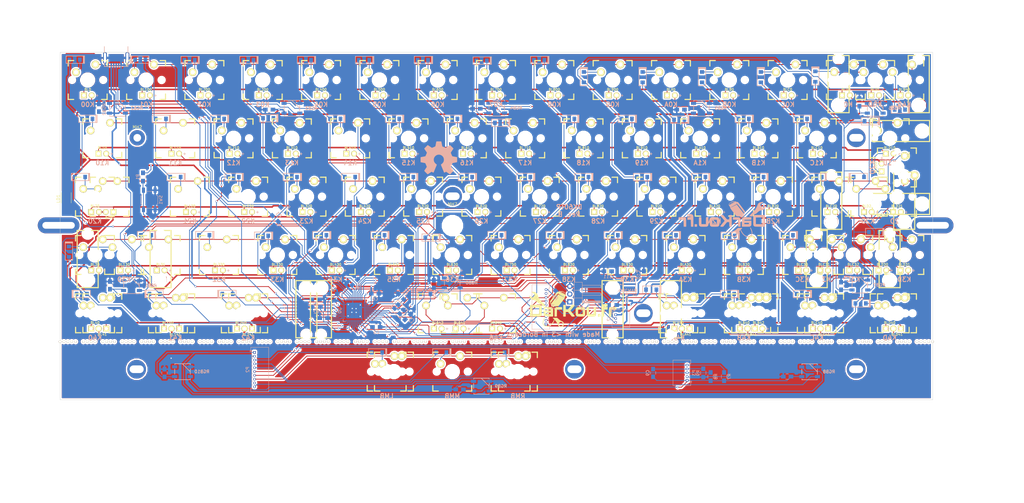
<source format=kicad_pcb>
(kicad_pcb (version 4) (host pcbnew 4.0.7+dfsg1-1)
  (title_block (title DK60TP) (date 2017-10-07) (rev B) (company DarKou))
  (layers (0 F.Cu signal) (31 B.Cu signal) (34 B.Paste user) (35 F.Paste user) (36 B.SilkS user) (37 F.SilkS user hide) (38 B.Mask user) (39 F.Mask user) (44 Edge.Cuts user))
  (net 0 "")
  (net 1 LED_CATH)
  (net 2 LED_AN)
  (net 3 XTAL1)
  (net 4 GND)
  (net 5 XTAL2)
  (net 6 VCC)
  (net 7 "Net-(C8-Pad1)")
  (net 8 "Net-(C9-Pad1)")
  (net 9 Col0)
  (net 10 "Net-(DK0-Pad1)")
  (net 11 "Net-(DK1-Pad1)")
  (net 12 "Net-(DK2-Pad1)")
  (net 13 "Net-(DK3-Pad1)")
  (net 14 "Net-(DK4-Pad1)")
  (net 15 Col6)
  (net 16 "Net-(DK6-Pad1)")
  (net 17 Col1)
  (net 18 "Net-(DK10-Pad1)")
  (net 19 "Net-(DK11-Pad1)")
  (net 20 "Net-(DK12-Pad1)")
  (net 21 "Net-(DK13-Pad1)")
  (net 22 "Net-(DK14-Pad1)")
  (net 23 Col2)
  (net 24 "Net-(DK20-Pad1)")
  (net 25 "Net-(DK21-Pad1)")
  (net 26 "Net-(DK22-Pad1)")
  (net 27 "Net-(DK23-Pad1)")
  (net 28 "Net-(DK24-Pad1)")
  (net 29 Col3)
  (net 30 "Net-(DK30-Pad1)")
  (net 31 "Net-(DK31-Pad1)")
  (net 32 "Net-(DK32-Pad1)")
  (net 33 "Net-(DK33-Pad1)")
  (net 34 /TRACKPOINT/Col3)
  (net 35 "Net-(DK34-Pad1)")
  (net 36 Col4)
  (net 37 "Net-(DK40-Pad1)")
  (net 38 "Net-(DK41-Pad1)")
  (net 39 "Net-(DK42-Pad1)")
  (net 40 "Net-(DK43-Pad1)")
  (net 41 /TRACKPOINT/Col4)
  (net 42 "Net-(DK44-Pad1)")
  (net 43 Col5)
  (net 44 "Net-(DK50-Pad1)")
  (net 45 "Net-(DK51-Pad1)")
  (net 46 "Net-(DK52-Pad1)")
  (net 47 "Net-(DK53-Pad1)")
  (net 48 /TRACKPOINT/Col5)
  (net 49 "Net-(DK54-Pad1)")
  (net 50 "Net-(DK61-Pad1)")
  (net 51 "Net-(DK62-Pad1)")
  (net 52 "Net-(DK63-Pad1)")
  (net 53 "Net-(DK64-Pad1)")
  (net 54 Col7)
  (net 55 "Net-(DK70-Pad1)")
  (net 56 "Net-(DK71-Pad1)")
  (net 57 "Net-(DK72-Pad1)")
  (net 58 "Net-(DK73-Pad1)")
  (net 59 Col8)
  (net 60 "Net-(DK80-Pad1)")
  (net 61 "Net-(DK81-Pad1)")
  (net 62 "Net-(DK82-Pad1)")
  (net 63 "Net-(DK83-Pad1)")
  (net 64 Col9)
  (net 65 "Net-(DK90-Pad1)")
  (net 66 "Net-(DK91-Pad1)")
  (net 67 "Net-(DK92-Pad1)")
  (net 68 "Net-(DK93-Pad1)")
  (net 69 "Net-(DK94-Pad1)")
  (net 70 ColA)
  (net 71 "Net-(DKA0-Pad1)")
  (net 72 "Net-(DKA1-Pad1)")
  (net 73 "Net-(DKA2-Pad1)")
  (net 74 "Net-(DKA3-Pad1)")
  (net 75 "Net-(DKA4-Pad1)")
  (net 76 ColB)
  (net 77 "Net-(DKB0-Pad1)")
  (net 78 "Net-(DKB1-Pad1)")
  (net 79 "Net-(DKB2-Pad1)")
  (net 80 "Net-(DKB3-Pad1)")
  (net 81 "Net-(DKB4-Pad1)")
  (net 82 ColC)
  (net 83 "Net-(DKC1-Pad1)")
  (net 84 "Net-(DKC2-Pad1)")
  (net 85 "Net-(DKC3-Pad1)")
  (net 86 "Net-(DKC4-Pad1)")
  (net 87 ColD)
  (net 88 "Net-(DKD0-Pad1)")
  (net 89 "Net-(DKD1-Pad1)")
  (net 90 "Net-(DKD2-Pad1)")
  (net 91 "Net-(DKD3-Pad1)")
  (net 92 "Net-(DKD4-Pad1)")
  (net 93 "Net-(J1-Pad2)")
  (net 94 "Net-(J1-Pad3)")
  (net 95 "Net-(J1-Pad4)")
  (net 96 DOUT)
  (net 97 Row0)
  (net 98 Row4)
  (net 99 Row1)
  (net 100 Row2)
  (net 101 Row3)
  (net 102 /TRACKPOINT/Row4)
  (net 103 "Net-(KC0-Pad1)")
  (net 104 "Net-(L1-Pad1)")
  (net 105 "Net-(J3-Pad2)")
  (net 106 "Net-(MH2-Pad1)")
  (net 107 "Net-(MH7-Pad1)")
  (net 108 D5)
  (net 109 D2)
  (net 110 "Net-(P1-Pad9)")
  (net 111 /TRACKPOINT/D5)
  (net 112 /TRACKPOINT/D2)
  (net 113 "Net-(P2-Pad9)")
  (net 114 /TRACKPOINT/RGB)
  (net 115 RESET)
  (net 116 "Net-(R2-Pad2)")
  (net 117 "Net-(R3-Pad1)")
  (net 118 CAPS_LED)
  (net 119 "Net-(J3-Pad1)")
  (net 120 RGB)
  (net 121 "Net-(RGB0-Pad2)")
  (net 122 "Net-(RGB1-Pad2)")
  (net 123 "Net-(RGB2-Pad2)")
  (net 124 "Net-(RGB3-Pad2)")
  (net 125 "Net-(RGB4-Pad2)")
  (net 126 "Net-(RGB5-Pad2)")
  (net 127 "Net-(RGB6-Pad2)")
  (net 128 "Net-(RGB8-Pad2)")
  (net 129 "Net-(RGB10-Pad4)")
  (net 130 "Net-(RGB10-Pad2)")
  (net 131 BACKLIT)
  (net 132 "Net-(U0-Pad41)")
  (net 133 "Net-(U0-Pad42)")
  (net 134 "Net-(R4-Pad1)")
  (module Footprint:Mx_125 (layer F.Cu) (at 75.3375 125.18125)
    (fp_text reference K40 hide)
    (fp_text value K40 (at 0 8) (layer B.SilkS) (effects (font (thickness 0.3048)) (justify mirror)))
    (pad HOLE np_thru_hole circle (at 0 0) (size 3.9878 3.9878) (drill 3.9878) (layers *.Cu))
    (pad HOLE np_thru_hole circle (at -5.08 0) (size 1.7018 1.7018) (drill 1.7018) (layers *.Cu))
    (pad HOLE np_thru_hole circle (at 5.08 0) (size 1.7018 1.7018) (drill 1.7018) (layers *.Cu))
    (pad 1 thru_hole circle (at -3.81 -2.54 330.95) (size 2.5 2.5) (drill 1.5) (layers *.Cu *.Mask F.SilkS) (net 14 "Net-(DK4-Pad1)"))
    (pad 2 thru_hole circle (at 2.54 -5.08 356.1) (size 2.5 2.5) (drill 1.5) (layers *.Cu *.Mask F.SilkS) (net 98 Row4))
  )
  (module Footprint:LED_TH_BIVAR (layer F.Cu) (at 72.95625 53.98125)
    (fp_text reference BL0 (at 0 -1.9) (layer F.SilkS) (effects (font (size 0.8 0.8))))
    (fp_text value LED hide)
    (fp_text user + (at 3.048 0) (layer B.SilkS) (effects (justify mirror)))
    (pad 1 thru_hole rect (at -1.27 0) (size 1.9 1.9) (drill 1.1176) (layers *.Cu *.Mask F.SilkS) (net 1 LED_CATH))
    (pad 2 thru_hole circle (at 1.27 0) (size 1.9 1.9) (drill 1.1176) (layers *.Cu *.Mask F.SilkS) (net 2 LED_AN))
  )
  (module Footprint:LED_TH_BIVAR (layer F.Cu) (at 77.71875 73.03125)
    (fp_text reference BL10 (at 0 -1.9) (layer F.SilkS) (effects (font (size 0.8 0.8))))
    (fp_text value LED hide)
    (fp_text user + (at 3.048 0) (layer B.SilkS) (effects (justify mirror)))
    (pad 1 thru_hole rect (at -1.27 0) (size 1.9 1.9) (drill 1.1176) (layers *.Cu *.Mask F.SilkS) (net 1 LED_CATH))
    (pad 2 thru_hole circle (at 1.27 0) (size 1.9 1.9) (drill 1.1176) (layers *.Cu *.Mask F.SilkS) (net 2 LED_AN))
  )
  (module Footprint:LED_TH_BIVAR (layer F.Cu) (at 75.3375 92.08125)
    (fp_text reference BL20 (at 0 -1.9) (layer F.SilkS) (effects (font (size 0.8 0.8))))
    (fp_text value LED hide)
    (fp_text user + (at 3.048 0) (layer B.SilkS) (effects (justify mirror)))
    (pad 1 thru_hole rect (at -1.27 0) (size 1.9 1.9) (drill 1.1176) (layers *.Cu *.Mask F.SilkS) (net 1 LED_CATH))
    (pad 2 thru_hole circle (at 1.27 0) (size 1.9 1.9) (drill 1.1176) (layers *.Cu *.Mask F.SilkS) (net 2 LED_AN))
  )
  (module Footprint:LED_TH_BIVAR (layer F.Cu) (at 80.1 92.08125 180)
    (fp_text reference BL21 (at 0 -1.9 180) (layer F.SilkS) (effects (font (size 0.8 0.8))))
    (fp_text value LED hide)
    (fp_text user + (at 3.048 0 180) (layer B.SilkS) (effects (justify mirror)))
    (pad 1 thru_hole rect (at -1.27 0 180) (size 1.9 1.9) (drill 1.1176) (layers *.Cu *.Mask F.SilkS) (net 1 LED_CATH))
    (pad 2 thru_hole circle (at 1.27 0 180) (size 1.9 1.9) (drill 1.1176) (layers *.Cu *.Mask F.SilkS) (net 2 LED_AN))
  )
  (module Footprint:LED_TH_BIVAR (layer F.Cu) (at 75.3375 111.13125)
    (fp_text reference BL30 (at 0 -1.9) (layer F.SilkS) (effects (font (size 0.8 0.8))))
    (fp_text value LED hide)
    (fp_text user + (at 3.048 0) (layer B.SilkS) (effects (justify mirror)))
    (pad 1 thru_hole rect (at -1.27 0) (size 1.9 1.9) (drill 1.1176) (layers *.Cu *.Mask F.SilkS) (net 1 LED_CATH))
    (pad 2 thru_hole circle (at 1.27 0) (size 1.9 1.9) (drill 1.1176) (layers *.Cu *.Mask F.SilkS) (net 2 LED_AN))
  )
  (module Footprint:LED_TH_BIVAR (layer F.Cu) (at 96.76875 111.13125)
    (fp_text reference BL31 (at 0 -1.9) (layer F.SilkS) (effects (font (size 0.8 0.8))))
    (fp_text value LED hide)
    (fp_text user + (at 3.048 0) (layer B.SilkS) (effects (justify mirror)))
    (pad 1 thru_hole rect (at -1.27 0) (size 1.9 1.9) (drill 1.1176) (layers *.Cu *.Mask F.SilkS) (net 1 LED_CATH))
    (pad 2 thru_hole circle (at 1.27 0) (size 1.9 1.9) (drill 1.1176) (layers *.Cu *.Mask F.SilkS) (net 2 LED_AN))
  )
  (module Footprint:LED_TH_BIVAR (layer F.Cu) (at 75.3375 130.18125)
    (fp_text reference BL40 (at 0 -1.9) (layer F.SilkS) (effects (font (size 0.8 0.8))))
    (fp_text value LED hide)
    (fp_text user + (at 3.048 0) (layer B.SilkS) (effects (justify mirror)))
    (pad 1 thru_hole rect (at -1.27 0) (size 1.9 1.9) (drill 1.1176) (layers *.Cu *.Mask F.SilkS) (net 1 LED_CATH))
    (pad 2 thru_hole circle (at 1.27 0) (size 1.9 1.9) (drill 1.1176) (layers *.Cu *.Mask F.SilkS) (net 2 LED_AN))
  )
  (module Footprint:LED_TH_BIVAR (layer F.Cu) (at 77.71875 130.18125 180)
    (fp_text reference BL41 (at 0 -1.9 180) (layer F.SilkS) (effects (font (size 0.8 0.8))))
    (fp_text value LED hide)
    (fp_text user + (at 3.048 0 180) (layer B.SilkS) (effects (justify mirror)))
    (pad 1 thru_hole rect (at -1.27 0 180) (size 1.9 1.9) (drill 1.1176) (layers *.Cu *.Mask F.SilkS) (net 1 LED_CATH))
    (pad 2 thru_hole circle (at 1.27 0 180) (size 1.9 1.9) (drill 1.1176) (layers *.Cu *.Mask F.SilkS) (net 2 LED_AN))
  )
  (module Footprint:LED_TH_BIVAR (layer F.Cu) (at 92.00625 53.98125)
    (fp_text reference BL100 (at 0 -1.9) (layer F.SilkS) (effects (font (size 0.8 0.8))))
    (fp_text value LED hide)
    (fp_text user + (at 3.048 0) (layer B.SilkS) (effects (justify mirror)))
    (pad 1 thru_hole rect (at -1.27 0) (size 1.9 1.9) (drill 1.1176) (layers *.Cu *.Mask F.SilkS) (net 1 LED_CATH))
    (pad 2 thru_hole circle (at 1.27 0) (size 1.9 1.9) (drill 1.1176) (layers *.Cu *.Mask F.SilkS) (net 2 LED_AN))
  )
  (module Footprint:LED_TH_BIVAR (layer F.Cu) (at 101.53125 73.03125)
    (fp_text reference BL110 (at 0 -1.9) (layer F.SilkS) (effects (font (size 0.8 0.8))))
    (fp_text value LED hide)
    (fp_text user + (at 3.048 0) (layer B.SilkS) (effects (justify mirror)))
    (pad 1 thru_hole rect (at -1.27 0) (size 1.9 1.9) (drill 1.1176) (layers *.Cu *.Mask F.SilkS) (net 1 LED_CATH))
    (pad 2 thru_hole circle (at 1.27 0) (size 1.9 1.9) (drill 1.1176) (layers *.Cu *.Mask F.SilkS) (net 2 LED_AN))
  )
  (module Footprint:LED_TH_BIVAR (layer F.Cu) (at 106.29375 92.08125)
    (fp_text reference BL120 (at 0 -1.9) (layer F.SilkS) (effects (font (size 0.8 0.8))))
    (fp_text value LED hide)
    (fp_text user + (at 3.048 0) (layer B.SilkS) (effects (justify mirror)))
    (pad 1 thru_hole rect (at -1.27 0) (size 1.9 1.9) (drill 1.1176) (layers *.Cu *.Mask F.SilkS) (net 1 LED_CATH))
    (pad 2 thru_hole circle (at 1.27 0) (size 1.9 1.9) (drill 1.1176) (layers *.Cu *.Mask F.SilkS) (net 2 LED_AN))
  )
  (module Footprint:LED_TH_BIVAR (layer F.Cu) (at 84.8625 111.13125)
    (fp_text reference BL130 (at 0 -1.9) (layer F.SilkS) (effects (font (size 0.8 0.8))))
    (fp_text value LED hide)
    (fp_text user + (at 3.048 0) (layer B.SilkS) (effects (justify mirror)))
    (pad 1 thru_hole rect (at -1.27 0) (size 1.9 1.9) (drill 1.1176) (layers *.Cu *.Mask F.SilkS) (net 1 LED_CATH))
    (pad 2 thru_hole circle (at 1.27 0) (size 1.9 1.9) (drill 1.1176) (layers *.Cu *.Mask F.SilkS) (net 2 LED_AN))
  )
  (module Footprint:LED_TH_BIVAR (layer F.Cu) (at 99.15 130.18125)
    (fp_text reference BL140 (at 0 -1.9) (layer F.SilkS) (effects (font (size 0.8 0.8))))
    (fp_text value LED hide)
    (fp_text user + (at 3.048 0) (layer B.SilkS) (effects (justify mirror)))
    (pad 1 thru_hole rect (at -1.27 0) (size 1.9 1.9) (drill 1.1176) (layers *.Cu *.Mask F.SilkS) (net 1 LED_CATH))
    (pad 2 thru_hole circle (at 1.27 0) (size 1.9 1.9) (drill 1.1176) (layers *.Cu *.Mask F.SilkS) (net 2 LED_AN))
  )
  (module Footprint:LED_TH_BIVAR (layer F.Cu) (at 101.53125 130.18125 180)
    (fp_text reference BL141 (at 0 -1.9 180) (layer F.SilkS) (effects (font (size 0.8 0.8))))
    (fp_text value LED hide)
    (fp_text user + (at 3.048 0 180) (layer B.SilkS) (effects (justify mirror)))
    (pad 1 thru_hole rect (at -1.27 0 180) (size 1.9 1.9) (drill 1.1176) (layers *.Cu *.Mask F.SilkS) (net 1 LED_CATH))
    (pad 2 thru_hole circle (at 1.27 0 180) (size 1.9 1.9) (drill 1.1176) (layers *.Cu *.Mask F.SilkS) (net 2 LED_AN))
  )
  (module Footprint:LED_TH_BIVAR (layer F.Cu) (at 111.05625 53.98125)
    (fp_text reference BL200 (at 0 -1.9) (layer F.SilkS) (effects (font (size 0.8 0.8))))
    (fp_text value LED hide)
    (fp_text user + (at 3.048 0) (layer B.SilkS) (effects (justify mirror)))
    (pad 1 thru_hole rect (at -1.27 0) (size 1.9 1.9) (drill 1.1176) (layers *.Cu *.Mask F.SilkS) (net 1 LED_CATH))
    (pad 2 thru_hole circle (at 1.27 0) (size 1.9 1.9) (drill 1.1176) (layers *.Cu *.Mask F.SilkS) (net 2 LED_AN))
  )
  (module Footprint:LED_TH_BIVAR (layer F.Cu) (at 120.58125 73.03125)
    (fp_text reference BL210 (at 0 -1.9) (layer F.SilkS) (effects (font (size 0.8 0.8))))
    (fp_text value LED hide)
    (fp_text user + (at 3.048 0) (layer B.SilkS) (effects (justify mirror)))
    (pad 1 thru_hole rect (at -1.27 0) (size 1.9 1.9) (drill 1.1176) (layers *.Cu *.Mask F.SilkS) (net 1 LED_CATH))
    (pad 2 thru_hole circle (at 1.27 0) (size 1.9 1.9) (drill 1.1176) (layers *.Cu *.Mask F.SilkS) (net 2 LED_AN))
  )
  (module Footprint:LED_TH_BIVAR (layer F.Cu) (at 125.34375 92.08125)
    (fp_text reference BL220 (at 0 -1.9) (layer F.SilkS) (effects (font (size 0.8 0.8))))
    (fp_text value LED hide)
    (fp_text user + (at 3.048 0) (layer B.SilkS) (effects (justify mirror)))
    (pad 1 thru_hole rect (at -1.27 0) (size 1.9 1.9) (drill 1.1176) (layers *.Cu *.Mask F.SilkS) (net 1 LED_CATH))
    (pad 2 thru_hole circle (at 1.27 0) (size 1.9 1.9) (drill 1.1176) (layers *.Cu *.Mask F.SilkS) (net 2 LED_AN))
  )
  (module Footprint:LED_TH_BIVAR (layer F.Cu) (at 115.81875 111.13125)
    (fp_text reference BL230 (at 0 -1.9) (layer F.SilkS) (effects (font (size 0.8 0.8))))
    (fp_text value LED hide)
    (fp_text user + (at 3.048 0) (layer B.SilkS) (effects (justify mirror)))
    (pad 1 thru_hole rect (at -1.27 0) (size 1.9 1.9) (drill 1.1176) (layers *.Cu *.Mask F.SilkS) (net 1 LED_CATH))
    (pad 2 thru_hole circle (at 1.27 0) (size 1.9 1.9) (drill 1.1176) (layers *.Cu *.Mask F.SilkS) (net 2 LED_AN))
  )
  (module Footprint:LED_TH_BIVAR (layer F.Cu) (at 122.9625 130.18125)
    (fp_text reference BL240 (at 0 -1.9) (layer F.SilkS) (effects (font (size 0.8 0.8))))
    (fp_text value LED hide)
    (fp_text user + (at 3.048 0) (layer B.SilkS) (effects (justify mirror)))
    (pad 1 thru_hole rect (at -1.27 0) (size 1.9 1.9) (drill 1.1176) (layers *.Cu *.Mask F.SilkS) (net 1 LED_CATH))
    (pad 2 thru_hole circle (at 1.27 0) (size 1.9 1.9) (drill 1.1176) (layers *.Cu *.Mask F.SilkS) (net 2 LED_AN))
  )
  (module Footprint:LED_TH_BIVAR (layer F.Cu) (at 125.34375 130.18125 180)
    (fp_text reference BL241 (at 0 -1.9 180) (layer F.SilkS) (effects (font (size 0.8 0.8))))
    (fp_text value LED hide)
    (fp_text user + (at 3.048 0 180) (layer B.SilkS) (effects (justify mirror)))
    (pad 1 thru_hole rect (at -1.27 0 180) (size 1.9 1.9) (drill 1.1176) (layers *.Cu *.Mask F.SilkS) (net 1 LED_CATH))
    (pad 2 thru_hole circle (at 1.27 0 180) (size 1.9 1.9) (drill 1.1176) (layers *.Cu *.Mask F.SilkS) (net 2 LED_AN))
  )
  (module Footprint:LED_TH_BIVAR (layer F.Cu) (at 130.10625 53.98125)
    (fp_text reference BL300 (at 0 -1.9) (layer F.SilkS) (effects (font (size 0.8 0.8))))
    (fp_text value LED hide)
    (fp_text user + (at 3.048 0) (layer B.SilkS) (effects (justify mirror)))
    (pad 1 thru_hole rect (at -1.27 0) (size 1.9 1.9) (drill 1.1176) (layers *.Cu *.Mask F.SilkS) (net 1 LED_CATH))
    (pad 2 thru_hole circle (at 1.27 0) (size 1.9 1.9) (drill 1.1176) (layers *.Cu *.Mask F.SilkS) (net 2 LED_AN))
  )
  (module Footprint:LED_TH_BIVAR (layer F.Cu) (at 139.63125 73.03125)
    (fp_text reference BL310 (at 0 -1.9) (layer F.SilkS) (effects (font (size 0.8 0.8))))
    (fp_text value LED hide)
    (fp_text user + (at 3.048 0) (layer B.SilkS) (effects (justify mirror)))
    (pad 1 thru_hole rect (at -1.27 0) (size 1.9 1.9) (drill 1.1176) (layers *.Cu *.Mask F.SilkS) (net 1 LED_CATH))
    (pad 2 thru_hole circle (at 1.27 0) (size 1.9 1.9) (drill 1.1176) (layers *.Cu *.Mask F.SilkS) (net 2 LED_AN))
  )
  (module Footprint:LED_TH_BIVAR (layer F.Cu) (at 144.39375 92.08125)
    (fp_text reference BL320 (at 0 -1.9) (layer F.SilkS) (effects (font (size 0.8 0.8))))
    (fp_text value LED hide)
    (fp_text user + (at 3.048 0) (layer B.SilkS) (effects (justify mirror)))
    (pad 1 thru_hole rect (at -1.27 0) (size 1.9 1.9) (drill 1.1176) (layers *.Cu *.Mask F.SilkS) (net 1 LED_CATH))
    (pad 2 thru_hole circle (at 1.27 0) (size 1.9 1.9) (drill 1.1176) (layers *.Cu *.Mask F.SilkS) (net 2 LED_AN))
  )
  (module Footprint:LED_TH_BIVAR (layer F.Cu) (at 134.86875 111.13125)
    (fp_text reference BL330 (at 0 -1.9) (layer F.SilkS) (effects (font (size 0.8 0.8))))
    (fp_text value LED hide)
    (fp_text user + (at 3.048 0) (layer B.SilkS) (effects (justify mirror)))
    (pad 1 thru_hole rect (at -1.27 0) (size 1.9 1.9) (drill 1.1176) (layers *.Cu *.Mask F.SilkS) (net 1 LED_CATH))
    (pad 2 thru_hole circle (at 1.27 0) (size 1.9 1.9) (drill 1.1176) (layers *.Cu *.Mask F.SilkS) (net 2 LED_AN))
  )
  (module Footprint:LED_TH_BIVAR (layer F.Cu) (at 149.15625 53.98125)
    (fp_text reference BL400 (at 0 -1.9) (layer F.SilkS) (effects (font (size 0.8 0.8))))
    (fp_text value LED hide)
    (fp_text user + (at 3.048 0) (layer B.SilkS) (effects (justify mirror)))
    (pad 1 thru_hole rect (at -1.27 0) (size 1.9 1.9) (drill 1.1176) (layers *.Cu *.Mask F.SilkS) (net 1 LED_CATH))
    (pad 2 thru_hole circle (at 1.27 0) (size 1.9 1.9) (drill 1.1176) (layers *.Cu *.Mask F.SilkS) (net 2 LED_AN))
  )
  (module Footprint:LED_TH_BIVAR (layer F.Cu) (at 158.68125 73.03125)
    (fp_text reference BL410 (at 0 -1.9) (layer F.SilkS) (effects (font (size 0.8 0.8))))
    (fp_text value LED hide)
    (fp_text user + (at 3.048 0) (layer B.SilkS) (effects (justify mirror)))
    (pad 1 thru_hole rect (at -1.27 0) (size 1.9 1.9) (drill 1.1176) (layers *.Cu *.Mask F.SilkS) (net 1 LED_CATH))
    (pad 2 thru_hole circle (at 1.27 0) (size 1.9 1.9) (drill 1.1176) (layers *.Cu *.Mask F.SilkS) (net 2 LED_AN))
  )
  (module Footprint:LED_TH_BIVAR (layer F.Cu) (at 163.44375 92.08125)
    (fp_text reference BL420 (at 0 -1.9) (layer F.SilkS) (effects (font (size 0.8 0.8))))
    (fp_text value LED hide)
    (fp_text user + (at 3.048 0) (layer B.SilkS) (effects (justify mirror)))
    (pad 1 thru_hole rect (at -1.27 0) (size 1.9 1.9) (drill 1.1176) (layers *.Cu *.Mask F.SilkS) (net 1 LED_CATH))
    (pad 2 thru_hole circle (at 1.27 0) (size 1.9 1.9) (drill 1.1176) (layers *.Cu *.Mask F.SilkS) (net 2 LED_AN))
  )
  (module Footprint:LED_TH_BIVAR (layer F.Cu) (at 153.91875 111.13125)
    (fp_text reference BL430 (at 0 -1.9) (layer F.SilkS) (effects (font (size 0.8 0.8))))
    (fp_text value LED hide)
    (fp_text user + (at 3.048 0) (layer B.SilkS) (effects (justify mirror)))
    (pad 1 thru_hole rect (at -1.27 0) (size 1.9 1.9) (drill 1.1176) (layers *.Cu *.Mask F.SilkS) (net 1 LED_CATH))
    (pad 2 thru_hole circle (at 1.27 0) (size 1.9 1.9) (drill 1.1176) (layers *.Cu *.Mask F.SilkS) (net 2 LED_AN))
  )
  (module Footprint:LED_TH_BIVAR (layer F.Cu) (at 168.20625 53.98125)
    (fp_text reference BL500 (at 0 -1.9) (layer F.SilkS) (effects (font (size 0.8 0.8))))
    (fp_text value LED hide)
    (fp_text user + (at 3.048 0) (layer B.SilkS) (effects (justify mirror)))
    (pad 1 thru_hole rect (at -1.27 0) (size 1.9 1.9) (drill 1.1176) (layers *.Cu *.Mask F.SilkS) (net 1 LED_CATH))
    (pad 2 thru_hole circle (at 1.27 0) (size 1.9 1.9) (drill 1.1176) (layers *.Cu *.Mask F.SilkS) (net 2 LED_AN))
  )
  (module Footprint:LED_TH_BIVAR (layer F.Cu) (at 177.73125 73.03125)
    (fp_text reference BL510 (at 0 -1.9) (layer F.SilkS) (effects (font (size 0.8 0.8))))
    (fp_text value LED hide)
    (fp_text user + (at 3.048 0) (layer B.SilkS) (effects (justify mirror)))
    (pad 1 thru_hole rect (at -1.27 0) (size 1.9 1.9) (drill 1.1176) (layers *.Cu *.Mask F.SilkS) (net 1 LED_CATH))
    (pad 2 thru_hole circle (at 1.27 0) (size 1.9 1.9) (drill 1.1176) (layers *.Cu *.Mask F.SilkS) (net 2 LED_AN))
  )
  (module Footprint:LED_TH_BIVAR (layer F.Cu) (at 182.49375 92.08125)
    (fp_text reference BL520 (at 0 -1.9) (layer F.SilkS) (effects (font (size 0.8 0.8))))
    (fp_text value LED hide)
    (fp_text user + (at 3.048 0) (layer B.SilkS) (effects (justify mirror)))
    (pad 1 thru_hole rect (at -1.27 0) (size 1.9 1.9) (drill 1.1176) (layers *.Cu *.Mask F.SilkS) (net 1 LED_CATH))
    (pad 2 thru_hole circle (at 1.27 0) (size 1.9 1.9) (drill 1.1176) (layers *.Cu *.Mask F.SilkS) (net 2 LED_AN))
  )
  (module Footprint:LED_TH_BIVAR (layer F.Cu) (at 172.96875 111.13125)
    (fp_text reference BL530 (at 0 -1.9) (layer F.SilkS) (effects (font (size 0.8 0.8))))
    (fp_text value LED hide)
    (fp_text user + (at 3.048 0) (layer B.SilkS) (effects (justify mirror)))
    (pad 1 thru_hole rect (at -1.27 0) (size 1.9 1.9) (drill 1.1176) (layers *.Cu *.Mask F.SilkS) (net 1 LED_CATH))
    (pad 2 thru_hole circle (at 1.27 0) (size 1.9 1.9) (drill 1.1176) (layers *.Cu *.Mask F.SilkS) (net 2 LED_AN))
  )
  (module Footprint:LED_TH_BIVAR (layer F.Cu) (at 187.25625 53.98125)
    (fp_text reference BL600 (at 0 -1.9) (layer F.SilkS) (effects (font (size 0.8 0.8))))
    (fp_text value LED hide)
    (fp_text user + (at 3.048 0) (layer B.SilkS) (effects (justify mirror)))
    (pad 1 thru_hole rect (at -1.27 0) (size 1.9 1.9) (drill 1.1176) (layers *.Cu *.Mask F.SilkS) (net 1 LED_CATH))
    (pad 2 thru_hole circle (at 1.27 0) (size 1.9 1.9) (drill 1.1176) (layers *.Cu *.Mask F.SilkS) (net 2 LED_AN))
  )
  (module Footprint:LED_TH_BIVAR (layer F.Cu) (at 196.78125 73.03125)
    (fp_text reference BL610 (at 0 -1.9) (layer F.SilkS) (effects (font (size 0.8 0.8))))
    (fp_text value LED hide)
    (fp_text user + (at 3.048 0) (layer B.SilkS) (effects (justify mirror)))
    (pad 1 thru_hole rect (at -1.27 0) (size 1.9 1.9) (drill 1.1176) (layers *.Cu *.Mask F.SilkS) (net 1 LED_CATH))
    (pad 2 thru_hole circle (at 1.27 0) (size 1.9 1.9) (drill 1.1176) (layers *.Cu *.Mask F.SilkS) (net 2 LED_AN))
  )
  (module Footprint:LED_TH_BIVAR (layer F.Cu) (at 201.54375 92.08125)
    (fp_text reference BL620 (at 0 -1.9) (layer F.SilkS) (effects (font (size 0.8 0.8))))
    (fp_text value LED hide)
    (fp_text user + (at 3.048 0) (layer B.SilkS) (effects (justify mirror)))
    (pad 1 thru_hole rect (at -1.27 0) (size 1.9 1.9) (drill 1.1176) (layers *.Cu *.Mask F.SilkS) (net 1 LED_CATH))
    (pad 2 thru_hole circle (at 1.27 0) (size 1.9 1.9) (drill 1.1176) (layers *.Cu *.Mask F.SilkS) (net 2 LED_AN))
  )
  (module Footprint:LED_TH_BIVAR (layer F.Cu) (at 192.01875 111.13125)
    (fp_text reference BL630 (at 0 -1.9) (layer F.SilkS) (effects (font (size 0.8 0.8))))
    (fp_text value LED hide)
    (fp_text user + (at 3.048 0) (layer B.SilkS) (effects (justify mirror)))
    (pad 1 thru_hole rect (at -1.27 0) (size 1.9 1.9) (drill 1.1176) (layers *.Cu *.Mask F.SilkS) (net 1 LED_CATH))
    (pad 2 thru_hole circle (at 1.27 0) (size 1.9 1.9) (drill 1.1176) (layers *.Cu *.Mask F.SilkS) (net 2 LED_AN))
  )
  (module Footprint:LED_TH_BIVAR (layer F.Cu) (at 206.30625 130.18125)
    (fp_text reference BL640 (at 0 -1.9) (layer F.SilkS) (effects (font (size 0.8 0.8))))
    (fp_text value LED hide)
    (fp_text user + (at 3.048 0) (layer B.SilkS) (effects (justify mirror)))
    (pad 1 thru_hole rect (at -1.27 0) (size 1.9 1.9) (drill 1.1176) (layers *.Cu *.Mask F.SilkS) (net 1 LED_CATH))
    (pad 2 thru_hole circle (at 1.27 0) (size 1.9 1.9) (drill 1.1176) (layers *.Cu *.Mask F.SilkS) (net 2 LED_AN))
  )
  (module Footprint:LED_TH_BIVAR (layer F.Cu) (at 194.4 130.18125)
    (fp_text reference BL641 (at 0 -1.9) (layer F.SilkS) (effects (font (size 0.8 0.8))))
    (fp_text value LED hide)
    (fp_text user + (at 3.048 0) (layer B.SilkS) (effects (justify mirror)))
    (pad 1 thru_hole rect (at -1.27 0) (size 1.9 1.9) (drill 1.1176) (layers *.Cu *.Mask F.SilkS) (net 1 LED_CATH))
    (pad 2 thru_hole circle (at 1.27 0) (size 1.9 1.9) (drill 1.1176) (layers *.Cu *.Mask F.SilkS) (net 2 LED_AN))
  )
  (module Footprint:LED_TH_BIVAR (layer F.Cu) (at 187.25625 130.18125)
    (fp_text reference BL642 (at 0 -1.9) (layer F.SilkS) (effects (font (size 0.8 0.8))))
    (fp_text value LED hide)
    (fp_text user + (at 3.048 0) (layer B.SilkS) (effects (justify mirror)))
    (pad 1 thru_hole rect (at -1.27 0) (size 1.9 1.9) (drill 1.1176) (layers *.Cu *.Mask F.SilkS) (net 1 LED_CATH))
    (pad 2 thru_hole circle (at 1.27 0) (size 1.9 1.9) (drill 1.1176) (layers *.Cu *.Mask F.SilkS) (net 2 LED_AN))
  )
  (module Footprint:LED_TH_BIVAR (layer F.Cu) (at 206.30625 53.98125)
    (fp_text reference BL700 (at 0 -1.9) (layer F.SilkS) (effects (font (size 0.8 0.8))))
    (fp_text value LED hide)
    (fp_text user + (at 3.048 0) (layer B.SilkS) (effects (justify mirror)))
    (pad 1 thru_hole rect (at -1.27 0) (size 1.9 1.9) (drill 1.1176) (layers *.Cu *.Mask F.SilkS) (net 1 LED_CATH))
    (pad 2 thru_hole circle (at 1.27 0) (size 1.9 1.9) (drill 1.1176) (layers *.Cu *.Mask F.SilkS) (net 2 LED_AN))
  )
  (module Footprint:LED_TH_BIVAR (layer F.Cu) (at 215.83125 73.03125)
    (fp_text reference BL710 (at 0 -1.9) (layer F.SilkS) (effects (font (size 0.8 0.8))))
    (fp_text value LED hide)
    (fp_text user + (at 3.048 0) (layer B.SilkS) (effects (justify mirror)))
    (pad 1 thru_hole rect (at -1.27 0) (size 1.9 1.9) (drill 1.1176) (layers *.Cu *.Mask F.SilkS) (net 1 LED_CATH))
    (pad 2 thru_hole circle (at 1.27 0) (size 1.9 1.9) (drill 1.1176) (layers *.Cu *.Mask F.SilkS) (net 2 LED_AN))
  )
  (module Footprint:LED_TH_BIVAR (layer F.Cu) (at 220.59375 92.08125)
    (fp_text reference BL720 (at 0 -1.9) (layer F.SilkS) (effects (font (size 0.8 0.8))))
    (fp_text value LED hide)
    (fp_text user + (at 3.048 0) (layer B.SilkS) (effects (justify mirror)))
    (pad 1 thru_hole rect (at -1.27 0) (size 1.9 1.9) (drill 1.1176) (layers *.Cu *.Mask F.SilkS) (net 1 LED_CATH))
    (pad 2 thru_hole circle (at 1.27 0) (size 1.9 1.9) (drill 1.1176) (layers *.Cu *.Mask F.SilkS) (net 2 LED_AN))
  )
  (module Footprint:LED_TH_BIVAR (layer F.Cu) (at 211.06875 111.13125)
    (fp_text reference BL750 (at 0 -1.9) (layer F.SilkS) (effects (font (size 0.8 0.8))))
    (fp_text value LED hide)
    (fp_text user + (at 3.048 0) (layer B.SilkS) (effects (justify mirror)))
    (pad 1 thru_hole rect (at -1.27 0) (size 1.9 1.9) (drill 1.1176) (layers *.Cu *.Mask F.SilkS) (net 1 LED_CATH))
    (pad 2 thru_hole circle (at 1.27 0) (size 1.9 1.9) (drill 1.1176) (layers *.Cu *.Mask F.SilkS) (net 2 LED_AN))
  )
  (module Footprint:LED_TH_BIVAR (layer F.Cu) (at 225.35625 53.98125)
    (fp_text reference BL800 (at 0 -1.9) (layer F.SilkS) (effects (font (size 0.8 0.8))))
    (fp_text value LED hide)
    (fp_text user + (at 3.048 0) (layer B.SilkS) (effects (justify mirror)))
    (pad 1 thru_hole rect (at -1.27 0) (size 1.9 1.9) (drill 1.1176) (layers *.Cu *.Mask F.SilkS) (net 1 LED_CATH))
    (pad 2 thru_hole circle (at 1.27 0) (size 1.9 1.9) (drill 1.1176) (layers *.Cu *.Mask F.SilkS) (net 2 LED_AN))
  )
  (module Footprint:LED_TH_BIVAR (layer F.Cu) (at 234.88125 73.03125)
    (fp_text reference BL810 (at 0 -1.9) (layer F.SilkS) (effects (font (size 0.8 0.8))))
    (fp_text value LED hide)
    (fp_text user + (at 3.048 0) (layer B.SilkS) (effects (justify mirror)))
    (pad 1 thru_hole rect (at -1.27 0) (size 1.9 1.9) (drill 1.1176) (layers *.Cu *.Mask F.SilkS) (net 1 LED_CATH))
    (pad 2 thru_hole circle (at 1.27 0) (size 1.9 1.9) (drill 1.1176) (layers *.Cu *.Mask F.SilkS) (net 2 LED_AN))
  )
  (module Footprint:LED_TH_BIVAR (layer F.Cu) (at 239.64375 92.08125)
    (fp_text reference BL820 (at 0 -1.9) (layer F.SilkS) (effects (font (size 0.8 0.8))))
    (fp_text value LED hide)
    (fp_text user + (at 3.048 0) (layer B.SilkS) (effects (justify mirror)))
    (pad 1 thru_hole rect (at -1.27 0) (size 1.9 1.9) (drill 1.1176) (layers *.Cu *.Mask F.SilkS) (net 1 LED_CATH))
    (pad 2 thru_hole circle (at 1.27 0) (size 1.9 1.9) (drill 1.1176) (layers *.Cu *.Mask F.SilkS) (net 2 LED_AN))
  )
  (module Footprint:LED_TH_BIVAR (layer F.Cu) (at 230.11875 111.13125)
    (fp_text reference BL830 (at 0 -1.9) (layer F.SilkS) (effects (font (size 0.8 0.8))))
    (fp_text value LED hide)
    (fp_text user + (at 3.048 0) (layer B.SilkS) (effects (justify mirror)))
    (pad 1 thru_hole rect (at -1.27 0) (size 1.9 1.9) (drill 1.1176) (layers *.Cu *.Mask F.SilkS) (net 1 LED_CATH))
    (pad 2 thru_hole circle (at 1.27 0) (size 1.9 1.9) (drill 1.1176) (layers *.Cu *.Mask F.SilkS) (net 2 LED_AN))
  )
  (module Footprint:LED_TH_BIVAR (layer F.Cu) (at 244.40625 53.98125)
    (fp_text reference BL900 (at 0 -1.9) (layer F.SilkS) (effects (font (size 0.8 0.8))))
    (fp_text value LED hide)
    (fp_text user + (at 3.048 0) (layer B.SilkS) (effects (justify mirror)))
    (pad 1 thru_hole rect (at -1.27 0) (size 1.9 1.9) (drill 1.1176) (layers *.Cu *.Mask F.SilkS) (net 1 LED_CATH))
    (pad 2 thru_hole circle (at 1.27 0) (size 1.9 1.9) (drill 1.1176) (layers *.Cu *.Mask F.SilkS) (net 2 LED_AN))
  )
  (module Footprint:LED_TH_BIVAR (layer F.Cu) (at 253.93125 73.03125)
    (fp_text reference BL910 (at 0 -1.9) (layer F.SilkS) (effects (font (size 0.8 0.8))))
    (fp_text value LED hide)
    (fp_text user + (at 3.048 0) (layer B.SilkS) (effects (justify mirror)))
    (pad 1 thru_hole rect (at -1.27 0) (size 1.9 1.9) (drill 1.1176) (layers *.Cu *.Mask F.SilkS) (net 1 LED_CATH))
    (pad 2 thru_hole circle (at 1.27 0) (size 1.9 1.9) (drill 1.1176) (layers *.Cu *.Mask F.SilkS) (net 2 LED_AN))
  )
  (module Footprint:LED_TH_BIVAR (layer F.Cu) (at 258.69375 92.08125)
    (fp_text reference BL920 (at 0 -1.9) (layer F.SilkS) (effects (font (size 0.8 0.8))))
    (fp_text value LED hide)
    (fp_text user + (at 3.048 0) (layer B.SilkS) (effects (justify mirror)))
    (pad 1 thru_hole rect (at -1.27 0) (size 1.9 1.9) (drill 1.1176) (layers *.Cu *.Mask F.SilkS) (net 1 LED_CATH))
    (pad 2 thru_hole circle (at 1.27 0) (size 1.9 1.9) (drill 1.1176) (layers *.Cu *.Mask F.SilkS) (net 2 LED_AN))
  )
  (module Footprint:LED_TH_BIVAR (layer F.Cu) (at 249.16875 111.13125)
    (fp_text reference BL930 (at 0 -1.9) (layer F.SilkS) (effects (font (size 0.8 0.8))))
    (fp_text value LED hide)
    (fp_text user + (at 3.048 0) (layer B.SilkS) (effects (justify mirror)))
    (pad 1 thru_hole rect (at -1.27 0) (size 1.9 1.9) (drill 1.1176) (layers *.Cu *.Mask F.SilkS) (net 1 LED_CATH))
    (pad 2 thru_hole circle (at 1.27 0) (size 1.9 1.9) (drill 1.1176) (layers *.Cu *.Mask F.SilkS) (net 2 LED_AN))
  )
  (module Footprint:LED_TH_BIVAR (layer F.Cu) (at 339.65625 53.98125)
    (fp_text reference BL940 (at 0 -1.9) (layer F.SilkS) (effects (font (size 0.8 0.8))))
    (fp_text value LED hide)
    (fp_text user + (at 3.048 0) (layer B.SilkS) (effects (justify mirror)))
    (pad 1 thru_hole rect (at -1.27 0) (size 1.9 1.9) (drill 1.1176) (layers *.Cu *.Mask F.SilkS) (net 1 LED_CATH))
    (pad 2 thru_hole circle (at 1.27 0) (size 1.9 1.9) (drill 1.1176) (layers *.Cu *.Mask F.SilkS) (net 2 LED_AN))
  )
  (module Footprint:LED_TH_BIVAR (layer F.Cu) (at 263.45625 53.98125)
    (fp_text reference BLA0 (at 0 -1.9) (layer F.SilkS) (effects (font (size 0.8 0.8))))
    (fp_text value LED hide)
    (fp_text user + (at 3.048 0) (layer B.SilkS) (effects (justify mirror)))
    (pad 1 thru_hole rect (at -1.27 0) (size 1.9 1.9) (drill 1.1176) (layers *.Cu *.Mask F.SilkS) (net 1 LED_CATH))
    (pad 2 thru_hole circle (at 1.27 0) (size 1.9 1.9) (drill 1.1176) (layers *.Cu *.Mask F.SilkS) (net 2 LED_AN))
  )
  (module Footprint:LED_TH_BIVAR (layer F.Cu) (at 272.98125 73.03125)
    (fp_text reference BLA10 (at 0 -1.9) (layer F.SilkS) (effects (font (size 0.8 0.8))))
    (fp_text value LED hide)
    (fp_text user + (at 3.048 0) (layer B.SilkS) (effects (justify mirror)))
    (pad 1 thru_hole rect (at -1.27 0) (size 1.9 1.9) (drill 1.1176) (layers *.Cu *.Mask F.SilkS) (net 1 LED_CATH))
    (pad 2 thru_hole circle (at 1.27 0) (size 1.9 1.9) (drill 1.1176) (layers *.Cu *.Mask F.SilkS) (net 2 LED_AN))
  )
  (module Footprint:LED_TH_BIVAR (layer F.Cu) (at 277.74375 92.08125)
    (fp_text reference BLA20 (at 0 -1.9) (layer F.SilkS) (effects (font (size 0.8 0.8))))
    (fp_text value LED hide)
    (fp_text user + (at 3.048 0) (layer B.SilkS) (effects (justify mirror)))
    (pad 1 thru_hole rect (at -1.27 0) (size 1.9 1.9) (drill 1.1176) (layers *.Cu *.Mask F.SilkS) (net 1 LED_CATH))
    (pad 2 thru_hole circle (at 1.27 0) (size 1.9 1.9) (drill 1.1176) (layers *.Cu *.Mask F.SilkS) (net 2 LED_AN))
  )
  (module Footprint:LED_TH_BIVAR (layer F.Cu) (at 268.21875 111.13125)
    (fp_text reference BLA30 (at 0 -1.9) (layer F.SilkS) (effects (font (size 0.8 0.8))))
    (fp_text value LED hide)
    (fp_text user + (at 3.048 0) (layer B.SilkS) (effects (justify mirror)))
    (pad 1 thru_hole rect (at -1.27 0) (size 1.9 1.9) (drill 1.1176) (layers *.Cu *.Mask F.SilkS) (net 1 LED_CATH))
    (pad 2 thru_hole circle (at 1.27 0) (size 1.9 1.9) (drill 1.1176) (layers *.Cu *.Mask F.SilkS) (net 2 LED_AN))
  )
  (module Footprint:LED_TH_BIVAR (layer F.Cu) (at 265.8375 130.18125)
    (fp_text reference BLA40 (at 0 -1.9) (layer F.SilkS) (effects (font (size 0.8 0.8))))
    (fp_text value LED hide)
    (fp_text user + (at 3.048 0) (layer B.SilkS) (effects (justify mirror)))
    (pad 1 thru_hole rect (at -1.27 0) (size 1.9 1.9) (drill 1.1176) (layers *.Cu *.Mask F.SilkS) (net 1 LED_CATH))
    (pad 2 thru_hole circle (at 1.27 0) (size 1.9 1.9) (drill 1.1176) (layers *.Cu *.Mask F.SilkS) (net 2 LED_AN))
  )
  (module Footprint:LED_TH_BIVAR (layer F.Cu) (at 268.21875 130.18125 180)
    (fp_text reference BLA41 (at 0 -1.9 180) (layer F.SilkS) (effects (font (size 0.8 0.8))))
    (fp_text value LED hide)
    (fp_text user + (at 3.048 0 180) (layer B.SilkS) (effects (justify mirror)))
    (pad 1 thru_hole rect (at -1.27 0 180) (size 1.9 1.9) (drill 1.1176) (layers *.Cu *.Mask F.SilkS) (net 1 LED_CATH))
    (pad 2 thru_hole circle (at 1.27 0 180) (size 1.9 1.9) (drill 1.1176) (layers *.Cu *.Mask F.SilkS) (net 2 LED_AN))
  )
  (module Footprint:LED_TH_BIVAR (layer F.Cu) (at 282.50625 53.98125)
    (fp_text reference BLB0 (at 0 -1.9) (layer F.SilkS) (effects (font (size 0.8 0.8))))
    (fp_text value LED hide)
    (fp_text user + (at 3.048 0) (layer B.SilkS) (effects (justify mirror)))
    (pad 1 thru_hole rect (at -1.27 0) (size 1.9 1.9) (drill 1.1176) (layers *.Cu *.Mask F.SilkS) (net 1 LED_CATH))
    (pad 2 thru_hole circle (at 1.27 0) (size 1.9 1.9) (drill 1.1176) (layers *.Cu *.Mask F.SilkS) (net 2 LED_AN))
  )
  (module Footprint:LED_TH_BIVAR (layer F.Cu) (at 292.03125 73.03125)
    (fp_text reference BLB10 (at 0 -1.9) (layer F.SilkS) (effects (font (size 0.8 0.8))))
    (fp_text value LED hide)
    (fp_text user + (at 3.048 0) (layer B.SilkS) (effects (justify mirror)))
    (pad 1 thru_hole rect (at -1.27 0) (size 1.9 1.9) (drill 1.1176) (layers *.Cu *.Mask F.SilkS) (net 1 LED_CATH))
    (pad 2 thru_hole circle (at 1.27 0) (size 1.9 1.9) (drill 1.1176) (layers *.Cu *.Mask F.SilkS) (net 2 LED_AN))
  )
  (module Footprint:LED_TH_BIVAR (layer F.Cu) (at 296.79375 92.08125)
    (fp_text reference BLB20 (at 0 -1.9) (layer F.SilkS) (effects (font (size 0.8 0.8))))
    (fp_text value LED hide)
    (fp_text user + (at 3.048 0) (layer B.SilkS) (effects (justify mirror)))
    (pad 1 thru_hole rect (at -1.27 0) (size 1.9 1.9) (drill 1.1176) (layers *.Cu *.Mask F.SilkS) (net 1 LED_CATH))
    (pad 2 thru_hole circle (at 1.27 0) (size 1.9 1.9) (drill 1.1176) (layers *.Cu *.Mask F.SilkS) (net 2 LED_AN))
  )
  (module Footprint:LED_TH_BIVAR (layer F.Cu) (at 287.26875 111.13125)
    (fp_text reference BLB30 (at 0 -1.9) (layer F.SilkS) (effects (font (size 0.8 0.8))))
    (fp_text value LED hide)
    (fp_text user + (at 3.048 0) (layer B.SilkS) (effects (justify mirror)))
    (pad 1 thru_hole rect (at -1.27 0) (size 1.9 1.9) (drill 1.1176) (layers *.Cu *.Mask F.SilkS) (net 1 LED_CATH))
    (pad 2 thru_hole circle (at 1.27 0) (size 1.9 1.9) (drill 1.1176) (layers *.Cu *.Mask F.SilkS) (net 2 LED_AN))
  )
  (module Footprint:LED_TH_BIVAR (layer F.Cu) (at 287.26875 130.18125)
    (fp_text reference BLB40 (at 0 -1.9) (layer F.SilkS) (effects (font (size 0.8 0.8))))
    (fp_text value LED hide)
    (fp_text user + (at 3.048 0) (layer B.SilkS) (effects (justify mirror)))
    (pad 1 thru_hole rect (at -1.27 0) (size 1.9 1.9) (drill 1.1176) (layers *.Cu *.Mask F.SilkS) (net 1 LED_CATH))
    (pad 2 thru_hole circle (at 1.27 0) (size 1.9 1.9) (drill 1.1176) (layers *.Cu *.Mask F.SilkS) (net 2 LED_AN))
  )
  (module Footprint:LED_TH_BIVAR (layer F.Cu) (at 289.65 130.18125 180)
    (fp_text reference BLB41 (at 0 -1.9 180) (layer F.SilkS) (effects (font (size 0.8 0.8))))
    (fp_text value LED hide)
    (fp_text user + (at 3.048 0 180) (layer B.SilkS) (effects (justify mirror)))
    (pad 1 thru_hole rect (at -1.27 0 180) (size 1.9 1.9) (drill 1.1176) (layers *.Cu *.Mask F.SilkS) (net 1 LED_CATH))
    (pad 2 thru_hole circle (at 1.27 0 180) (size 1.9 1.9) (drill 1.1176) (layers *.Cu *.Mask F.SilkS) (net 2 LED_AN))
  )
  (module Footprint:LED_TH_BIVAR (layer F.Cu) (at 292.03125 130.18125)
    (fp_text reference BLB42 (at 0 -1.9) (layer F.SilkS) (effects (font (size 0.8 0.8))))
    (fp_text value LED hide)
    (fp_text user + (at 3.048 0) (layer B.SilkS) (effects (justify mirror)))
    (pad 1 thru_hole rect (at -1.27 0) (size 1.9 1.9) (drill 1.1176) (layers *.Cu *.Mask F.SilkS) (net 1 LED_CATH))
    (pad 2 thru_hole circle (at 1.27 0) (size 1.9 1.9) (drill 1.1176) (layers *.Cu *.Mask F.SilkS) (net 2 LED_AN))
  )
  (module Footprint:LED_TH_BIVAR (layer F.Cu) (at 301.55625 53.98125)
    (fp_text reference BLC0 (at 0 -1.9) (layer F.SilkS) (effects (font (size 0.8 0.8))))
    (fp_text value LED hide)
    (fp_text user + (at 3.048 0) (layer B.SilkS) (effects (justify mirror)))
    (pad 1 thru_hole rect (at -1.27 0) (size 1.9 1.9) (drill 1.1176) (layers *.Cu *.Mask F.SilkS) (net 1 LED_CATH))
    (pad 2 thru_hole circle (at 1.27 0) (size 1.9 1.9) (drill 1.1176) (layers *.Cu *.Mask F.SilkS) (net 2 LED_AN))
  )
  (module Footprint:LED_TH_BIVAR (layer F.Cu) (at 311.08125 73.03125)
    (fp_text reference BLC10 (at 0 -1.9) (layer F.SilkS) (effects (font (size 0.8 0.8))))
    (fp_text value LED hide)
    (fp_text user + (at 3.048 0) (layer B.SilkS) (effects (justify mirror)))
    (pad 1 thru_hole rect (at -1.27 0) (size 1.9 1.9) (drill 1.1176) (layers *.Cu *.Mask F.SilkS) (net 1 LED_CATH))
    (pad 2 thru_hole circle (at 1.27 0) (size 1.9 1.9) (drill 1.1176) (layers *.Cu *.Mask F.SilkS) (net 2 LED_AN))
  )
  (module Footprint:LED_TH_BIVAR (layer F.Cu) (at 315.84375 92.08125)
    (fp_text reference BLC20 (at 0 -1.9) (layer F.SilkS) (effects (font (size 0.8 0.8))))
    (fp_text value LED hide)
    (fp_text user + (at 3.048 0) (layer B.SilkS) (effects (justify mirror)))
    (pad 1 thru_hole rect (at -1.27 0) (size 1.9 1.9) (drill 1.1176) (layers *.Cu *.Mask F.SilkS) (net 1 LED_CATH))
    (pad 2 thru_hole circle (at 1.27 0) (size 1.9 1.9) (drill 1.1176) (layers *.Cu *.Mask F.SilkS) (net 2 LED_AN))
  )
  (module Footprint:LED_TH_BIVAR (layer F.Cu) (at 306.31875 111.13125)
    (fp_text reference BLC30 (at 0 -1.9) (layer F.SilkS) (effects (font (size 0.8 0.8))))
    (fp_text value LED hide)
    (fp_text user + (at 3.048 0) (layer B.SilkS) (effects (justify mirror)))
    (pad 1 thru_hole rect (at -1.27 0) (size 1.9 1.9) (drill 1.1176) (layers *.Cu *.Mask F.SilkS) (net 1 LED_CATH))
    (pad 2 thru_hole circle (at 1.27 0) (size 1.9 1.9) (drill 1.1176) (layers *.Cu *.Mask F.SilkS) (net 2 LED_AN))
  )
  (module Footprint:LED_TH_BIVAR (layer F.Cu) (at 313.4625 111.13125)
    (fp_text reference BLC31 (at 0 -1.9) (layer F.SilkS) (effects (font (size 0.8 0.8))))
    (fp_text value LED hide)
    (fp_text user + (at 3.048 0) (layer B.SilkS) (effects (justify mirror)))
    (pad 1 thru_hole rect (at -1.27 0) (size 1.9 1.9) (drill 1.1176) (layers *.Cu *.Mask F.SilkS) (net 1 LED_CATH))
    (pad 2 thru_hole circle (at 1.27 0) (size 1.9 1.9) (drill 1.1176) (layers *.Cu *.Mask F.SilkS) (net 2 LED_AN))
  )
  (module Footprint:LED_TH_BIVAR (layer F.Cu) (at 322.9875 111.13125)
    (fp_text reference BLC32 (at 0 -1.9) (layer F.SilkS) (effects (font (size 0.8 0.8))))
    (fp_text value LED hide)
    (fp_text user + (at 3.048 0) (layer B.SilkS) (effects (justify mirror)))
    (pad 1 thru_hole rect (at -1.27 0) (size 1.9 1.9) (drill 1.1176) (layers *.Cu *.Mask F.SilkS) (net 1 LED_CATH))
    (pad 2 thru_hole circle (at 1.27 0) (size 1.9 1.9) (drill 1.1176) (layers *.Cu *.Mask F.SilkS) (net 2 LED_AN))
  )
  (module Footprint:LED_TH_BIVAR (layer F.Cu) (at 311.08125 130.18125)
    (fp_text reference BLC40 (at 0 -1.9) (layer F.SilkS) (effects (font (size 0.8 0.8))))
    (fp_text value LED hide)
    (fp_text user + (at 3.048 0) (layer B.SilkS) (effects (justify mirror)))
    (pad 1 thru_hole rect (at -1.27 0) (size 1.9 1.9) (drill 1.1176) (layers *.Cu *.Mask F.SilkS) (net 1 LED_CATH))
    (pad 2 thru_hole circle (at 1.27 0) (size 1.9 1.9) (drill 1.1176) (layers *.Cu *.Mask F.SilkS) (net 2 LED_AN))
  )
  (module Footprint:LED_TH_BIVAR (layer F.Cu) (at 313.4625 130.18125 180)
    (fp_text reference BLC41 (at 0 -1.9 180) (layer F.SilkS) (effects (font (size 0.8 0.8))))
    (fp_text value LED hide)
    (fp_text user + (at 3.048 0 180) (layer B.SilkS) (effects (justify mirror)))
    (pad 1 thru_hole rect (at -1.27 0 180) (size 1.9 1.9) (drill 1.1176) (layers *.Cu *.Mask F.SilkS) (net 1 LED_CATH))
    (pad 2 thru_hole circle (at 1.27 0 180) (size 1.9 1.9) (drill 1.1176) (layers *.Cu *.Mask F.SilkS) (net 2 LED_AN))
  )
  (module Footprint:LED_TH_BIVAR (layer F.Cu) (at 320.60625 53.98125)
    (fp_text reference BLD0 (at 0 -1.9) (layer F.SilkS) (effects (font (size 0.8 0.8))))
    (fp_text value LED hide)
    (fp_text user + (at 3.048 0) (layer B.SilkS) (effects (justify mirror)))
    (pad 1 thru_hole rect (at -1.27 0) (size 1.9 1.9) (drill 1.1176) (layers *.Cu *.Mask F.SilkS) (net 1 LED_CATH))
    (pad 2 thru_hole circle (at 1.27 0) (size 1.9 1.9) (drill 1.1176) (layers *.Cu *.Mask F.SilkS) (net 2 LED_AN))
  )
  (module Footprint:LED_TH_BIVAR (layer F.Cu) (at 330.13125 53.98125)
    (fp_text reference BLD1 (at 0 -1.9) (layer F.SilkS) (effects (font (size 0.8 0.8))))
    (fp_text value LED hide)
    (fp_text user + (at 3.048 0) (layer B.SilkS) (effects (justify mirror)))
    (pad 1 thru_hole rect (at -1.27 0) (size 1.9 1.9) (drill 1.1176) (layers *.Cu *.Mask F.SilkS) (net 1 LED_CATH))
    (pad 2 thru_hole circle (at 1.27 0) (size 1.9 1.9) (drill 1.1176) (layers *.Cu *.Mask F.SilkS) (net 2 LED_AN))
  )
  (module Footprint:LED_TH_BIVAR (layer F.Cu) (at 334.89375 73.03125)
    (fp_text reference BLD10 (at 0 -1.9) (layer F.SilkS) (effects (font (size 0.8 0.8))))
    (fp_text value LED hide)
    (fp_text user + (at 3.048 0) (layer B.SilkS) (effects (justify mirror)))
    (pad 1 thru_hole rect (at -1.27 0) (size 1.9 1.9) (drill 1.1176) (layers *.Cu *.Mask F.SilkS) (net 1 LED_CATH))
    (pad 2 thru_hole circle (at 1.27 0) (size 1.9 1.9) (drill 1.1176) (layers *.Cu *.Mask F.SilkS) (net 2 LED_AN))
  )
  (module Footprint:LED_TH_BIVAR (layer F.Cu) (at 327.75 92.08125)
    (fp_text reference BLD20 (at 0 -1.9) (layer F.SilkS) (effects (font (size 0.8 0.8))))
    (fp_text value LED hide)
    (fp_text user + (at 3.048 0) (layer B.SilkS) (effects (justify mirror)))
    (pad 1 thru_hole rect (at -1.27 0) (size 1.9 1.9) (drill 1.1176) (layers *.Cu *.Mask F.SilkS) (net 1 LED_CATH))
    (pad 2 thru_hole circle (at 1.27 0) (size 1.9 1.9) (drill 1.1176) (layers *.Cu *.Mask F.SilkS) (net 2 LED_AN))
  )
  (module Footprint:LED_TH_BIVAR (layer F.Cu) (at 337.275 92.08125)
    (fp_text reference BLD21 (at 0 -1.9) (layer F.SilkS) (effects (font (size 0.8 0.8))))
    (fp_text value LED hide)
    (fp_text user + (at 3.048 0) (layer B.SilkS) (effects (justify mirror)))
    (pad 1 thru_hole rect (at -1.27 0) (size 1.9 1.9) (drill 1.1176) (layers *.Cu *.Mask F.SilkS) (net 1 LED_CATH))
    (pad 2 thru_hole circle (at 1.27 0) (size 1.9 1.9) (drill 1.1176) (layers *.Cu *.Mask F.SilkS) (net 2 LED_AN))
  )
  (module Footprint:LED_TH_BIVAR (layer F.Cu) (at 332.24875 77.55625 90)
    (fp_text reference BLD22 (at 0 -1.9 90) (layer F.SilkS) (effects (font (size 0.8 0.8))))
    (fp_text value LED hide)
    (fp_text user + (at 3.048 0 90) (layer B.SilkS) (effects (justify mirror)))
    (pad 1 thru_hole rect (at -1.27 0 90) (size 1.9 1.9) (drill 1.1176) (layers *.Cu *.Mask F.SilkS) (net 1 LED_CATH))
    (pad 2 thru_hole circle (at 1.27 0 90) (size 1.9 1.9) (drill 1.1176) (layers *.Cu *.Mask F.SilkS) (net 2 LED_AN))
  )
  (module Footprint:LED_TH_BIVAR (layer F.Cu) (at 332.5125 111.13125)
    (fp_text reference BLD30 (at 0 -1.9) (layer F.SilkS) (effects (font (size 0.8 0.8))))
    (fp_text value LED hide)
    (fp_text user + (at 3.048 0) (layer B.SilkS) (effects (justify mirror)))
    (pad 1 thru_hole rect (at -1.27 0) (size 1.9 1.9) (drill 1.1176) (layers *.Cu *.Mask F.SilkS) (net 1 LED_CATH))
    (pad 2 thru_hole circle (at 1.27 0) (size 1.9 1.9) (drill 1.1176) (layers *.Cu *.Mask F.SilkS) (net 2 LED_AN))
  )
  (module Footprint:LED_TH_BIVAR (layer F.Cu) (at 339.65625 111.13125)
    (fp_text reference BLD31 (at 0 -1.9) (layer F.SilkS) (effects (font (size 0.8 0.8))))
    (fp_text value LED hide)
    (fp_text user + (at 3.048 0) (layer B.SilkS) (effects (justify mirror)))
    (pad 1 thru_hole rect (at -1.27 0) (size 1.9 1.9) (drill 1.1176) (layers *.Cu *.Mask F.SilkS) (net 1 LED_CATH))
    (pad 2 thru_hole circle (at 1.27 0) (size 1.9 1.9) (drill 1.1176) (layers *.Cu *.Mask F.SilkS) (net 2 LED_AN))
  )
  (module Footprint:LED_TH_BIVAR (layer F.Cu) (at 334.89375 130.18125)
    (fp_text reference BLD40 (at 0 -1.9) (layer F.SilkS) (effects (font (size 0.8 0.8))))
    (fp_text value LED hide)
    (fp_text user + (at 3.048 0) (layer B.SilkS) (effects (justify mirror)))
    (pad 1 thru_hole rect (at -1.27 0) (size 1.9 1.9) (drill 1.1176) (layers *.Cu *.Mask F.SilkS) (net 1 LED_CATH))
    (pad 2 thru_hole circle (at 1.27 0) (size 1.9 1.9) (drill 1.1176) (layers *.Cu *.Mask F.SilkS) (net 2 LED_AN))
  )
  (module Footprint:LED_TH_BIVAR (layer F.Cu) (at 337.275 130.18125 180)
    (fp_text reference BLD41 (at 0 -1.9 180) (layer F.SilkS) (effects (font (size 0.8 0.8))))
    (fp_text value LED hide)
    (fp_text user + (at 3.048 0 180) (layer B.SilkS) (effects (justify mirror)))
    (pad 1 thru_hole rect (at -1.27 0 180) (size 1.9 1.9) (drill 1.1176) (layers *.Cu *.Mask F.SilkS) (net 1 LED_CATH))
    (pad 2 thru_hole circle (at 1.27 0 180) (size 1.9 1.9) (drill 1.1176) (layers *.Cu *.Mask F.SilkS) (net 2 LED_AN))
  )
  (module Capacitors_SMD:C_0805_HandSoldering (layer B.Cu) (at 175.305 119.75625 135)
    (fp_text reference C1 (at 0 1.75 135) (layer B.SilkS) (effects (justify mirror)))
    (fp_text value 22p)
    (pad 1 smd rect (at -1.25 0 135) (size 1.5 1.25) (layers B.Cu B.Paste B.Mask) (net 3 XTAL1))
    (pad 2 smd rect (at 1.25 0 135) (size 1.5 1.25) (layers B.Cu B.Paste B.Mask) (net 4 GND))
  )
  (module Capacitors_SMD:C_0805_HandSoldering (layer B.Cu) (at 177.505 126.35625 45)
    (fp_text reference C2 (at 0 1.75 45) (layer B.SilkS) (effects (justify mirror)))
    (fp_text value 22p)
    (pad 1 smd rect (at -1.25 0 45) (size 1.5 1.25) (layers B.Cu B.Paste B.Mask) (net 5 XTAL2))
    (pad 2 smd rect (at 1.25 0 45) (size 1.5 1.25) (layers B.Cu B.Paste B.Mask) (net 4 GND))
  )
  (module Capacitors_SMD:C_0805_HandSoldering (layer B.Cu) (at 153.205 118.85625 180)
    (fp_text reference C3 (at 0 1.75 180) (layer B.SilkS) (effects (justify mirror)))
    (fp_text value 0.1u)
    (pad 1 smd rect (at -1.25 0 180) (size 1.5 1.25) (layers B.Cu B.Paste B.Mask) (net 6 VCC))
    (pad 2 smd rect (at 1.25 0 180) (size 1.5 1.25) (layers B.Cu B.Paste B.Mask) (net 4 GND))
  )
  (module Capacitors_SMD:C_0805_HandSoldering (layer B.Cu) (at 150.005 126.75625 180)
    (fp_text reference C4 (at 0 1.75 180) (layer B.SilkS) (effects (justify mirror)))
    (fp_text value 0.1u)
    (pad 1 smd rect (at -1.25 0 180) (size 1.5 1.25) (layers B.Cu B.Paste B.Mask) (net 6 VCC))
    (pad 2 smd rect (at 1.25 0 180) (size 1.5 1.25) (layers B.Cu B.Paste B.Mask) (net 4 GND))
  )
  (module Capacitors_SMD:C_0805_HandSoldering (layer B.Cu) (at 167.205 129.65625)
    (fp_text reference C5 (at 0 1.75) (layer B.SilkS) (effects (justify mirror)))
    (fp_text value 0.1u)
    (pad 1 smd rect (at -1.25 0) (size 1.5 1.25) (layers B.Cu B.Paste B.Mask) (net 6 VCC))
    (pad 2 smd rect (at 1.25 0) (size 1.5 1.25) (layers B.Cu B.Paste B.Mask) (net 4 GND))
  )
  (module Capacitors_SMD:C_0805_HandSoldering (layer B.Cu) (at 166.805 118.75625)
    (fp_text reference C6 (at 0 1.75) (layer B.SilkS) (effects (justify mirror)))
    (fp_text value 0.1u)
    (pad 1 smd rect (at -1.25 0) (size 1.5 1.25) (layers B.Cu B.Paste B.Mask) (net 6 VCC))
    (pad 2 smd rect (at 1.25 0) (size 1.5 1.25) (layers B.Cu B.Paste B.Mask) (net 4 GND))
  )
  (module Capacitors_SMD:C_0805_HandSoldering (layer B.Cu) (at 147.405 120.65625)
    (fp_text reference C7 (at 0 1.75) (layer B.SilkS) (effects (justify mirror)))
    (fp_text value 4.7u)
    (pad 1 smd rect (at -1.25 0) (size 1.5 1.25) (layers B.Cu B.Paste B.Mask) (net 6 VCC))
    (pad 2 smd rect (at 1.25 0) (size 1.5 1.25) (layers B.Cu B.Paste B.Mask) (net 4 GND))
  )
  (module Capacitors_SMD:C_0805_HandSoldering (layer B.Cu) (at 160.205 115.05625 45)
    (fp_text reference C8 (at 0 1.75 45) (layer B.SilkS) (effects (justify mirror)))
    (fp_text value 1u)
    (pad 1 smd rect (at -1.25 0 45) (size 1.5 1.25) (layers B.Cu B.Paste B.Mask) (net 7 "Net-(C8-Pad1)"))
    (pad 2 smd rect (at 1.25 0 45) (size 1.5 1.25) (layers B.Cu B.Paste B.Mask) (net 4 GND))
  )
  (module Capacitors_SMD:C_0805_HandSoldering (layer B.Cu) (at 257.605 144.65625 270)
    (fp_text reference C9 (at 0 1.75 270) (layer B.SilkS) (effects (justify mirror)))
    (fp_text value 2.2u)
    (pad 1 smd rect (at -1.25 0 270) (size 1.5 1.25) (layers B.Cu B.Paste B.Mask) (net 8 "Net-(C9-Pad1)"))
    (pad 2 smd rect (at 1.25 0 270) (size 1.5 1.25) (layers B.Cu B.Paste B.Mask) (net 6 VCC))
  )
  (module Capacitors_SMD:C_0805_HandSoldering (layer B.Cu) (at 254.605 112.65625 270)
    (fp_text reference C10 (at 0 1.75 270) (layer B.SilkS) (effects (justify mirror)))
    (fp_text value 10uF)
    (pad 1 smd rect (at -1.25 0 270) (size 1.5 1.25) (layers B.Cu B.Paste B.Mask) (net 4 GND))
    (pad 2 smd rect (at 1.25 0 270) (size 1.5 1.25) (layers B.Cu B.Paste B.Mask) (net 6 VCC))
  )
  (module Capacitors_SMD:C_0805_HandSoldering (layer B.Cu) (at 242.805 111.45625)
    (fp_text reference C11 (at 0 1.75) (layer B.SilkS) (effects (justify mirror)))
    (fp_text value 10uF)
    (pad 1 smd rect (at -1.25 0) (size 1.5 1.25) (layers B.Cu B.Paste B.Mask) (net 4 GND))
    (pad 2 smd rect (at 1.25 0) (size 1.5 1.25) (layers B.Cu B.Paste B.Mask) (net 2 LED_AN))
  )
  (module Capacitors_SMD:C_0805_HandSoldering (layer B.Cu) (at 186.005 115.65625 90)
    (fp_text reference CRGB0 hide)
    (fp_text value 0.1u hide)
    (pad 1 smd rect (at -1.25 0 90) (size 1.5 1.25) (layers B.Cu B.Paste B.Mask) (net 6 VCC))
    (pad 2 smd rect (at 1.25 0 90) (size 1.5 1.25) (layers B.Cu B.Paste B.Mask) (net 4 GND))
  )
  (module Capacitors_SMD:C_0805_HandSoldering (layer B.Cu) (at 80.205 116.05625 90)
    (fp_text reference CRGB1 hide)
    (fp_text value 0.1u hide)
    (pad 1 smd rect (at -1.25 0 90) (size 1.5 1.25) (layers B.Cu B.Paste B.Mask) (net 6 VCC))
    (pad 2 smd rect (at 1.25 0 90) (size 1.5 1.25) (layers B.Cu B.Paste B.Mask) (net 4 GND))
  )
  (module Capacitors_SMD:C_0805_HandSoldering (layer B.Cu) (at 76.605 58.05625 90)
    (fp_text reference CRGB2 (at 0 1.75 90) (layer B.SilkS) (effects (justify mirror)))
    (fp_text value 0.1u hide)
    (pad 1 smd rect (at -1.25 0 90) (size 1.5 1.25) (layers B.Cu B.Paste B.Mask) (net 6 VCC))
    (pad 2 smd rect (at 1.25 0 90) (size 1.5 1.25) (layers B.Cu B.Paste B.Mask) (net 4 GND))
  )
  (module Capacitors_SMD:C_0805_HandSoldering (layer B.Cu) (at 132.205 58.65625 180)
    (fp_text reference CRGB3 hide)
    (fp_text value 0.1u hide)
    (pad 1 smd rect (at -1.25 0 180) (size 1.5 1.25) (layers B.Cu B.Paste B.Mask) (net 6 VCC))
    (pad 2 smd rect (at 1.25 0 180) (size 1.5 1.25) (layers B.Cu B.Paste B.Mask) (net 4 GND))
  )
  (module Capacitors_SMD:C_0805_HandSoldering (layer B.Cu) (at 199.905 58.35625 180)
    (fp_text reference CRGB4 hide)
    (fp_text value 0.1u hide)
    (pad 1 smd rect (at -1.25 0 180) (size 1.5 1.25) (layers B.Cu B.Paste B.Mask) (net 6 VCC))
    (pad 2 smd rect (at 1.25 0 180) (size 1.5 1.25) (layers B.Cu B.Paste B.Mask) (net 4 GND))
  )
  (module Capacitors_SMD:C_0805_HandSoldering (layer B.Cu) (at 266.605 58.65625 180)
    (fp_text reference CRGB5 hide)
    (fp_text value 0.1u hide)
    (pad 1 smd rect (at -1.25 0 180) (size 1.5 1.25) (layers B.Cu B.Paste B.Mask) (net 6 VCC))
    (pad 2 smd rect (at 1.25 0 180) (size 1.5 1.25) (layers B.Cu B.Paste B.Mask) (net 4 GND))
  )
  (module Capacitors_SMD:C_0805_HandSoldering (layer B.Cu) (at 325.005 56.25625 90)
    (fp_text reference CRGB6 hide)
    (fp_text value 0.1u hide)
    (pad 1 smd rect (at -1.25 0 90) (size 1.5 1.25) (layers B.Cu B.Paste B.Mask) (net 6 VCC))
    (pad 2 smd rect (at 1.25 0 90) (size 1.5 1.25) (layers B.Cu B.Paste B.Mask) (net 4 GND))
  )
  (module Capacitors_SMD:C_0805_HandSoldering (layer B.Cu) (at 319.005 116.25625 90)
    (fp_text reference CRGB7 hide)
    (fp_text value 0.1u hide)
    (pad 1 smd rect (at -1.25 0 90) (size 1.5 1.25) (layers B.Cu B.Paste B.Mask) (net 6 VCC))
    (pad 2 smd rect (at 1.25 0 90) (size 1.5 1.25) (layers B.Cu B.Paste B.Mask) (net 4 GND))
  )
  (module Capacitors_SMD:C_0805_HandSoldering (layer B.Cu) (at 301.405 145.85625 180)
    (fp_text reference CRGB8 hide)
    (fp_text value 0.1u hide)
    (pad 1 smd rect (at -1.25 0 180) (size 1.5 1.25) (layers B.Cu B.Paste B.Mask) (net 6 VCC))
    (pad 2 smd rect (at 1.25 0 180) (size 1.5 1.25) (layers B.Cu B.Paste B.Mask) (net 4 GND))
  )
  (module Capacitors_SMD:C_0805_HandSoldering (layer B.Cu) (at 194.405 150.05625 180)
    (fp_text reference CRGB9 hide)
    (fp_text value 0.1u hide)
    (pad 1 smd rect (at -1.25 0 180) (size 1.5 1.25) (layers B.Cu B.Paste B.Mask) (net 6 VCC))
    (pad 2 smd rect (at 1.25 0 180) (size 1.5 1.25) (layers B.Cu B.Paste B.Mask) (net 4 GND))
  )
  (module Capacitors_SMD:C_0805_HandSoldering (layer B.Cu) (at 98.03 144.68125 90)
    (fp_text reference CRGB10 hide)
    (fp_text value 0.1u hide)
    (pad 1 smd rect (at -1.25 0 90) (size 1.5 1.25) (layers B.Cu B.Paste B.Mask) (net 6 VCC))
    (pad 2 smd rect (at 1.25 0 90) (size 1.5 1.25) (layers B.Cu B.Paste B.Mask) (net 4 GND))
  )
  (module Footprint:D_SOD123 (layer B.Cu) (at 68.69375 42.3375 180)
    (fp_text reference DK0 hide)
    (fp_text value D00 hide)
    (pad 2 smd rect (at 1.7 0 180) (size 1.2 1.4) (layers B.Cu B.Paste B.Mask) (net 9 Col0))
    (pad 1 smd rect (at -1.7 0 180) (size 1.2 1.4) (layers B.Cu B.Paste B.Mask) (net 10 "Net-(DK0-Pad1)"))
  )
  (module Footprint:D_SOD123 (layer B.Cu) (at 72.805 61.65625 180)
    (fp_text reference DK1 hide)
    (fp_text value D10 hide)
    (pad 2 smd rect (at 1.7 0 180) (size 1.2 1.4) (layers B.Cu B.Paste B.Mask) (net 9 Col0))
    (pad 1 smd rect (at -1.7 0 180) (size 1.2 1.4) (layers B.Cu B.Paste B.Mask) (net 11 "Net-(DK1-Pad1)"))
  )
  (module Footprint:D_SOD123 (layer B.Cu) (at 70.405 80.65625 180)
    (fp_text reference DK2 hide)
    (fp_text value D20 hide)
    (pad 2 smd rect (at 1.7 0 180) (size 1.2 1.4) (layers B.Cu B.Paste B.Mask) (net 9 Col0))
    (pad 1 smd rect (at -1.7 0 180) (size 1.2 1.4) (layers B.Cu B.Paste B.Mask) (net 12 "Net-(DK2-Pad1)"))
  )
  (module Footprint:D_SOD123 (layer B.Cu) (at 66.805 105.05625 270)
    (fp_text reference DK3 hide)
    (fp_text value D30 hide)
    (pad 2 smd rect (at 1.7 0 270) (size 1.2 1.4) (layers B.Cu B.Paste B.Mask) (net 9 Col0))
    (pad 1 smd rect (at -1.7 0 270) (size 1.2 1.4) (layers B.Cu B.Paste B.Mask) (net 13 "Net-(DK3-Pad1)"))
  )
  (module Footprint:D_SOD123 (layer B.Cu) (at 71.005 118.85625)
    (fp_text reference DK4 hide)
    (fp_text value D40 hide)
    (pad 2 smd rect (at 1.7 0) (size 1.2 1.4) (layers B.Cu B.Paste B.Mask) (net 9 Col0))
    (pad 1 smd rect (at -1.7 0) (size 1.2 1.4) (layers B.Cu B.Paste B.Mask) (net 14 "Net-(DK4-Pad1)"))
  )
  (module Footprint:D_SOD123 (layer B.Cu) (at 182.405 42.45625 180)
    (fp_text reference DK6 hide)
    (fp_text value D60 hide)
    (pad 2 smd rect (at 1.7 0 180) (size 1.2 1.4) (layers B.Cu B.Paste B.Mask) (net 15 Col6))
    (pad 1 smd rect (at -1.7 0 180) (size 1.2 1.4) (layers B.Cu B.Paste B.Mask) (net 16 "Net-(DK6-Pad1)"))
  )
  (module Footprint:D_SOD123 (layer B.Cu) (at 90.12375 42.3375)
    (fp_text reference DK10 hide)
    (fp_text value D01 hide)
    (pad 2 smd rect (at 1.7 0) (size 1.2 1.4) (layers B.Cu B.Paste B.Mask) (net 17 Col1))
    (pad 1 smd rect (at -1.7 0) (size 1.2 1.4) (layers B.Cu B.Paste B.Mask) (net 18 "Net-(DK10-Pad1)"))
  )
  (module Footprint:D_SOD123 (layer B.Cu) (at 96.805 61.65625 180)
    (fp_text reference DK11 hide)
    (fp_text value D11 hide)
    (pad 2 smd rect (at 1.7 0 180) (size 1.2 1.4) (layers B.Cu B.Paste B.Mask) (net 17 Col1))
    (pad 1 smd rect (at -1.7 0 180) (size 1.2 1.4) (layers B.Cu B.Paste B.Mask) (net 19 "Net-(DK11-Pad1)"))
  )
  (module Footprint:D_SOD123 (layer B.Cu) (at 101.605 80.65625 180)
    (fp_text reference DK12 hide)
    (fp_text value D21 hide)
    (pad 2 smd rect (at 1.7 0 180) (size 1.2 1.4) (layers B.Cu B.Paste B.Mask) (net 17 Col1))
    (pad 1 smd rect (at -1.7 0 180) (size 1.2 1.4) (layers B.Cu B.Paste B.Mask) (net 20 "Net-(DK12-Pad1)"))
  )
  (module Footprint:D_SOD123 (layer B.Cu) (at 92.005 99.65625 180)
    (fp_text reference DK13 hide)
    (fp_text value D31 hide)
    (pad 2 smd rect (at 1.7 0 180) (size 1.2 1.4) (layers B.Cu B.Paste B.Mask) (net 17 Col1))
    (pad 1 smd rect (at -1.7 0 180) (size 1.2 1.4) (layers B.Cu B.Paste B.Mask) (net 21 "Net-(DK13-Pad1)"))
  )
  (module Footprint:D_SOD123 (layer B.Cu) (at 94.805 118.85625)
    (fp_text reference DK14 hide)
    (fp_text value D41 hide)
    (pad 2 smd rect (at 1.7 0) (size 1.2 1.4) (layers B.Cu B.Paste B.Mask) (net 17 Col1))
    (pad 1 smd rect (at -1.7 0) (size 1.2 1.4) (layers B.Cu B.Paste B.Mask) (net 22 "Net-(DK14-Pad1)"))
  )
  (module Footprint:D_SOD123 (layer B.Cu) (at 106.205 42.45625 180)
    (fp_text reference DK20 hide)
    (fp_text value D02 hide)
    (pad 2 smd rect (at 1.7 0 180) (size 1.2 1.4) (layers B.Cu B.Paste B.Mask) (net 23 Col2))
    (pad 1 smd rect (at -1.7 0 180) (size 1.2 1.4) (layers B.Cu B.Paste B.Mask) (net 24 "Net-(DK20-Pad1)"))
  )
  (module Footprint:D_SOD123 (layer B.Cu) (at 115.805 61.65625 180)
    (fp_text reference DK21 hide)
    (fp_text value D12 hide)
    (pad 2 smd rect (at 1.7 0 180) (size 1.2 1.4) (layers B.Cu B.Paste B.Mask) (net 23 Col2))
    (pad 1 smd rect (at -1.7 0 180) (size 1.2 1.4) (layers B.Cu B.Paste B.Mask) (net 25 "Net-(DK21-Pad1)"))
  )
  (module Footprint:D_SOD123 (layer B.Cu) (at 120.605 80.65625 180)
    (fp_text reference DK22 hide)
    (fp_text value D22 hide)
    (pad 2 smd rect (at 1.7 0 180) (size 1.2 1.4) (layers B.Cu B.Paste B.Mask) (net 23 Col2))
    (pad 1 smd rect (at -1.7 0 180) (size 1.2 1.4) (layers B.Cu B.Paste B.Mask) (net 26 "Net-(DK22-Pad1)"))
  )
  (module Footprint:D_SOD123 (layer B.Cu) (at 111.005 99.65625 180)
    (fp_text reference DK23 hide)
    (fp_text value D32 hide)
    (pad 2 smd rect (at 1.7 0 180) (size 1.2 1.4) (layers B.Cu B.Paste B.Mask) (net 23 Col2))
    (pad 1 smd rect (at -1.7 0 180) (size 1.2 1.4) (layers B.Cu B.Paste B.Mask) (net 27 "Net-(DK23-Pad1)"))
  )
  (module Footprint:D_SOD123 (layer B.Cu) (at 118.605 118.85625)
    (fp_text reference DK24 hide)
    (fp_text value D42 hide)
    (pad 2 smd rect (at 1.7 0) (size 1.2 1.4) (layers B.Cu B.Paste B.Mask) (net 23 Col2))
    (pad 1 smd rect (at -1.7 0) (size 1.2 1.4) (layers B.Cu B.Paste B.Mask) (net 28 "Net-(DK24-Pad1)"))
  )
  (module Footprint:D_SOD123 (layer B.Cu) (at 125.405 42.45625 180)
    (fp_text reference DK30 hide)
    (fp_text value D03 hide)
    (pad 2 smd rect (at 1.7 0 180) (size 1.2 1.4) (layers B.Cu B.Paste B.Mask) (net 29 Col3))
    (pad 1 smd rect (at -1.7 0 180) (size 1.2 1.4) (layers B.Cu B.Paste B.Mask) (net 30 "Net-(DK30-Pad1)"))
  )
  (module Footprint:D_SOD123 (layer B.Cu) (at 131.905 61.45625 180)
    (fp_text reference DK31 hide)
    (fp_text value D13 hide)
    (pad 2 smd rect (at 1.7 0 180) (size 1.2 1.4) (layers B.Cu B.Paste B.Mask) (net 29 Col3))
    (pad 1 smd rect (at -1.7 0 180) (size 1.2 1.4) (layers B.Cu B.Paste B.Mask) (net 31 "Net-(DK31-Pad1)"))
  )
  (module Footprint:D_SOD123 (layer B.Cu) (at 139.605 80.65625 180)
    (fp_text reference DK32 hide)
    (fp_text value D23 hide)
    (pad 2 smd rect (at 1.7 0 180) (size 1.2 1.4) (layers B.Cu B.Paste B.Mask) (net 29 Col3))
    (pad 1 smd rect (at -1.7 0 180) (size 1.2 1.4) (layers B.Cu B.Paste B.Mask) (net 32 "Net-(DK32-Pad1)"))
  )
  (module Footprint:D_SOD123 (layer B.Cu) (at 130.205 99.85625 180)
    (fp_text reference DK33 hide)
    (fp_text value D33 hide)
    (pad 2 smd rect (at 1.7 0 180) (size 1.2 1.4) (layers B.Cu B.Paste B.Mask) (net 29 Col3))
    (pad 1 smd rect (at -1.7 0 180) (size 1.2 1.4) (layers B.Cu B.Paste B.Mask) (net 33 "Net-(DK33-Pad1)"))
  )
  (module Footprint:D_SOD123 (layer B.Cu) (at 167.43 137.95625 180)
    (fp_text reference DK34 hide)
    (fp_text value D43 hide)
    (pad 2 smd rect (at 1.7 0 180) (size 1.2 1.4) (layers B.Cu B.Paste B.Mask) (net 34 /TRACKPOINT/Col3))
    (pad 1 smd rect (at -1.7 0 180) (size 1.2 1.4) (layers B.Cu B.Paste B.Mask) (net 35 "Net-(DK34-Pad1)"))
  )
  (module Footprint:D_SOD123 (layer B.Cu) (at 144.205 42.45625 180)
    (fp_text reference DK40 hide)
    (fp_text value D04 hide)
    (pad 2 smd rect (at 1.7 0 180) (size 1.2 1.4) (layers B.Cu B.Paste B.Mask) (net 36 Col4))
    (pad 1 smd rect (at -1.7 0 180) (size 1.2 1.4) (layers B.Cu B.Paste B.Mask) (net 37 "Net-(DK40-Pad1)"))
  )
  (module Footprint:D_SOD123 (layer B.Cu) (at 153.805 61.65625 180)
    (fp_text reference DK41 hide)
    (fp_text value D14 hide)
    (pad 2 smd rect (at 1.7 0 180) (size 1.2 1.4) (layers B.Cu B.Paste B.Mask) (net 36 Col4))
    (pad 1 smd rect (at -1.7 0 180) (size 1.2 1.4) (layers B.Cu B.Paste B.Mask) (net 38 "Net-(DK41-Pad1)"))
  )
  (module Footprint:D_SOD123 (layer B.Cu) (at 158.605 80.65625 180)
    (fp_text reference DK42 hide)
    (fp_text value D24 hide)
    (pad 2 smd rect (at 1.7 0 180) (size 1.2 1.4) (layers B.Cu B.Paste B.Mask) (net 36 Col4))
    (pad 1 smd rect (at -1.7 0 180) (size 1.2 1.4) (layers B.Cu B.Paste B.Mask) (net 39 "Net-(DK42-Pad1)"))
  )
  (module Footprint:D_SOD123 (layer B.Cu) (at 149.205 99.65625 180)
    (fp_text reference DK43 hide)
    (fp_text value D34 hide)
    (pad 2 smd rect (at 1.7 0 180) (size 1.2 1.4) (layers B.Cu B.Paste B.Mask) (net 36 Col4))
    (pad 1 smd rect (at -1.7 0 180) (size 1.2 1.4) (layers B.Cu B.Paste B.Mask) (net 40 "Net-(DK43-Pad1)"))
  )
  (module Footprint:D_SOD123 (layer B.Cu) (at 188.43 137.95625 180)
    (fp_text reference DK44 hide)
    (fp_text value D44 hide)
    (pad 2 smd rect (at 1.7 0 180) (size 1.2 1.4) (layers B.Cu B.Paste B.Mask) (net 41 /TRACKPOINT/Col4))
    (pad 1 smd rect (at -1.7 0 180) (size 1.2 1.4) (layers B.Cu B.Paste B.Mask) (net 42 "Net-(DK44-Pad1)"))
  )
  (module Footprint:D_SOD123 (layer B.Cu) (at 163.205 42.45625 180)
    (fp_text reference DK50 hide)
    (fp_text value D05 hide)
    (pad 2 smd rect (at 1.7 0 180) (size 1.2 1.4) (layers B.Cu B.Paste B.Mask) (net 43 Col5))
    (pad 1 smd rect (at -1.7 0 180) (size 1.2 1.4) (layers B.Cu B.Paste B.Mask) (net 44 "Net-(DK50-Pad1)"))
  )
  (module Footprint:D_SOD123 (layer B.Cu) (at 173.005 61.65625 180)
    (fp_text reference DK51 hide)
    (fp_text value D15 hide)
    (pad 2 smd rect (at 1.7 0 180) (size 1.2 1.4) (layers B.Cu B.Paste B.Mask) (net 43 Col5))
    (pad 1 smd rect (at -1.7 0 180) (size 1.2 1.4) (layers B.Cu B.Paste B.Mask) (net 45 "Net-(DK51-Pad1)"))
  )
  (module Footprint:D_SOD123 (layer B.Cu) (at 177.605 80.65625 180)
    (fp_text reference DK52 hide)
    (fp_text value D25 hide)
    (pad 2 smd rect (at 1.7 0 180) (size 1.2 1.4) (layers B.Cu B.Paste B.Mask) (net 43 Col5))
    (pad 1 smd rect (at -1.7 0 180) (size 1.2 1.4) (layers B.Cu B.Paste B.Mask) (net 46 "Net-(DK52-Pad1)"))
  )
  (module Footprint:D_SOD123 (layer B.Cu) (at 168.205 99.65625 180)
    (fp_text reference DK53 hide)
    (fp_text value D35 hide)
    (pad 2 smd rect (at 1.7 0 180) (size 1.2 1.4) (layers B.Cu B.Paste B.Mask) (net 43 Col5))
    (pad 1 smd rect (at -1.7 0 180) (size 1.2 1.4) (layers B.Cu B.Paste B.Mask) (net 47 "Net-(DK53-Pad1)"))
  )
  (module Footprint:D_SOD123 (layer B.Cu) (at 207.43 137.95625 180)
    (fp_text reference DK54 hide)
    (fp_text value D45 hide)
    (pad 2 smd rect (at 1.7 0 180) (size 1.2 1.4) (layers B.Cu B.Paste B.Mask) (net 48 /TRACKPOINT/Col5))
    (pad 1 smd rect (at -1.7 0 180) (size 1.2 1.4) (layers B.Cu B.Paste B.Mask) (net 49 "Net-(DK54-Pad1)"))
  )
  (module Footprint:D_SOD123 (layer B.Cu) (at 192.005 61.65625 180)
    (fp_text reference DK61 hide)
    (fp_text value D16 hide)
    (pad 2 smd rect (at 1.7 0 180) (size 1.2 1.4) (layers B.Cu B.Paste B.Mask) (net 15 Col6))
    (pad 1 smd rect (at -1.7 0 180) (size 1.2 1.4) (layers B.Cu B.Paste B.Mask) (net 50 "Net-(DK61-Pad1)"))
  )
  (module Footprint:D_SOD123 (layer B.Cu) (at 196.805 80.65625 180)
    (fp_text reference DK62 hide)
    (fp_text value D26 hide)
    (pad 2 smd rect (at 1.7 0 180) (size 1.2 1.4) (layers B.Cu B.Paste B.Mask) (net 15 Col6))
    (pad 1 smd rect (at -1.7 0 180) (size 1.2 1.4) (layers B.Cu B.Paste B.Mask) (net 51 "Net-(DK62-Pad1)"))
  )
  (module Footprint:D_SOD123 (layer B.Cu) (at 184.93 100.45625 180)
    (fp_text reference DK63 hide)
    (fp_text value D36 hide)
    (pad 2 smd rect (at 1.7 0 180) (size 1.2 1.4) (layers B.Cu B.Paste B.Mask) (net 15 Col6))
    (pad 1 smd rect (at -1.7 0 180) (size 1.2 1.4) (layers B.Cu B.Paste B.Mask) (net 52 "Net-(DK63-Pad1)"))
  )
  (module Footprint:D_SOD123 (layer B.Cu) (at 183.205 118.85625 180)
    (fp_text reference DK64 hide)
    (fp_text value D46 hide)
    (pad 2 smd rect (at 1.7 0 180) (size 1.2 1.4) (layers B.Cu B.Paste B.Mask) (net 15 Col6))
    (pad 1 smd rect (at -1.7 0 180) (size 1.2 1.4) (layers B.Cu B.Paste B.Mask) (net 53 "Net-(DK64-Pad1)"))
  )
  (module Footprint:D_SOD123 (layer B.Cu) (at 201.605 42.65625 180)
    (fp_text reference DK70 hide)
    (fp_text value D07 hide)
    (pad 2 smd rect (at 1.7 0 180) (size 1.2 1.4) (layers B.Cu B.Paste B.Mask) (net 54 Col7))
    (pad 1 smd rect (at -1.7 0 180) (size 1.2 1.4) (layers B.Cu B.Paste B.Mask) (net 55 "Net-(DK70-Pad1)"))
  )
  (module Footprint:D_SOD123 (layer B.Cu) (at 207.655 62.95625 180)
    (fp_text reference DK71 hide)
    (fp_text value D17 hide)
    (pad 2 smd rect (at 1.7 0 180) (size 1.2 1.4) (layers B.Cu B.Paste B.Mask) (net 54 Col7))
    (pad 1 smd rect (at -1.7 0 180) (size 1.2 1.4) (layers B.Cu B.Paste B.Mask) (net 56 "Net-(DK71-Pad1)"))
  )
  (module Footprint:D_SOD123 (layer B.Cu) (at 215.805 80.65625 180)
    (fp_text reference DK72 hide)
    (fp_text value D27 hide)
    (pad 2 smd rect (at 1.7 0 180) (size 1.2 1.4) (layers B.Cu B.Paste B.Mask) (net 54 Col7))
    (pad 1 smd rect (at -1.7 0 180) (size 1.2 1.4) (layers B.Cu B.Paste B.Mask) (net 57 "Net-(DK72-Pad1)"))
  )
  (module Footprint:D_SOD123 (layer B.Cu) (at 206.405 99.65625 180)
    (fp_text reference DK73 hide)
    (fp_text value D37 hide)
    (pad 2 smd rect (at 1.7 0 180) (size 1.2 1.4) (layers B.Cu B.Paste B.Mask) (net 54 Col7))
    (pad 1 smd rect (at -1.7 0 180) (size 1.2 1.4) (layers B.Cu B.Paste B.Mask) (net 58 "Net-(DK73-Pad1)"))
  )
  (module Footprint:D_SOD123 (layer B.Cu) (at 220.405 42.45625 180)
    (fp_text reference DK80 hide)
    (fp_text value D08 hide)
    (pad 2 smd rect (at 1.7 0 180) (size 1.2 1.4) (layers B.Cu B.Paste B.Mask) (net 59 Col8))
    (pad 1 smd rect (at -1.7 0 180) (size 1.2 1.4) (layers B.Cu B.Paste B.Mask) (net 60 "Net-(DK80-Pad1)"))
  )
  (module Footprint:D_SOD123 (layer B.Cu) (at 230.205 61.65625 180)
    (fp_text reference DK81 hide)
    (fp_text value D18 hide)
    (pad 2 smd rect (at 1.7 0 180) (size 1.2 1.4) (layers B.Cu B.Paste B.Mask) (net 59 Col8))
    (pad 1 smd rect (at -1.7 0 180) (size 1.2 1.4) (layers B.Cu B.Paste B.Mask) (net 61 "Net-(DK81-Pad1)"))
  )
  (module Footprint:D_SOD123 (layer B.Cu) (at 234.805 80.65625 180)
    (fp_text reference DK82 hide)
    (fp_text value D28 hide)
    (pad 2 smd rect (at 1.7 0 180) (size 1.2 1.4) (layers B.Cu B.Paste B.Mask) (net 59 Col8))
    (pad 1 smd rect (at -1.7 0 180) (size 1.2 1.4) (layers B.Cu B.Paste B.Mask) (net 62 "Net-(DK82-Pad1)"))
  )
  (module Footprint:D_SOD123 (layer B.Cu) (at 225.405 99.65625 180)
    (fp_text reference DK83 hide)
    (fp_text value D38 hide)
    (pad 2 smd rect (at 1.7 0 180) (size 1.2 1.4) (layers B.Cu B.Paste B.Mask) (net 59 Col8))
    (pad 1 smd rect (at -1.7 0 180) (size 1.2 1.4) (layers B.Cu B.Paste B.Mask) (net 63 "Net-(DK83-Pad1)"))
  )
  (module Footprint:D_SOD123 (layer B.Cu) (at 235.005 48.05625 270)
    (fp_text reference DK90 hide)
    (fp_text value D09 hide)
    (pad 2 smd rect (at 1.7 0 270) (size 1.2 1.4) (layers B.Cu B.Paste B.Mask) (net 64 Col9))
    (pad 1 smd rect (at -1.7 0 270) (size 1.2 1.4) (layers B.Cu B.Paste B.Mask) (net 65 "Net-(DK90-Pad1)"))
  )
  (module Footprint:D_SOD123 (layer B.Cu) (at 249.005 61.65625 180)
    (fp_text reference DK91 hide)
    (fp_text value D19 hide)
    (pad 2 smd rect (at 1.7 0 180) (size 1.2 1.4) (layers B.Cu B.Paste B.Mask) (net 64 Col9))
    (pad 1 smd rect (at -1.7 0 180) (size 1.2 1.4) (layers B.Cu B.Paste B.Mask) (net 66 "Net-(DK91-Pad1)"))
  )
  (module Footprint:D_SOD123 (layer B.Cu) (at 254.005 80.65625 180)
    (fp_text reference DK92 hide)
    (fp_text value D29 hide)
    (pad 2 smd rect (at 1.7 0 180) (size 1.2 1.4) (layers B.Cu B.Paste B.Mask) (net 64 Col9))
    (pad 1 smd rect (at -1.7 0 180) (size 1.2 1.4) (layers B.Cu B.Paste B.Mask) (net 67 "Net-(DK92-Pad1)"))
  )
  (module Footprint:D_SOD123 (layer B.Cu) (at 244.405 99.65625 180)
    (fp_text reference DK93 hide)
    (fp_text value D39 hide)
    (pad 2 smd rect (at 1.7 0 180) (size 1.2 1.4) (layers B.Cu B.Paste B.Mask) (net 64 Col9))
    (pad 1 smd rect (at -1.7 0 180) (size 1.2 1.4) (layers B.Cu B.Paste B.Mask) (net 68 "Net-(DK93-Pad1)"))
  )
  (module Footprint:D_SOD123 (layer B.Cu) (at 338.205 58.65625 180)
    (fp_text reference DK94 hide)
    (fp_text value D49 hide)
    (pad 2 smd rect (at 1.7 0 180) (size 1.2 1.4) (layers B.Cu B.Paste B.Mask) (net 64 Col9))
    (pad 1 smd rect (at -1.7 0 180) (size 1.2 1.4) (layers B.Cu B.Paste B.Mask) (net 69 "Net-(DK94-Pad1)"))
  )
  (module Footprint:D_SOD123 (layer B.Cu) (at 254.205 48.05625 270)
    (fp_text reference DKA0 hide)
    (fp_text value D0A hide)
    (pad 2 smd rect (at 1.7 0 270) (size 1.2 1.4) (layers B.Cu B.Paste B.Mask) (net 70 ColA))
    (pad 1 smd rect (at -1.7 0 270) (size 1.2 1.4) (layers B.Cu B.Paste B.Mask) (net 71 "Net-(DKA0-Pad1)"))
  )
  (module Footprint:D_SOD123 (layer B.Cu) (at 266.155 61.95625 180)
    (fp_text reference DKA1 hide)
    (fp_text value DA1 hide)
    (pad 2 smd rect (at 1.7 0 180) (size 1.2 1.4) (layers B.Cu B.Paste B.Mask) (net 70 ColA))
    (pad 1 smd rect (at -1.7 0 180) (size 1.2 1.4) (layers B.Cu B.Paste B.Mask) (net 72 "Net-(DKA1-Pad1)"))
  )
  (module Footprint:D_SOD123 (layer B.Cu) (at 273.005 80.65625 180)
    (fp_text reference DKA2 hide)
    (fp_text value D2A hide)
    (pad 2 smd rect (at 1.7 0 180) (size 1.2 1.4) (layers B.Cu B.Paste B.Mask) (net 70 ColA))
    (pad 1 smd rect (at -1.7 0 180) (size 1.2 1.4) (layers B.Cu B.Paste B.Mask) (net 73 "Net-(DKA2-Pad1)"))
  )
  (module Footprint:D_SOD123 (layer B.Cu) (at 263.405 99.65625 180)
    (fp_text reference DKA3 hide)
    (fp_text value D3A hide)
    (pad 2 smd rect (at 1.7 0 180) (size 1.2 1.4) (layers B.Cu B.Paste B.Mask) (net 70 ColA))
    (pad 1 smd rect (at -1.7 0 180) (size 1.2 1.4) (layers B.Cu B.Paste B.Mask) (net 74 "Net-(DKA3-Pad1)"))
  )
  (module Footprint:D_SOD123 (layer B.Cu) (at 257.005 117.45625 180)
    (fp_text reference DKA4 hide)
    (fp_text value D4A hide)
    (pad 2 smd rect (at 1.7 0 180) (size 1.2 1.4) (layers B.Cu B.Paste B.Mask) (net 70 ColA))
    (pad 1 smd rect (at -1.7 0 180) (size 1.2 1.4) (layers B.Cu B.Paste B.Mask) (net 75 "Net-(DKA4-Pad1)"))
  )
  (module Footprint:D_SOD123 (layer B.Cu) (at 273.605 48.05625 270)
    (fp_text reference DKB0 hide)
    (fp_text value D0B hide)
    (pad 2 smd rect (at 1.7 0 270) (size 1.2 1.4) (layers B.Cu B.Paste B.Mask) (net 76 ColB))
    (pad 1 smd rect (at -1.7 0 270) (size 1.2 1.4) (layers B.Cu B.Paste B.Mask) (net 77 "Net-(DKB0-Pad1)"))
  )
  (module Footprint:D_SOD123 (layer B.Cu) (at 287.205 61.65625 180)
    (fp_text reference DKB1 hide)
    (fp_text value D1B hide)
    (pad 2 smd rect (at 1.7 0 180) (size 1.2 1.4) (layers B.Cu B.Paste B.Mask) (net 76 ColB))
    (pad 1 smd rect (at -1.7 0 180) (size 1.2 1.4) (layers B.Cu B.Paste B.Mask) (net 78 "Net-(DKB1-Pad1)"))
  )
  (module Footprint:D_SOD123 (layer B.Cu) (at 292.005 80.65625 180)
    (fp_text reference DKB2 hide)
    (fp_text value D2B hide)
    (pad 2 smd rect (at 1.7 0 180) (size 1.2 1.4) (layers B.Cu B.Paste B.Mask) (net 76 ColB))
    (pad 1 smd rect (at -1.7 0 180) (size 1.2 1.4) (layers B.Cu B.Paste B.Mask) (net 79 "Net-(DKB2-Pad1)"))
  )
  (module Footprint:D_SOD123 (layer B.Cu) (at 282.605 99.85625 180)
    (fp_text reference DKB3 hide)
    (fp_text value D3B hide)
    (pad 2 smd rect (at 1.7 0 180) (size 1.2 1.4) (layers B.Cu B.Paste B.Mask) (net 76 ColB))
    (pad 1 smd rect (at -1.7 0 180) (size 1.2 1.4) (layers B.Cu B.Paste B.Mask) (net 80 "Net-(DKB3-Pad1)"))
  )
  (module Footprint:D_SOD123 (layer B.Cu) (at 282.405 118.85625 180)
    (fp_text reference DKB4 hide)
    (fp_text value D4B hide)
    (pad 2 smd rect (at 1.7 0 180) (size 1.2 1.4) (layers B.Cu B.Paste B.Mask) (net 76 ColB))
    (pad 1 smd rect (at -1.7 0 180) (size 1.2 1.4) (layers B.Cu B.Paste B.Mask) (net 81 "Net-(DKB4-Pad1)"))
  )
  (module Footprint:D_SOD123 (layer B.Cu) (at 306.205 61.65625 180)
    (fp_text reference DKC1 hide)
    (fp_text value D1C hide)
    (pad 2 smd rect (at 1.7 0 180) (size 1.2 1.4) (layers B.Cu B.Paste B.Mask) (net 82 ColC))
    (pad 1 smd rect (at -1.7 0 180) (size 1.2 1.4) (layers B.Cu B.Paste B.Mask) (net 83 "Net-(DKC1-Pad1)"))
  )
  (module Footprint:D_SOD123 (layer B.Cu) (at 311.005 80.65625 180)
    (fp_text reference DKC2 hide)
    (fp_text value D2C hide)
    (pad 2 smd rect (at 1.7 0 180) (size 1.2 1.4) (layers B.Cu B.Paste B.Mask) (net 82 ColC))
    (pad 1 smd rect (at -1.7 0 180) (size 1.2 1.4) (layers B.Cu B.Paste B.Mask) (net 84 "Net-(DKC2-Pad1)"))
  )
  (module Footprint:D_SOD123 (layer B.Cu) (at 301.605 99.65625 180)
    (fp_text reference DKC3 hide)
    (fp_text value D3C hide)
    (pad 2 smd rect (at 1.7 0 180) (size 1.2 1.4) (layers B.Cu B.Paste B.Mask) (net 82 ColC))
    (pad 1 smd rect (at -1.7 0 180) (size 1.2 1.4) (layers B.Cu B.Paste B.Mask) (net 85 "Net-(DKC3-Pad1)"))
  )
  (module Footprint:D_SOD123 (layer B.Cu) (at 306.205 118.85625 180)
    (fp_text reference DKC4 hide)
    (fp_text value D4C hide)
    (pad 2 smd rect (at 1.7 0 180) (size 1.2 1.4) (layers B.Cu B.Paste B.Mask) (net 82 ColC))
    (pad 1 smd rect (at -1.7 0 180) (size 1.2 1.4) (layers B.Cu B.Paste B.Mask) (net 86 "Net-(DKC4-Pad1)"))
  )
  (module Footprint:D_SOD123 (layer B.Cu) (at 310.605 47.85625 270)
    (fp_text reference DKD0 hide)
    (fp_text value DKD0 hide)
    (pad 2 smd rect (at 1.7 0 270) (size 1.2 1.4) (layers B.Cu B.Paste B.Mask) (net 87 ColD))
    (pad 1 smd rect (at -1.7 0 270) (size 1.2 1.4) (layers B.Cu B.Paste B.Mask) (net 88 "Net-(DKD0-Pad1)"))
  )
  (module Footprint:D_SOD123 (layer B.Cu) (at 328.405 62.45625 180)
    (fp_text reference DKD1 hide)
    (fp_text value D1D hide)
    (pad 2 smd rect (at 1.7 0 180) (size 1.2 1.4) (layers B.Cu B.Paste B.Mask) (net 87 ColD))
    (pad 1 smd rect (at -1.7 0 180) (size 1.2 1.4) (layers B.Cu B.Paste B.Mask) (net 89 "Net-(DKD1-Pad1)"))
  )
  (module Footprint:D_SOD123 (layer B.Cu) (at 324.805 80.65625)
    (fp_text reference DKD2 hide)
    (fp_text value D2D hide)
    (pad 2 smd rect (at 1.7 0) (size 1.2 1.4) (layers B.Cu B.Paste B.Mask) (net 87 ColD))
    (pad 1 smd rect (at -1.7 0) (size 1.2 1.4) (layers B.Cu B.Paste B.Mask) (net 90 "Net-(DKD2-Pad1)"))
  )
  (module Footprint:D_SOD123 (layer B.Cu) (at 329.805 98.65625 180)
    (fp_text reference DKD3 hide)
    (fp_text value D3D hide)
    (pad 2 smd rect (at 1.7 0 180) (size 1.2 1.4) (layers B.Cu B.Paste B.Mask) (net 87 ColD))
    (pad 1 smd rect (at -1.7 0 180) (size 1.2 1.4) (layers B.Cu B.Paste B.Mask) (net 91 "Net-(DKD3-Pad1)"))
  )
  (module Footprint:D_SOD123 (layer B.Cu) (at 325.405 121.95625 180)
    (fp_text reference DKD4 hide)
    (fp_text value D4D hide)
    (pad 2 smd rect (at 1.7 0 180) (size 1.2 1.4) (layers B.Cu B.Paste B.Mask) (net 87 ColD))
    (pad 1 smd rect (at -1.7 0 180) (size 1.2 1.4) (layers B.Cu B.Paste B.Mask) (net 92 "Net-(DKD4-Pad1)"))
  )
  (module Footprint:USB_miniB_hirose_5S8 (layer B.Cu) (at 82.23125 44.15625)
    (fp_text reference J1 hide)
    (fp_text value USB_mini_micro_B hide)
    (pad 1 smd rect (at -1.6 0) (size 0.5 1.4) (layers B.Cu B.Paste B.Mask) (net 6 VCC))
    (pad 2 smd rect (at -0.8 0) (size 0.5 1.4) (layers B.Cu B.Paste B.Mask) (net 93 "Net-(J1-Pad2)"))
    (pad 3 smd rect (at 0 0) (size 0.5 1.4) (layers B.Cu B.Paste B.Mask) (net 94 "Net-(J1-Pad3)"))
    (pad 4 smd rect (at 0.8 0) (size 0.5 1.4) (layers B.Cu B.Paste B.Mask) (net 95 "Net-(J1-Pad4)"))
    (pad 5 smd rect (at 1.6 0) (size 0.5 1.4) (layers B.Cu B.Paste B.Mask) (net 4 GND))
    (pad 6 thru_hole oval (at -3.65 -2.4) (size 1.3 3.8) (drill oval 0.7 3.2) (layers *.Cu *.Mask B.Paste) (net 4 GND))
    (pad 6 thru_hole oval (at 3.65 -2.4) (size 1.3 3.8) (drill oval 0.7 3.2) (layers *.Cu *.Mask B.Paste) (net 4 GND))
  )
  (module Connectors_Molex:Molex_PicoBlade_53048-0310_03x1.25mm_Angled (layer B.Cu) (at 245.405 125.65625 270)
    (fp_text reference J2 (at 1.25 2.25 270) (layer B.SilkS) (effects (justify mirror)))
    (fp_text value RGB)
    (pad 1 thru_hole rect (at 0 0 270) (size 0.85 0.85) (drill 0.5) (layers *.Cu *.Mask) (net 6 VCC))
    (pad 2 thru_hole circle (at 1.25 0 270) (size 0.85 0.85) (drill 0.5) (layers *.Cu *.Mask) (net 4 GND))
    (pad 3 thru_hole circle (at 2.5 0 270) (size 0.85 0.85) (drill 0.5) (layers *.Cu *.Mask) (net 96 DOUT))
  )
  (module Footprint:Mx_100 (layer F.Cu) (at 72.93 48.98125)
    (fp_text reference K0 hide)
    (fp_text value K00 (at 0 8) (layer B.SilkS) (effects (font (thickness 0.3048)) (justify mirror)))
    (pad HOLE np_thru_hole circle (at 0 0) (size 3.9878 3.9878) (drill 3.9878) (layers *.Cu))
    (pad HOLE np_thru_hole circle (at -5.08 0) (size 1.7018 1.7018) (drill 1.7018) (layers *.Cu))
    (pad HOLE np_thru_hole circle (at 5.08 0) (size 1.7018 1.7018) (drill 1.7018) (layers *.Cu))
    (pad 1 thru_hole circle (at -3.81 -2.54 330.95) (size 2.5 2.5) (drill 1.5) (layers *.Cu *.Mask F.SilkS) (net 10 "Net-(DK0-Pad1)"))
    (pad 2 thru_hole circle (at 2.54 -5.08 356.1) (size 2.5 2.5) (drill 1.5) (layers *.Cu *.Mask F.SilkS) (net 97 Row0))
  )
  (module Footprint:Mx_125 (layer F.Cu) (at 313.4625 125.18125)
    (fp_text reference K4C1 hide)
    (fp_text value K4C hide)
    (pad HOLE np_thru_hole circle (at 0 0) (size 3.9878 3.9878) (drill 3.9878) (layers *.Cu))
    (pad HOLE np_thru_hole circle (at -5.08 0) (size 1.7018 1.7018) (drill 1.7018) (layers *.Cu))
    (pad HOLE np_thru_hole circle (at 5.08 0) (size 1.7018 1.7018) (drill 1.7018) (layers *.Cu))
    (pad 1 thru_hole circle (at -3.81 -2.54 330.95) (size 2.5 2.5) (drill 1.5) (layers *.Cu *.Mask F.SilkS) (net 86 "Net-(DKC4-Pad1)"))
    (pad 2 thru_hole circle (at 2.54 -5.08 356.1) (size 2.5 2.5) (drill 1.5) (layers *.Cu *.Mask F.SilkS) (net 98 Row4))
  )
  (module Footprint:Mx_150 (layer F.Cu) (at 77.71875 68.03125)
    (fp_text reference K10 hide)
    (fp_text value K10 (at 0 8) (layer B.SilkS) (effects (font (thickness 0.3048)) (justify mirror)))
    (pad HOLE np_thru_hole circle (at 0 0) (size 3.9878 3.9878) (drill 3.9878) (layers *.Cu))
    (pad HOLE np_thru_hole circle (at -5.08 0) (size 1.7018 1.7018) (drill 1.7018) (layers *.Cu))
    (pad HOLE np_thru_hole circle (at 5.08 0) (size 1.7018 1.7018) (drill 1.7018) (layers *.Cu))
    (pad 1 thru_hole circle (at -3.81 -2.54 330.95) (size 2.5 2.5) (drill 1.5) (layers *.Cu *.Mask F.SilkS) (net 11 "Net-(DK1-Pad1)"))
    (pad 2 thru_hole circle (at 2.54 -5.08 356.1) (size 2.5 2.5) (drill 1.5) (layers *.Cu *.Mask F.SilkS) (net 99 Row1))
  )
  (module Footprint:Mx_175 (layer F.Cu) (at 80.07375 87.08125)
    (fp_text reference K20 hide)
    (fp_text value K20 hide)
    (pad HOLE np_thru_hole circle (at 0 0) (size 3.9878 3.9878) (drill 3.9878) (layers *.Cu))
    (pad HOLE np_thru_hole circle (at -5.08 0) (size 1.7018 1.7018) (drill 1.7018) (layers *.Cu))
    (pad HOLE np_thru_hole circle (at 5.08 0) (size 1.7018 1.7018) (drill 1.7018) (layers *.Cu))
    (pad 1 thru_hole circle (at -3.81 -2.54 330.95) (size 2.5 2.5) (drill 1.5) (layers *.Cu *.Mask F.SilkS) (net 12 "Net-(DK2-Pad1)"))
    (pad 2 thru_hole circle (at 2.54 -5.08 356.1) (size 2.5 2.5) (drill 1.5) (layers *.Cu *.Mask F.SilkS) (net 100 Row2))
  )
  (module Footprint:Mx_175_STEPPED (layer F.Cu) (at 75.31125 87.08125)
    (fp_text reference K21 hide)
    (fp_text value K20 (at 0 8) (layer B.SilkS) (effects (font (thickness 0.3048)) (justify mirror)))
    (pad HOLE np_thru_hole circle (at 0 0) (size 3.9878 3.9878) (drill 3.9878) (layers *.Cu))
    (pad HOLE np_thru_hole circle (at -5.08 0) (size 1.7018 1.7018) (drill 1.7018) (layers *.Cu))
    (pad HOLE np_thru_hole circle (at 5.08 0) (size 1.7018 1.7018) (drill 1.7018) (layers *.Cu))
    (pad 1 thru_hole circle (at -3.81 -2.54 330.95) (size 2.5 2.5) (drill 1.5) (layers *.Cu *.Mask F.SilkS) (net 12 "Net-(DK2-Pad1)"))
    (pad 2 thru_hole circle (at 2.54 -5.08 356.1) (size 2.5 2.5) (drill 1.5) (layers *.Cu *.Mask F.SilkS) (net 100 Row2))
  )
  (module Footprint:Mx_150 (layer F.Cu) (at 77.71875 125.18125)
    (fp_text reference K41 hide)
    (fp_text value K40 hide)
    (pad HOLE np_thru_hole circle (at 0 0) (size 3.9878 3.9878) (drill 3.9878) (layers *.Cu))
    (pad HOLE np_thru_hole circle (at -5.08 0) (size 1.7018 1.7018) (drill 1.7018) (layers *.Cu))
    (pad HOLE np_thru_hole circle (at 5.08 0) (size 1.7018 1.7018) (drill 1.7018) (layers *.Cu))
    (pad 1 thru_hole circle (at -3.81 -2.54 330.95) (size 2.5 2.5) (drill 1.5) (layers *.Cu *.Mask F.SilkS) (net 14 "Net-(DK4-Pad1)"))
    (pad 2 thru_hole circle (at 2.54 -5.08 356.1) (size 2.5 2.5) (drill 1.5) (layers *.Cu *.Mask F.SilkS) (net 98 Row4))
  )
  (module Footprint:Mx_100 (layer F.Cu) (at 92.00625 48.98125)
    (fp_text reference K100 hide)
    (fp_text value K01 (at 0 8) (layer B.SilkS) (effects (font (thickness 0.3048)) (justify mirror)))
    (pad HOLE np_thru_hole circle (at 0 0) (size 3.9878 3.9878) (drill 3.9878) (layers *.Cu))
    (pad HOLE np_thru_hole circle (at -5.08 0) (size 1.7018 1.7018) (drill 1.7018) (layers *.Cu))
    (pad HOLE np_thru_hole circle (at 5.08 0) (size 1.7018 1.7018) (drill 1.7018) (layers *.Cu))
    (pad 1 thru_hole circle (at -3.81 -2.54 330.95) (size 2.5 2.5) (drill 1.5) (layers *.Cu *.Mask F.SilkS) (net 18 "Net-(DK10-Pad1)"))
    (pad 2 thru_hole circle (at 2.54 -5.08 356.1) (size 2.5 2.5) (drill 1.5) (layers *.Cu *.Mask F.SilkS) (net 97 Row0))
  )
  (module Footprint:Mx_100 (layer F.Cu) (at 101.53125 68.03125)
    (fp_text reference K110 hide)
    (fp_text value K11 (at 0 8) (layer B.SilkS) (effects (font (thickness 0.3048)) (justify mirror)))
    (pad HOLE np_thru_hole circle (at 0 0) (size 3.9878 3.9878) (drill 3.9878) (layers *.Cu))
    (pad HOLE np_thru_hole circle (at -5.08 0) (size 1.7018 1.7018) (drill 1.7018) (layers *.Cu))
    (pad HOLE np_thru_hole circle (at 5.08 0) (size 1.7018 1.7018) (drill 1.7018) (layers *.Cu))
    (pad 1 thru_hole circle (at -3.81 -2.54 330.95) (size 2.5 2.5) (drill 1.5) (layers *.Cu *.Mask F.SilkS) (net 19 "Net-(DK11-Pad1)"))
    (pad 2 thru_hole circle (at 2.54 -5.08 356.1) (size 2.5 2.5) (drill 1.5) (layers *.Cu *.Mask F.SilkS) (net 99 Row1))
  )
  (module Footprint:Mx_100 (layer F.Cu) (at 106.29375 87.08125)
    (fp_text reference K120 hide)
    (fp_text value K21 (at 0 8) (layer B.SilkS) (effects (font (thickness 0.3048)) (justify mirror)))
    (pad HOLE np_thru_hole circle (at 0 0) (size 3.9878 3.9878) (drill 3.9878) (layers *.Cu))
    (pad HOLE np_thru_hole circle (at -5.08 0) (size 1.7018 1.7018) (drill 1.7018) (layers *.Cu))
    (pad HOLE np_thru_hole circle (at 5.08 0) (size 1.7018 1.7018) (drill 1.7018) (layers *.Cu))
    (pad 1 thru_hole circle (at -3.81 -2.54 330.95) (size 2.5 2.5) (drill 1.5) (layers *.Cu *.Mask F.SilkS) (net 20 "Net-(DK12-Pad1)"))
    (pad 2 thru_hole circle (at 2.54 -5.08 356.1) (size 2.5 2.5) (drill 1.5) (layers *.Cu *.Mask F.SilkS) (net 100 Row2))
  )
  (module Footprint:Mx_100 (layer F.Cu) (at 96.76875 106.13125)
    (fp_text reference K130 hide)
    (fp_text value K31 (at 0 8) (layer B.SilkS) (effects (font (thickness 0.3048)) (justify mirror)))
    (pad HOLE np_thru_hole circle (at 0 0) (size 3.9878 3.9878) (drill 3.9878) (layers *.Cu))
    (pad HOLE np_thru_hole circle (at -5.08 0) (size 1.7018 1.7018) (drill 1.7018) (layers *.Cu))
    (pad HOLE np_thru_hole circle (at 5.08 0) (size 1.7018 1.7018) (drill 1.7018) (layers *.Cu))
    (pad 1 thru_hole circle (at -3.81 -2.54 330.95) (size 2.5 2.5) (drill 1.5) (layers *.Cu *.Mask F.SilkS) (net 21 "Net-(DK13-Pad1)"))
    (pad 2 thru_hole circle (at 2.54 -5.08 356.1) (size 2.5 2.5) (drill 1.5) (layers *.Cu *.Mask F.SilkS) (net 101 Row3))
  )
  (module Footprint:Mx_125 (layer F.Cu) (at 99.15 125.18125)
    (fp_text reference K140 hide)
    (fp_text value K41 hide)
    (pad HOLE np_thru_hole circle (at 0 0) (size 3.9878 3.9878) (drill 3.9878) (layers *.Cu))
    (pad HOLE np_thru_hole circle (at -5.08 0) (size 1.7018 1.7018) (drill 1.7018) (layers *.Cu))
    (pad HOLE np_thru_hole circle (at 5.08 0) (size 1.7018 1.7018) (drill 1.7018) (layers *.Cu))
    (pad 1 thru_hole circle (at -3.81 -2.54 330.95) (size 2.5 2.5) (drill 1.5) (layers *.Cu *.Mask F.SilkS) (net 22 "Net-(DK14-Pad1)"))
    (pad 2 thru_hole circle (at 2.54 -5.08 356.1) (size 2.5 2.5) (drill 1.5) (layers *.Cu *.Mask F.SilkS) (net 98 Row4))
  )
  (module Footprint:Mx_100 (layer F.Cu) (at 101.53125 125.18125)
    (fp_text reference K141 hide)
    (fp_text value K41 (at 0 8) (layer B.SilkS) (effects (font (thickness 0.3048)) (justify mirror)))
    (pad HOLE np_thru_hole circle (at 0 0) (size 3.9878 3.9878) (drill 3.9878) (layers *.Cu))
    (pad HOLE np_thru_hole circle (at -5.08 0) (size 1.7018 1.7018) (drill 1.7018) (layers *.Cu))
    (pad HOLE np_thru_hole circle (at 5.08 0) (size 1.7018 1.7018) (drill 1.7018) (layers *.Cu))
    (pad 1 thru_hole circle (at -3.81 -2.54 330.95) (size 2.5 2.5) (drill 1.5) (layers *.Cu *.Mask F.SilkS) (net 22 "Net-(DK14-Pad1)"))
    (pad 2 thru_hole circle (at 2.54 -5.08 356.1) (size 2.5 2.5) (drill 1.5) (layers *.Cu *.Mask F.SilkS) (net 98 Row4))
  )
  (module Footprint:Mx_100 (layer F.Cu) (at 111.05625 48.98125)
    (fp_text reference K200 hide)
    (fp_text value K02 (at 0 8) (layer B.SilkS) (effects (font (thickness 0.3048)) (justify mirror)))
    (pad HOLE np_thru_hole circle (at 0 0) (size 3.9878 3.9878) (drill 3.9878) (layers *.Cu))
    (pad HOLE np_thru_hole circle (at -5.08 0) (size 1.7018 1.7018) (drill 1.7018) (layers *.Cu))
    (pad HOLE np_thru_hole circle (at 5.08 0) (size 1.7018 1.7018) (drill 1.7018) (layers *.Cu))
    (pad 1 thru_hole circle (at -3.81 -2.54 330.95) (size 2.5 2.5) (drill 1.5) (layers *.Cu *.Mask F.SilkS) (net 24 "Net-(DK20-Pad1)"))
    (pad 2 thru_hole circle (at 2.54 -5.08 356.1) (size 2.5 2.5) (drill 1.5) (layers *.Cu *.Mask F.SilkS) (net 97 Row0))
  )
  (module Footprint:Mx_100 (layer F.Cu) (at 120.58125 68.03125)
    (fp_text reference K210 hide)
    (fp_text value K12 (at 0 8) (layer B.SilkS) (effects (font (thickness 0.3048)) (justify mirror)))
    (pad HOLE np_thru_hole circle (at 0 0) (size 3.9878 3.9878) (drill 3.9878) (layers *.Cu))
    (pad HOLE np_thru_hole circle (at -5.08 0) (size 1.7018 1.7018) (drill 1.7018) (layers *.Cu))
    (pad HOLE np_thru_hole circle (at 5.08 0) (size 1.7018 1.7018) (drill 1.7018) (layers *.Cu))
    (pad 1 thru_hole circle (at -3.81 -2.54 330.95) (size 2.5 2.5) (drill 1.5) (layers *.Cu *.Mask F.SilkS) (net 25 "Net-(DK21-Pad1)"))
    (pad 2 thru_hole circle (at 2.54 -5.08 356.1) (size 2.5 2.5) (drill 1.5) (layers *.Cu *.Mask F.SilkS) (net 99 Row1))
  )
  (module Footprint:Mx_100 (layer F.Cu) (at 125.34375 87.08125)
    (fp_text reference K220 hide)
    (fp_text value K22 (at 0 8) (layer B.SilkS) (effects (font (thickness 0.3048)) (justify mirror)))
    (pad HOLE np_thru_hole circle (at 0 0) (size 3.9878 3.9878) (drill 3.9878) (layers *.Cu))
    (pad HOLE np_thru_hole circle (at -5.08 0) (size 1.7018 1.7018) (drill 1.7018) (layers *.Cu))
    (pad HOLE np_thru_hole circle (at 5.08 0) (size 1.7018 1.7018) (drill 1.7018) (layers *.Cu))
    (pad 1 thru_hole circle (at -3.81 -2.54 330.95) (size 2.5 2.5) (drill 1.5) (layers *.Cu *.Mask F.SilkS) (net 26 "Net-(DK22-Pad1)"))
    (pad 2 thru_hole circle (at 2.54 -5.08 356.1) (size 2.5 2.5) (drill 1.5) (layers *.Cu *.Mask F.SilkS) (net 100 Row2))
  )
  (module Footprint:Mx_100 (layer F.Cu) (at 115.81875 106.13125)
    (fp_text reference K230 hide)
    (fp_text value K32 (at 0 8) (layer B.SilkS) (effects (font (thickness 0.3048)) (justify mirror)))
    (pad HOLE np_thru_hole circle (at 0 0) (size 3.9878 3.9878) (drill 3.9878) (layers *.Cu))
    (pad HOLE np_thru_hole circle (at -5.08 0) (size 1.7018 1.7018) (drill 1.7018) (layers *.Cu))
    (pad HOLE np_thru_hole circle (at 5.08 0) (size 1.7018 1.7018) (drill 1.7018) (layers *.Cu))
    (pad 1 thru_hole circle (at -3.81 -2.54 330.95) (size 2.5 2.5) (drill 1.5) (layers *.Cu *.Mask F.SilkS) (net 27 "Net-(DK23-Pad1)"))
    (pad 2 thru_hole circle (at 2.54 -5.08 356.1) (size 2.5 2.5) (drill 1.5) (layers *.Cu *.Mask F.SilkS) (net 101 Row3))
  )
  (module Footprint:Mx_125 (layer F.Cu) (at 122.9625 125.18125)
    (fp_text reference K240 hide)
    (fp_text value K42 hide)
    (pad HOLE np_thru_hole circle (at 0 0) (size 3.9878 3.9878) (drill 3.9878) (layers *.Cu))
    (pad HOLE np_thru_hole circle (at -5.08 0) (size 1.7018 1.7018) (drill 1.7018) (layers *.Cu))
    (pad HOLE np_thru_hole circle (at 5.08 0) (size 1.7018 1.7018) (drill 1.7018) (layers *.Cu))
    (pad 1 thru_hole circle (at -3.81 -2.54 330.95) (size 2.5 2.5) (drill 1.5) (layers *.Cu *.Mask F.SilkS) (net 28 "Net-(DK24-Pad1)"))
    (pad 2 thru_hole circle (at 2.54 -5.08 356.1) (size 2.5 2.5) (drill 1.5) (layers *.Cu *.Mask F.SilkS) (net 98 Row4))
  )
  (module Footprint:Mx_150 (layer F.Cu) (at 125.34375 125.18125)
    (fp_text reference K241 hide)
    (fp_text value K42 (at 0 8) (layer B.SilkS) (effects (font (thickness 0.3048)) (justify mirror)))
    (pad HOLE np_thru_hole circle (at 0 0) (size 3.9878 3.9878) (drill 3.9878) (layers *.Cu))
    (pad HOLE np_thru_hole circle (at -5.08 0) (size 1.7018 1.7018) (drill 1.7018) (layers *.Cu))
    (pad HOLE np_thru_hole circle (at 5.08 0) (size 1.7018 1.7018) (drill 1.7018) (layers *.Cu))
    (pad 1 thru_hole circle (at -3.81 -2.54 330.95) (size 2.5 2.5) (drill 1.5) (layers *.Cu *.Mask F.SilkS) (net 28 "Net-(DK24-Pad1)"))
    (pad 2 thru_hole circle (at 2.54 -5.08 356.1) (size 2.5 2.5) (drill 1.5) (layers *.Cu *.Mask F.SilkS) (net 98 Row4))
  )
  (module Footprint:Mx_100 (layer F.Cu) (at 130.10625 48.98125)
    (fp_text reference K300 hide)
    (fp_text value K03 (at 0 8) (layer B.SilkS) (effects (font (thickness 0.3048)) (justify mirror)))
    (pad HOLE np_thru_hole circle (at 0 0) (size 3.9878 3.9878) (drill 3.9878) (layers *.Cu))
    (pad HOLE np_thru_hole circle (at -5.08 0) (size 1.7018 1.7018) (drill 1.7018) (layers *.Cu))
    (pad HOLE np_thru_hole circle (at 5.08 0) (size 1.7018 1.7018) (drill 1.7018) (layers *.Cu))
    (pad 1 thru_hole circle (at -3.81 -2.54 330.95) (size 2.5 2.5) (drill 1.5) (layers *.Cu *.Mask F.SilkS) (net 30 "Net-(DK30-Pad1)"))
    (pad 2 thru_hole circle (at 2.54 -5.08 356.1) (size 2.5 2.5) (drill 1.5) (layers *.Cu *.Mask F.SilkS) (net 97 Row0))
  )
  (module Footprint:Mx_100 (layer F.Cu) (at 139.63125 68.03125)
    (fp_text reference K310 hide)
    (fp_text value K13 (at 0 8) (layer B.SilkS) (effects (font (thickness 0.3048)) (justify mirror)))
    (pad HOLE np_thru_hole circle (at 0 0) (size 3.9878 3.9878) (drill 3.9878) (layers *.Cu))
    (pad HOLE np_thru_hole circle (at -5.08 0) (size 1.7018 1.7018) (drill 1.7018) (layers *.Cu))
    (pad HOLE np_thru_hole circle (at 5.08 0) (size 1.7018 1.7018) (drill 1.7018) (layers *.Cu))
    (pad 1 thru_hole circle (at -3.81 -2.54 330.95) (size 2.5 2.5) (drill 1.5) (layers *.Cu *.Mask F.SilkS) (net 31 "Net-(DK31-Pad1)"))
    (pad 2 thru_hole circle (at 2.54 -5.08 356.1) (size 2.5 2.5) (drill 1.5) (layers *.Cu *.Mask F.SilkS) (net 99 Row1))
  )
  (module Footprint:Mx_100 (layer F.Cu) (at 144.39375 87.08125)
    (fp_text reference K320 hide)
    (fp_text value K23 (at 0 8) (layer B.SilkS) (effects (font (thickness 0.3048)) (justify mirror)))
    (pad HOLE np_thru_hole circle (at 0 0) (size 3.9878 3.9878) (drill 3.9878) (layers *.Cu))
    (pad HOLE np_thru_hole circle (at -5.08 0) (size 1.7018 1.7018) (drill 1.7018) (layers *.Cu))
    (pad HOLE np_thru_hole circle (at 5.08 0) (size 1.7018 1.7018) (drill 1.7018) (layers *.Cu))
    (pad 1 thru_hole circle (at -3.81 -2.54 330.95) (size 2.5 2.5) (drill 1.5) (layers *.Cu *.Mask F.SilkS) (net 32 "Net-(DK32-Pad1)"))
    (pad 2 thru_hole circle (at 2.54 -5.08 356.1) (size 2.5 2.5) (drill 1.5) (layers *.Cu *.Mask F.SilkS) (net 100 Row2))
  )
  (module Footprint:Mx_100 (layer F.Cu) (at 134.86875 106.13125)
    (fp_text reference K330 hide)
    (fp_text value K33 (at 0 8) (layer B.SilkS) (effects (font (thickness 0.3048)) (justify mirror)))
    (pad HOLE np_thru_hole circle (at 0 0) (size 3.9878 3.9878) (drill 3.9878) (layers *.Cu))
    (pad HOLE np_thru_hole circle (at -5.08 0) (size 1.7018 1.7018) (drill 1.7018) (layers *.Cu))
    (pad HOLE np_thru_hole circle (at 5.08 0) (size 1.7018 1.7018) (drill 1.7018) (layers *.Cu))
    (pad 1 thru_hole circle (at -3.81 -2.54 330.95) (size 2.5 2.5) (drill 1.5) (layers *.Cu *.Mask F.SilkS) (net 33 "Net-(DK33-Pad1)"))
    (pad 2 thru_hole circle (at 2.54 -5.08 356.1) (size 2.5 2.5) (drill 1.5) (layers *.Cu *.Mask F.SilkS) (net 101 Row3))
  )
  (module Footprint:Mx_100 (layer F.Cu) (at 172.96875 144.23125)
    (fp_text reference K340 hide)
    (fp_text value LMB hide)
    (pad HOLE np_thru_hole circle (at 0 0) (size 3.9878 3.9878) (drill 3.9878) (layers *.Cu))
    (pad HOLE np_thru_hole circle (at -5.08 0) (size 1.7018 1.7018) (drill 1.7018) (layers *.Cu))
    (pad HOLE np_thru_hole circle (at 5.08 0) (size 1.7018 1.7018) (drill 1.7018) (layers *.Cu))
    (pad 1 thru_hole circle (at -3.81 -2.54 330.95) (size 2.5 2.5) (drill 1.5) (layers *.Cu *.Mask F.SilkS) (net 35 "Net-(DK34-Pad1)"))
    (pad 2 thru_hole circle (at 2.54 -5.08 356.1) (size 2.5 2.5) (drill 1.5) (layers *.Cu *.Mask F.SilkS) (net 102 /TRACKPOINT/Row4))
  )
  (module Footprint:Mx_125 (layer F.Cu) (at 170.5875 144.23125)
    (fp_text reference K341 hide)
    (fp_text value LMB (at 0 8) (layer B.SilkS) (effects (font (thickness 0.3048)) (justify mirror)))
    (pad HOLE np_thru_hole circle (at 0 0) (size 3.9878 3.9878) (drill 3.9878) (layers *.Cu))
    (pad HOLE np_thru_hole circle (at -5.08 0) (size 1.7018 1.7018) (drill 1.7018) (layers *.Cu))
    (pad HOLE np_thru_hole circle (at 5.08 0) (size 1.7018 1.7018) (drill 1.7018) (layers *.Cu))
    (pad 1 thru_hole circle (at -3.81 -2.54 330.95) (size 2.5 2.5) (drill 1.5) (layers *.Cu *.Mask F.SilkS) (net 35 "Net-(DK34-Pad1)"))
    (pad 2 thru_hole circle (at 2.54 -5.08 356.1) (size 2.5 2.5) (drill 1.5) (layers *.Cu *.Mask F.SilkS) (net 102 /TRACKPOINT/Row4))
  )
  (module Footprint:Mx_100 (layer F.Cu) (at 149.15625 48.98125)
    (fp_text reference K400 hide)
    (fp_text value K04 (at 0 8) (layer B.SilkS) (effects (font (thickness 0.3048)) (justify mirror)))
    (pad HOLE np_thru_hole circle (at 0 0) (size 3.9878 3.9878) (drill 3.9878) (layers *.Cu))
    (pad HOLE np_thru_hole circle (at -5.08 0) (size 1.7018 1.7018) (drill 1.7018) (layers *.Cu))
    (pad HOLE np_thru_hole circle (at 5.08 0) (size 1.7018 1.7018) (drill 1.7018) (layers *.Cu))
    (pad 1 thru_hole circle (at -3.81 -2.54 330.95) (size 2.5 2.5) (drill 1.5) (layers *.Cu *.Mask F.SilkS) (net 37 "Net-(DK40-Pad1)"))
    (pad 2 thru_hole circle (at 2.54 -5.08 356.1) (size 2.5 2.5) (drill 1.5) (layers *.Cu *.Mask F.SilkS) (net 97 Row0))
  )
  (module Footprint:Mx_100 (layer F.Cu) (at 158.68125 68.03125)
    (fp_text reference K410 hide)
    (fp_text value K14 (at 0 8) (layer B.SilkS) (effects (font (thickness 0.3048)) (justify mirror)))
    (pad HOLE np_thru_hole circle (at 0 0) (size 3.9878 3.9878) (drill 3.9878) (layers *.Cu))
    (pad HOLE np_thru_hole circle (at -5.08 0) (size 1.7018 1.7018) (drill 1.7018) (layers *.Cu))
    (pad HOLE np_thru_hole circle (at 5.08 0) (size 1.7018 1.7018) (drill 1.7018) (layers *.Cu))
    (pad 1 thru_hole circle (at -3.81 -2.54 330.95) (size 2.5 2.5) (drill 1.5) (layers *.Cu *.Mask F.SilkS) (net 38 "Net-(DK41-Pad1)"))
    (pad 2 thru_hole circle (at 2.54 -5.08 356.1) (size 2.5 2.5) (drill 1.5) (layers *.Cu *.Mask F.SilkS) (net 99 Row1))
  )
  (module Footprint:Mx_100 (layer F.Cu) (at 163.44375 87.08125)
    (fp_text reference K420 hide)
    (fp_text value K24 (at 0 8) (layer B.SilkS) (effects (font (thickness 0.3048)) (justify mirror)))
    (pad HOLE np_thru_hole circle (at 0 0) (size 3.9878 3.9878) (drill 3.9878) (layers *.Cu))
    (pad HOLE np_thru_hole circle (at -5.08 0) (size 1.7018 1.7018) (drill 1.7018) (layers *.Cu))
    (pad HOLE np_thru_hole circle (at 5.08 0) (size 1.7018 1.7018) (drill 1.7018) (layers *.Cu))
    (pad 1 thru_hole circle (at -3.81 -2.54 330.95) (size 2.5 2.5) (drill 1.5) (layers *.Cu *.Mask F.SilkS) (net 39 "Net-(DK42-Pad1)"))
    (pad 2 thru_hole circle (at 2.54 -5.08 356.1) (size 2.5 2.5) (drill 1.5) (layers *.Cu *.Mask F.SilkS) (net 100 Row2))
  )
  (module Footprint:Mx_100 (layer F.Cu) (at 153.91875 106.13125)
    (fp_text reference K430 hide)
    (fp_text value K34 (at 0 8) (layer B.SilkS) (effects (font (thickness 0.3048)) (justify mirror)))
    (pad HOLE np_thru_hole circle (at 0 0) (size 3.9878 3.9878) (drill 3.9878) (layers *.Cu))
    (pad HOLE np_thru_hole circle (at -5.08 0) (size 1.7018 1.7018) (drill 1.7018) (layers *.Cu))
    (pad HOLE np_thru_hole circle (at 5.08 0) (size 1.7018 1.7018) (drill 1.7018) (layers *.Cu))
    (pad 1 thru_hole circle (at -3.81 -2.54 330.95) (size 2.5 2.5) (drill 1.5) (layers *.Cu *.Mask F.SilkS) (net 40 "Net-(DK43-Pad1)"))
    (pad 2 thru_hole circle (at 2.54 -5.08 356.1) (size 2.5 2.5) (drill 1.5) (layers *.Cu *.Mask F.SilkS) (net 101 Row3))
  )
  (module Footprint:Mx_100 (layer F.Cu) (at 192.01875 144.23125)
    (fp_text reference K440 hide)
    (fp_text value MMB (at 0 8) (layer B.SilkS) (effects (font (thickness 0.3048)) (justify mirror)))
    (pad HOLE np_thru_hole circle (at 0 0) (size 3.9878 3.9878) (drill 3.9878) (layers *.Cu))
    (pad HOLE np_thru_hole circle (at -5.08 0) (size 1.7018 1.7018) (drill 1.7018) (layers *.Cu))
    (pad HOLE np_thru_hole circle (at 5.08 0) (size 1.7018 1.7018) (drill 1.7018) (layers *.Cu))
    (pad 1 thru_hole circle (at -3.81 -2.54 330.95) (size 2.5 2.5) (drill 1.5) (layers *.Cu *.Mask F.SilkS) (net 42 "Net-(DK44-Pad1)"))
    (pad 2 thru_hole circle (at 2.54 -5.08 356.1) (size 2.5 2.5) (drill 1.5) (layers *.Cu *.Mask F.SilkS) (net 102 /TRACKPOINT/Row4))
  )
  (module Footprint:Mx_100 (layer F.Cu) (at 168.20625 48.98125)
    (fp_text reference K500 hide)
    (fp_text value K05 (at 0 8) (layer B.SilkS) (effects (font (thickness 0.3048)) (justify mirror)))
    (pad HOLE np_thru_hole circle (at 0 0) (size 3.9878 3.9878) (drill 3.9878) (layers *.Cu))
    (pad HOLE np_thru_hole circle (at -5.08 0) (size 1.7018 1.7018) (drill 1.7018) (layers *.Cu))
    (pad HOLE np_thru_hole circle (at 5.08 0) (size 1.7018 1.7018) (drill 1.7018) (layers *.Cu))
    (pad 1 thru_hole circle (at -3.81 -2.54 330.95) (size 2.5 2.5) (drill 1.5) (layers *.Cu *.Mask F.SilkS) (net 44 "Net-(DK50-Pad1)"))
    (pad 2 thru_hole circle (at 2.54 -5.08 356.1) (size 2.5 2.5) (drill 1.5) (layers *.Cu *.Mask F.SilkS) (net 97 Row0))
  )
  (module Footprint:Mx_100 (layer F.Cu) (at 177.73125 68.03125)
    (fp_text reference K510 hide)
    (fp_text value K15 (at 0 8) (layer B.SilkS) (effects (font (thickness 0.3048)) (justify mirror)))
    (pad HOLE np_thru_hole circle (at 0 0) (size 3.9878 3.9878) (drill 3.9878) (layers *.Cu))
    (pad HOLE np_thru_hole circle (at -5.08 0) (size 1.7018 1.7018) (drill 1.7018) (layers *.Cu))
    (pad HOLE np_thru_hole circle (at 5.08 0) (size 1.7018 1.7018) (drill 1.7018) (layers *.Cu))
    (pad 1 thru_hole circle (at -3.81 -2.54 330.95) (size 2.5 2.5) (drill 1.5) (layers *.Cu *.Mask F.SilkS) (net 45 "Net-(DK51-Pad1)"))
    (pad 2 thru_hole circle (at 2.54 -5.08 356.1) (size 2.5 2.5) (drill 1.5) (layers *.Cu *.Mask F.SilkS) (net 99 Row1))
  )
  (module Footprint:Mx_100 (layer F.Cu) (at 182.49375 87.08125)
    (fp_text reference K520 hide)
    (fp_text value K25 (at 0 8) (layer B.SilkS) (effects (font (thickness 0.3048)) (justify mirror)))
    (pad HOLE np_thru_hole circle (at 0 0) (size 3.9878 3.9878) (drill 3.9878) (layers *.Cu))
    (pad HOLE np_thru_hole circle (at -5.08 0) (size 1.7018 1.7018) (drill 1.7018) (layers *.Cu))
    (pad HOLE np_thru_hole circle (at 5.08 0) (size 1.7018 1.7018) (drill 1.7018) (layers *.Cu))
    (pad 1 thru_hole circle (at -3.81 -2.54 330.95) (size 2.5 2.5) (drill 1.5) (layers *.Cu *.Mask F.SilkS) (net 46 "Net-(DK52-Pad1)"))
    (pad 2 thru_hole circle (at 2.54 -5.08 356.1) (size 2.5 2.5) (drill 1.5) (layers *.Cu *.Mask F.SilkS) (net 100 Row2))
  )
  (module Footprint:Mx_100 (layer F.Cu) (at 172.96875 106.13125)
    (fp_text reference K530 hide)
    (fp_text value K35 (at 0 8) (layer B.SilkS) (effects (font (thickness 0.3048)) (justify mirror)))
    (pad HOLE np_thru_hole circle (at 0 0) (size 3.9878 3.9878) (drill 3.9878) (layers *.Cu))
    (pad HOLE np_thru_hole circle (at -5.08 0) (size 1.7018 1.7018) (drill 1.7018) (layers *.Cu))
    (pad HOLE np_thru_hole circle (at 5.08 0) (size 1.7018 1.7018) (drill 1.7018) (layers *.Cu))
    (pad 1 thru_hole circle (at -3.81 -2.54 330.95) (size 2.5 2.5) (drill 1.5) (layers *.Cu *.Mask F.SilkS) (net 47 "Net-(DK53-Pad1)"))
    (pad 2 thru_hole circle (at 2.54 -5.08 356.1) (size 2.5 2.5) (drill 1.5) (layers *.Cu *.Mask F.SilkS) (net 101 Row3))
  )
  (module Footprint:Mx_125 (layer F.Cu) (at 213.45 144.23125)
    (fp_text reference K541 hide)
    (fp_text value RMB (at 0 8) (layer B.SilkS) (effects (font (thickness 0.3048)) (justify mirror)))
    (pad HOLE np_thru_hole circle (at 0 0) (size 3.9878 3.9878) (drill 3.9878) (layers *.Cu))
    (pad HOLE np_thru_hole circle (at -5.08 0) (size 1.7018 1.7018) (drill 1.7018) (layers *.Cu))
    (pad HOLE np_thru_hole circle (at 5.08 0) (size 1.7018 1.7018) (drill 1.7018) (layers *.Cu))
    (pad 1 thru_hole circle (at -3.81 -2.54 330.95) (size 2.5 2.5) (drill 1.5) (layers *.Cu *.Mask F.SilkS) (net 49 "Net-(DK54-Pad1)"))
    (pad 2 thru_hole circle (at 2.54 -5.08 356.1) (size 2.5 2.5) (drill 1.5) (layers *.Cu *.Mask F.SilkS) (net 102 /TRACKPOINT/Row4))
  )
  (module Footprint:Mx_100 (layer F.Cu) (at 187.25625 48.98125)
    (fp_text reference K600 hide)
    (fp_text value K06 (at 0 8) (layer B.SilkS) (effects (font (thickness 0.3048)) (justify mirror)))
    (pad HOLE np_thru_hole circle (at 0 0) (size 3.9878 3.9878) (drill 3.9878) (layers *.Cu))
    (pad HOLE np_thru_hole circle (at -5.08 0) (size 1.7018 1.7018) (drill 1.7018) (layers *.Cu))
    (pad HOLE np_thru_hole circle (at 5.08 0) (size 1.7018 1.7018) (drill 1.7018) (layers *.Cu))
    (pad 1 thru_hole circle (at -3.81 -2.54 330.95) (size 2.5 2.5) (drill 1.5) (layers *.Cu *.Mask F.SilkS) (net 16 "Net-(DK6-Pad1)"))
    (pad 2 thru_hole circle (at 2.54 -5.08 356.1) (size 2.5 2.5) (drill 1.5) (layers *.Cu *.Mask F.SilkS) (net 97 Row0))
  )
  (module Footprint:Mx_100 (layer F.Cu) (at 196.78125 68.03125)
    (fp_text reference K610 hide)
    (fp_text value K16 (at 0 8) (layer B.SilkS) (effects (font (thickness 0.3048)) (justify mirror)))
    (pad HOLE np_thru_hole circle (at 0 0) (size 3.9878 3.9878) (drill 3.9878) (layers *.Cu))
    (pad HOLE np_thru_hole circle (at -5.08 0) (size 1.7018 1.7018) (drill 1.7018) (layers *.Cu))
    (pad HOLE np_thru_hole circle (at 5.08 0) (size 1.7018 1.7018) (drill 1.7018) (layers *.Cu))
    (pad 1 thru_hole circle (at -3.81 -2.54 330.95) (size 2.5 2.5) (drill 1.5) (layers *.Cu *.Mask F.SilkS) (net 50 "Net-(DK61-Pad1)"))
    (pad 2 thru_hole circle (at 2.54 -5.08 356.1) (size 2.5 2.5) (drill 1.5) (layers *.Cu *.Mask F.SilkS) (net 99 Row1))
  )
  (module Footprint:Mx_100 (layer F.Cu) (at 201.54375 87.08125)
    (fp_text reference K620 hide)
    (fp_text value K26 (at 0 8) (layer B.SilkS) (effects (font (thickness 0.3048)) (justify mirror)))
    (pad HOLE np_thru_hole circle (at 0 0) (size 3.9878 3.9878) (drill 3.9878) (layers *.Cu))
    (pad HOLE np_thru_hole circle (at -5.08 0) (size 1.7018 1.7018) (drill 1.7018) (layers *.Cu))
    (pad HOLE np_thru_hole circle (at 5.08 0) (size 1.7018 1.7018) (drill 1.7018) (layers *.Cu))
    (pad 1 thru_hole circle (at -3.81 -2.54 330.95) (size 2.5 2.5) (drill 1.5) (layers *.Cu *.Mask F.SilkS) (net 51 "Net-(DK62-Pad1)"))
    (pad 2 thru_hole circle (at 2.54 -5.08 356.1) (size 2.5 2.5) (drill 1.5) (layers *.Cu *.Mask F.SilkS) (net 100 Row2))
  )
  (module Footprint:Mx_100 (layer F.Cu) (at 192.01875 106.13125)
    (fp_text reference K630 hide)
    (fp_text value K36 (at 0 8) (layer B.SilkS) (effects (font (thickness 0.3048)) (justify mirror)))
    (pad HOLE np_thru_hole circle (at 0 0) (size 3.9878 3.9878) (drill 3.9878) (layers *.Cu))
    (pad HOLE np_thru_hole circle (at -5.08 0) (size 1.7018 1.7018) (drill 1.7018) (layers *.Cu))
    (pad HOLE np_thru_hole circle (at 5.08 0) (size 1.7018 1.7018) (drill 1.7018) (layers *.Cu))
    (pad 1 thru_hole circle (at -3.81 -2.54 330.95) (size 2.5 2.5) (drill 1.5) (layers *.Cu *.Mask F.SilkS) (net 52 "Net-(DK63-Pad1)"))
    (pad 2 thru_hole circle (at 2.54 -5.08 356.1) (size 2.5 2.5) (drill 1.5) (layers *.Cu *.Mask F.SilkS) (net 101 Row3))
  )
  (module Footprint:Mx_100 (layer F.Cu) (at 206.30625 48.98125)
    (fp_text reference K700 hide)
    (fp_text value K07 (at 0 8) (layer B.SilkS) (effects (font (thickness 0.3048)) (justify mirror)))
    (pad HOLE np_thru_hole circle (at 0 0) (size 3.9878 3.9878) (drill 3.9878) (layers *.Cu))
    (pad HOLE np_thru_hole circle (at -5.08 0) (size 1.7018 1.7018) (drill 1.7018) (layers *.Cu))
    (pad HOLE np_thru_hole circle (at 5.08 0) (size 1.7018 1.7018) (drill 1.7018) (layers *.Cu))
    (pad 1 thru_hole circle (at -3.81 -2.54 330.95) (size 2.5 2.5) (drill 1.5) (layers *.Cu *.Mask F.SilkS) (net 55 "Net-(DK70-Pad1)"))
    (pad 2 thru_hole circle (at 2.54 -5.08 356.1) (size 2.5 2.5) (drill 1.5) (layers *.Cu *.Mask F.SilkS) (net 97 Row0))
  )
  (module Footprint:Mx_100 (layer F.Cu) (at 215.83125 68.03125)
    (fp_text reference K710 hide)
    (fp_text value K17 (at 0 8) (layer B.SilkS) (effects (font (thickness 0.3048)) (justify mirror)))
    (pad HOLE np_thru_hole circle (at 0 0) (size 3.9878 3.9878) (drill 3.9878) (layers *.Cu))
    (pad HOLE np_thru_hole circle (at -5.08 0) (size 1.7018 1.7018) (drill 1.7018) (layers *.Cu))
    (pad HOLE np_thru_hole circle (at 5.08 0) (size 1.7018 1.7018) (drill 1.7018) (layers *.Cu))
    (pad 1 thru_hole circle (at -3.81 -2.54 330.95) (size 2.5 2.5) (drill 1.5) (layers *.Cu *.Mask F.SilkS) (net 56 "Net-(DK71-Pad1)"))
    (pad 2 thru_hole circle (at 2.54 -5.08 356.1) (size 2.5 2.5) (drill 1.5) (layers *.Cu *.Mask F.SilkS) (net 99 Row1))
  )
  (module Footprint:Mx_100 (layer F.Cu) (at 220.59375 87.08125)
    (fp_text reference K720 hide)
    (fp_text value K27 (at 0 8) (layer B.SilkS) (effects (font (thickness 0.3048)) (justify mirror)))
    (pad HOLE np_thru_hole circle (at 0 0) (size 3.9878 3.9878) (drill 3.9878) (layers *.Cu))
    (pad HOLE np_thru_hole circle (at -5.08 0) (size 1.7018 1.7018) (drill 1.7018) (layers *.Cu))
    (pad HOLE np_thru_hole circle (at 5.08 0) (size 1.7018 1.7018) (drill 1.7018) (layers *.Cu))
    (pad 1 thru_hole circle (at -3.81 -2.54 330.95) (size 2.5 2.5) (drill 1.5) (layers *.Cu *.Mask F.SilkS) (net 57 "Net-(DK72-Pad1)"))
    (pad 2 thru_hole circle (at 2.54 -5.08 356.1) (size 2.5 2.5) (drill 1.5) (layers *.Cu *.Mask F.SilkS) (net 100 Row2))
  )
  (module Footprint:Mx_100 (layer F.Cu) (at 211.06875 106.13125)
    (fp_text reference K730 hide)
    (fp_text value K37 (at 0 8) (layer B.SilkS) (effects (font (thickness 0.3048)) (justify mirror)))
    (pad HOLE np_thru_hole circle (at 0 0) (size 3.9878 3.9878) (drill 3.9878) (layers *.Cu))
    (pad HOLE np_thru_hole circle (at -5.08 0) (size 1.7018 1.7018) (drill 1.7018) (layers *.Cu))
    (pad HOLE np_thru_hole circle (at 5.08 0) (size 1.7018 1.7018) (drill 1.7018) (layers *.Cu))
    (pad 1 thru_hole circle (at -3.81 -2.54 330.95) (size 2.5 2.5) (drill 1.5) (layers *.Cu *.Mask F.SilkS) (net 58 "Net-(DK73-Pad1)"))
    (pad 2 thru_hole circle (at 2.54 -5.08 356.1) (size 2.5 2.5) (drill 1.5) (layers *.Cu *.Mask F.SilkS) (net 101 Row3))
  )
  (module Footprint:Mx_100 (layer F.Cu) (at 225.35625 48.98125)
    (fp_text reference K800 hide)
    (fp_text value K08 (at 0 8) (layer B.SilkS) (effects (font (thickness 0.3048)) (justify mirror)))
    (pad HOLE np_thru_hole circle (at 0 0) (size 3.9878 3.9878) (drill 3.9878) (layers *.Cu))
    (pad HOLE np_thru_hole circle (at -5.08 0) (size 1.7018 1.7018) (drill 1.7018) (layers *.Cu))
    (pad HOLE np_thru_hole circle (at 5.08 0) (size 1.7018 1.7018) (drill 1.7018) (layers *.Cu))
    (pad 1 thru_hole circle (at -3.81 -2.54 330.95) (size 2.5 2.5) (drill 1.5) (layers *.Cu *.Mask F.SilkS) (net 60 "Net-(DK80-Pad1)"))
    (pad 2 thru_hole circle (at 2.54 -5.08 356.1) (size 2.5 2.5) (drill 1.5) (layers *.Cu *.Mask F.SilkS) (net 97 Row0))
  )
  (module Footprint:Mx_100 (layer F.Cu) (at 234.88125 68.03125)
    (fp_text reference K810 hide)
    (fp_text value K18 (at 0 8) (layer B.SilkS) (effects (font (thickness 0.3048)) (justify mirror)))
    (pad HOLE np_thru_hole circle (at 0 0) (size 3.9878 3.9878) (drill 3.9878) (layers *.Cu))
    (pad HOLE np_thru_hole circle (at -5.08 0) (size 1.7018 1.7018) (drill 1.7018) (layers *.Cu))
    (pad HOLE np_thru_hole circle (at 5.08 0) (size 1.7018 1.7018) (drill 1.7018) (layers *.Cu))
    (pad 1 thru_hole circle (at -3.81 -2.54 330.95) (size 2.5 2.5) (drill 1.5) (layers *.Cu *.Mask F.SilkS) (net 61 "Net-(DK81-Pad1)"))
    (pad 2 thru_hole circle (at 2.54 -5.08 356.1) (size 2.5 2.5) (drill 1.5) (layers *.Cu *.Mask F.SilkS) (net 99 Row1))
  )
  (module Footprint:Mx_100 (layer F.Cu) (at 239.64375 87.08125)
    (fp_text reference K820 hide)
    (fp_text value K28 (at 0 8) (layer B.SilkS) (effects (font (thickness 0.3048)) (justify mirror)))
    (pad HOLE np_thru_hole circle (at 0 0) (size 3.9878 3.9878) (drill 3.9878) (layers *.Cu))
    (pad HOLE np_thru_hole circle (at -5.08 0) (size 1.7018 1.7018) (drill 1.7018) (layers *.Cu))
    (pad HOLE np_thru_hole circle (at 5.08 0) (size 1.7018 1.7018) (drill 1.7018) (layers *.Cu))
    (pad 1 thru_hole circle (at -3.81 -2.54 330.95) (size 2.5 2.5) (drill 1.5) (layers *.Cu *.Mask F.SilkS) (net 62 "Net-(DK82-Pad1)"))
    (pad 2 thru_hole circle (at 2.54 -5.08 356.1) (size 2.5 2.5) (drill 1.5) (layers *.Cu *.Mask F.SilkS) (net 100 Row2))
  )
  (module Footprint:Mx_100 (layer F.Cu) (at 230.11875 106.13125)
    (fp_text reference K830 hide)
    (fp_text value K38 (at 0 8) (layer B.SilkS) (effects (font (thickness 0.3048)) (justify mirror)))
    (pad HOLE np_thru_hole circle (at 0 0) (size 3.9878 3.9878) (drill 3.9878) (layers *.Cu))
    (pad HOLE np_thru_hole circle (at -5.08 0) (size 1.7018 1.7018) (drill 1.7018) (layers *.Cu))
    (pad HOLE np_thru_hole circle (at 5.08 0) (size 1.7018 1.7018) (drill 1.7018) (layers *.Cu))
    (pad 1 thru_hole circle (at -3.81 -2.54 330.95) (size 2.5 2.5) (drill 1.5) (layers *.Cu *.Mask F.SilkS) (net 63 "Net-(DK83-Pad1)"))
    (pad 2 thru_hole circle (at 2.54 -5.08 356.1) (size 2.5 2.5) (drill 1.5) (layers *.Cu *.Mask F.SilkS) (net 101 Row3))
  )
  (module Footprint:Mx_100 (layer F.Cu) (at 244.40625 48.98125)
    (fp_text reference K900 hide)
    (fp_text value K09 (at 0 8) (layer B.SilkS) (effects (font (thickness 0.3048)) (justify mirror)))
    (pad HOLE np_thru_hole circle (at 0 0) (size 3.9878 3.9878) (drill 3.9878) (layers *.Cu))
    (pad HOLE np_thru_hole circle (at -5.08 0) (size 1.7018 1.7018) (drill 1.7018) (layers *.Cu))
    (pad HOLE np_thru_hole circle (at 5.08 0) (size 1.7018 1.7018) (drill 1.7018) (layers *.Cu))
    (pad 1 thru_hole circle (at -3.81 -2.54 330.95) (size 2.5 2.5) (drill 1.5) (layers *.Cu *.Mask F.SilkS) (net 65 "Net-(DK90-Pad1)"))
    (pad 2 thru_hole circle (at 2.54 -5.08 356.1) (size 2.5 2.5) (drill 1.5) (layers *.Cu *.Mask F.SilkS) (net 97 Row0))
  )
  (module Footprint:Mx_100 (layer F.Cu) (at 253.93125 68.03125)
    (fp_text reference K910 hide)
    (fp_text value K19 (at 0 8) (layer B.SilkS) (effects (font (thickness 0.3048)) (justify mirror)))
    (pad HOLE np_thru_hole circle (at 0 0) (size 3.9878 3.9878) (drill 3.9878) (layers *.Cu))
    (pad HOLE np_thru_hole circle (at -5.08 0) (size 1.7018 1.7018) (drill 1.7018) (layers *.Cu))
    (pad HOLE np_thru_hole circle (at 5.08 0) (size 1.7018 1.7018) (drill 1.7018) (layers *.Cu))
    (pad 1 thru_hole circle (at -3.81 -2.54 330.95) (size 2.5 2.5) (drill 1.5) (layers *.Cu *.Mask F.SilkS) (net 66 "Net-(DK91-Pad1)"))
    (pad 2 thru_hole circle (at 2.54 -5.08 356.1) (size 2.5 2.5) (drill 1.5) (layers *.Cu *.Mask F.SilkS) (net 99 Row1))
  )
  (module Footprint:Mx_100 (layer F.Cu) (at 258.69375 87.08125)
    (fp_text reference K920 hide)
    (fp_text value K29 (at 0 8) (layer B.SilkS) (effects (font (thickness 0.3048)) (justify mirror)))
    (pad HOLE np_thru_hole circle (at 0 0) (size 3.9878 3.9878) (drill 3.9878) (layers *.Cu))
    (pad HOLE np_thru_hole circle (at -5.08 0) (size 1.7018 1.7018) (drill 1.7018) (layers *.Cu))
    (pad HOLE np_thru_hole circle (at 5.08 0) (size 1.7018 1.7018) (drill 1.7018) (layers *.Cu))
    (pad 1 thru_hole circle (at -3.81 -2.54 330.95) (size 2.5 2.5) (drill 1.5) (layers *.Cu *.Mask F.SilkS) (net 67 "Net-(DK92-Pad1)"))
    (pad 2 thru_hole circle (at 2.54 -5.08 356.1) (size 2.5 2.5) (drill 1.5) (layers *.Cu *.Mask F.SilkS) (net 100 Row2))
  )
  (module Footprint:Mx_100 (layer F.Cu) (at 249.16875 106.13125)
    (fp_text reference K930 hide)
    (fp_text value K39 (at 0 8) (layer B.SilkS) (effects (font (thickness 0.3048)) (justify mirror)))
    (pad HOLE np_thru_hole circle (at 0 0) (size 3.9878 3.9878) (drill 3.9878) (layers *.Cu))
    (pad HOLE np_thru_hole circle (at -5.08 0) (size 1.7018 1.7018) (drill 1.7018) (layers *.Cu))
    (pad HOLE np_thru_hole circle (at 5.08 0) (size 1.7018 1.7018) (drill 1.7018) (layers *.Cu))
    (pad 1 thru_hole circle (at -3.81 -2.54 330.95) (size 2.5 2.5) (drill 1.5) (layers *.Cu *.Mask F.SilkS) (net 68 "Net-(DK93-Pad1)"))
    (pad 2 thru_hole circle (at 2.54 -5.08 356.1) (size 2.5 2.5) (drill 1.5) (layers *.Cu *.Mask F.SilkS) (net 101 Row3))
  )
  (module Footprint:Mx_100 (layer F.Cu) (at 339.65625 48.98125)
    (fp_text reference K940 hide)
    (fp_text value K49 (at 0 8) (layer B.SilkS) (effects (font (thickness 0.3048)) (justify mirror)))
    (pad HOLE np_thru_hole circle (at 0 0) (size 3.9878 3.9878) (drill 3.9878) (layers *.Cu))
    (pad HOLE np_thru_hole circle (at -5.08 0) (size 1.7018 1.7018) (drill 1.7018) (layers *.Cu))
    (pad HOLE np_thru_hole circle (at 5.08 0) (size 1.7018 1.7018) (drill 1.7018) (layers *.Cu))
    (pad 1 thru_hole circle (at -3.81 -2.54 330.95) (size 2.5 2.5) (drill 1.5) (layers *.Cu *.Mask F.SilkS) (net 69 "Net-(DK94-Pad1)"))
    (pad 2 thru_hole circle (at 2.54 -5.08 356.1) (size 2.5 2.5) (drill 1.5) (layers *.Cu *.Mask F.SilkS) (net 98 Row4))
  )
  (module Footprint:Mx_100 (layer F.Cu) (at 263.45625 48.98125)
    (fp_text reference KA0 hide)
    (fp_text value K0A (at 0 8) (layer B.SilkS) (effects (font (thickness 0.3048)) (justify mirror)))
    (pad HOLE np_thru_hole circle (at 0 0) (size 3.9878 3.9878) (drill 3.9878) (layers *.Cu))
    (pad HOLE np_thru_hole circle (at -5.08 0) (size 1.7018 1.7018) (drill 1.7018) (layers *.Cu))
    (pad HOLE np_thru_hole circle (at 5.08 0) (size 1.7018 1.7018) (drill 1.7018) (layers *.Cu))
    (pad 1 thru_hole circle (at -3.81 -2.54 330.95) (size 2.5 2.5) (drill 1.5) (layers *.Cu *.Mask F.SilkS) (net 71 "Net-(DKA0-Pad1)"))
    (pad 2 thru_hole circle (at 2.54 -5.08 356.1) (size 2.5 2.5) (drill 1.5) (layers *.Cu *.Mask F.SilkS) (net 97 Row0))
  )
  (module Footprint:Mx_100 (layer F.Cu) (at 272.98125 68.03125)
    (fp_text reference KA10 hide)
    (fp_text value K1A (at 0 8) (layer B.SilkS) (effects (font (thickness 0.3048)) (justify mirror)))
    (pad HOLE np_thru_hole circle (at 0 0) (size 3.9878 3.9878) (drill 3.9878) (layers *.Cu))
    (pad HOLE np_thru_hole circle (at -5.08 0) (size 1.7018 1.7018) (drill 1.7018) (layers *.Cu))
    (pad HOLE np_thru_hole circle (at 5.08 0) (size 1.7018 1.7018) (drill 1.7018) (layers *.Cu))
    (pad 1 thru_hole circle (at -3.81 -2.54 330.95) (size 2.5 2.5) (drill 1.5) (layers *.Cu *.Mask F.SilkS) (net 72 "Net-(DKA1-Pad1)"))
    (pad 2 thru_hole circle (at 2.54 -5.08 356.1) (size 2.5 2.5) (drill 1.5) (layers *.Cu *.Mask F.SilkS) (net 99 Row1))
  )
  (module Footprint:Mx_100 (layer F.Cu) (at 277.74375 87.08125)
    (fp_text reference KA20 hide)
    (fp_text value K2A (at 0 8) (layer B.SilkS) (effects (font (thickness 0.3048)) (justify mirror)))
    (pad HOLE np_thru_hole circle (at 0 0) (size 3.9878 3.9878) (drill 3.9878) (layers *.Cu))
    (pad HOLE np_thru_hole circle (at -5.08 0) (size 1.7018 1.7018) (drill 1.7018) (layers *.Cu))
    (pad HOLE np_thru_hole circle (at 5.08 0) (size 1.7018 1.7018) (drill 1.7018) (layers *.Cu))
    (pad 1 thru_hole circle (at -3.81 -2.54 330.95) (size 2.5 2.5) (drill 1.5) (layers *.Cu *.Mask F.SilkS) (net 73 "Net-(DKA2-Pad1)"))
    (pad 2 thru_hole circle (at 2.54 -5.08 356.1) (size 2.5 2.5) (drill 1.5) (layers *.Cu *.Mask F.SilkS) (net 100 Row2))
  )
  (module Footprint:Mx_100 (layer F.Cu) (at 268.21875 106.13125)
    (fp_text reference KA30 hide)
    (fp_text value K3A (at 0 8) (layer B.SilkS) (effects (font (thickness 0.3048)) (justify mirror)))
    (pad HOLE np_thru_hole circle (at 0 0) (size 3.9878 3.9878) (drill 3.9878) (layers *.Cu))
    (pad HOLE np_thru_hole circle (at -5.08 0) (size 1.7018 1.7018) (drill 1.7018) (layers *.Cu))
    (pad HOLE np_thru_hole circle (at 5.08 0) (size 1.7018 1.7018) (drill 1.7018) (layers *.Cu))
    (pad 1 thru_hole circle (at -3.81 -2.54 330.95) (size 2.5 2.5) (drill 1.5) (layers *.Cu *.Mask F.SilkS) (net 74 "Net-(DKA3-Pad1)"))
    (pad 2 thru_hole circle (at 2.54 -5.08 356.1) (size 2.5 2.5) (drill 1.5) (layers *.Cu *.Mask F.SilkS) (net 101 Row3))
  )
  (module Footprint:Mx_125 (layer F.Cu) (at 265.8375 125.18125)
    (fp_text reference KA40 hide)
    (fp_text value K4A (at 0 8) (layer B.SilkS) (effects (font (thickness 0.3048)) (justify mirror)))
    (pad HOLE np_thru_hole circle (at 0 0) (size 3.9878 3.9878) (drill 3.9878) (layers *.Cu))
    (pad HOLE np_thru_hole circle (at -5.08 0) (size 1.7018 1.7018) (drill 1.7018) (layers *.Cu))
    (pad HOLE np_thru_hole circle (at 5.08 0) (size 1.7018 1.7018) (drill 1.7018) (layers *.Cu))
    (pad 1 thru_hole circle (at -3.81 -2.54 330.95) (size 2.5 2.5) (drill 1.5) (layers *.Cu *.Mask F.SilkS) (net 75 "Net-(DKA4-Pad1)"))
    (pad 2 thru_hole circle (at 2.54 -5.08 356.1) (size 2.5 2.5) (drill 1.5) (layers *.Cu *.Mask F.SilkS) (net 98 Row4))
  )
  (module Footprint:Mx_150 (layer F.Cu) (at 268.21875 125.18125)
    (fp_text reference KA41 hide)
    (fp_text value K4A hide)
    (pad HOLE np_thru_hole circle (at 0 0) (size 3.9878 3.9878) (drill 3.9878) (layers *.Cu))
    (pad HOLE np_thru_hole circle (at -5.08 0) (size 1.7018 1.7018) (drill 1.7018) (layers *.Cu))
    (pad HOLE np_thru_hole circle (at 5.08 0) (size 1.7018 1.7018) (drill 1.7018) (layers *.Cu))
    (pad 1 thru_hole circle (at -3.81 -2.54 330.95) (size 2.5 2.5) (drill 1.5) (layers *.Cu *.Mask F.SilkS) (net 75 "Net-(DKA4-Pad1)"))
    (pad 2 thru_hole circle (at 2.54 -5.08 356.1) (size 2.5 2.5) (drill 1.5) (layers *.Cu *.Mask F.SilkS) (net 98 Row4))
  )
  (module Footprint:Mx_100 (layer F.Cu) (at 282.50625 48.98125)
    (fp_text reference KB0 hide)
    (fp_text value K0B (at 0 8) (layer B.SilkS) (effects (font (thickness 0.3048)) (justify mirror)))
    (pad HOLE np_thru_hole circle (at 0 0) (size 3.9878 3.9878) (drill 3.9878) (layers *.Cu))
    (pad HOLE np_thru_hole circle (at -5.08 0) (size 1.7018 1.7018) (drill 1.7018) (layers *.Cu))
    (pad HOLE np_thru_hole circle (at 5.08 0) (size 1.7018 1.7018) (drill 1.7018) (layers *.Cu))
    (pad 1 thru_hole circle (at -3.81 -2.54 330.95) (size 2.5 2.5) (drill 1.5) (layers *.Cu *.Mask F.SilkS) (net 77 "Net-(DKB0-Pad1)"))
    (pad 2 thru_hole circle (at 2.54 -5.08 356.1) (size 2.5 2.5) (drill 1.5) (layers *.Cu *.Mask F.SilkS) (net 97 Row0))
  )
  (module Footprint:Mx_100 (layer F.Cu) (at 292.03125 68.03125)
    (fp_text reference KB10 hide)
    (fp_text value K1B (at 0 8) (layer B.SilkS) (effects (font (thickness 0.3048)) (justify mirror)))
    (pad HOLE np_thru_hole circle (at 0 0) (size 3.9878 3.9878) (drill 3.9878) (layers *.Cu))
    (pad HOLE np_thru_hole circle (at -5.08 0) (size 1.7018 1.7018) (drill 1.7018) (layers *.Cu))
    (pad HOLE np_thru_hole circle (at 5.08 0) (size 1.7018 1.7018) (drill 1.7018) (layers *.Cu))
    (pad 1 thru_hole circle (at -3.81 -2.54 330.95) (size 2.5 2.5) (drill 1.5) (layers *.Cu *.Mask F.SilkS) (net 78 "Net-(DKB1-Pad1)"))
    (pad 2 thru_hole circle (at 2.54 -5.08 356.1) (size 2.5 2.5) (drill 1.5) (layers *.Cu *.Mask F.SilkS) (net 99 Row1))
  )
  (module Footprint:Mx_100 (layer F.Cu) (at 296.79375 87.08125)
    (fp_text reference KB20 hide)
    (fp_text value K2B (at 0 8) (layer B.SilkS) (effects (font (thickness 0.3048)) (justify mirror)))
    (pad HOLE np_thru_hole circle (at 0 0) (size 3.9878 3.9878) (drill 3.9878) (layers *.Cu))
    (pad HOLE np_thru_hole circle (at -5.08 0) (size 1.7018 1.7018) (drill 1.7018) (layers *.Cu))
    (pad HOLE np_thru_hole circle (at 5.08 0) (size 1.7018 1.7018) (drill 1.7018) (layers *.Cu))
    (pad 1 thru_hole circle (at -3.81 -2.54 330.95) (size 2.5 2.5) (drill 1.5) (layers *.Cu *.Mask F.SilkS) (net 79 "Net-(DKB2-Pad1)"))
    (pad 2 thru_hole circle (at 2.54 -5.08 356.1) (size 2.5 2.5) (drill 1.5) (layers *.Cu *.Mask F.SilkS) (net 100 Row2))
  )
  (module Footprint:Mx_100 (layer F.Cu) (at 287.26875 106.13125)
    (fp_text reference KB30 hide)
    (fp_text value K3B (at 0 8) (layer B.SilkS) (effects (font (thickness 0.3048)) (justify mirror)))
    (pad HOLE np_thru_hole circle (at 0 0) (size 3.9878 3.9878) (drill 3.9878) (layers *.Cu))
    (pad HOLE np_thru_hole circle (at -5.08 0) (size 1.7018 1.7018) (drill 1.7018) (layers *.Cu))
    (pad HOLE np_thru_hole circle (at 5.08 0) (size 1.7018 1.7018) (drill 1.7018) (layers *.Cu))
    (pad 1 thru_hole circle (at -3.81 -2.54 330.95) (size 2.5 2.5) (drill 1.5) (layers *.Cu *.Mask F.SilkS) (net 80 "Net-(DKB3-Pad1)"))
    (pad 2 thru_hole circle (at 2.54 -5.08 356.1) (size 2.5 2.5) (drill 1.5) (layers *.Cu *.Mask F.SilkS) (net 101 Row3))
  )
  (module Footprint:Mx_100 (layer F.Cu) (at 292.03125 125.18125)
    (fp_text reference KB40 hide)
    (fp_text value K4B hide)
    (pad HOLE np_thru_hole circle (at 0 0) (size 3.9878 3.9878) (drill 3.9878) (layers *.Cu))
    (pad HOLE np_thru_hole circle (at -5.08 0) (size 1.7018 1.7018) (drill 1.7018) (layers *.Cu))
    (pad HOLE np_thru_hole circle (at 5.08 0) (size 1.7018 1.7018) (drill 1.7018) (layers *.Cu))
    (pad 1 thru_hole circle (at -3.81 -2.54 330.95) (size 2.5 2.5) (drill 1.5) (layers *.Cu *.Mask F.SilkS) (net 81 "Net-(DKB4-Pad1)"))
    (pad 2 thru_hole circle (at 2.54 -5.08 356.1) (size 2.5 2.5) (drill 1.5) (layers *.Cu *.Mask F.SilkS) (net 98 Row4))
  )
  (module Footprint:Mx_125 (layer F.Cu) (at 289.65 125.18125)
    (fp_text reference KB41 hide)
    (fp_text value K4B hide)
    (pad HOLE np_thru_hole circle (at 0 0) (size 3.9878 3.9878) (drill 3.9878) (layers *.Cu))
    (pad HOLE np_thru_hole circle (at -5.08 0) (size 1.7018 1.7018) (drill 1.7018) (layers *.Cu))
    (pad HOLE np_thru_hole circle (at 5.08 0) (size 1.7018 1.7018) (drill 1.7018) (layers *.Cu))
    (pad 1 thru_hole circle (at -3.81 -2.54 330.95) (size 2.5 2.5) (drill 1.5) (layers *.Cu *.Mask F.SilkS) (net 81 "Net-(DKB4-Pad1)"))
    (pad 2 thru_hole circle (at 2.54 -5.08 356.1) (size 2.5 2.5) (drill 1.5) (layers *.Cu *.Mask F.SilkS) (net 98 Row4))
  )
  (module Footprint:Mx_150 (layer F.Cu) (at 287.26875 125.18125)
    (fp_text reference KB42 hide)
    (fp_text value K4B (at 0 8) (layer B.SilkS) (effects (font (thickness 0.3048)) (justify mirror)))
    (pad HOLE np_thru_hole circle (at 0 0) (size 3.9878 3.9878) (drill 3.9878) (layers *.Cu))
    (pad HOLE np_thru_hole circle (at -5.08 0) (size 1.7018 1.7018) (drill 1.7018) (layers *.Cu))
    (pad HOLE np_thru_hole circle (at 5.08 0) (size 1.7018 1.7018) (drill 1.7018) (layers *.Cu))
    (pad 1 thru_hole circle (at -3.81 -2.54 330.95) (size 2.5 2.5) (drill 1.5) (layers *.Cu *.Mask F.SilkS) (net 81 "Net-(DKB4-Pad1)"))
    (pad 2 thru_hole circle (at 2.54 -5.08 356.1) (size 2.5 2.5) (drill 1.5) (layers *.Cu *.Mask F.SilkS) (net 98 Row4))
  )
  (module Footprint:Mx_100 (layer F.Cu) (at 301.55625 48.98125)
    (fp_text reference KC0 hide)
    (fp_text value K0C (at 0 8) (layer B.SilkS) (effects (font (thickness 0.3048)) (justify mirror)))
    (pad HOLE np_thru_hole circle (at 0 0) (size 3.9878 3.9878) (drill 3.9878) (layers *.Cu))
    (pad HOLE np_thru_hole circle (at -5.08 0) (size 1.7018 1.7018) (drill 1.7018) (layers *.Cu))
    (pad HOLE np_thru_hole circle (at 5.08 0) (size 1.7018 1.7018) (drill 1.7018) (layers *.Cu))
    (pad 1 thru_hole circle (at -3.81 -2.54 330.95) (size 2.5 2.5) (drill 1.5) (layers *.Cu *.Mask F.SilkS) (net 103 "Net-(KC0-Pad1)"))
    (pad 2 thru_hole circle (at 2.54 -5.08 356.1) (size 2.5 2.5) (drill 1.5) (layers *.Cu *.Mask F.SilkS) (net 97 Row0))
  )
  (module Footprint:Mx_100 (layer F.Cu) (at 311.08125 68.03125)
    (fp_text reference KC10 hide)
    (fp_text value K1C (at 0 8) (layer B.SilkS) (effects (font (thickness 0.3048)) (justify mirror)))
    (pad HOLE np_thru_hole circle (at 0 0) (size 3.9878 3.9878) (drill 3.9878) (layers *.Cu))
    (pad HOLE np_thru_hole circle (at -5.08 0) (size 1.7018 1.7018) (drill 1.7018) (layers *.Cu))
    (pad HOLE np_thru_hole circle (at 5.08 0) (size 1.7018 1.7018) (drill 1.7018) (layers *.Cu))
    (pad 1 thru_hole circle (at -3.81 -2.54 330.95) (size 2.5 2.5) (drill 1.5) (layers *.Cu *.Mask F.SilkS) (net 83 "Net-(DKC1-Pad1)"))
    (pad 2 thru_hole circle (at 2.54 -5.08 356.1) (size 2.5 2.5) (drill 1.5) (layers *.Cu *.Mask F.SilkS) (net 99 Row1))
  )
  (module Footprint:Mx_100 (layer F.Cu) (at 315.84375 87.08125)
    (fp_text reference KC20 hide)
    (fp_text value K2C (at 0 8) (layer B.SilkS) (effects (font (thickness 0.3048)) (justify mirror)))
    (pad HOLE np_thru_hole circle (at 0 0) (size 3.9878 3.9878) (drill 3.9878) (layers *.Cu))
    (pad HOLE np_thru_hole circle (at -5.08 0) (size 1.7018 1.7018) (drill 1.7018) (layers *.Cu))
    (pad HOLE np_thru_hole circle (at 5.08 0) (size 1.7018 1.7018) (drill 1.7018) (layers *.Cu))
    (pad 1 thru_hole circle (at -3.81 -2.54 330.95) (size 2.5 2.5) (drill 1.5) (layers *.Cu *.Mask F.SilkS) (net 84 "Net-(DKC2-Pad1)"))
    (pad 2 thru_hole circle (at 2.54 -5.08 356.1) (size 2.5 2.5) (drill 1.5) (layers *.Cu *.Mask F.SilkS) (net 100 Row2))
  )
  (module Footprint:Mx_100 (layer F.Cu) (at 306.31875 106.13125)
    (fp_text reference KC31 hide)
    (fp_text value K3C (at 0 8) (layer B.SilkS) (effects (font (thickness 0.3048)) (justify mirror)))
    (pad HOLE np_thru_hole circle (at 0 0) (size 3.9878 3.9878) (drill 3.9878) (layers *.Cu))
    (pad HOLE np_thru_hole circle (at -5.08 0) (size 1.7018 1.7018) (drill 1.7018) (layers *.Cu))
    (pad HOLE np_thru_hole circle (at 5.08 0) (size 1.7018 1.7018) (drill 1.7018) (layers *.Cu))
    (pad 1 thru_hole circle (at -3.81 -2.54 330.95) (size 2.5 2.5) (drill 1.5) (layers *.Cu *.Mask F.SilkS) (net 85 "Net-(DKC3-Pad1)"))
    (pad 2 thru_hole circle (at 2.54 -5.08 356.1) (size 2.5 2.5) (drill 1.5) (layers *.Cu *.Mask F.SilkS) (net 101 Row3))
  )
  (module Footprint:Mx_100 (layer F.Cu) (at 311.08125 125.18125)
    (fp_text reference KC40 hide)
    (fp_text value K4C (at 0 8) (layer B.SilkS) (effects (font (thickness 0.3048)) (justify mirror)))
    (pad HOLE np_thru_hole circle (at 0 0) (size 3.9878 3.9878) (drill 3.9878) (layers *.Cu))
    (pad HOLE np_thru_hole circle (at -5.08 0) (size 1.7018 1.7018) (drill 1.7018) (layers *.Cu))
    (pad HOLE np_thru_hole circle (at 5.08 0) (size 1.7018 1.7018) (drill 1.7018) (layers *.Cu))
    (pad 1 thru_hole circle (at -3.81 -2.54 330.95) (size 2.5 2.5) (drill 1.5) (layers *.Cu *.Mask F.SilkS) (net 86 "Net-(DKC4-Pad1)"))
    (pad 2 thru_hole circle (at 2.54 -5.08 356.1) (size 2.5 2.5) (drill 1.5) (layers *.Cu *.Mask F.SilkS) (net 98 Row4))
  )
  (module Footprint:Mx_100 (layer F.Cu) (at 320.58 48.98125)
    (fp_text reference KD0 hide)
    (fp_text value K0D (at 0 8) (layer B.SilkS) (effects (font (thickness 0.3048)) (justify mirror)))
    (pad HOLE np_thru_hole circle (at 0 0) (size 3.9878 3.9878) (drill 3.9878) (layers *.Cu))
    (pad HOLE np_thru_hole circle (at -5.08 0) (size 1.7018 1.7018) (drill 1.7018) (layers *.Cu))
    (pad HOLE np_thru_hole circle (at 5.08 0) (size 1.7018 1.7018) (drill 1.7018) (layers *.Cu))
    (pad 1 thru_hole circle (at -3.81 -2.54 330.95) (size 2.5 2.5) (drill 1.5) (layers *.Cu *.Mask F.SilkS) (net 88 "Net-(DKD0-Pad1)"))
    (pad 2 thru_hole circle (at 2.54 -5.08 356.1) (size 2.5 2.5) (drill 1.5) (layers *.Cu *.Mask F.SilkS) (net 97 Row0))
  )
  (module Footprint:Mx_150 (layer F.Cu) (at 334.89375 68.03125)
    (fp_text reference KD10 hide)
    (fp_text value K1D (at 0 8) (layer B.SilkS) (effects (font (thickness 0.3048)) (justify mirror)))
    (pad HOLE np_thru_hole circle (at 0 0) (size 3.9878 3.9878) (drill 3.9878) (layers *.Cu))
    (pad HOLE np_thru_hole circle (at -5.08 0) (size 1.7018 1.7018) (drill 1.7018) (layers *.Cu))
    (pad HOLE np_thru_hole circle (at 5.08 0) (size 1.7018 1.7018) (drill 1.7018) (layers *.Cu))
    (pad 1 thru_hole circle (at -3.81 -2.54 330.95) (size 2.5 2.5) (drill 1.5) (layers *.Cu *.Mask F.SilkS) (net 89 "Net-(DKD1-Pad1)"))
    (pad 2 thru_hole circle (at 2.54 -5.08 356.1) (size 2.5 2.5) (drill 1.5) (layers *.Cu *.Mask F.SilkS) (net 99 Row1))
  )
  (module Footprint:Mx_125 (layer F.Cu) (at 337.275 87.08125)
    (fp_text reference KD20 hide)
    (fp_text value K2D (at 0 8) (layer B.SilkS) (effects (font (thickness 0.3048)) (justify mirror)))
    (pad HOLE np_thru_hole circle (at 0 0) (size 3.9878 3.9878) (drill 3.9878) (layers *.Cu))
    (pad HOLE np_thru_hole circle (at -5.08 0) (size 1.7018 1.7018) (drill 1.7018) (layers *.Cu))
    (pad HOLE np_thru_hole circle (at 5.08 0) (size 1.7018 1.7018) (drill 1.7018) (layers *.Cu))
    (pad 1 thru_hole circle (at -3.81 -2.54 330.95) (size 2.5 2.5) (drill 1.5) (layers *.Cu *.Mask F.SilkS) (net 90 "Net-(DKD2-Pad1)"))
    (pad 2 thru_hole circle (at 2.54 -5.08 356.1) (size 2.5 2.5) (drill 1.5) (layers *.Cu *.Mask F.SilkS) (net 100 Row2))
  )
  (module Footprint:Mx_200 (layer F.Cu) (at 337.24875 77.55625 270)
    (fp_text reference KD22 hide)
    (fp_text value K2D (at 0 8 270) (layer B.SilkS) (effects (font (thickness 0.3048)) (justify mirror)))
    (pad HOLE np_thru_hole circle (at 0 0 270) (size 3.9878 3.9878) (drill 3.9878) (layers *.Cu))
    (pad HOLE np_thru_hole circle (at -5.08 0 270) (size 1.7018 1.7018) (drill 1.7018) (layers *.Cu))
    (pad HOLE np_thru_hole circle (at 5.08 0 270) (size 1.7018 1.7018) (drill 1.7018) (layers *.Cu))
    (pad 1 thru_hole circle (at -3.81 -2.54 240.95) (size 2.5 2.5) (drill 1.5) (layers *.Cu *.Mask F.SilkS) (net 90 "Net-(DKD2-Pad1)"))
    (pad 2 thru_hole circle (at 2.54 -5.81 266.1) (size 2.5 2.5) (drill 1.5) (layers *.Cu *.Mask F.SilkS) (net 100 Row2))
  )
  (module Footprint:Mx_100 (layer F.Cu) (at 339.65625 106.13125)
    (fp_text reference KD30 hide)
    (fp_text value K3D (at 0 8) (layer B.SilkS) (effects (font (thickness 0.3048)) (justify mirror)))
    (pad HOLE np_thru_hole circle (at 0 0) (size 3.9878 3.9878) (drill 3.9878) (layers *.Cu))
    (pad HOLE np_thru_hole circle (at -5.08 0) (size 1.7018 1.7018) (drill 1.7018) (layers *.Cu))
    (pad HOLE np_thru_hole circle (at 5.08 0) (size 1.7018 1.7018) (drill 1.7018) (layers *.Cu))
    (pad 1 thru_hole circle (at -3.81 -2.54 330.95) (size 2.5 2.5) (drill 1.5) (layers *.Cu *.Mask F.SilkS) (net 101 Row3))
    (pad 2 thru_hole circle (at 2.54 -5.08 356.1) (size 2.5 2.5) (drill 1.5) (layers *.Cu *.Mask F.SilkS) (net 91 "Net-(DKD3-Pad1)"))
  )
  (module Footprint:Mx_175 (layer F.Cu) (at 332.5125 106.13125)
    (fp_text reference KD31 hide)
    (fp_text value K3D hide)
    (pad HOLE np_thru_hole circle (at 0 0) (size 3.9878 3.9878) (drill 3.9878) (layers *.Cu))
    (pad HOLE np_thru_hole circle (at -5.08 0) (size 1.7018 1.7018) (drill 1.7018) (layers *.Cu))
    (pad HOLE np_thru_hole circle (at 5.08 0) (size 1.7018 1.7018) (drill 1.7018) (layers *.Cu))
    (pad 1 thru_hole circle (at -3.81 -2.54 330.95) (size 2.5 2.5) (drill 1.5) (layers *.Cu *.Mask F.SilkS) (net 91 "Net-(DKD3-Pad1)"))
    (pad 2 thru_hole circle (at 2.54 -5.08 356.1) (size 2.5 2.5) (drill 1.5) (layers *.Cu *.Mask F.SilkS) (net 101 Row3))
  )
  (module Footprint:Mx_125 (layer F.Cu) (at 337.275 125.18125)
    (fp_text reference KD40 hide)
    (fp_text value K4D hide)
    (pad HOLE np_thru_hole circle (at 0 0) (size 3.9878 3.9878) (drill 3.9878) (layers *.Cu))
    (pad HOLE np_thru_hole circle (at -5.08 0) (size 1.7018 1.7018) (drill 1.7018) (layers *.Cu))
    (pad HOLE np_thru_hole circle (at 5.08 0) (size 1.7018 1.7018) (drill 1.7018) (layers *.Cu))
    (pad 1 thru_hole circle (at -3.81 -2.54 330.95) (size 2.5 2.5) (drill 1.5) (layers *.Cu *.Mask F.SilkS) (net 92 "Net-(DKD4-Pad1)"))
    (pad 2 thru_hole circle (at 2.54 -5.08 356.1) (size 2.5 2.5) (drill 1.5) (layers *.Cu *.Mask F.SilkS) (net 98 Row4))
  )
  (module Footprint:Mx_150 (layer F.Cu) (at 334.89375 125.18125)
    (fp_text reference KD41 hide)
    (fp_text value K4D (at 0 8) (layer B.SilkS) (effects (font (thickness 0.3048)) (justify mirror)))
    (pad HOLE np_thru_hole circle (at 0 0) (size 3.9878 3.9878) (drill 3.9878) (layers *.Cu))
    (pad HOLE np_thru_hole circle (at -5.08 0) (size 1.7018 1.7018) (drill 1.7018) (layers *.Cu))
    (pad HOLE np_thru_hole circle (at 5.08 0) (size 1.7018 1.7018) (drill 1.7018) (layers *.Cu))
    (pad 1 thru_hole circle (at -3.81 -2.54 330.95) (size 2.5 2.5) (drill 1.5) (layers *.Cu *.Mask F.SilkS) (net 92 "Net-(DKD4-Pad1)"))
    (pad 2 thru_hole circle (at 2.54 -5.08 356.1) (size 2.5 2.5) (drill 1.5) (layers *.Cu *.Mask F.SilkS) (net 98 Row4))
  )
  (module Footprint:D_SOD123 (layer B.Cu) (at 292.805 48.05625 270)
    (fp_text reference KDC0 hide)
    (fp_text value D0C hide)
    (pad 2 smd rect (at 1.7 0 270) (size 1.2 1.4) (layers B.Cu B.Paste B.Mask) (net 82 ColC))
    (pad 1 smd rect (at -1.7 0 270) (size 1.2 1.4) (layers B.Cu B.Paste B.Mask) (net 103 "Net-(KC0-Pad1)"))
  )
  (module Footprint:Inductor_Bourn_4mmx4mm (layer B.Cu) (at 249.905 115.65625 90)
    (fp_text reference L1 (at 0.1778 -2.5654 90) (layer B.SilkS) (effects (justify mirror)))
    (fp_text value 4.7uH)
    (pad 1 smd rect (at -1.525 0 90) (size 1.5 3.6) (layers B.Cu B.Paste B.Mask) (net 104 "Net-(L1-Pad1)"))
    (pad 2 smd rect (at 1.525 0 90) (size 1.5 3.6) (layers B.Cu B.Paste B.Mask) (net 2 LED_AN))
  )
  (module LEDs:LED_PLCC_2835 (layer F.Cu) (at 65.93 87.95625 270)
    (fp_text reference LD1 (at -0.18 2.6 270) (layer F.SilkS))
    (fp_text value CAPS_LED)
    (pad 1 smd rect (at -1.13 0 90) (size 2.2 2.1) (layers F.Cu F.Paste F.Mask) (net 4 GND))
    (pad 2 smd rect (at 1.13 0 90) (size 1.3 2.1) (layers F.Cu F.Paste F.Mask) (net 105 "Net-(J3-Pad2)"))
  )
  (module Footprint:Poker_side_edge_long (layer F.Cu) (at 63.43125 96.45625)
    (fp_text reference MH1 hide)
    (fp_text value MIDDLE_LEFT hide)
    (pad "" thru_hole oval (at 0 0) (size 13.6 5.2) (drill oval 10.6 2.2) (layers *.Cu *.Mask))
  )
  (module Mounting_Holes:MountingHole_2.5mm_Pad (layer F.Cu) (at 89.13125 67.85625)
    (fp_text reference MH2 (at 0 -3.5) (layer F.SilkS))
    (fp_text value TOP_LEFT)
    (pad 1 thru_hole circle (at 0 0) (size 5 5) (drill 2.5) (layers *.Cu *.Mask) (net 106 "Net-(MH2-Pad1)"))
  )
  (module Footprint:Poker_oval_hole (layer F.Cu) (at 192.13125 86.95625)
    (fp_text reference MH3 hide)
    (fp_text value CENTER hide)
    (pad "" thru_hole circle (at 0 0) (size 6.1 6.1) (drill oval 4.6 2.5) (layers *.Cu *.Mask))
  )
  (module Footprint:Poker_oval_hole (layer F.Cu) (at 254.43125 125.15625)
    (fp_text reference MH4 hide)
    (fp_text value BOTTOM_RIGHT hide)
    (pad "" thru_hole circle (at 0 0) (size 6.1 6.1) (drill oval 4.6 2.5) (layers *.Cu *.Mask))
  )
  (module Footprint:Poker_oval_hole (layer F.Cu) (at 323.98125 67.85625)
    (fp_text reference MH5 hide)
    (fp_text value TOP_RIGHT hide)
    (pad "" thru_hole circle (at 0 0) (size 6.1 6.1) (drill oval 4.6 2.5) (layers *.Cu *.Mask))
  )
  (module Footprint:Poker_side_edge_long (layer F.Cu) (at 348.93125 96.45625)
    (fp_text reference MH6 hide)
    (fp_text value MIDDLE_RIGHT hide)
    (pad "" thru_hole oval (at 0 0) (size 13.6 5.2) (drill oval 10.6 2.2) (layers *.Cu *.Mask))
  )
  (module Mounting_Holes:MountingHole_6mm (layer F.Cu) (at 192.08125 96.55625)
    (fp_text reference MH7 (at 0 -7) (layer F.SilkS))
    (fp_text value TRACKPOINT)
    (pad 1 np_thru_hole circle (at 0 0) (size 6 6) (drill 6) (layers *.Cu *.Mask) (net 107 "Net-(MH7-Pad1)"))
  )
  (module Footprint:darkou (layer B.Cu) (at 280.205 94.45625 180)
    (fp_text reference MH8 hide)
    (fp_text value DARKOU-FRONT hide)
  )
  (module Footprint:darkou (layer F.Cu) (at 231.38 123.80625)
    (fp_text reference MH9 hide)
    (fp_text value DARKOU-BACK hide)
  )
  (module Footprint:OPEN-HARDWARE (layer B.Cu) (at 187.67 74.49625 180)
    (fp_text reference MH10 hide)
    (fp_text value OpenHardware hide)
  )
  (module Footprint:Poker_oval_hole (layer F.Cu) (at 88.93125 143.45625)
    (fp_text reference MH11 hide)
    (fp_text value MB_LEFT hide)
    (pad "" thru_hole circle (at 0 0) (size 6.1 6.1) (drill oval 4.6 2.5) (layers *.Cu *.Mask))
  )
  (module Footprint:Poker_oval_hole (layer F.Cu) (at 231.93125 143.45625)
    (fp_text reference MH12 hide)
    (fp_text value MB_CENTER hide)
    (pad "" thru_hole circle (at 0 0) (size 6.1 6.1) (drill oval 4.6 2.5) (layers *.Cu *.Mask))
  )
  (module Footprint:Poker_oval_hole (layer F.Cu) (at 323.93125 143.45625)
    (fp_text reference MH13 hide)
    (fp_text value MB_RIGHT hide)
    (pad "" thru_hole circle (at 0 0) (size 6.1 6.1) (drill oval 4.6 2.5) (layers *.Cu *.Mask))
  )
  (module Connectors_Molex:Molex_PicoBlade_53048-1010_10x1.25mm_Angled (layer B.Cu) (at 222.655 128.70625 90)
    (fp_text reference P1 (at 5.625 2.25 90) (layer B.SilkS) (effects (justify mirror)))
    (fp_text value MOUSE_BOARD)
    (pad 1 thru_hole rect (at 0 0 90) (size 0.85 0.85) (drill 0.5) (layers *.Cu *.Mask) (net 6 VCC))
    (pad 2 thru_hole circle (at 1.25 0 90) (size 0.85 0.85) (drill 0.5) (layers *.Cu *.Mask) (net 4 GND))
    (pad 3 thru_hole circle (at 2.5 0 90) (size 0.85 0.85) (drill 0.5) (layers *.Cu *.Mask) (net 29 Col3))
    (pad 4 thru_hole circle (at 3.75 0 90) (size 0.85 0.85) (drill 0.5) (layers *.Cu *.Mask) (net 36 Col4))
    (pad 5 thru_hole circle (at 5 0 90) (size 0.85 0.85) (drill 0.5) (layers *.Cu *.Mask) (net 43 Col5))
    (pad 6 thru_hole circle (at 6.25 0 90) (size 0.85 0.85) (drill 0.5) (layers *.Cu *.Mask) (net 108 D5))
    (pad 7 thru_hole circle (at 7.5 0 90) (size 0.85 0.85) (drill 0.5) (layers *.Cu *.Mask) (net 109 D2))
    (pad 8 thru_hole circle (at 8.75 0 90) (size 0.85 0.85) (drill 0.5) (layers *.Cu *.Mask) (net 98 Row4))
    (pad 9 thru_hole circle (at 10 0 90) (size 0.85 0.85) (drill 0.5) (layers *.Cu *.Mask) (net 110 "Net-(P1-Pad9)"))
    (pad 10 thru_hole circle (at 11.25 0 90) (size 0.85 0.85) (drill 0.5) (layers *.Cu *.Mask) (net 96 DOUT))
  )
  (module Connectors_Molex:Molex_PicoBlade_53048-1010_10x1.25mm_Angled (layer B.Cu) (at 127.43125 137.95625 270)
    (fp_text reference P2 (at 5.625 2.25 270) (layer B.SilkS) (effects (justify mirror)))
    (fp_text value MAIN_BOARD)
    (pad 1 thru_hole rect (at 0 0 270) (size 0.85 0.85) (drill 0.5) (layers *.Cu *.Mask) (net 6 VCC))
    (pad 2 thru_hole circle (at 1.25 0 270) (size 0.85 0.85) (drill 0.5) (layers *.Cu *.Mask) (net 4 GND))
    (pad 3 thru_hole circle (at 2.5 0 270) (size 0.85 0.85) (drill 0.5) (layers *.Cu *.Mask) (net 34 /TRACKPOINT/Col3))
    (pad 4 thru_hole circle (at 3.75 0 270) (size 0.85 0.85) (drill 0.5) (layers *.Cu *.Mask) (net 41 /TRACKPOINT/Col4))
    (pad 5 thru_hole circle (at 5 0 270) (size 0.85 0.85) (drill 0.5) (layers *.Cu *.Mask) (net 48 /TRACKPOINT/Col5))
    (pad 6 thru_hole circle (at 6.25 0 270) (size 0.85 0.85) (drill 0.5) (layers *.Cu *.Mask) (net 111 /TRACKPOINT/D5))
    (pad 7 thru_hole circle (at 7.5 0 270) (size 0.85 0.85) (drill 0.5) (layers *.Cu *.Mask) (net 112 /TRACKPOINT/D2))
    (pad 8 thru_hole circle (at 8.75 0 270) (size 0.85 0.85) (drill 0.5) (layers *.Cu *.Mask) (net 102 /TRACKPOINT/Row4))
    (pad 9 thru_hole circle (at 10 0 270) (size 0.85 0.85) (drill 0.5) (layers *.Cu *.Mask) (net 113 "Net-(P2-Pad9)"))
    (pad 10 thru_hole circle (at 11.25 0 270) (size 0.85 0.85) (drill 0.5) (layers *.Cu *.Mask) (net 114 /TRACKPOINT/RGB))
  )
  (module Connectors_Molex:Molex_PicoBlade_53048-0510_05x1.25mm_Angled (layer B.Cu) (at 268.71875 147.1125 90)
    (fp_text reference P3 (at 2.5 2.25 90) (layer B.SilkS) (effects (justify mirror)))
    (fp_text value TRACKPOINT)
    (pad 1 thru_hole rect (at 0 0 90) (size 0.85 0.85) (drill 0.5) (layers *.Cu *.Mask) (net 6 VCC))
    (pad 2 thru_hole circle (at 1.25 0 90) (size 0.85 0.85) (drill 0.5) (layers *.Cu *.Mask) (net 4 GND))
    (pad 3 thru_hole circle (at 2.5 0 90) (size 0.85 0.85) (drill 0.5) (layers *.Cu *.Mask) (net 112 /TRACKPOINT/D2))
    (pad 4 thru_hole circle (at 3.75 0 90) (size 0.85 0.85) (drill 0.5) (layers *.Cu *.Mask) (net 8 "Net-(C9-Pad1)"))
    (pad 5 thru_hole circle (at 5 0 90) (size 0.85 0.85) (drill 0.5) (layers *.Cu *.Mask) (net 111 /TRACKPOINT/D5))
  )
  (module Resistors_SMD:R_0805_HandSoldering (layer B.Cu) (at 91.005 80.65625 270)
    (fp_text reference R1 (at 0 1.7 270) (layer B.SilkS) (effects (justify mirror)))
    (fp_text value 10K)
    (pad 1 smd rect (at -1.35 0 270) (size 1.5 1.3) (layers B.Cu B.Paste B.Mask) (net 6 VCC))
    (pad 2 smd rect (at 1.35 0 270) (size 1.5 1.3) (layers B.Cu B.Paste B.Mask) (net 115 RESET))
  )
  (module Resistors_SMD:R_0805_HandSoldering (layer B.Cu) (at 147.605 123.05625)
    (fp_text reference R2 (at 0 1.7) (layer B.SilkS) (effects (justify mirror)))
    (fp_text value 10K)
    (pad 1 smd rect (at -1.35 0) (size 1.5 1.3) (layers B.Cu B.Paste B.Mask) (net 4 GND))
    (pad 2 smd rect (at 1.35 0) (size 1.5 1.3) (layers B.Cu B.Paste B.Mask) (net 116 "Net-(R2-Pad2)"))
  )
  (module Resistors_SMD:R_0805_HandSoldering (layer B.Cu) (at 134.205 94.25625 135)
    (fp_text reference R3 (at 0 1.7 135) (layer B.SilkS) (effects (justify mirror)))
    (fp_text value 22)
    (pad 1 smd rect (at -1.35 0 135) (size 1.5 1.3) (layers B.Cu B.Paste B.Mask) (net 117 "Net-(R3-Pad1)"))
    (pad 2 smd rect (at 1.35 0 135) (size 1.5 1.3) (layers B.Cu B.Paste B.Mask) (net 93 "Net-(J1-Pad2)"))
  )
  (module Resistors_SMD:R_0805_HandSoldering (layer B.Cu) (at 137.005 91.45625 135)
    (fp_text reference R4 (at 0 1.7 135) (layer B.SilkS) (effects (justify mirror)))
    (fp_text value 22)
    (pad 1 smd rect (at -1.35 0 135) (size 1.5 1.3) (layers B.Cu B.Paste B.Mask) (net 134 "Net-(R4-Pad1)"))
    (pad 2 smd rect (at 1.35 0 135) (size 1.5 1.3) (layers B.Cu B.Paste B.Mask) (net 94 "Net-(J1-Pad3)"))
  )
  (module Resistors_SMD:R_0805_HandSoldering (layer B.Cu) (at 244.405 122.45625)
    (fp_text reference R5 (at 0 1.7) (layer B.SilkS) (effects (justify mirror)))
    (fp_text value 0.5)
    (pad 1 smd rect (at -1.35 0) (size 1.5 1.3) (layers B.Cu B.Paste B.Mask) (net 4 GND))
    (pad 2 smd rect (at 1.35 0) (size 1.5 1.3) (layers B.Cu B.Paste B.Mask) (net 1 LED_CATH))
  )
  (module Resistors_SMD:R_0805_HandSoldering (layer B.Cu) (at 226.805 118.85625 315)
    (fp_text reference R6 (at 0 1.7 315) (layer B.SilkS) (effects (justify mirror)))
    (fp_text value R)
    (pad 1 smd rect (at -1.35 0 315) (size 1.5 1.3) (layers B.Cu B.Paste B.Mask) (net 118 CAPS_LED))
    (pad 2 smd rect (at 1.35 0 315) (size 1.5 1.3) (layers B.Cu B.Paste B.Mask) (net 119 "Net-(J3-Pad1)"))
  )
  (module Resistors_SMD:R_0805_HandSoldering (layer B.Cu) (at 280.805 145.85625 90)
    (fp_text reference R7 (at 0 1.7 90) (layer B.SilkS) (effects (justify mirror)))
    (fp_text value 4.7K)
    (pad 1 smd rect (at -1.35 0 90) (size 1.5 1.3) (layers B.Cu B.Paste B.Mask) (net 6 VCC))
    (pad 2 smd rect (at 1.35 0 90) (size 1.5 1.3) (layers B.Cu B.Paste B.Mask) (net 111 /TRACKPOINT/D5))
  )
  (module Resistors_SMD:R_0805_HandSoldering (layer B.Cu) (at 276.405 145.85625 90)
    (fp_text reference R8 (at 0 1.7 90) (layer B.SilkS) (effects (justify mirror)))
    (fp_text value 4.7K)
    (pad 1 smd rect (at -1.35 0 90) (size 1.5 1.3) (layers B.Cu B.Paste B.Mask) (net 6 VCC))
    (pad 2 smd rect (at 1.35 0 90) (size 1.5 1.3) (layers B.Cu B.Paste B.Mask) (net 112 /TRACKPOINT/D2))
  )
  (module Resistors_SMD:R_0805_HandSoldering (layer B.Cu) (at 274.005 144.65625 270)
    (fp_text reference R9 (at 0 1.7 270) (layer B.SilkS) (effects (justify mirror)))
    (fp_text value 100K)
    (pad 1 smd rect (at -1.35 0 270) (size 1.5 1.3) (layers B.Cu B.Paste B.Mask) (net 8 "Net-(C9-Pad1)"))
    (pad 2 smd rect (at 1.35 0 270) (size 1.5 1.3) (layers B.Cu B.Paste B.Mask) (net 4 GND))
  )
  (module Footprint:WS2812B (layer B.Cu) (at 192.005 115.25625)
    (fp_text reference RGB0 (at 6.35 -0.0254) (layer B.SilkS) (effects (font (thickness 0.2)) (justify mirror)))
    (fp_text value WS2812B hide)
    (pad 1 smd rect (at -2.577 1.6) (size 1.651 1) (layers B.Cu B.Paste B.Mask) (net 6 VCC))
    (pad 4 smd rect (at 2.577 1.6) (size 1.651 1) (layers B.Cu B.Paste B.Mask) (net 120 RGB))
    (pad 3 smd rect (at 2.577 -1.6) (size 1.651 1) (layers B.Cu B.Paste B.Mask) (net 4 GND))
    (pad 2 smd rect (at -2.577 -1.6) (size 1.651 1) (layers B.Cu B.Paste B.Mask) (net 121 "Net-(RGB0-Pad2)"))
  )
  (module Footprint:WS2812B (layer B.Cu) (at 87.24375 116.13125)
    (fp_text reference RGB1 (at 6.35 -0.0254) (layer B.SilkS) (effects (font (thickness 0.2)) (justify mirror)))
    (fp_text value WS2812B hide)
    (pad 1 smd rect (at -2.577 1.6) (size 1.651 1) (layers B.Cu B.Paste B.Mask) (net 6 VCC))
    (pad 4 smd rect (at 2.577 1.6) (size 1.651 1) (layers B.Cu B.Paste B.Mask) (net 121 "Net-(RGB0-Pad2)"))
    (pad 3 smd rect (at 2.577 -1.6) (size 1.651 1) (layers B.Cu B.Paste B.Mask) (net 4 GND))
    (pad 2 smd rect (at -2.577 -1.6) (size 1.651 1) (layers B.Cu B.Paste B.Mask) (net 122 "Net-(RGB1-Pad2)"))
  )
  (module Footprint:WS2812B (layer B.Cu) (at 82.655 58.20625)
    (fp_text reference RGB2 (at 6.35 -0.0254) (layer B.SilkS) (effects (font (thickness 0.2)) (justify mirror)))
    (fp_text value WS2812B hide)
    (pad 1 smd rect (at -2.577 1.6) (size 1.651 1) (layers B.Cu B.Paste B.Mask) (net 6 VCC))
    (pad 4 smd rect (at 2.577 1.6) (size 1.651 1) (layers B.Cu B.Paste B.Mask) (net 122 "Net-(RGB1-Pad2)"))
    (pad 3 smd rect (at 2.577 -1.6) (size 1.651 1) (layers B.Cu B.Paste B.Mask) (net 4 GND))
    (pad 2 smd rect (at -2.577 -1.6) (size 1.651 1) (layers B.Cu B.Paste B.Mask) (net 123 "Net-(RGB2-Pad2)"))
  )
  (module Footprint:WS2812B (layer B.Cu) (at 139.655 58.20625)
    (fp_text reference RGB3 (at 6.35 -0.0254) (layer B.SilkS) (effects (font (thickness 0.2)) (justify mirror)))
    (fp_text value WS2812B hide)
    (pad 1 smd rect (at -2.577 1.6) (size 1.651 1) (layers B.Cu B.Paste B.Mask) (net 6 VCC))
    (pad 4 smd rect (at 2.577 1.6) (size 1.651 1) (layers B.Cu B.Paste B.Mask) (net 123 "Net-(RGB2-Pad2)"))
    (pad 3 smd rect (at 2.577 -1.6) (size 1.651 1) (layers B.Cu B.Paste B.Mask) (net 4 GND))
    (pad 2 smd rect (at -2.577 -1.6) (size 1.651 1) (layers B.Cu B.Paste B.Mask) (net 124 "Net-(RGB3-Pad2)"))
  )
  (module Footprint:WS2812B (layer B.Cu) (at 206.555 58.15625)
    (fp_text reference RGB4 (at 6.35 -0.0254) (layer B.SilkS) (effects (font (thickness 0.2)) (justify mirror)))
    (fp_text value WS2812B hide)
    (pad 1 smd rect (at -2.577 1.6) (size 1.651 1) (layers B.Cu B.Paste B.Mask) (net 6 VCC))
    (pad 4 smd rect (at 2.577 1.6) (size 1.651 1) (layers B.Cu B.Paste B.Mask) (net 124 "Net-(RGB3-Pad2)"))
    (pad 3 smd rect (at 2.577 -1.6) (size 1.651 1) (layers B.Cu B.Paste B.Mask) (net 4 GND))
    (pad 2 smd rect (at -2.577 -1.6) (size 1.651 1) (layers B.Cu B.Paste B.Mask) (net 125 "Net-(RGB4-Pad2)"))
  )
  (module Footprint:WS2812B (layer B.Cu) (at 273.405 58.20625)
    (fp_text reference RGB5 (at 6.35 -0.0254) (layer B.SilkS) (effects (font (thickness 0.2)) (justify mirror)))
    (fp_text value WS2812B)
    (pad 1 smd rect (at -2.577 1.6) (size 1.651 1) (layers B.Cu B.Paste B.Mask) (net 6 VCC))
    (pad 4 smd rect (at 2.577 1.6) (size 1.651 1) (layers B.Cu B.Paste B.Mask) (net 125 "Net-(RGB4-Pad2)"))
    (pad 3 smd rect (at 2.577 -1.6) (size 1.651 1) (layers B.Cu B.Paste B.Mask) (net 4 GND))
    (pad 2 smd rect (at -2.577 -1.6) (size 1.651 1) (layers B.Cu B.Paste B.Mask) (net 126 "Net-(RGB5-Pad2)"))
  )
  (module Footprint:WS2812B (layer B.Cu) (at 330.155 58.20625)
    (fp_text reference RGB6 (at 6.35 -0.0254) (layer B.SilkS) (effects (font (thickness 0.2)) (justify mirror)))
    (fp_text value WS2812B)
    (pad 1 smd rect (at -2.577 1.6) (size 1.651 1) (layers B.Cu B.Paste B.Mask) (net 6 VCC))
    (pad 4 smd rect (at 2.577 1.6) (size 1.651 1) (layers B.Cu B.Paste B.Mask) (net 126 "Net-(RGB5-Pad2)"))
    (pad 3 smd rect (at 2.577 -1.6) (size 1.651 1) (layers B.Cu B.Paste B.Mask) (net 4 GND))
    (pad 2 smd rect (at -2.577 -1.6) (size 1.651 1) (layers B.Cu B.Paste B.Mask) (net 127 "Net-(RGB6-Pad2)"))
  )
  (module Footprint:WS2812B (layer B.Cu) (at 325.155 115.95625)
    (fp_text reference RGB7 (at 6.35 -0.0254) (layer B.SilkS) (effects (font (thickness 0.2)) (justify mirror)))
    (fp_text value WS2812B hide)
    (pad 1 smd rect (at -2.577 1.6) (size 1.651 1) (layers B.Cu B.Paste B.Mask) (net 6 VCC))
    (pad 4 smd rect (at 2.577 1.6) (size 1.651 1) (layers B.Cu B.Paste B.Mask) (net 127 "Net-(RGB6-Pad2)"))
    (pad 3 smd rect (at 2.577 -1.6) (size 1.651 1) (layers B.Cu B.Paste B.Mask) (net 4 GND))
    (pad 2 smd rect (at -2.577 -1.6) (size 1.651 1) (layers B.Cu B.Paste B.Mask) (net 96 DOUT))
  )
  (module Footprint:WS2812B (layer B.Cu) (at 308.73 144.28125)
    (fp_text reference RGB8 (at 6.35 -0.0254) (layer B.SilkS) (effects (font (thickness 0.2)) (justify mirror)))
    (fp_text value WS2812B hide)
    (pad 1 smd rect (at -2.577 1.6) (size 1.651 1) (layers B.Cu B.Paste B.Mask) (net 6 VCC))
    (pad 4 smd rect (at 2.577 1.6) (size 1.651 1) (layers B.Cu B.Paste B.Mask) (net 114 /TRACKPOINT/RGB))
    (pad 3 smd rect (at 2.577 -1.6) (size 1.651 1) (layers B.Cu B.Paste B.Mask) (net 4 GND))
    (pad 2 smd rect (at -2.577 -1.6) (size 1.651 1) (layers B.Cu B.Paste B.Mask) (net 128 "Net-(RGB8-Pad2)"))
  )
  (module Footprint:WS2812B (layer B.Cu) (at 201.54375 148.99375)
    (fp_text reference RGB9 (at 6.35 -0.0254) (layer B.SilkS) (effects (font (thickness 0.2)) (justify mirror)))
    (fp_text value WS2812B hide)
    (pad 1 smd rect (at -2.577 1.6) (size 1.651 1) (layers B.Cu B.Paste B.Mask) (net 6 VCC))
    (pad 4 smd rect (at 2.577 1.6) (size 1.651 1) (layers B.Cu B.Paste B.Mask) (net 128 "Net-(RGB8-Pad2)"))
    (pad 3 smd rect (at 2.577 -1.6) (size 1.651 1) (layers B.Cu B.Paste B.Mask) (net 4 GND))
    (pad 2 smd rect (at -2.577 -1.6) (size 1.651 1) (layers B.Cu B.Paste B.Mask) (net 129 "Net-(RGB10-Pad4)"))
  )
  (module Footprint:WS2812B (layer B.Cu) (at 103.905 144.25625)
    (fp_text reference RGB10 (at 6.35 -0.0254) (layer B.SilkS) (effects (font (thickness 0.2)) (justify mirror)))
    (fp_text value WS2812B hide)
    (pad 1 smd rect (at -2.577 1.6) (size 1.651 1) (layers B.Cu B.Paste B.Mask) (net 6 VCC))
    (pad 4 smd rect (at 2.577 1.6) (size 1.651 1) (layers B.Cu B.Paste B.Mask) (net 129 "Net-(RGB10-Pad4)"))
    (pad 3 smd rect (at 2.577 -1.6) (size 1.651 1) (layers B.Cu B.Paste B.Mask) (net 4 GND))
    (pad 2 smd rect (at -2.577 -1.6) (size 1.651 1) (layers B.Cu B.Paste B.Mask) (net 130 "Net-(RGB10-Pad2)"))
  )
  (module Buttons_Switches_SMD:SW_SPST_TL3342 (layer B.Cu) (at 93.05625 88.13125 90)
    (fp_text reference SW1 (at 0 3.75 90) (layer B.SilkS) (effects (justify mirror)))
    (fp_text value SW_PUSH)
    (pad 1 smd rect (at -3.15 1.9 90) (size 1.7 1) (layers B.Cu B.Paste B.Mask) (net 4 GND))
    (pad 1 smd rect (at 3.15 1.9 90) (size 1.7 1) (layers B.Cu B.Paste B.Mask) (net 4 GND))
    (pad 2 smd rect (at -3.15 -1.9 90) (size 1.7 1) (layers B.Cu B.Paste B.Mask) (net 115 RESET))
    (pad 2 smd rect (at 3.15 -1.9 90) (size 1.7 1) (layers B.Cu B.Paste B.Mask) (net 115 RESET))
  )
  (module Footprint:SOT-23-5 (layer B.Cu) (at 249.005 120.15625)
    (fp_text reference U1 (at 2.5908 -1.2573 90) (layer B.SilkS) (effects (justify mirror)))
    (fp_text value PAM2804 (at -0.05 -2.35) (layer B.SilkS) (effects (justify mirror)))
    (pad 1 smd rect (at -1.1 0.95) (size 1.06 0.65) (layers B.Cu B.Paste B.Mask) (net 131 BACKLIT))
    (pad 2 smd rect (at -1.1 0) (size 1.06 0.65) (layers B.Cu B.Paste B.Mask) (net 4 GND))
    (pad 3 smd rect (at -1.1 -0.95) (size 1.06 0.65) (layers B.Cu B.Paste B.Mask) (net 104 "Net-(L1-Pad1)"))
    (pad 4 smd rect (at 1.1 -0.95) (size 1.06 0.65) (layers B.Cu B.Paste B.Mask) (net 6 VCC))
    (pad 5 smd rect (at 1.1 0.95) (size 1.06 0.65) (layers B.Cu B.Paste B.Mask) (net 1 LED_CATH))
  )
  (module Footprint:FA-238 (layer B.Cu) (at 174.605 123.85625 315)
    (fp_text reference X1 hide)
    (fp_text value XTAL_GND hide)
    (pad 3 smd rect (at -1.1 0.8 315) (size 1.4 1.2) (drill (offset -0.1 0.05)) (layers B.Cu B.Paste B.Mask) (net 4 GND) (clearance 0.2))
    (pad 2 smd rect (at 1.1 0.8 315) (size 1.4 1.2) (drill (offset 0.1 0.05)) (layers B.Cu B.Paste B.Mask) (net 5 XTAL2) (clearance 0.2))
    (pad 1 smd rect (at -1.1 -0.8 315) (size 1.4 1.2) (drill (offset -0.1 -0.05)) (layers B.Cu B.Paste B.Mask) (net 3 XTAL1) (clearance 0.2))
    (pad 3 smd rect (at 1.1 -0.8 315) (size 1.4 1.2) (drill (offset 0.1 -0.05)) (layers B.Cu B.Paste B.Mask) (net 4 GND) (clearance 0.2))
  )
  (module Footprint:Mx_175 (layer F.Cu) (at 313.4625 106.13125)
    (fp_text reference KC32 hide)
    (fp_text value K3C (at 0 8) (layer B.SilkS) (effects (font (thickness 0.3048)) (justify mirror)))
    (pad HOLE np_thru_hole circle (at 0 0) (size 3.9878 3.9878) (drill 3.9878) (layers *.Cu))
    (pad HOLE np_thru_hole circle (at -5.08 0) (size 1.7018 1.7018) (drill 1.7018) (layers *.Cu))
    (pad HOLE np_thru_hole circle (at 5.08 0) (size 1.7018 1.7018) (drill 1.7018) (layers *.Cu))
    (pad 1 thru_hole circle (at -3.81 -2.54 330.95) (size 2.5 2.5) (drill 1.5) (layers *.Cu *.Mask F.SilkS) (net 85 "Net-(DKC3-Pad1)"))
    (pad 2 thru_hole circle (at 2.54 -5.08 356.1) (size 2.5 2.5) (drill 1.5) (layers *.Cu *.Mask F.SilkS) (net 101 Row3))
  )
  (module Housings_DFN_QFN:QFN-44-1EP_7x7mm_Pitch0.5mm (layer B.Cu) (at 160.005 124.25625 270)
    (fp_text reference U0 (at 0 4.75 270) (layer B.SilkS) (effects (justify mirror)))
    (fp_text value ATMEGA32U4-MU)
    (pad 1 smd rect (at -3.4 2.5 270) (size 0.7 0.25) (layers B.Cu B.Paste B.Mask) (net 118 CAPS_LED))
    (pad 2 smd rect (at -3.4 2 270) (size 0.7 0.25) (layers B.Cu B.Paste B.Mask) (net 6 VCC))
    (pad 3 smd rect (at -3.4 1.5 270) (size 0.7 0.25) (layers B.Cu B.Paste B.Mask) (net 117 "Net-(R3-Pad1)"))
    (pad 4 smd rect (at -3.4 1 270) (size 0.7 0.25) (layers B.Cu B.Paste B.Mask) (net 134 "Net-(R4-Pad1)"))
    (pad 5 smd rect (at -3.4 0.5 270) (size 0.7 0.25) (layers B.Cu B.Paste B.Mask) (net 4 GND))
    (pad 6 smd rect (at -3.4 0 270) (size 0.7 0.25) (layers B.Cu B.Paste B.Mask) (net 7 "Net-(C8-Pad1)"))
    (pad 7 smd rect (at -3.4 -0.5 270) (size 0.7 0.25) (layers B.Cu B.Paste B.Mask) (net 6 VCC))
    (pad 8 smd rect (at -3.4 -1 270) (size 0.7 0.25) (layers B.Cu B.Paste B.Mask) (net 43 Col5))
    (pad 9 smd rect (at -3.4 -1.5 270) (size 0.7 0.25) (layers B.Cu B.Paste B.Mask) (net 101 Row3))
    (pad 10 smd rect (at -3.4 -2 270) (size 0.7 0.25) (layers B.Cu B.Paste B.Mask) (net 15 Col6))
    (pad 11 smd rect (at -3.4 -2.5 270) (size 0.7 0.25) (layers B.Cu B.Paste B.Mask) (net 54 Col7))
    (pad 12 smd rect (at -2.5 -3.4 180) (size 0.7 0.25) (layers B.Cu B.Paste B.Mask) (net 131 BACKLIT))
    (pad 13 smd rect (at -2 -3.4 180) (size 0.7 0.25) (layers B.Cu B.Paste B.Mask) (net 115 RESET))
    (pad 14 smd rect (at -1.5 -3.4 180) (size 0.7 0.25) (layers B.Cu B.Paste B.Mask) (net 6 VCC))
    (pad 15 smd rect (at -1 -3.4 180) (size 0.7 0.25) (layers B.Cu B.Paste B.Mask) (net 4 GND))
    (pad 16 smd rect (at -0.5 -3.4 180) (size 0.7 0.25) (layers B.Cu B.Paste B.Mask) (net 3 XTAL1))
    (pad 17 smd rect (at 0 -3.4 180) (size 0.7 0.25) (layers B.Cu B.Paste B.Mask) (net 5 XTAL2))
    (pad 18 smd rect (at 0.5 -3.4 180) (size 0.7 0.25) (layers B.Cu B.Paste B.Mask) (net 82 ColC))
    (pad 19 smd rect (at 1 -3.4 180) (size 0.7 0.25) (layers B.Cu B.Paste B.Mask) (net 76 ColB))
    (pad 20 smd rect (at 1.5 -3.4 180) (size 0.7 0.25) (layers B.Cu B.Paste B.Mask) (net 109 D2))
    (pad 21 smd rect (at 2 -3.4 180) (size 0.7 0.25) (layers B.Cu B.Paste B.Mask) (net 70 ColA))
    (pad 22 smd rect (at 2.5 -3.4 180) (size 0.7 0.25) (layers B.Cu B.Paste B.Mask) (net 108 D5))
    (pad 23 smd rect (at 3.4 -2.5 270) (size 0.7 0.25) (layers B.Cu B.Paste B.Mask) (net 4 GND))
    (pad 24 smd rect (at 3.4 -2 270) (size 0.7 0.25) (layers B.Cu B.Paste B.Mask) (net 6 VCC))
    (pad 25 smd rect (at 3.4 -1.5 270) (size 0.7 0.25) (layers B.Cu B.Paste B.Mask) (net 87 ColD))
    (pad 26 smd rect (at 3.4 -1 270) (size 0.7 0.25) (layers B.Cu B.Paste B.Mask) (net 59 Col8))
    (pad 27 smd rect (at 3.4 -0.5 270) (size 0.7 0.25) (layers B.Cu B.Paste B.Mask) (net 120 RGB))
    (pad 28 smd rect (at 3.4 0 270) (size 0.7 0.25) (layers B.Cu B.Paste B.Mask) (net 64 Col9))
    (pad 29 smd rect (at 3.4 0.5 270) (size 0.7 0.25) (layers B.Cu B.Paste B.Mask) (net 100 Row2))
    (pad 30 smd rect (at 3.4 1 270) (size 0.7 0.25) (layers B.Cu B.Paste B.Mask) (net 36 Col4))
    (pad 31 smd rect (at 3.4 1.5 270) (size 0.7 0.25) (layers B.Cu B.Paste B.Mask) (net 99 Row1))
    (pad 32 smd rect (at 3.4 2 270) (size 0.7 0.25) (layers B.Cu B.Paste B.Mask) (net 98 Row4))
    (pad 33 smd rect (at 3.4 2.5 270) (size 0.7 0.25) (layers B.Cu B.Paste B.Mask) (net 116 "Net-(R2-Pad2)"))
    (pad 34 smd rect (at 2.5 3.4 180) (size 0.7 0.25) (layers B.Cu B.Paste B.Mask) (net 6 VCC))
    (pad 35 smd rect (at 2 3.4 180) (size 0.7 0.25) (layers B.Cu B.Paste B.Mask) (net 4 GND))
    (pad 36 smd rect (at 1.5 3.4 180) (size 0.7 0.25) (layers B.Cu B.Paste B.Mask) (net 9 Col0))
    (pad 37 smd rect (at 1 3.4 180) (size 0.7 0.25) (layers B.Cu B.Paste B.Mask) (net 97 Row0))
    (pad 38 smd rect (at 0.5 3.4 180) (size 0.7 0.25) (layers B.Cu B.Paste B.Mask) (net 17 Col1))
    (pad 39 smd rect (at 0 3.4 180) (size 0.7 0.25) (layers B.Cu B.Paste B.Mask) (net 23 Col2))
    (pad 40 smd rect (at -0.5 3.4 180) (size 0.7 0.25) (layers B.Cu B.Paste B.Mask) (net 29 Col3))
    (pad 41 smd rect (at -1 3.4 180) (size 0.7 0.25) (layers B.Cu B.Paste B.Mask) (net 132 "Net-(U0-Pad41)"))
    (pad 42 smd rect (at -1.5 3.4 180) (size 0.7 0.25) (layers B.Cu B.Paste B.Mask) (net 133 "Net-(U0-Pad42)"))
    (pad 43 smd rect (at -2 3.4 180) (size 0.7 0.25) (layers B.Cu B.Paste B.Mask) (net 4 GND))
    (pad 44 smd rect (at -2.5 3.4 180) (size 0.7 0.25) (layers B.Cu B.Paste B.Mask) (net 6 VCC))
    (pad 45 smd rect (at 1.93125 -1.93125 270) (size 1.2875 1.2875) (layers B.Cu B.Paste B.Mask) (net 4 GND))
    (pad 45 smd rect (at 1.93125 -0.64375 270) (size 1.2875 1.2875) (layers B.Cu B.Paste B.Mask) (net 4 GND))
    (pad 45 smd rect (at 1.93125 0.64375 270) (size 1.2875 1.2875) (layers B.Cu B.Paste B.Mask) (net 4 GND))
    (pad 45 smd rect (at 1.93125 1.93125 270) (size 1.2875 1.2875) (layers B.Cu B.Paste B.Mask) (net 4 GND))
    (pad 45 smd rect (at 0.64375 -1.93125 270) (size 1.2875 1.2875) (layers B.Cu B.Paste B.Mask) (net 4 GND))
    (pad 45 smd rect (at 0.64375 -0.64375 270) (size 1.2875 1.2875) (layers B.Cu B.Paste B.Mask) (net 4 GND))
    (pad 45 smd rect (at 0.64375 0.64375 270) (size 1.2875 1.2875) (layers B.Cu B.Paste B.Mask) (net 4 GND))
    (pad 45 smd rect (at 0.64375 1.93125 270) (size 1.2875 1.2875) (layers B.Cu B.Paste B.Mask) (net 4 GND))
    (pad 45 smd rect (at -0.64375 -1.93125 270) (size 1.2875 1.2875) (layers B.Cu B.Paste B.Mask) (net 4 GND))
    (pad 45 smd rect (at -0.64375 -0.64375 270) (size 1.2875 1.2875) (layers B.Cu B.Paste B.Mask) (net 4 GND))
    (pad 45 smd rect (at -0.64375 0.64375 270) (size 1.2875 1.2875) (layers B.Cu B.Paste B.Mask) (net 4 GND))
    (pad 45 smd rect (at -0.64375 1.93125 270) (size 1.2875 1.2875) (layers B.Cu B.Paste B.Mask) (net 4 GND))
    (pad 45 smd rect (at -1.93125 -1.93125 270) (size 1.2875 1.2875) (layers B.Cu B.Paste B.Mask) (net 4 GND))
    (pad 45 smd rect (at -1.93125 -0.64375 270) (size 1.2875 1.2875) (layers B.Cu B.Paste B.Mask) (net 4 GND))
    (pad 45 smd rect (at -1.93125 0.64375 270) (size 1.2875 1.2875) (layers B.Cu B.Paste B.Mask) (net 4 GND))
    (pad 45 smd rect (at -1.93125 1.93125 270) (size 1.2875 1.2875) (layers B.Cu B.Paste B.Mask) (net 4 GND))
  )
  (module Pin_Headers:Pin_Header_Angled_1x03_Pitch2.54mm (layer B.Cu) (at 230.405 121.45625)
    (fp_text reference J3 (at 4.385 2.27) (layer B.SilkS) (effects (justify mirror)))
    (fp_text value CAPS_LOCK)
    (pad 1 thru_hole rect (at 0 0) (size 1.7 1.7) (drill 1) (layers *.Cu *.Mask) (net 119 "Net-(J3-Pad1)"))
    (pad 2 thru_hole oval (at 0 -2.54) (size 1.7 1.7) (drill 1) (layers *.Cu *.Mask) (net 105 "Net-(J3-Pad2)"))
    (pad 3 thru_hole oval (at 0 -5.08) (size 1.7 1.7) (drill 1) (layers *.Cu *.Mask) (net 4 GND))
  )
  (module Footprint:Mx_200 (layer F.Cu) (at 330.13125 48.98125)
    (fp_text reference KD1 hide)
    (fp_text value K0D (at 0 8) (layer B.SilkS) (effects (font (thickness 0.3048)) (justify mirror)))
    (pad HOLE np_thru_hole circle (at 0 0) (size 3.9878 3.9878) (drill 3.9878) (layers *.Cu))
    (pad HOLE np_thru_hole circle (at -5.08 0) (size 1.7018 1.7018) (drill 1.7018) (layers *.Cu))
    (pad HOLE np_thru_hole circle (at 5.08 0) (size 1.7018 1.7018) (drill 1.7018) (layers *.Cu))
    (pad 1 thru_hole circle (at -3.81 -2.54 330.95) (size 2.5 2.5) (drill 1.5) (layers *.Cu *.Mask F.SilkS) (net 88 "Net-(DKD0-Pad1)"))
    (pad 2 thru_hole circle (at 2.54 -5.08 356.1) (size 2.5 2.5) (drill 1.5) (layers *.Cu *.Mask F.SilkS) (net 97 Row0))
  )
  (module Footprint:Mx_225 (layer F.Cu) (at 327.75 87.08125)
    (fp_text reference KD21 hide)
    (fp_text value K2D (at 0 8) (layer B.SilkS) (effects (font (thickness 0.3048)) (justify mirror)))
    (pad HOLE np_thru_hole circle (at 0 0) (size 3.9878 3.9878) (drill 3.9878) (layers *.Cu))
    (pad HOLE np_thru_hole circle (at -5.08 0) (size 1.7018 1.7018) (drill 1.7018) (layers *.Cu))
    (pad HOLE np_thru_hole circle (at 5.08 0) (size 1.7018 1.7018) (drill 1.7018) (layers *.Cu))
    (pad 1 thru_hole circle (at -3.81 -2.54 330.95) (size 2.5 2.5) (drill 1.5) (layers *.Cu *.Mask F.SilkS) (net 90 "Net-(DKD2-Pad1)"))
    (pad 2 thru_hole circle (at 2.54 -5.08 356.1) (size 2.5 2.5) (drill 1.5) (layers *.Cu *.Mask F.SilkS) (net 100 Row2))
  )
  (module Footprint:Mx_275 (layer F.Cu) (at 322.9875 106.13125)
    (fp_text reference KC30 hide)
    (fp_text value K3C (at 0 8) (layer B.SilkS) (effects (font (thickness 0.3048)) (justify mirror)))
    (pad HOLE np_thru_hole circle (at 0 0) (size 3.9878 3.9878) (drill 3.9878) (layers *.Cu))
    (pad HOLE np_thru_hole circle (at -5.08 0) (size 1.7018 1.7018) (drill 1.7018) (layers *.Cu))
    (pad HOLE np_thru_hole circle (at 5.08 0) (size 1.7018 1.7018) (drill 1.7018) (layers *.Cu))
    (pad 1 thru_hole circle (at -3.81 -2.54 330.95) (size 2.5 2.5) (drill 1.5) (layers *.Cu *.Mask F.SilkS) (net 85 "Net-(DKC3-Pad1)"))
    (pad 2 thru_hole circle (at 2.54 -5.08 356.1) (size 2.5 2.5) (drill 1.5) (layers *.Cu *.Mask F.SilkS) (net 101 Row3))
  )
  (module Footprint:Mx_600 (layer F.Cu) (at 187.25625 125.18125)
    (fp_text reference K640 hide)
    (fp_text value K46 hide)
    (pad HOLE np_thru_hole circle (at 0 0) (size 3.9878 3.9878) (drill 3.9878) (layers *.Cu))
    (pad HOLE np_thru_hole circle (at -5.08 0) (size 1.7018 1.7018) (drill 1.7018) (layers *.Cu))
    (pad HOLE np_thru_hole circle (at 5.08 0) (size 1.7018 1.7018) (drill 1.7018) (layers *.Cu))
    (pad 1 thru_hole circle (at -3.81 -2.54 330.95) (size 2.5 2.5) (drill 1.5) (layers *.Cu *.Mask F.SilkS) (net 53 "Net-(DK64-Pad1)"))
    (pad 2 thru_hole circle (at 2.54 -5.08 356.1) (size 2.5 2.5) (drill 1.5) (layers *.Cu *.Mask F.SilkS) (net 98 Row4))
  )
  (module Footprint:Mx_625 (layer F.Cu) (at 194.4 125.18125)
    (fp_text reference K641 hide)
    (fp_text value K46 hide)
    (pad HOLE np_thru_hole circle (at 0 0) (size 3.9878 3.9878) (drill 3.9878) (layers *.Cu))
    (pad HOLE np_thru_hole circle (at -5.08 0) (size 1.7018 1.7018) (drill 1.7018) (layers *.Cu))
    (pad HOLE np_thru_hole circle (at 5.08 0) (size 1.7018 1.7018) (drill 1.7018) (layers *.Cu))
    (pad 1 thru_hole circle (at -3.81 -2.54 330.95) (size 2.5 2.5) (drill 1.5) (layers *.Cu *.Mask F.SilkS) (net 98 Row4))
    (pad 2 thru_hole circle (at 2.54 -5.08 356.1) (size 2.5 2.5) (drill 1.5) (layers *.Cu *.Mask F.SilkS) (net 53 "Net-(DK64-Pad1)"))
  )
  (module Footprint:Mx_700 (layer F.Cu) (at 206.30625 125.18125)
    (fp_text reference K642 hide)
    (fp_text value K46 (at 0 8) (layer B.SilkS) (effects (font (thickness 0.3048)) (justify mirror)))
    (pad HOLE np_thru_hole circle (at 0 0) (size 3.9878 3.9878) (drill 3.9878) (layers *.Cu))
    (pad HOLE np_thru_hole circle (at -5.08 0) (size 1.7018 1.7018) (drill 1.7018) (layers *.Cu))
    (pad HOLE np_thru_hole circle (at 5.08 0) (size 1.7018 1.7018) (drill 1.7018) (layers *.Cu))
    (pad 1 thru_hole circle (at -3.81 -2.54 330.95) (size 2.5 2.5) (drill 1.5) (layers *.Cu *.Mask F.SilkS) (net 53 "Net-(DK64-Pad1)"))
    (pad 2 thru_hole circle (at 2.54 -5.08 356.1) (size 2.5 2.5) (drill 1.5) (layers *.Cu *.Mask F.SilkS) (net 98 Row4))
  )
  (module Footprint:Mx_225 (layer F.Cu) (at 84.83625 106.13125)
    (fp_text reference K30 hide)
    (fp_text value K30 (at 0 8) (layer B.SilkS) (effects (font (thickness 0.3048)) (justify mirror)))
    (pad HOLE np_thru_hole circle (at 0 0) (size 3.9878 3.9878) (drill 3.9878) (layers *.Cu))
    (pad HOLE np_thru_hole circle (at -5.08 0) (size 1.7018 1.7018) (drill 1.7018) (layers *.Cu))
    (pad HOLE np_thru_hole circle (at 5.08 0) (size 1.7018 1.7018) (drill 1.7018) (layers *.Cu))
    (pad 1 thru_hole circle (at -3.81 -2.54 330.95) (size 2.5 2.5) (drill 1.5) (layers *.Cu *.Mask F.SilkS) (net 13 "Net-(DK3-Pad1)"))
    (pad 2 thru_hole circle (at 2.54 -5.08 356.1) (size 2.5 2.5) (drill 1.5) (layers *.Cu *.Mask F.SilkS) (net 101 Row3))
  )
  (module Footprint:Mx_125 (layer F.Cu) (at 75.31125 106.13125)
    (fp_text reference K31 hide)
    (fp_text value K30 hide)
    (pad HOLE np_thru_hole circle (at 0 0) (size 3.9878 3.9878) (drill 3.9878) (layers *.Cu))
    (pad HOLE np_thru_hole circle (at -5.08 0) (size 1.7018 1.7018) (drill 1.7018) (layers *.Cu))
    (pad HOLE np_thru_hole circle (at 5.08 0) (size 1.7018 1.7018) (drill 1.7018) (layers *.Cu))
    (pad 1 thru_hole circle (at -3.81 -2.54 330.95) (size 2.5 2.5) (drill 1.5) (layers *.Cu *.Mask F.SilkS) (net 13 "Net-(DK3-Pad1)"))
    (pad 2 thru_hole circle (at 2.54 -5.08 356.1) (size 2.5 2.5) (drill 1.5) (layers *.Cu *.Mask F.SilkS) (net 101 Row3))
  )
  (module Footprint:Mx_100 (layer F.Cu) (at 211.06875 144.23125)
    (fp_text reference K540 hide)
    (fp_text value RMB hide)
    (pad HOLE np_thru_hole circle (at 0 0) (size 3.9878 3.9878) (drill 3.9878) (layers *.Cu))
    (pad HOLE np_thru_hole circle (at -5.08 0) (size 1.7018 1.7018) (drill 1.7018) (layers *.Cu))
    (pad HOLE np_thru_hole circle (at 5.08 0) (size 1.7018 1.7018) (drill 1.7018) (layers *.Cu))
    (pad 1 thru_hole circle (at -3.81 -2.54 330.95) (size 2.5 2.5) (drill 1.5) (layers *.Cu *.Mask F.SilkS) (net 49 "Net-(DK54-Pad1)"))
    (pad 2 thru_hole circle (at 2.54 -5.08 356.1) (size 2.5 2.5) (drill 1.5) (layers *.Cu *.Mask F.SilkS) (net 102 /TRACKPOINT/Row4))
  )
  (module Footprint:MXST (layer F.Cu) (at 318.19875 48.98125)
    (fp_text reference BACKSPACE_0 hide)
    (fp_text value BACKSPACE hide)
    (pad "" np_thru_hole circle (at 0 -6.985) (size 3.048 3.048) (drill 3.048) (layers *.Cu *.Mask))
    (pad "" np_thru_hole circle (at 0 8.255) (size 3.9802 3.9802) (drill 3.9802) (layers *.Cu *.Mask))
  )
  (module Footprint:MXST (layer F.Cu) (at 344.3925 48.98125)
    (fp_text reference BACKSPACE_1 hide)
    (fp_text value BACKSPACE hide)
    (pad "" np_thru_hole circle (at 0 -6.985) (size 3.048 3.048) (drill 3.048) (layers *.Cu *.Mask))
    (pad "" np_thru_hole circle (at 0 8.255) (size 3.9802 3.9802) (drill 3.9802) (layers *.Cu *.Mask))
  )
  (module Footprint:MXST (layer F.Cu) (at 315.8175 87.08125)
    (fp_text reference ENTER_ANSI_0 hide)
    (fp_text value ENTER_ANSI hide)
    (pad "" np_thru_hole circle (at 0 -6.985) (size 3.048 3.048) (drill 3.048) (layers *.Cu *.Mask))
    (pad "" np_thru_hole circle (at 0 8.255) (size 3.9802 3.9802) (drill 3.9802) (layers *.Cu *.Mask))
  )
  (module Footprint:MXST (layer F.Cu) (at 339.63 87.08125)
    (fp_text reference ENTER_ANSI_1 hide)
    (fp_text value ENTER_ANSI hide)
    (pad "" np_thru_hole circle (at 0 -6.985) (size 3.048 3.048) (drill 3.048) (layers *.Cu *.Mask))
    (pad "" np_thru_hole circle (at 0 8.255) (size 3.9802 3.9802) (drill 3.9802) (layers *.Cu *.Mask))
  )
  (module Footprint:MXST (layer F.Cu) (at 337.24875 65.65 90)
    (fp_text reference ENTER_ISO_0 hide)
    (fp_text value ENTER_ISO hide)
    (pad "" np_thru_hole circle (at 0 -6.985 90) (size 3.048 3.048) (drill 3.048) (layers *.Cu *.Mask))
    (pad "" np_thru_hole circle (at 0 8.255 90) (size 3.9802 3.9802) (drill 3.9802) (layers *.Cu *.Mask))
  )
  (module Footprint:MXST (layer F.Cu) (at 337.24875 89.4625 90)
    (fp_text reference ENTER_ISO_1 hide)
    (fp_text value ENTER_ISO hide)
    (pad "" np_thru_hole circle (at 0 -6.985 90) (size 3.048 3.048) (drill 3.048) (layers *.Cu *.Mask))
    (pad "" np_thru_hole circle (at 0 8.255 90) (size 3.9802 3.9802) (drill 3.9802) (layers *.Cu *.Mask))
  )
  (module Footprint:MXST (layer F.Cu) (at 72.93 106.13125)
    (fp_text reference L_SHIFT_0 hide)
    (fp_text value L_SHIFT hide)
    (pad "" np_thru_hole circle (at 0 -6.985) (size 3.048 3.048) (drill 3.048) (layers *.Cu *.Mask))
    (pad "" np_thru_hole circle (at 0 8.255) (size 3.9802 3.9802) (drill 3.9802) (layers *.Cu *.Mask))
  )
  (module Footprint:MXST (layer F.Cu) (at 96.7425 106.13125)
    (fp_text reference L_SHIFT_1 hide)
    (fp_text value L_SHIFT hide)
    (pad "" np_thru_hole circle (at 0 -6.985) (size 3.048 3.048) (drill 3.048) (layers *.Cu *.Mask))
    (pad "" np_thru_hole circle (at 0 8.255) (size 3.9802 3.9802) (drill 3.9802) (layers *.Cu *.Mask))
  )
  (module Footprint:MXST (layer F.Cu) (at 311.055 106.13125)
    (fp_text reference R_SHIFT_0 hide)
    (fp_text value R_SHIFT hide)
    (pad "" np_thru_hole circle (at 0 -6.985) (size 3.048 3.048) (drill 3.048) (layers *.Cu *.Mask))
    (pad "" np_thru_hole circle (at 0 8.255) (size 3.9802 3.9802) (drill 3.9802) (layers *.Cu *.Mask))
  )
  (module Footprint:MXST (layer F.Cu) (at 334.8675 106.13125)
    (fp_text reference R_SHIFT_1 hide)
    (fp_text value R_SHIFT hide)
    (pad "" np_thru_hole circle (at 0 -6.985) (size 3.048 3.048) (drill 3.048) (layers *.Cu *.Mask))
    (pad "" np_thru_hole circle (at 0 8.255) (size 3.9802 3.9802) (drill 3.9802) (layers *.Cu *.Mask))
  )
  (module Footprint:MXST (layer F.Cu) (at 244.38 125.18125 180)
    (fp_text reference 6-6.25U_0 hide)
    (fp_text value 6U/6.25U hide)
    (pad "" np_thru_hole circle (at 0 -6.985 180) (size 3.048 3.048) (drill 3.048) (layers *.Cu *.Mask))
    (pad "" np_thru_hole circle (at 0 8.255 180) (size 3.9802 3.9802) (drill 3.9802) (layers *.Cu *.Mask))
  )
  (module Footprint:MXST (layer F.Cu) (at 149.13 125.18125 180)
    (fp_text reference 6-7U_0 hide)
    (fp_text value 6U/7U hide)
    (pad "" np_thru_hole circle (at 0 -6.985 180) (size 3.048 3.048) (drill 3.048) (layers *.Cu *.Mask))
    (pad "" np_thru_hole circle (at 0 8.255 180) (size 3.9802 3.9802) (drill 3.9802) (layers *.Cu *.Mask))
  )
  (module Footprint:MXST (layer F.Cu) (at 144.3675 125.18125 180)
    (fp_text reference 6.25U_0 hide)
    (fp_text value 6.25U hide)
    (pad "" np_thru_hole circle (at 0 -6.985 180) (size 3.048 3.048) (drill 3.048) (layers *.Cu *.Mask))
    (pad "" np_thru_hole circle (at 0 8.255 180) (size 3.9802 3.9802) (drill 3.9802) (layers *.Cu *.Mask))
  )
  (module Footprint:MXST (layer F.Cu) (at 263.43 125.18125 180)
    (fp_text reference 7U_0 hide)
    (fp_text value 7U hide)
    (pad "" np_thru_hole circle (at 0 -6.985 180) (size 3.048 3.048) (drill 3.048) (layers *.Cu *.Mask))
    (pad "" np_thru_hole circle (at 0 8.255 180) (size 3.9802 3.9802) (drill 3.9802) (layers *.Cu *.Mask))
  )
  (module Footprint:BreakHoles (layer F.Cu) (at 348.905 134.45625 270)
    (fp_text reference M2)
    (fp_text value MISC)
    (pad "" np_thru_hole circle (at 0 142.24 270) (size 0.8 0.8) (drill 0.7) (layers *.Cu *.Mask F.SilkS))
    (pad "" np_thru_hole circle (at 0 140.97 270) (size 0.8 0.8) (drill 0.7) (layers *.Cu *.Mask F.SilkS))
    (pad "" np_thru_hole circle (at 0 138.43 270) (size 0.8 0.8) (drill 0.7) (layers *.Cu *.Mask F.SilkS))
    (pad "" np_thru_hole circle (at 0 137.16 270) (size 0.8 0.8) (drill 0.7) (layers *.Cu *.Mask F.SilkS))
    (pad "" np_thru_hole circle (at 0 135.89 270) (size 0.8 0.8) (drill 0.7) (layers *.Cu *.Mask F.SilkS))
    (pad "" np_thru_hole circle (at 0 134.62 270) (size 0.8 0.8) (drill 0.7) (layers *.Cu *.Mask F.SilkS))
    (pad "" np_thru_hole circle (at 0 132.08 270) (size 0.8 0.8) (drill 0.7) (layers *.Cu *.Mask F.SilkS))
    (pad "" np_thru_hole circle (at 0 130.81 270) (size 0.8 0.8) (drill 0.7) (layers *.Cu *.Mask F.SilkS))
    (pad "" np_thru_hole circle (at 0 129.54 270) (size 0.8 0.8) (drill 0.7) (layers *.Cu *.Mask F.SilkS))
    (pad "" np_thru_hole circle (at 0 128.27 270) (size 0.8 0.8) (drill 0.7) (layers *.Cu *.Mask F.SilkS))
    (pad "" np_thru_hole circle (at 0 125.73 270) (size 0.8 0.8) (drill 0.7) (layers *.Cu *.Mask F.SilkS))
    (pad "" np_thru_hole circle (at 0 124.46 270) (size 0.8 0.8) (drill 0.7) (layers *.Cu *.Mask F.SilkS))
    (pad "" np_thru_hole circle (at 0 123.19 270) (size 0.8 0.8) (drill 0.7) (layers *.Cu *.Mask F.SilkS))
    (pad "" np_thru_hole circle (at 0 121.92 270) (size 0.8 0.8) (drill 0.7) (layers *.Cu *.Mask F.SilkS))
    (pad "" np_thru_hole circle (at 0 119.38 270) (size 0.8 0.8) (drill 0.7) (layers *.Cu *.Mask F.SilkS))
    (pad "" np_thru_hole circle (at 0 118.11 270) (size 0.8 0.8) (drill 0.7) (layers *.Cu *.Mask F.SilkS))
    (pad "" np_thru_hole circle (at 0 116.84 270) (size 0.8 0.8) (drill 0.7) (layers *.Cu *.Mask F.SilkS))
    (pad "" np_thru_hole circle (at 0 115.57 270) (size 0.8 0.8) (drill 0.7) (layers *.Cu *.Mask F.SilkS))
    (pad "" np_thru_hole circle (at 0 113.03 270) (size 0.8 0.8) (drill 0.7) (layers *.Cu *.Mask F.SilkS))
    (pad "" np_thru_hole circle (at 0 111.76 270) (size 0.8 0.8) (drill 0.7) (layers *.Cu *.Mask F.SilkS))
    (pad "" np_thru_hole circle (at 0 110.49 270) (size 0.8 0.8) (drill 0.7) (layers *.Cu *.Mask F.SilkS))
    (pad "" np_thru_hole circle (at 0 109.22 270) (size 0.8 0.8) (drill 0.7) (layers *.Cu *.Mask F.SilkS))
    (pad "" np_thru_hole circle (at 0 106.68 270) (size 0.8 0.8) (drill 0.7) (layers *.Cu *.Mask F.SilkS))
    (pad "" np_thru_hole circle (at 0 105.41 270) (size 0.8 0.8) (drill 0.7) (layers *.Cu *.Mask F.SilkS))
    (pad "" np_thru_hole circle (at 0 104.14 270) (size 0.8 0.8) (drill 0.7) (layers *.Cu *.Mask F.SilkS))
    (pad "" np_thru_hole circle (at 0 102.87 270) (size 0.8 0.8) (drill 0.7) (layers *.Cu *.Mask F.SilkS))
    (pad "" np_thru_hole circle (at 0 100.33 270) (size 0.8 0.8) (drill 0.7) (layers *.Cu *.Mask F.SilkS))
    (pad "" np_thru_hole circle (at 0 99.06 270) (size 0.8 0.8) (drill 0.7) (layers *.Cu *.Mask F.SilkS))
    (pad "" np_thru_hole circle (at 0 97.79 270) (size 0.8 0.8) (drill 0.7) (layers *.Cu *.Mask F.SilkS))
    (pad "" np_thru_hole circle (at 0 96.52 270) (size 0.8 0.8) (drill 0.7) (layers *.Cu *.Mask F.SilkS))
    (pad "" np_thru_hole circle (at 0 93.98 270) (size 0.8 0.8) (drill 0.7) (layers *.Cu *.Mask F.SilkS))
    (pad "" np_thru_hole circle (at 0 92.71 270) (size 0.8 0.8) (drill 0.7) (layers *.Cu *.Mask F.SilkS))
    (pad "" np_thru_hole circle (at 0 91.44 270) (size 0.8 0.8) (drill 0.7) (layers *.Cu *.Mask F.SilkS))
    (pad "" np_thru_hole circle (at 0 90.17 270) (size 0.8 0.8) (drill 0.7) (layers *.Cu *.Mask F.SilkS))
    (pad "" np_thru_hole circle (at 0 87.63 270) (size 0.8 0.8) (drill 0.7) (layers *.Cu *.Mask F.SilkS))
    (pad "" np_thru_hole circle (at 0 86.36 270) (size 0.8 0.8) (drill 0.7) (layers *.Cu *.Mask F.SilkS))
    (pad "" np_thru_hole circle (at 0 85.09 270) (size 0.8 0.8) (drill 0.7) (layers *.Cu *.Mask F.SilkS))
    (pad "" np_thru_hole circle (at 0 83.82 270) (size 0.8 0.8) (drill 0.7) (layers *.Cu *.Mask F.SilkS))
    (pad "" np_thru_hole circle (at 0 81.28 270) (size 0.8 0.8) (drill 0.7) (layers *.Cu *.Mask F.SilkS))
    (pad "" np_thru_hole circle (at 0 80.01 270) (size 0.8 0.8) (drill 0.7) (layers *.Cu *.Mask F.SilkS))
    (pad "" np_thru_hole circle (at 0 78.74 270) (size 0.8 0.8) (drill 0.7) (layers *.Cu *.Mask F.SilkS))
    (pad "" np_thru_hole circle (at 0 77.47 270) (size 0.8 0.8) (drill 0.7) (layers *.Cu *.Mask F.SilkS))
    (pad "" np_thru_hole circle (at 0 74.93 270) (size 0.8 0.8) (drill 0.7) (layers *.Cu *.Mask F.SilkS))
    (pad "" np_thru_hole circle (at 0 73.66 270) (size 0.8 0.8) (drill 0.7) (layers *.Cu *.Mask F.SilkS))
    (pad "" np_thru_hole circle (at 0 72.39 270) (size 0.8 0.8) (drill 0.7) (layers *.Cu *.Mask F.SilkS))
    (pad "" np_thru_hole circle (at 0 71.12 270) (size 0.8 0.8) (drill 0.7) (layers *.Cu *.Mask F.SilkS))
    (pad "" np_thru_hole circle (at 0 68.58 270) (size 0.8 0.8) (drill 0.7) (layers *.Cu *.Mask F.SilkS))
    (pad "" np_thru_hole circle (at 0 67.31 270) (size 0.8 0.8) (drill 0.7) (layers *.Cu *.Mask F.SilkS))
    (pad "" np_thru_hole circle (at 0 66.04 270) (size 0.8 0.8) (drill 0.7) (layers *.Cu *.Mask F.SilkS))
    (pad "" np_thru_hole circle (at 0 64.77 270) (size 0.8 0.8) (drill 0.7) (layers *.Cu *.Mask F.SilkS))
    (pad "" np_thru_hole circle (at 0 62.23 270) (size 0.8 0.8) (drill 0.7) (layers *.Cu *.Mask F.SilkS))
    (pad "" np_thru_hole circle (at 0 60.96 270) (size 0.8 0.8) (drill 0.7) (layers *.Cu *.Mask F.SilkS))
    (pad "" np_thru_hole circle (at 0 59.69 270) (size 0.8 0.8) (drill 0.7) (layers *.Cu *.Mask F.SilkS))
    (pad "" np_thru_hole circle (at 0 58.42 270) (size 0.8 0.8) (drill 0.7) (layers *.Cu *.Mask F.SilkS))
    (pad "" np_thru_hole circle (at 0 55.88 270) (size 0.8 0.8) (drill 0.7) (layers *.Cu *.Mask F.SilkS))
    (pad "" np_thru_hole circle (at 0 54.61 270) (size 0.8 0.8) (drill 0.7) (layers *.Cu *.Mask F.SilkS))
    (pad "" np_thru_hole circle (at 0 53.34 270) (size 0.8 0.8) (drill 0.7) (layers *.Cu *.Mask F.SilkS))
    (pad "" np_thru_hole circle (at 0 52.07 270) (size 0.8 0.8) (drill 0.7) (layers *.Cu *.Mask F.SilkS))
    (pad "" np_thru_hole circle (at 0 49.53 270) (size 0.8 0.8) (drill 0.7) (layers *.Cu *.Mask F.SilkS))
    (pad "" np_thru_hole circle (at 0 48.26 270) (size 0.8 0.8) (drill 0.7) (layers *.Cu *.Mask F.SilkS))
    (pad "" np_thru_hole circle (at 0 46.99 270) (size 0.8 0.8) (drill 0.7) (layers *.Cu *.Mask F.SilkS))
    (pad "" np_thru_hole circle (at 0 45.72 270) (size 0.8 0.8) (drill 0.7) (layers *.Cu *.Mask F.SilkS))
    (pad "" np_thru_hole circle (at 0 43.18 270) (size 0.8 0.8) (drill 0.7) (layers *.Cu *.Mask F.SilkS))
    (pad "" np_thru_hole circle (at 0 41.91 270) (size 0.8 0.8) (drill 0.7) (layers *.Cu *.Mask F.SilkS))
    (pad "" np_thru_hole circle (at 0 40.64 270) (size 0.8 0.8) (drill 0.7) (layers *.Cu *.Mask F.SilkS))
    (pad "" np_thru_hole circle (at 0 39.37 270) (size 0.8 0.8) (drill 0.7) (layers *.Cu *.Mask F.SilkS))
    (pad "" np_thru_hole circle (at 0 36.83 270) (size 0.8 0.8) (drill 0.7) (layers *.Cu *.Mask F.SilkS))
    (pad "" np_thru_hole circle (at 0 35.56 270) (size 0.8 0.8) (drill 0.7) (layers *.Cu *.Mask F.SilkS))
    (pad "" np_thru_hole circle (at 0 34.29 270) (size 0.8 0.8) (drill 0.7) (layers *.Cu *.Mask F.SilkS))
    (pad "" np_thru_hole circle (at 0 33.02 270) (size 0.8 0.8) (drill 0.7) (layers *.Cu *.Mask F.SilkS))
    (pad "" np_thru_hole circle (at 0 30.48 270) (size 0.8 0.8) (drill 0.7) (layers *.Cu *.Mask F.SilkS))
    (pad "" np_thru_hole circle (at 0 29.21 270) (size 0.8 0.8) (drill 0.7) (layers *.Cu *.Mask F.SilkS))
    (pad "" np_thru_hole circle (at 0 27.94 270) (size 0.8 0.8) (drill 0.7) (layers *.Cu *.Mask F.SilkS))
    (pad "" np_thru_hole circle (at 0 26.67 270) (size 0.8 0.8) (drill 0.7) (layers *.Cu *.Mask F.SilkS))
    (pad "" np_thru_hole circle (at 0 24.13 270) (size 0.8 0.8) (drill 0.7) (layers *.Cu *.Mask F.SilkS))
    (pad "" np_thru_hole circle (at 0 22.86 270) (size 0.8 0.8) (drill 0.7) (layers *.Cu *.Mask F.SilkS))
    (pad "" np_thru_hole circle (at 0 21.59 270) (size 0.8 0.8) (drill 0.7) (layers *.Cu *.Mask F.SilkS))
    (pad "" np_thru_hole circle (at 0 20.32 270) (size 0.8 0.8) (drill 0.7) (layers *.Cu *.Mask F.SilkS))
    (pad "" np_thru_hole circle (at 0 17.78 270) (size 0.8 0.8) (drill 0.7) (layers *.Cu *.Mask F.SilkS))
    (pad "" np_thru_hole circle (at 0 16.51 270) (size 0.8 0.8) (drill 0.7) (layers *.Cu *.Mask F.SilkS))
    (pad "" np_thru_hole circle (at 0 15.24 270) (size 0.8 0.8) (drill 0.7) (layers *.Cu *.Mask F.SilkS))
    (pad "" np_thru_hole circle (at 0 13.97 270) (size 0.8 0.8) (drill 0.7) (layers *.Cu *.Mask F.SilkS))
    (pad "" np_thru_hole circle (at 0 11.43 270) (size 0.8 0.8) (drill 0.7) (layers *.Cu *.Mask F.SilkS))
    (pad "" np_thru_hole circle (at 0 10.16 270) (size 0.8 0.8) (drill 0.7) (layers *.Cu *.Mask F.SilkS))
    (pad "" np_thru_hole circle (at 0 8.89 270) (size 0.8 0.8) (drill 0.7) (layers *.Cu *.Mask F.SilkS))
    (pad "" np_thru_hole circle (at 0 7.62 270) (size 0.8 0.8) (drill 0.7) (layers *.Cu *.Mask F.SilkS))
    (pad "" np_thru_hole circle (at 0 5.08 270) (size 0.8 0.8) (drill 0.7) (layers *.Cu *.Mask F.SilkS))
    (pad "" np_thru_hole circle (at 0 3.81 270) (size 0.8 0.8) (drill 0.7) (layers *.Cu *.Mask F.SilkS))
    (pad "" np_thru_hole circle (at 0 0 270) (size 0.8 0.8) (drill 0.7) (layers *.Cu *.Mask F.SilkS))
    (pad "" np_thru_hole circle (at 0 1.27 270) (size 0.8 0.8) (drill 0.7) (layers *.Cu *.Mask F.SilkS))
    (pad "" np_thru_hole circle (at 0 2.54 270) (size 0.8 0.8) (drill 0.7) (layers *.Cu *.Mask F.SilkS))
  )
  (module Footprint:BreakHoles (layer F.Cu) (at 63.905 134.45625 90)
    (fp_text reference M1)
    (fp_text value MISC)
    (pad "" np_thru_hole circle (at 0 142.24 90) (size 0.8 0.8) (drill 0.7) (layers *.Cu *.Mask F.SilkS))
    (pad "" np_thru_hole circle (at 0 140.97 90) (size 0.8 0.8) (drill 0.7) (layers *.Cu *.Mask F.SilkS))
    (pad "" np_thru_hole circle (at 0 138.43 90) (size 0.8 0.8) (drill 0.7) (layers *.Cu *.Mask F.SilkS))
    (pad "" np_thru_hole circle (at 0 137.16 90) (size 0.8 0.8) (drill 0.7) (layers *.Cu *.Mask F.SilkS))
    (pad "" np_thru_hole circle (at 0 135.89 90) (size 0.8 0.8) (drill 0.7) (layers *.Cu *.Mask F.SilkS))
    (pad "" np_thru_hole circle (at 0 134.62 90) (size 0.8 0.8) (drill 0.7) (layers *.Cu *.Mask F.SilkS))
    (pad "" np_thru_hole circle (at 0 132.08 90) (size 0.8 0.8) (drill 0.7) (layers *.Cu *.Mask F.SilkS))
    (pad "" np_thru_hole circle (at 0 130.81 90) (size 0.8 0.8) (drill 0.7) (layers *.Cu *.Mask F.SilkS))
    (pad "" np_thru_hole circle (at 0 129.54 90) (size 0.8 0.8) (drill 0.7) (layers *.Cu *.Mask F.SilkS))
    (pad "" np_thru_hole circle (at 0 128.27 90) (size 0.8 0.8) (drill 0.7) (layers *.Cu *.Mask F.SilkS))
    (pad "" np_thru_hole circle (at 0 125.73 90) (size 0.8 0.8) (drill 0.7) (layers *.Cu *.Mask F.SilkS))
    (pad "" np_thru_hole circle (at 0 124.46 90) (size 0.8 0.8) (drill 0.7) (layers *.Cu *.Mask F.SilkS))
    (pad "" np_thru_hole circle (at 0 123.19 90) (size 0.8 0.8) (drill 0.7) (layers *.Cu *.Mask F.SilkS))
    (pad "" np_thru_hole circle (at 0 121.92 90) (size 0.8 0.8) (drill 0.7) (layers *.Cu *.Mask F.SilkS))
    (pad "" np_thru_hole circle (at 0 119.38 90) (size 0.8 0.8) (drill 0.7) (layers *.Cu *.Mask F.SilkS))
    (pad "" np_thru_hole circle (at 0 118.11 90) (size 0.8 0.8) (drill 0.7) (layers *.Cu *.Mask F.SilkS))
    (pad "" np_thru_hole circle (at 0 116.84 90) (size 0.8 0.8) (drill 0.7) (layers *.Cu *.Mask F.SilkS))
    (pad "" np_thru_hole circle (at 0 115.57 90) (size 0.8 0.8) (drill 0.7) (layers *.Cu *.Mask F.SilkS))
    (pad "" np_thru_hole circle (at 0 113.03 90) (size 0.8 0.8) (drill 0.7) (layers *.Cu *.Mask F.SilkS))
    (pad "" np_thru_hole circle (at 0 111.76 90) (size 0.8 0.8) (drill 0.7) (layers *.Cu *.Mask F.SilkS))
    (pad "" np_thru_hole circle (at 0 110.49 90) (size 0.8 0.8) (drill 0.7) (layers *.Cu *.Mask F.SilkS))
    (pad "" np_thru_hole circle (at 0 109.22 90) (size 0.8 0.8) (drill 0.7) (layers *.Cu *.Mask F.SilkS))
    (pad "" np_thru_hole circle (at 0 106.68 90) (size 0.8 0.8) (drill 0.7) (layers *.Cu *.Mask F.SilkS))
    (pad "" np_thru_hole circle (at 0 105.41 90) (size 0.8 0.8) (drill 0.7) (layers *.Cu *.Mask F.SilkS))
    (pad "" np_thru_hole circle (at 0 104.14 90) (size 0.8 0.8) (drill 0.7) (layers *.Cu *.Mask F.SilkS))
    (pad "" np_thru_hole circle (at 0 102.87 90) (size 0.8 0.8) (drill 0.7) (layers *.Cu *.Mask F.SilkS))
    (pad "" np_thru_hole circle (at 0 100.33 90) (size 0.8 0.8) (drill 0.7) (layers *.Cu *.Mask F.SilkS))
    (pad "" np_thru_hole circle (at 0 99.06 90) (size 0.8 0.8) (drill 0.7) (layers *.Cu *.Mask F.SilkS))
    (pad "" np_thru_hole circle (at 0 97.79 90) (size 0.8 0.8) (drill 0.7) (layers *.Cu *.Mask F.SilkS))
    (pad "" np_thru_hole circle (at 0 96.52 90) (size 0.8 0.8) (drill 0.7) (layers *.Cu *.Mask F.SilkS))
    (pad "" np_thru_hole circle (at 0 93.98 90) (size 0.8 0.8) (drill 0.7) (layers *.Cu *.Mask F.SilkS))
    (pad "" np_thru_hole circle (at 0 92.71 90) (size 0.8 0.8) (drill 0.7) (layers *.Cu *.Mask F.SilkS))
    (pad "" np_thru_hole circle (at 0 91.44 90) (size 0.8 0.8) (drill 0.7) (layers *.Cu *.Mask F.SilkS))
    (pad "" np_thru_hole circle (at 0 90.17 90) (size 0.8 0.8) (drill 0.7) (layers *.Cu *.Mask F.SilkS))
    (pad "" np_thru_hole circle (at 0 87.63 90) (size 0.8 0.8) (drill 0.7) (layers *.Cu *.Mask F.SilkS))
    (pad "" np_thru_hole circle (at 0 86.36 90) (size 0.8 0.8) (drill 0.7) (layers *.Cu *.Mask F.SilkS))
    (pad "" np_thru_hole circle (at 0 85.09 90) (size 0.8 0.8) (drill 0.7) (layers *.Cu *.Mask F.SilkS))
    (pad "" np_thru_hole circle (at 0 83.82 90) (size 0.8 0.8) (drill 0.7) (layers *.Cu *.Mask F.SilkS))
    (pad "" np_thru_hole circle (at 0 81.28 90) (size 0.8 0.8) (drill 0.7) (layers *.Cu *.Mask F.SilkS))
    (pad "" np_thru_hole circle (at 0 80.01 90) (size 0.8 0.8) (drill 0.7) (layers *.Cu *.Mask F.SilkS))
    (pad "" np_thru_hole circle (at 0 78.74 90) (size 0.8 0.8) (drill 0.7) (layers *.Cu *.Mask F.SilkS))
    (pad "" np_thru_hole circle (at 0 77.47 90) (size 0.8 0.8) (drill 0.7) (layers *.Cu *.Mask F.SilkS))
    (pad "" np_thru_hole circle (at 0 74.93 90) (size 0.8 0.8) (drill 0.7) (layers *.Cu *.Mask F.SilkS))
    (pad "" np_thru_hole circle (at 0 73.66 90) (size 0.8 0.8) (drill 0.7) (layers *.Cu *.Mask F.SilkS))
    (pad "" np_thru_hole circle (at 0 72.39 90) (size 0.8 0.8) (drill 0.7) (layers *.Cu *.Mask F.SilkS))
    (pad "" np_thru_hole circle (at 0 71.12 90) (size 0.8 0.8) (drill 0.7) (layers *.Cu *.Mask F.SilkS))
    (pad "" np_thru_hole circle (at 0 68.58 90) (size 0.8 0.8) (drill 0.7) (layers *.Cu *.Mask F.SilkS))
    (pad "" np_thru_hole circle (at 0 67.31 90) (size 0.8 0.8) (drill 0.7) (layers *.Cu *.Mask F.SilkS))
    (pad "" np_thru_hole circle (at 0 66.04 90) (size 0.8 0.8) (drill 0.7) (layers *.Cu *.Mask F.SilkS))
    (pad "" np_thru_hole circle (at 0 64.77 90) (size 0.8 0.8) (drill 0.7) (layers *.Cu *.Mask F.SilkS))
    (pad "" np_thru_hole circle (at 0 62.23 90) (size 0.8 0.8) (drill 0.7) (layers *.Cu *.Mask F.SilkS))
    (pad "" np_thru_hole circle (at 0 60.96 90) (size 0.8 0.8) (drill 0.7) (layers *.Cu *.Mask F.SilkS))
    (pad "" np_thru_hole circle (at 0 59.69 90) (size 0.8 0.8) (drill 0.7) (layers *.Cu *.Mask F.SilkS))
    (pad "" np_thru_hole circle (at 0 58.42 90) (size 0.8 0.8) (drill 0.7) (layers *.Cu *.Mask F.SilkS))
    (pad "" np_thru_hole circle (at 0 55.88 90) (size 0.8 0.8) (drill 0.7) (layers *.Cu *.Mask F.SilkS))
    (pad "" np_thru_hole circle (at 0 54.61 90) (size 0.8 0.8) (drill 0.7) (layers *.Cu *.Mask F.SilkS))
    (pad "" np_thru_hole circle (at 0 53.34 90) (size 0.8 0.8) (drill 0.7) (layers *.Cu *.Mask F.SilkS))
    (pad "" np_thru_hole circle (at 0 52.07 90) (size 0.8 0.8) (drill 0.7) (layers *.Cu *.Mask F.SilkS))
    (pad "" np_thru_hole circle (at 0 49.53 90) (size 0.8 0.8) (drill 0.7) (layers *.Cu *.Mask F.SilkS))
    (pad "" np_thru_hole circle (at 0 48.26 90) (size 0.8 0.8) (drill 0.7) (layers *.Cu *.Mask F.SilkS))
    (pad "" np_thru_hole circle (at 0 46.99 90) (size 0.8 0.8) (drill 0.7) (layers *.Cu *.Mask F.SilkS))
    (pad "" np_thru_hole circle (at 0 45.72 90) (size 0.8 0.8) (drill 0.7) (layers *.Cu *.Mask F.SilkS))
    (pad "" np_thru_hole circle (at 0 43.18 90) (size 0.8 0.8) (drill 0.7) (layers *.Cu *.Mask F.SilkS))
    (pad "" np_thru_hole circle (at 0 41.91 90) (size 0.8 0.8) (drill 0.7) (layers *.Cu *.Mask F.SilkS))
    (pad "" np_thru_hole circle (at 0 40.64 90) (size 0.8 0.8) (drill 0.7) (layers *.Cu *.Mask F.SilkS))
    (pad "" np_thru_hole circle (at 0 39.37 90) (size 0.8 0.8) (drill 0.7) (layers *.Cu *.Mask F.SilkS))
    (pad "" np_thru_hole circle (at 0 36.83 90) (size 0.8 0.8) (drill 0.7) (layers *.Cu *.Mask F.SilkS))
    (pad "" np_thru_hole circle (at 0 35.56 90) (size 0.8 0.8) (drill 0.7) (layers *.Cu *.Mask F.SilkS))
    (pad "" np_thru_hole circle (at 0 34.29 90) (size 0.8 0.8) (drill 0.7) (layers *.Cu *.Mask F.SilkS))
    (pad "" np_thru_hole circle (at 0 33.02 90) (size 0.8 0.8) (drill 0.7) (layers *.Cu *.Mask F.SilkS))
    (pad "" np_thru_hole circle (at 0 30.48 90) (size 0.8 0.8) (drill 0.7) (layers *.Cu *.Mask F.SilkS))
    (pad "" np_thru_hole circle (at 0 29.21 90) (size 0.8 0.8) (drill 0.7) (layers *.Cu *.Mask F.SilkS))
    (pad "" np_thru_hole circle (at 0 27.94 90) (size 0.8 0.8) (drill 0.7) (layers *.Cu *.Mask F.SilkS))
    (pad "" np_thru_hole circle (at 0 26.67 90) (size 0.8 0.8) (drill 0.7) (layers *.Cu *.Mask F.SilkS))
    (pad "" np_thru_hole circle (at 0 24.13 90) (size 0.8 0.8) (drill 0.7) (layers *.Cu *.Mask F.SilkS))
    (pad "" np_thru_hole circle (at 0 22.86 90) (size 0.8 0.8) (drill 0.7) (layers *.Cu *.Mask F.SilkS))
    (pad "" np_thru_hole circle (at 0 21.59 90) (size 0.8 0.8) (drill 0.7) (layers *.Cu *.Mask F.SilkS))
    (pad "" np_thru_hole circle (at 0 20.32 90) (size 0.8 0.8) (drill 0.7) (layers *.Cu *.Mask F.SilkS))
    (pad "" np_thru_hole circle (at 0 17.78 90) (size 0.8 0.8) (drill 0.7) (layers *.Cu *.Mask F.SilkS))
    (pad "" np_thru_hole circle (at 0 16.51 90) (size 0.8 0.8) (drill 0.7) (layers *.Cu *.Mask F.SilkS))
    (pad "" np_thru_hole circle (at 0 15.24 90) (size 0.8 0.8) (drill 0.7) (layers *.Cu *.Mask F.SilkS))
    (pad "" np_thru_hole circle (at 0 13.97 90) (size 0.8 0.8) (drill 0.7) (layers *.Cu *.Mask F.SilkS))
    (pad "" np_thru_hole circle (at 0 11.43 90) (size 0.8 0.8) (drill 0.7) (layers *.Cu *.Mask F.SilkS))
    (pad "" np_thru_hole circle (at 0 10.16 90) (size 0.8 0.8) (drill 0.7) (layers *.Cu *.Mask F.SilkS))
    (pad "" np_thru_hole circle (at 0 8.89 90) (size 0.8 0.8) (drill 0.7) (layers *.Cu *.Mask F.SilkS))
    (pad "" np_thru_hole circle (at 0 7.62 90) (size 0.8 0.8) (drill 0.7) (layers *.Cu *.Mask F.SilkS))
    (pad "" np_thru_hole circle (at 0 5.08 90) (size 0.8 0.8) (drill 0.7) (layers *.Cu *.Mask F.SilkS))
    (pad "" np_thru_hole circle (at 0 3.81 90) (size 0.8 0.8) (drill 0.7) (layers *.Cu *.Mask F.SilkS))
    (pad "" np_thru_hole circle (at 0 0 90) (size 0.8 0.8) (drill 0.7) (layers *.Cu *.Mask F.SilkS))
    (pad "" np_thru_hole circle (at 0 1.27 90) (size 0.8 0.8) (drill 0.7) (layers *.Cu *.Mask F.SilkS))
    (pad "" np_thru_hole circle (at 0 2.54 90) (size 0.8 0.8) (drill 0.7) (layers *.Cu *.Mask F.SilkS))
  )
  (gr_text "DK60TP\nRev. B" (at 230.205 91.65625) (layer B.SilkS) (effects (font (size 1.5 1.5) (thickness 0.3)) (justify mirror)))
  (gr_text "Made with <3 in Bordeaux" (at 225.005 132.05625) (layer B.SilkS) (effects (font (size 1.5 1.5) (thickness 0.3)) (justify mirror)))
  (gr_line (start 348.93125 153.45625) (end 348.93125 134.45625) (angle 90) (layer Edge.Cuts) (width 0.1))
  (gr_line (start 63.93125 153.45625) (end 348.93125 153.45625) (angle 90) (layer Edge.Cuts) (width 0.1))
  (gr_line (start 63.93125 153.45625) (end 63.93125 134.45625) (angle 90) (layer Edge.Cuts) (width 0.1))
  (gr_line (start 63.93125 134.55625) (end 63.93125 39.95625) (angle 90) (layer Edge.Cuts) (width 0.1))
  (gr_line (start 348.93125 39.95625) (end 348.93125 134.55625) (angle 90) (layer Edge.Cuts) (width 0.1))
  (gr_line (start 63.93125 39.95625) (end 348.93125 39.95625) (angle 90) (layer Edge.Cuts) (width 0.1))
  (segment (start 105.02375 92.08125) (end 105.02375 90.45625) (width 0.25) (layer F.Cu) (net 1))
  (segment (start 81.37 90.45625) (end 74.605 90.45625) (width 0.25) (layer F.Cu) (net 1))
  (segment (start 74.0675 90.99375) (end 74.0675 92.08125) (width 0.25) (layer F.Cu) (net 1))
  (segment (start 74.605 90.45625) (end 74.0675 90.99375) (width 0.25) (layer F.Cu) (net 1))
  (segment (start 81.37 92.08125) (end 81.37 90.45625) (width 0.25) (layer F.Cu) (net 1))
  (segment (start 105.02375 90.45625) (end 81.37 90.45625) (width 0.5) (layer F.Cu) (net 1))
  (segment (start 205.005 128.65625) (end 208.805 128.65625) (width 0.5) (layer F.Cu) (net 1))
  (segment (start 208.805 128.65625) (end 209.505 129.35625) (width 0.5) (layer F.Cu) (net 1))
  (segment (start 193.205 128.65625) (end 193.205 130.10625) (width 0.25) (layer F.Cu) (net 1))
  (segment (start 193.205 130.10625) (end 193.13 130.18125) (width 0.25) (layer F.Cu) (net 1))
  (segment (start 185.98625 130.18125) (end 185.98625 129.275) (width 0.25) (layer F.Cu) (net 1))
  (segment (start 185.98625 129.275) (end 186.605 128.65625) (width 0.25) (layer F.Cu) (net 1))
  (segment (start 186.605 128.65625) (end 193.205 128.65625) (width 0.25) (layer F.Cu) (net 1))
  (segment (start 193.205 128.65625) (end 205.005 128.65625) (width 0.25) (layer F.Cu) (net 1))
  (segment (start 205.005 128.65625) (end 205.03625 128.65625) (width 0.25) (layer F.Cu) (net 1))
  (segment (start 336.005 92.08125) (end 335.03 92.08125) (width 0.25) (layer B.Cu) (net 1))
  (segment (start 326.48 93.13125) (end 326.48 92.08125) (width 0.25) (layer B.Cu) (net 1))
  (segment (start 327.405 94.05625) (end 326.48 93.13125) (width 0.25) (layer B.Cu) (net 1))
  (segment (start 329.405 94.05625) (end 327.405 94.05625) (width 0.25) (layer B.Cu) (net 1))
  (segment (start 332.005 91.45625) (end 329.405 94.05625) (width 0.25) (layer B.Cu) (net 1))
  (segment (start 334.405 91.45625) (end 332.005 91.45625) (width 0.25) (layer B.Cu) (net 1))
  (segment (start 335.03 92.08125) (end 334.405 91.45625) (width 0.25) (layer B.Cu) (net 1))
  (segment (start 266.94875 111.13125) (end 264.93 111.13125) (width 0.5) (layer B.Cu) (net 1))
  (segment (start 260.405 115.65625) (end 257.505 115.65625) (width 0.5) (layer B.Cu) (net 1))
  (segment (start 264.93 111.13125) (end 260.405 115.65625) (width 0.5) (layer B.Cu) (net 1))
  (via (at 293.805 109.65625) (size 0.6) (drill 0.4) (layers F.Cu B.Cu) (net 1))
  (segment (start 298.605 128.25625) (end 298.605 109.65625) (width 0.5) (layer B.Cu) (net 1))
  (via (at 298.605 109.65625) (size 0.6) (drill 0.4) (layers F.Cu B.Cu) (net 1))
  (segment (start 331.205 109.65625) (end 336.91125 109.65625) (width 0.25) (layer F.Cu) (net 1))
  (segment (start 336.91125 109.65625) (end 338.38625 111.13125) (width 0.25) (layer F.Cu) (net 1))
  (segment (start 321.7175 109.65625) (end 331.2425 109.65625) (width 0.5) (layer F.Cu) (net 1))
  (segment (start 331.2425 109.65625) (end 331.205 109.65625) (width 0.5) (layer F.Cu) (net 1))
  (segment (start 331.205 109.65625) (end 331.2425 109.65625) (width 0.5) (layer F.Cu) (net 1))
  (segment (start 312.1925 109.65625) (end 321.7175 109.65625) (width 0.5) (layer F.Cu) (net 1))
  (segment (start 305.005 109.65625) (end 312.1925 109.65625) (width 0.5) (layer F.Cu) (net 1))
  (segment (start 285.99875 109.65625) (end 293.805 109.65625) (width 0.5) (layer F.Cu) (net 1))
  (segment (start 293.805 109.65625) (end 298.605 109.65625) (width 0.5) (layer F.Cu) (net 1))
  (segment (start 298.605 109.65625) (end 305.04875 109.65625) (width 0.5) (layer F.Cu) (net 1))
  (segment (start 305.04875 109.65625) (end 305.005 109.65625) (width 0.5) (layer F.Cu) (net 1))
  (segment (start 305.005 109.65625) (end 305.04875 109.65625) (width 0.5) (layer F.Cu) (net 1))
  (segment (start 228.84875 111.13125) (end 228.84875 109.65625) (width 0.25) (layer F.Cu) (net 1))
  (segment (start 228.84875 109.65625) (end 228.805 109.65625) (width 0.25) (layer F.Cu) (net 1))
  (segment (start 83.605 109.65625) (end 74.605 109.65625) (width 0.5) (layer F.Cu) (net 1))
  (segment (start 74.605 109.65625) (end 74.0675 110.19375) (width 0.5) (layer F.Cu) (net 1))
  (segment (start 74.0675 110.19375) (end 74.0675 111.13125) (width 0.5) (layer F.Cu) (net 1))
  (segment (start 95.605 109.65625) (end 83.5925 109.65625) (width 0.5) (layer F.Cu) (net 1))
  (segment (start 83.5925 109.65625) (end 83.605 109.65625) (width 0.5) (layer F.Cu) (net 1))
  (segment (start 83.605 109.65625) (end 83.5925 109.65625) (width 0.5) (layer F.Cu) (net 1))
  (segment (start 114.605 109.65625) (end 95.605 109.65625) (width 0.5) (layer F.Cu) (net 1))
  (segment (start 95.605 109.65625) (end 95.49875 109.65625) (width 0.5) (layer F.Cu) (net 1))
  (segment (start 133.605 109.65625) (end 114.54875 109.65625) (width 0.5) (layer F.Cu) (net 1))
  (segment (start 114.54875 109.65625) (end 114.605 109.65625) (width 0.5) (layer F.Cu) (net 1))
  (segment (start 114.605 109.65625) (end 114.54875 109.65625) (width 0.5) (layer F.Cu) (net 1))
  (segment (start 152.64875 109.65625) (end 133.59875 109.65625) (width 0.5) (layer F.Cu) (net 1))
  (segment (start 133.59875 109.65625) (end 133.605 109.65625) (width 0.5) (layer F.Cu) (net 1))
  (segment (start 133.605 109.65625) (end 133.59875 109.65625) (width 0.5) (layer F.Cu) (net 1))
  (segment (start 171.805 109.65625) (end 152.64875 109.65625) (width 0.5) (layer F.Cu) (net 1))
  (segment (start 338.38625 52.05625) (end 342.805 52.05625) (width 0.5) (layer F.Cu) (net 1))
  (segment (start 342.405 63.05625) (end 342.405 68.65625) (width 0.5) (layer F.Cu) (net 1))
  (segment (start 347.005 58.45625) (end 342.405 63.05625) (width 0.5) (layer F.Cu) (net 1))
  (segment (start 347.005 56.25625) (end 347.005 58.45625) (width 0.5) (layer F.Cu) (net 1))
  (segment (start 342.805 52.05625) (end 347.005 56.25625) (width 0.5) (layer F.Cu) (net 1))
  (segment (start 212.305 129.35625) (end 209.505 129.35625) (width 0.5) (layer F.Cu) (net 1))
  (segment (start 231.605 132.05625) (end 215.005 132.05625) (width 0.5) (layer F.Cu) (net 1))
  (segment (start 234.605 129.05625) (end 231.605 132.05625) (width 0.5) (layer F.Cu) (net 1))
  (segment (start 257.005 129.05625) (end 234.605 129.05625) (width 0.5) (layer F.Cu) (net 1))
  (segment (start 257.805 128.25625) (end 257.005 129.05625) (width 0.5) (layer F.Cu) (net 1))
  (segment (start 264.605 128.25625) (end 257.805 128.25625) (width 0.5) (layer F.Cu) (net 1))
  (segment (start 212.305 129.35625) (end 215.005 132.05625) (width 0.5) (layer F.Cu) (net 1))
  (segment (start 250.805 121.65625) (end 253.905 121.65625) (width 0.5) (layer B.Cu) (net 1))
  (segment (start 257.105 116.05625) (end 257.505 115.65625) (width 0.5) (layer B.Cu) (net 1))
  (segment (start 257.105 118.45625) (end 257.105 116.05625) (width 0.5) (layer B.Cu) (net 1))
  (segment (start 253.905 121.65625) (end 257.105 118.45625) (width 0.5) (layer B.Cu) (net 1))
  (segment (start 266.94875 109.65625) (end 285.99875 109.65625) (width 0.5) (layer F.Cu) (net 1))
  (segment (start 247.805 109.65625) (end 266.94875 109.65625) (width 0.5) (layer F.Cu) (net 1))
  (segment (start 228.805 109.65625) (end 247.89875 109.65625) (width 0.5) (layer F.Cu) (net 1))
  (segment (start 247.89875 109.65625) (end 247.805 109.65625) (width 0.5) (layer F.Cu) (net 1))
  (segment (start 247.805 109.65625) (end 247.89875 109.65625) (width 0.5) (layer F.Cu) (net 1))
  (segment (start 209.79875 109.65625) (end 228.805 109.65625) (width 0.5) (layer F.Cu) (net 1))
  (segment (start 190.74875 109.65625) (end 209.79875 109.65625) (width 0.5) (layer F.Cu) (net 1))
  (segment (start 171.69875 109.65625) (end 171.805 109.65625) (width 0.5) (layer F.Cu) (net 1))
  (segment (start 171.805 109.65625) (end 190.74875 109.65625) (width 0.5) (layer F.Cu) (net 1))
  (segment (start 126.61375 130.18125) (end 126.61375 129.065) (width 0.5) (layer F.Cu) (net 1))
  (segment (start 126.61375 129.065) (end 125.805 128.25625) (width 0.5) (layer F.Cu) (net 1))
  (segment (start 75.005 128.25625) (end 70.205 128.25625) (width 0.5) (layer F.Cu) (net 1))
  (segment (start 72.405 109.85625) (end 73.68 111.13125) (width 0.5) (layer B.Cu) (net 1))
  (segment (start 68.005 109.85625) (end 72.405 109.85625) (width 0.5) (layer B.Cu) (net 1))
  (via (at 68.005 109.85625) (size 0.6) (drill 0.4) (layers F.Cu B.Cu) (net 1))
  (segment (start 67.205 110.65625) (end 68.005 109.85625) (width 0.5) (layer F.Cu) (net 1))
  (segment (start 67.205 125.25625) (end 67.205 110.65625) (width 0.5) (layer F.Cu) (net 1))
  (segment (start 70.205 128.25625) (end 67.205 125.25625) (width 0.5) (layer F.Cu) (net 1))
  (segment (start 73.68 111.13125) (end 74.0675 111.13125) (width 0.5) (layer B.Cu) (net 1))
  (segment (start 124.07375 90.45625) (end 133.205 90.45625) (width 0.5) (layer F.Cu) (net 1))
  (segment (start 133.205 90.45625) (end 133.605 90.05625) (width 0.5) (layer F.Cu) (net 1))
  (segment (start 124.07375 90.45625) (end 105.02375 90.45625) (width 0.5) (layer F.Cu) (net 1))
  (segment (start 245.755 122.45625) (end 247.405 122.45625) (width 0.5) (layer B.Cu) (net 1))
  (segment (start 250.805 121.85625) (end 250.805 121.65625) (width 0.5) (layer B.Cu) (net 1))
  (segment (start 250.805 121.65625) (end 250.805 121.10625) (width 0.5) (layer B.Cu) (net 1))
  (segment (start 250.205 122.45625) (end 250.805 121.85625) (width 0.5) (layer B.Cu) (net 1))
  (via (at 250.205 122.45625) (size 0.6) (drill 0.4) (layers F.Cu B.Cu) (net 1))
  (segment (start 247.405 122.45625) (end 250.205 122.45625) (width 0.5) (layer F.Cu) (net 1))
  (via (at 247.405 122.45625) (size 0.6) (drill 0.4) (layers F.Cu B.Cu) (net 1))
  (segment (start 250.105 121.10625) (end 250.805 121.10625) (width 0.5) (layer B.Cu) (net 1))
  (via (at 298.605 128.25625) (size 0.6) (drill 0.4) (layers F.Cu B.Cu) (net 1))
  (segment (start 314.7325 130.18125) (end 314.7325 128.25625) (width 0.25) (layer F.Cu) (net 1))
  (segment (start 314.605 128.38375) (end 314.605 128.25625) (width 0.25) (layer F.Cu) (net 1))
  (segment (start 314.7325 128.25625) (end 314.605 128.38375) (width 0.25) (layer F.Cu) (net 1))
  (segment (start 309.81125 130.18125) (end 309.81125 128.25625) (width 0.25) (layer F.Cu) (net 1))
  (segment (start 309.81125 128.25625) (end 309.805 128.25625) (width 0.25) (layer F.Cu) (net 1))
  (segment (start 290.92 130.18125) (end 290.92 128.57125) (width 0.25) (layer F.Cu) (net 1))
  (segment (start 290.92 128.57125) (end 290.605 128.25625) (width 0.25) (layer F.Cu) (net 1))
  (segment (start 290.605 128.25625) (end 290.805 128.25625) (width 0.25) (layer F.Cu) (net 1))
  (segment (start 285.99875 130.18125) (end 285.99875 128.25625) (width 0.25) (layer F.Cu) (net 1))
  (segment (start 286.005 128.2625) (end 286.005 128.25625) (width 0.25) (layer F.Cu) (net 1))
  (segment (start 285.99875 128.25625) (end 286.005 128.2625) (width 0.25) (layer F.Cu) (net 1))
  (segment (start 269.48875 130.18125) (end 269.48875 128.25625) (width 0.25) (layer F.Cu) (net 1))
  (segment (start 269.405 128.34) (end 269.405 128.25625) (width 0.25) (layer F.Cu) (net 1))
  (segment (start 269.48875 128.25625) (end 269.405 128.34) (width 0.25) (layer F.Cu) (net 1))
  (segment (start 264.5675 130.18125) (end 264.5675 128.25625) (width 0.25) (layer F.Cu) (net 1))
  (segment (start 264.605 128.29375) (end 264.605 128.25625) (width 0.25) (layer F.Cu) (net 1))
  (segment (start 264.5675 128.25625) (end 264.605 128.29375) (width 0.25) (layer F.Cu) (net 1))
  (segment (start 205.03625 130.18125) (end 205.03625 128.65625) (width 0.25) (layer F.Cu) (net 1))
  (segment (start 121.6925 130.18125) (end 121.6925 128.25625) (width 0.25) (layer F.Cu) (net 1))
  (segment (start 121.605 128.34375) (end 121.605 128.25625) (width 0.25) (layer F.Cu) (net 1))
  (segment (start 121.6925 128.25625) (end 121.605 128.34375) (width 0.25) (layer F.Cu) (net 1))
  (segment (start 102.80125 130.18125) (end 102.80125 128.4525) (width 0.25) (layer F.Cu) (net 1))
  (segment (start 102.80125 128.4525) (end 102.605 128.25625) (width 0.25) (layer F.Cu) (net 1))
  (segment (start 97.88 130.18125) (end 97.88 128.25625) (width 0.25) (layer F.Cu) (net 1))
  (segment (start 97.805 128.33125) (end 97.805 128.25625) (width 0.25) (layer F.Cu) (net 1))
  (segment (start 97.88 128.25625) (end 97.805 128.33125) (width 0.25) (layer F.Cu) (net 1))
  (segment (start 78.98875 130.18125) (end 78.98875 128.25625) (width 0.25) (layer F.Cu) (net 1))
  (segment (start 78.98875 128.25625) (end 79.005 128.25625) (width 0.25) (layer F.Cu) (net 1))
  (segment (start 74.0675 130.18125) (end 74.0675 128.99375) (width 0.25) (layer F.Cu) (net 1))
  (segment (start 75.005 128.25625) (end 79.005 128.25625) (width 0.5) (layer F.Cu) (net 1))
  (segment (start 79.005 128.25625) (end 97.805 128.25625) (width 0.5) (layer F.Cu) (net 1))
  (segment (start 97.805 128.25625) (end 102.605 128.25625) (width 0.5) (layer F.Cu) (net 1))
  (segment (start 74.805 128.25625) (end 75.005 128.25625) (width 0.5) (layer F.Cu) (net 1))
  (segment (start 74.0675 128.99375) (end 74.805 128.25625) (width 0.25) (layer F.Cu) (net 1))
  (segment (start 102.605 128.25625) (end 121.605 128.25625) (width 0.5) (layer F.Cu) (net 1))
  (segment (start 121.605 128.25625) (end 125.805 128.25625) (width 0.5) (layer F.Cu) (net 1))
  (segment (start 185.98625 130.18125) (end 185.904998 130.18125) (width 0.5) (layer F.Cu) (net 1))
  (segment (start 269.405 128.25625) (end 264.605 128.25625) (width 0.5) (layer F.Cu) (net 1))
  (segment (start 290.605 128.25625) (end 290.805 128.25625) (width 0.5) (layer F.Cu) (net 1))
  (segment (start 290.805 128.25625) (end 286.005 128.25625) (width 0.5) (layer F.Cu) (net 1))
  (segment (start 286.005 128.25625) (end 269.405 128.25625) (width 0.5) (layer F.Cu) (net 1))
  (segment (start 290.605 128.25625) (end 298.605 128.25625) (width 0.5) (layer F.Cu) (net 1))
  (segment (start 298.605 128.25625) (end 309.805 128.25625) (width 0.5) (layer F.Cu) (net 1))
  (segment (start 309.805 128.25625) (end 314.605 128.25625) (width 0.5) (layer F.Cu) (net 1))
  (segment (start 314.605 128.25625) (end 333.62375 128.25625) (width 0.5) (layer F.Cu) (net 1))
  (segment (start 333.62375 130.18125) (end 333.62375 128.25625) (width 0.25) (layer F.Cu) (net 1))
  (segment (start 333.62375 128.25625) (end 337.605 128.25625) (width 0.25) (layer F.Cu) (net 1))
  (segment (start 338.545 130.18125) (end 338.545 129.19625) (width 0.25) (layer F.Cu) (net 1))
  (segment (start 338.545 129.19625) (end 337.605 128.25625) (width 0.25) (layer F.Cu) (net 1))
  (segment (start 326.48 92.08125) (end 326.48 92.53125) (width 0.25) (layer B.Cu) (net 1))
  (segment (start 83.5925 111.13125) (end 83.5925 109.65625) (width 0.25) (layer F.Cu) (net 1))
  (segment (start 95.49875 111.13125) (end 95.49875 109.65625) (width 0.25) (layer F.Cu) (net 1))
  (segment (start 114.54875 111.13125) (end 114.54875 109.65625) (width 0.25) (layer F.Cu) (net 1))
  (segment (start 133.59875 111.13125) (end 133.59875 109.65625) (width 0.25) (layer F.Cu) (net 1))
  (segment (start 152.64875 111.13125) (end 152.64875 109.65625) (width 0.25) (layer F.Cu) (net 1))
  (segment (start 171.69875 111.13125) (end 171.69875 109.65625) (width 0.25) (layer F.Cu) (net 1))
  (segment (start 190.74875 111.13125) (end 190.74875 109.65625) (width 0.25) (layer F.Cu) (net 1))
  (segment (start 209.79875 111.13125) (end 209.79875 109.65625) (width 0.25) (layer F.Cu) (net 1))
  (segment (start 247.89875 111.13125) (end 247.89875 109.65625) (width 0.25) (layer F.Cu) (net 1))
  (segment (start 266.94875 111.13125) (end 266.94875 109.65625) (width 0.25) (layer F.Cu) (net 1))
  (segment (start 293.805 90.05625) (end 293.805 109.65625) (width 0.5) (layer B.Cu) (net 1))
  (via (at 293.805 90.05625) (size 0.6) (drill 0.4) (layers F.Cu B.Cu) (net 1))
  (segment (start 285.99875 111.13125) (end 285.99875 109.65625) (width 0.25) (layer F.Cu) (net 1))
  (segment (start 305.04875 111.13125) (end 305.04875 109.65625) (width 0.25) (layer F.Cu) (net 1))
  (segment (start 312.1925 111.13125) (end 312.1925 109.65625) (width 0.25) (layer F.Cu) (net 1))
  (segment (start 321.7175 111.13125) (end 321.7175 109.65625) (width 0.25) (layer F.Cu) (net 1))
  (segment (start 331.2425 111.13125) (end 331.2425 109.65625) (width 0.25) (layer F.Cu) (net 1))
  (segment (start 338.005 110.75) (end 338.38625 111.13125) (width 0.25) (layer F.Cu) (net 1))
  (via (at 303.605 90.05625) (size 0.6) (drill 0.4) (layers F.Cu B.Cu) (net 1))
  (via (at 303.605 71.05625) (size 0.6) (drill 0.4) (layers F.Cu B.Cu) (net 1))
  (segment (start 303.605 90.05625) (end 303.605 71.05625) (width 0.5) (layer B.Cu) (net 1))
  (segment (start 124.07375 92.08125) (end 124.07375 90.45625) (width 0.25) (layer F.Cu) (net 1))
  (segment (start 143.12375 92.08125) (end 143.12375 90.05625) (width 0.25) (layer F.Cu) (net 1))
  (segment (start 143.12375 90.05625) (end 143.205 90.05625) (width 0.25) (layer F.Cu) (net 1))
  (segment (start 162.17375 92.08125) (end 162.17375 90.05625) (width 0.25) (layer F.Cu) (net 1))
  (segment (start 162.205 90.0875) (end 162.205 90.05625) (width 0.25) (layer F.Cu) (net 1))
  (segment (start 162.17375 90.05625) (end 162.205 90.0875) (width 0.25) (layer F.Cu) (net 1))
  (segment (start 181.22375 92.08125) (end 181.22375 90.05625) (width 0.25) (layer F.Cu) (net 1))
  (segment (start 181.22375 90.05625) (end 181.205 90.05625) (width 0.25) (layer F.Cu) (net 1))
  (segment (start 200.27375 92.08125) (end 200.27375 90.05625) (width 0.25) (layer F.Cu) (net 1))
  (segment (start 200.27375 90.05625) (end 200.405 90.05625) (width 0.25) (layer F.Cu) (net 1))
  (segment (start 219.32375 92.08125) (end 219.32375 90.05625) (width 0.25) (layer F.Cu) (net 1))
  (segment (start 219.405 90.1375) (end 219.405 90.05625) (width 0.25) (layer F.Cu) (net 1))
  (segment (start 219.32375 90.05625) (end 219.405 90.1375) (width 0.25) (layer F.Cu) (net 1))
  (segment (start 238.37375 92.08125) (end 238.37375 90.05625) (width 0.25) (layer F.Cu) (net 1))
  (segment (start 238.37375 90.05625) (end 238.405 90.05625) (width 0.25) (layer F.Cu) (net 1))
  (segment (start 257.42375 92.08125) (end 257.42375 90.05625) (width 0.25) (layer F.Cu) (net 1))
  (segment (start 257.42375 90.05625) (end 257.605 90.05625) (width 0.25) (layer F.Cu) (net 1))
  (segment (start 276.47375 92.08125) (end 276.47375 90.05625) (width 0.25) (layer F.Cu) (net 1))
  (segment (start 276.405 90.125) (end 276.405 90.05625) (width 0.25) (layer F.Cu) (net 1))
  (segment (start 276.47375 90.05625) (end 276.405 90.125) (width 0.25) (layer F.Cu) (net 1))
  (segment (start 295.52375 92.08125) (end 295.52375 90.05625) (width 0.25) (layer F.Cu) (net 1))
  (segment (start 295.605 90.1375) (end 295.605 90.05625) (width 0.25) (layer F.Cu) (net 1))
  (segment (start 295.52375 90.05625) (end 295.605 90.1375) (width 0.25) (layer F.Cu) (net 1))
  (segment (start 314.57375 92.08125) (end 314.57375 90.05625) (width 0.25) (layer F.Cu) (net 1))
  (segment (start 314.57375 90.05625) (end 314.605 90.05625) (width 0.25) (layer F.Cu) (net 1))
  (segment (start 325.405 90.05625) (end 325.805 90.05625) (width 0.25) (layer F.Cu) (net 1))
  (segment (start 325.805 90.05625) (end 326.48 90.73125) (width 0.25) (layer F.Cu) (net 1))
  (segment (start 326.48 90.73125) (end 326.48 92.08125) (width 0.25) (layer F.Cu) (net 1))
  (segment (start 325.405 90.05625) (end 314.605 90.05625) (width 0.5) (layer F.Cu) (net 1))
  (segment (start 314.605 90.05625) (end 303.605 90.05625) (width 0.5) (layer F.Cu) (net 1))
  (segment (start 276.405 90.05625) (end 293.805 90.05625) (width 0.5) (layer F.Cu) (net 1))
  (segment (start 293.805 90.05625) (end 295.605 90.05625) (width 0.5) (layer F.Cu) (net 1))
  (segment (start 295.605 90.05625) (end 303.605 90.05625) (width 0.5) (layer F.Cu) (net 1))
  (segment (start 257.605 90.05625) (end 276.405 90.05625) (width 0.5) (layer F.Cu) (net 1))
  (segment (start 257.605 90.05625) (end 238.405 90.05625) (width 0.5) (layer F.Cu) (net 1))
  (segment (start 238.405 90.05625) (end 219.405 90.05625) (width 0.5) (layer F.Cu) (net 1))
  (segment (start 219.405 90.05625) (end 200.405 90.05625) (width 0.5) (layer F.Cu) (net 1))
  (segment (start 200.405 90.05625) (end 196.605 90.05625) (width 0.5) (layer F.Cu) (net 1))
  (segment (start 189.005 90.05625) (end 189.805 90.85625) (width 0.5) (layer F.Cu) (net 1))
  (segment (start 189.805 90.85625) (end 195.805 90.85625) (width 0.5) (layer F.Cu) (net 1))
  (segment (start 195.805 90.85625) (end 196.605 90.05625) (width 0.5) (layer F.Cu) (net 1))
  (segment (start 181.205 90.05625) (end 162.205 90.05625) (width 0.5) (layer F.Cu) (net 1))
  (segment (start 162.205 90.05625) (end 143.205 90.05625) (width 0.5) (layer F.Cu) (net 1))
  (segment (start 143.205 90.05625) (end 133.605 90.05625) (width 0.5) (layer F.Cu) (net 1))
  (segment (start 181.205 90.05625) (end 189.005 90.05625) (width 0.5) (layer F.Cu) (net 1))
  (segment (start 100.26125 73.03125) (end 100.26125 71.05625) (width 0.25) (layer F.Cu) (net 1))
  (segment (start 100.26125 71.05625) (end 100.205 71.05625) (width 0.25) (layer F.Cu) (net 1))
  (segment (start 119.31125 73.03125) (end 119.31125 71.05625) (width 0.25) (layer F.Cu) (net 1))
  (segment (start 119.31125 71.05625) (end 119.405 71.05625) (width 0.25) (layer F.Cu) (net 1))
  (segment (start 138.36125 73.03125) (end 138.36125 71.05625) (width 0.25) (layer F.Cu) (net 1))
  (segment (start 138.36125 71.05625) (end 138.405 71.05625) (width 0.25) (layer F.Cu) (net 1))
  (segment (start 157.41125 73.03125) (end 157.41125 71.05625) (width 0.25) (layer F.Cu) (net 1))
  (segment (start 157.405 71.0625) (end 157.405 71.05625) (width 0.25) (layer F.Cu) (net 1))
  (segment (start 157.41125 71.05625) (end 157.405 71.0625) (width 0.25) (layer F.Cu) (net 1))
  (segment (start 176.46125 73.03125) (end 176.46125 71.05625) (width 0.25) (layer F.Cu) (net 1))
  (segment (start 176.46125 71.05625) (end 176.405 71.05625) (width 0.25) (layer F.Cu) (net 1))
  (segment (start 195.51125 73.03125) (end 195.51125 71.05625) (width 0.25) (layer F.Cu) (net 1))
  (segment (start 195.51125 71.05625) (end 195.405 71.05625) (width 0.25) (layer F.Cu) (net 1))
  (segment (start 214.56125 73.03125) (end 214.56125 71.05625) (width 0.25) (layer F.Cu) (net 1))
  (segment (start 214.56125 71.05625) (end 214.405 71.05625) (width 0.25) (layer F.Cu) (net 1))
  (segment (start 233.61125 73.03125) (end 233.61125 71.05625) (width 0.25) (layer F.Cu) (net 1))
  (segment (start 233.61125 71.05625) (end 233.605 71.05625) (width 0.25) (layer F.Cu) (net 1))
  (segment (start 252.66125 73.03125) (end 252.66125 71.05625) (width 0.25) (layer F.Cu) (net 1))
  (segment (start 252.66125 71.05625) (end 252.605 71.05625) (width 0.25) (layer F.Cu) (net 1))
  (segment (start 271.71125 73.03125) (end 271.71125 71.05625) (width 0.25) (layer F.Cu) (net 1))
  (segment (start 271.71125 71.05625) (end 271.805 71.05625) (width 0.25) (layer F.Cu) (net 1))
  (segment (start 290.76125 73.03125) (end 290.76125 71.05625) (width 0.25) (layer F.Cu) (net 1))
  (segment (start 290.76125 71.05625) (end 290.605 71.05625) (width 0.25) (layer F.Cu) (net 1))
  (segment (start 309.81125 73.03125) (end 309.81125 71.05625) (width 0.25) (layer F.Cu) (net 1))
  (segment (start 309.81125 71.05625) (end 309.805 71.05625) (width 0.25) (layer F.Cu) (net 1))
  (segment (start 333.62375 73.03125) (end 333.58 73.03125) (width 0.25) (layer F.Cu) (net 1))
  (segment (start 333.58 73.03125) (end 331.405 70.85625) (width 0.25) (layer F.Cu) (net 1))
  (segment (start 330.005 70.85625) (end 331.405 70.85625) (width 0.5) (layer F.Cu) (net 1))
  (segment (start 331.405 70.85625) (end 340.205 70.85625) (width 0.5) (layer F.Cu) (net 1))
  (segment (start 340.205 70.85625) (end 342.405 68.65625) (width 0.5) (layer F.Cu) (net 1))
  (segment (start 320.405 71.05625) (end 321.205 71.85625) (width 0.5) (layer F.Cu) (net 1))
  (segment (start 321.205 71.85625) (end 329.005 71.85625) (width 0.5) (layer F.Cu) (net 1))
  (segment (start 329.005 71.85625) (end 330.005 70.85625) (width 0.5) (layer F.Cu) (net 1))
  (segment (start 100.205 71.05625) (end 119.405 71.05625) (width 0.5) (layer F.Cu) (net 1))
  (segment (start 119.405 71.05625) (end 138.405 71.05625) (width 0.5) (layer F.Cu) (net 1))
  (segment (start 138.405 71.05625) (end 157.405 71.05625) (width 0.5) (layer F.Cu) (net 1))
  (segment (start 157.405 71.05625) (end 176.405 71.05625) (width 0.5) (layer F.Cu) (net 1))
  (segment (start 176.405 71.05625) (end 195.405 71.05625) (width 0.5) (layer F.Cu) (net 1))
  (segment (start 195.405 71.05625) (end 214.405 71.05625) (width 0.5) (layer F.Cu) (net 1))
  (segment (start 214.405 71.05625) (end 233.605 71.05625) (width 0.5) (layer F.Cu) (net 1))
  (segment (start 233.605 71.05625) (end 252.605 71.05625) (width 0.5) (layer F.Cu) (net 1))
  (segment (start 252.605 71.05625) (end 271.805 71.05625) (width 0.5) (layer F.Cu) (net 1))
  (segment (start 271.805 71.05625) (end 290.605 71.05625) (width 0.5) (layer F.Cu) (net 1))
  (segment (start 290.605 71.05625) (end 303.605 71.05625) (width 0.5) (layer F.Cu) (net 1))
  (segment (start 303.605 71.05625) (end 309.805 71.05625) (width 0.5) (layer F.Cu) (net 1))
  (segment (start 309.805 71.05625) (end 320.405 71.05625) (width 0.5) (layer F.Cu) (net 1))
  (segment (start 77.005 71.05625) (end 100.205 71.05625) (width 0.5) (layer F.Cu) (net 1))
  (segment (start 76.44875 71.6125) (end 77.005 71.05625) (width 0.25) (layer F.Cu) (net 1))
  (segment (start 76.44875 73.03125) (end 76.44875 71.6125) (width 0.25) (layer F.Cu) (net 1))
  (segment (start 90.73625 53.98125) (end 90.73625 52.05625) (width 0.25) (layer F.Cu) (net 1))
  (segment (start 90.73625 52.05625) (end 90.805 52.05625) (width 0.25) (layer F.Cu) (net 1))
  (segment (start 109.78625 53.98125) (end 109.78625 52.05625) (width 0.25) (layer F.Cu) (net 1))
  (segment (start 109.78625 52.05625) (end 109.805 52.05625) (width 0.25) (layer F.Cu) (net 1))
  (segment (start 128.83625 53.98125) (end 128.83625 52.05625) (width 0.25) (layer F.Cu) (net 1))
  (segment (start 128.83625 52.05625) (end 128.805 52.05625) (width 0.25) (layer F.Cu) (net 1))
  (segment (start 147.88625 53.98125) (end 147.88625 52.05625) (width 0.25) (layer F.Cu) (net 1))
  (segment (start 147.88625 52.05625) (end 147.805 52.05625) (width 0.25) (layer F.Cu) (net 1))
  (segment (start 166.93625 53.98125) (end 166.93625 52.05625) (width 0.25) (layer F.Cu) (net 1))
  (segment (start 166.93625 52.05625) (end 167.005 52.05625) (width 0.25) (layer F.Cu) (net 1))
  (segment (start 185.98625 53.98125) (end 185.98625 52.05625) (width 0.25) (layer F.Cu) (net 1))
  (segment (start 186.005 52.075) (end 186.005 52.05625) (width 0.25) (layer F.Cu) (net 1))
  (segment (start 185.98625 52.05625) (end 186.005 52.075) (width 0.25) (layer F.Cu) (net 1))
  (segment (start 205.03625 53.98125) (end 205.03625 52.05625) (width 0.25) (layer F.Cu) (net 1))
  (segment (start 205.03625 52.05625) (end 205.005 52.05625) (width 0.25) (layer F.Cu) (net 1))
  (segment (start 224.08625 53.98125) (end 224.08625 52.05625) (width 0.25) (layer F.Cu) (net 1))
  (segment (start 224.08625 52.05625) (end 224.205 52.05625) (width 0.25) (layer F.Cu) (net 1))
  (segment (start 243.13625 53.98125) (end 243.13625 52.05625) (width 0.25) (layer F.Cu) (net 1))
  (segment (start 243.13625 52.05625) (end 243.205 52.05625) (width 0.25) (layer F.Cu) (net 1))
  (segment (start 262.18625 53.98125) (end 262.18625 52.05625) (width 0.25) (layer F.Cu) (net 1))
  (segment (start 262.18625 52.05625) (end 262.205 52.05625) (width 0.25) (layer F.Cu) (net 1))
  (segment (start 281.23625 53.98125) (end 281.23625 52.05625) (width 0.25) (layer F.Cu) (net 1))
  (segment (start 281.23625 52.05625) (end 281.405 52.05625) (width 0.25) (layer F.Cu) (net 1))
  (segment (start 300.28625 53.98125) (end 300.28625 52.05625) (width 0.25) (layer F.Cu) (net 1))
  (segment (start 300.28625 52.05625) (end 300.205 52.05625) (width 0.25) (layer F.Cu) (net 1))
  (segment (start 319.33625 53.98125) (end 319.33625 52.05625) (width 0.25) (layer F.Cu) (net 1))
  (segment (start 319.33625 52.05625) (end 319.205 52.05625) (width 0.25) (layer F.Cu) (net 1))
  (segment (start 328.86125 53.98125) (end 328.86125 52.05625) (width 0.25) (layer F.Cu) (net 1))
  (segment (start 328.86125 52.05625) (end 329.005 52.05625) (width 0.25) (layer F.Cu) (net 1))
  (segment (start 338.38625 53.98125) (end 338.38625 52.05625) (width 0.25) (layer F.Cu) (net 1))
  (segment (start 338.38625 52.05625) (end 338.405 52.05625) (width 0.25) (layer F.Cu) (net 1))
  (segment (start 329.005 52.05625) (end 338.405 52.05625) (width 0.5) (layer F.Cu) (net 1))
  (segment (start 319.205 52.05625) (end 329.005 52.05625) (width 0.5) (layer F.Cu) (net 1))
  (segment (start 319.205 52.05625) (end 300.205 52.05625) (width 0.5) (layer F.Cu) (net 1))
  (segment (start 300.205 52.05625) (end 281.405 52.05625) (width 0.5) (layer F.Cu) (net 1))
  (segment (start 281.405 52.05625) (end 262.205 52.05625) (width 0.5) (layer F.Cu) (net 1))
  (segment (start 262.205 52.05625) (end 243.205 52.05625) (width 0.5) (layer F.Cu) (net 1))
  (segment (start 243.205 52.05625) (end 224.205 52.05625) (width 0.5) (layer F.Cu) (net 1))
  (segment (start 224.205 52.05625) (end 205.005 52.05625) (width 0.5) (layer F.Cu) (net 1))
  (segment (start 205.005 52.05625) (end 186.005 52.05625) (width 0.5) (layer F.Cu) (net 1))
  (segment (start 71.68625 53.98125) (end 71.68625 52.375) (width 0.25) (layer F.Cu) (net 1))
  (segment (start 71.68625 52.375) (end 72.005 52.05625) (width 0.25) (layer F.Cu) (net 1))
  (segment (start 186.005 52.05625) (end 167.005 52.05625) (width 0.5) (layer F.Cu) (net 1))
  (segment (start 167.005 52.05625) (end 147.805 52.05625) (width 0.5) (layer F.Cu) (net 1))
  (segment (start 147.805 52.05625) (end 128.805 52.05625) (width 0.5) (layer F.Cu) (net 1))
  (segment (start 128.805 52.05625) (end 109.805 52.05625) (width 0.5) (layer F.Cu) (net 1))
  (segment (start 109.805 52.05625) (end 90.805 52.05625) (width 0.5) (layer F.Cu) (net 1))
  (segment (start 90.805 52.05625) (end 72.005 52.05625) (width 0.5) (layer F.Cu) (net 1))
  (segment (start 185.98625 130.18125) (end 185.98625 129.875) (width 0.25) (layer F.Cu) (net 1))
  (segment (start 333.62375 73.03125) (end 331.03 73.03125) (width 0.25) (layer B.Cu) (net 1))
  (segment (start 330.975 78.82625) (end 332.24875 78.82625) (width 0.25) (layer B.Cu) (net 1))
  (segment (start 330.005 77.85625) (end 330.975 78.82625) (width 0.25) (layer B.Cu) (net 1))
  (segment (start 330.005 74.05625) (end 330.005 77.85625) (width 0.25) (layer B.Cu) (net 1))
  (segment (start 331.03 73.03125) (end 330.005 74.05625) (width 0.25) (layer B.Cu) (net 1))
  (segment (start 74.0675 130.18125) (end 74.0675 129.79375) (width 0.25) (layer F.Cu) (net 1))
  (segment (start 76.44875 73.03125) (end 76.44875 72.2125) (width 0.25) (layer F.Cu) (net 1))
  (segment (start 77.005 93.65625) (end 72.805 93.65625) (width 0.5) (layer F.Cu) (net 2))
  (segment (start 68.205 89.05625) (end 68.205 80.65625) (width 0.5) (layer F.Cu) (net 2))
  (segment (start 72.805 93.65625) (end 68.205 89.05625) (width 0.5) (layer F.Cu) (net 2))
  (segment (start 76.6075 92.08125) (end 78.83 92.08125) (width 0.5) (layer F.Cu) (net 2))
  (segment (start 81.205 93.65625) (end 81.205 94.65625) (width 0.5) (layer F.Cu) (net 2))
  (segment (start 81.205 94.65625) (end 75.605 100.25625) (width 0.5) (layer F.Cu) (net 2))
  (segment (start 183.76375 93.65625) (end 183.76375 94.25625) (width 0.5) (layer F.Cu) (net 2))
  (segment (start 183.76375 94.25625) (end 183.805 94.25625) (width 0.5) (layer F.Cu) (net 2))
  (segment (start 164.71375 93.65625) (end 183.76375 93.65625) (width 0.5) (layer F.Cu) (net 2))
  (segment (start 145.605 93.65625) (end 164.71375 93.65625) (width 0.5) (layer F.Cu) (net 2))
  (segment (start 126.605 93.65625) (end 145.66375 93.65625) (width 0.5) (layer F.Cu) (net 2))
  (segment (start 145.66375 93.65625) (end 145.605 93.65625) (width 0.5) (layer F.Cu) (net 2))
  (segment (start 145.605 93.65625) (end 145.66375 93.65625) (width 0.5) (layer F.Cu) (net 2))
  (segment (start 107.56375 93.65625) (end 126.61375 93.65625) (width 0.5) (layer F.Cu) (net 2))
  (segment (start 126.61375 93.65625) (end 126.605 93.65625) (width 0.5) (layer F.Cu) (net 2))
  (segment (start 126.605 93.65625) (end 126.61375 93.65625) (width 0.5) (layer F.Cu) (net 2))
  (segment (start 76.6075 93.65625) (end 77.005 93.65625) (width 0.5) (layer F.Cu) (net 2))
  (segment (start 77.005 93.65625) (end 81.205 93.65625) (width 0.5) (layer F.Cu) (net 2))
  (segment (start 81.205 93.65625) (end 107.56375 93.65625) (width 0.5) (layer F.Cu) (net 2))
  (segment (start 86.1325 111.13125) (end 86.1325 112.75625) (width 0.25) (layer F.Cu) (net 2))
  (segment (start 76.905 112.75625) (end 76.905 114.15625) (width 0.5) (layer F.Cu) (net 2))
  (segment (start 76.905 114.15625) (end 73.805 117.25625) (width 0.5) (layer F.Cu) (net 2))
  (segment (start 76.905 112.75625) (end 86.1325 112.75625) (width 0.5) (layer F.Cu) (net 2))
  (segment (start 86.1325 112.75625) (end 90.505 112.75625) (width 0.5) (layer F.Cu) (net 2))
  (segment (start 90.505 112.75625) (end 94.805 117.05625) (width 0.5) (layer F.Cu) (net 2))
  (segment (start 269.48875 111.13125) (end 269.48875 112.65625) (width 0.25) (layer F.Cu) (net 2))
  (segment (start 269.48875 112.65625) (end 269.405 112.65625) (width 0.25) (layer F.Cu) (net 2))
  (segment (start 288.53875 111.13125) (end 288.53875 112.65625) (width 0.25) (layer F.Cu) (net 2))
  (segment (start 288.53875 112.65625) (end 288.405 112.65625) (width 0.25) (layer F.Cu) (net 2))
  (segment (start 307.58875 111.13125) (end 307.58875 112.65625) (width 0.25) (layer F.Cu) (net 2))
  (segment (start 307.605 112.65625) (end 303.805 112.65625) (width 0.5) (layer F.Cu) (net 2))
  (segment (start 307.58875 112.65625) (end 307.605 112.65625) (width 0.25) (layer F.Cu) (net 2))
  (segment (start 303.805 112.65625) (end 305.405 112.65625) (width 0.5) (layer F.Cu) (net 2))
  (segment (start 305.405 112.65625) (end 309.805 117.05625) (width 0.5) (layer F.Cu) (net 2))
  (segment (start 288.53875 112.65625) (end 288.405 112.65625) (width 0.5) (layer F.Cu) (net 2))
  (segment (start 288.405 112.65625) (end 303.805 112.65625) (width 0.5) (layer F.Cu) (net 2))
  (segment (start 269.405 112.65625) (end 288.53875 112.65625) (width 0.5) (layer F.Cu) (net 2))
  (segment (start 249.605 112.65625) (end 269.405 112.65625) (width 0.5) (layer F.Cu) (net 2))
  (segment (start 136.13875 111.13125) (end 136.13875 112.65625) (width 0.25) (layer F.Cu) (net 2))
  (segment (start 136.13875 112.65625) (end 136.205 112.65625) (width 0.25) (layer F.Cu) (net 2))
  (segment (start 155.18875 111.13125) (end 155.18875 112.65625) (width 0.25) (layer F.Cu) (net 2))
  (segment (start 155.18875 112.65625) (end 155.005 112.65625) (width 0.25) (layer F.Cu) (net 2))
  (segment (start 174.23875 111.13125) (end 174.23875 112.65625) (width 0.25) (layer F.Cu) (net 2))
  (segment (start 174.23875 112.65625) (end 174.205 112.65625) (width 0.25) (layer F.Cu) (net 2))
  (segment (start 193.28875 111.13125) (end 193.28875 112.65625) (width 0.25) (layer F.Cu) (net 2))
  (segment (start 212.33875 111.13125) (end 212.33875 112.65625) (width 0.25) (layer F.Cu) (net 2))
  (segment (start 231.38875 111.13125) (end 231.38875 112.65625) (width 0.25) (layer F.Cu) (net 2))
  (segment (start 231.38875 112.65625) (end 249.605 112.65625) (width 0.5) (layer F.Cu) (net 2))
  (segment (start 249.605 112.65625) (end 250.005 112.65625) (width 0.5) (layer F.Cu) (net 2))
  (segment (start 250.43875 112.2225) (end 250.43875 111.13125) (width 0.5) (layer F.Cu) (net 2))
  (segment (start 250.005 112.65625) (end 250.43875 112.2225) (width 0.5) (layer F.Cu) (net 2))
  (segment (start 212.33875 112.65625) (end 231.38875 112.65625) (width 0.5) (layer F.Cu) (net 2))
  (segment (start 193.28875 112.65625) (end 212.33875 112.65625) (width 0.5) (layer F.Cu) (net 2))
  (segment (start 174.205 112.65625) (end 193.28875 112.65625) (width 0.5) (layer F.Cu) (net 2))
  (segment (start 155.18875 112.65625) (end 155.005 112.65625) (width 0.5) (layer F.Cu) (net 2))
  (segment (start 155.005 112.65625) (end 174.205 112.65625) (width 0.5) (layer F.Cu) (net 2))
  (segment (start 117.005 112.65625) (end 136.205 112.65625) (width 0.5) (layer F.Cu) (net 2))
  (segment (start 136.205 112.65625) (end 155.18875 112.65625) (width 0.5) (layer F.Cu) (net 2))
  (segment (start 117.08875 112.65625) (end 117.005 112.65625) (width 0.5) (layer F.Cu) (net 2))
  (segment (start 117.005 112.65625) (end 102.205 112.65625) (width 0.5) (layer F.Cu) (net 2))
  (segment (start 102.205 112.65625) (end 101.005 113.85625) (width 0.5) (layer F.Cu) (net 2))
  (segment (start 207.605 131.65625) (end 207.405 131.65625) (width 0.5) (layer F.Cu) (net 2))
  (segment (start 207.405 131.65625) (end 207.005 132.05625) (width 0.5) (layer F.Cu) (net 2))
  (segment (start 207.57625 131.65625) (end 207.605 131.65625) (width 0.5) (layer F.Cu) (net 2))
  (segment (start 207.605 131.65625) (end 213.205 131.65625) (width 0.5) (layer F.Cu) (net 2))
  (segment (start 213.205 131.65625) (end 214.305002 132.756252) (width 0.5) (layer F.Cu) (net 2))
  (segment (start 99.905 132.35625) (end 123.105 132.35625) (width 0.5) (layer F.Cu) (net 2))
  (segment (start 124.2325 131.22875) (end 124.2325 130.18125) (width 0.5) (layer F.Cu) (net 2))
  (segment (start 123.105 132.35625) (end 124.2325 131.22875) (width 0.5) (layer F.Cu) (net 2))
  (segment (start 100.42 130.18125) (end 100.42 131.84125) (width 0.5) (layer F.Cu) (net 2))
  (segment (start 100.42 131.84125) (end 99.905 132.35625) (width 0.5) (layer F.Cu) (net 2))
  (segment (start 99.905 132.35625) (end 99.805 132.45625) (width 0.5) (layer F.Cu) (net 2))
  (segment (start 77.205 132.45625) (end 71.605 132.45625) (width 0.5) (layer F.Cu) (net 2))
  (segment (start 67.805 108.25625) (end 71.805 108.25625) (width 0.5) (layer F.Cu) (net 2))
  (segment (start 66.205 109.85625) (end 67.805 108.25625) (width 0.5) (layer F.Cu) (net 2))
  (segment (start 66.205 127.05625) (end 66.205 109.85625) (width 0.5) (layer F.Cu) (net 2))
  (segment (start 71.605 132.45625) (end 66.205 127.05625) (width 0.5) (layer F.Cu) (net 2))
  (segment (start 249.905 114.13125) (end 245.48 114.13125) (width 0.25) (layer B.Cu) (net 2))
  (segment (start 244.055 112.70625) (end 244.055 111.45625) (width 0.25) (layer B.Cu) (net 2))
  (segment (start 245.48 114.13125) (end 244.055 112.70625) (width 0.25) (layer B.Cu) (net 2))
  (segment (start 249.905 114.13125) (end 249.905 111.665) (width 0.5) (layer B.Cu) (net 2))
  (segment (start 249.905 111.665) (end 250.43875 111.13125) (width 0.5) (layer B.Cu) (net 2))
  (segment (start 188.52625 130.18125) (end 188.52625 132.05625) (width 0.25) (layer F.Cu) (net 2))
  (segment (start 188.52625 132.05625) (end 188.605 132.05625) (width 0.25) (layer F.Cu) (net 2))
  (segment (start 195.67 130.18125) (end 195.67 132.05625) (width 0.25) (layer F.Cu) (net 2))
  (segment (start 195.67 132.05625) (end 195.805 132.05625) (width 0.25) (layer F.Cu) (net 2))
  (segment (start 207.57625 130.18125) (end 207.57625 131.65625) (width 0.25) (layer F.Cu) (net 2))
  (segment (start 288.53875 130.18125) (end 288.53875 131.85625) (width 0.25) (layer F.Cu) (net 2))
  (segment (start 288.53875 131.85625) (end 288.405 131.85625) (width 0.25) (layer F.Cu) (net 2))
  (segment (start 293.30125 130.18125) (end 293.30125 131.85625) (width 0.25) (layer F.Cu) (net 2))
  (segment (start 293.30125 131.85625) (end 293.405 131.85625) (width 0.25) (layer F.Cu) (net 2))
  (segment (start 312.35125 130.18125) (end 312.35125 131.85625) (width 0.25) (layer F.Cu) (net 2))
  (segment (start 312.35125 131.85625) (end 312.205 131.85625) (width 0.25) (layer F.Cu) (net 2))
  (segment (start 336.16375 130.18125) (end 336.16375 131.85625) (width 0.25) (layer F.Cu) (net 2))
  (segment (start 336.16375 131.85625) (end 336.205 131.85625) (width 0.25) (layer F.Cu) (net 2))
  (segment (start 312.205 131.85625) (end 336.205 131.85625) (width 0.5) (layer F.Cu) (net 2))
  (segment (start 336.205 131.85625) (end 340.605 131.85625) (width 0.5) (layer F.Cu) (net 2))
  (segment (start 267.605 131.85625) (end 288.405 131.85625) (width 0.5) (layer F.Cu) (net 2))
  (segment (start 288.405 131.85625) (end 293.405 131.85625) (width 0.5) (layer F.Cu) (net 2))
  (segment (start 293.405 131.85625) (end 312.205 131.85625) (width 0.5) (layer F.Cu) (net 2))
  (segment (start 341.405 117.05625) (end 337.805 117.05625) (width 0.5) (layer F.Cu) (net 2))
  (segment (start 344.005 119.65625) (end 341.405 117.05625) (width 0.5) (layer F.Cu) (net 2))
  (segment (start 344.005 128.45625) (end 344.005 119.65625) (width 0.5) (layer F.Cu) (net 2))
  (segment (start 340.605 131.85625) (end 344.005 128.45625) (width 0.5) (layer F.Cu) (net 2))
  (segment (start 267.1075 130.18125) (end 267.1075 131.35875) (width 0.5) (layer F.Cu) (net 2))
  (segment (start 267.1075 131.35875) (end 267.605 131.85625) (width 0.5) (layer F.Cu) (net 2))
  (segment (start 195.67 132.05625) (end 195.805 132.05625) (width 0.5) (layer F.Cu) (net 2))
  (segment (start 195.805 132.05625) (end 207.005 132.05625) (width 0.5) (layer F.Cu) (net 2))
  (segment (start 266.005 128.25625) (end 267.1075 129.35875) (width 0.5) (layer B.Cu) (net 2))
  (segment (start 262.405 128.25625) (end 266.005 128.25625) (width 0.5) (layer B.Cu) (net 2))
  (segment (start 261.405 129.25625) (end 262.405 128.25625) (width 0.5) (layer B.Cu) (net 2))
  (via (at 261.405 129.25625) (size 0.6) (drill 0.4) (layers F.Cu B.Cu) (net 2))
  (segment (start 260.904998 129.756252) (end 261.405 129.25625) (width 0.5) (layer F.Cu) (net 2))
  (segment (start 234.904998 129.756252) (end 260.904998 129.756252) (width 0.5) (layer F.Cu) (net 2))
  (segment (start 231.904998 132.756252) (end 234.904998 129.756252) (width 0.5) (layer F.Cu) (net 2))
  (segment (start 214.305002 132.756252) (end 231.904998 132.756252) (width 0.5) (layer F.Cu) (net 2))
  (segment (start 267.1075 129.35875) (end 267.1075 130.18125) (width 0.5) (layer B.Cu) (net 2))
  (segment (start 188.605 132.05625) (end 195.67 132.05625) (width 0.5) (layer F.Cu) (net 2))
  (segment (start 76.6075 132.45625) (end 77.205 132.45625) (width 0.5) (layer F.Cu) (net 2))
  (segment (start 77.205 132.45625) (end 99.805 132.45625) (width 0.5) (layer F.Cu) (net 2))
  (segment (start 76.6075 111.13125) (end 76.6075 112.45875) (width 0.25) (layer F.Cu) (net 2))
  (segment (start 76.6075 112.45875) (end 76.905 112.75625) (width 0.25) (layer F.Cu) (net 2))
  (segment (start 98.03875 111.13125) (end 98.28 111.13125) (width 0.25) (layer F.Cu) (net 2))
  (segment (start 98.28 111.13125) (end 101.005 113.85625) (width 0.25) (layer F.Cu) (net 2))
  (segment (start 117.08875 111.13125) (end 117.08875 112.65625) (width 0.25) (layer F.Cu) (net 2))
  (segment (start 314.7325 111.13125) (end 314.7325 112.78375) (width 0.25) (layer F.Cu) (net 2))
  (segment (start 314.7325 112.78375) (end 315.605 113.65625) (width 0.25) (layer F.Cu) (net 2))
  (segment (start 324.2575 111.13125) (end 324.2575 112.70875) (width 0.25) (layer F.Cu) (net 2))
  (segment (start 324.2575 112.70875) (end 324.405 112.85625) (width 0.25) (layer F.Cu) (net 2))
  (segment (start 333.7825 111.13125) (end 335.28 111.13125) (width 0.25) (layer F.Cu) (net 2))
  (segment (start 339.405 115.25625) (end 339.405 115.45625) (width 0.25) (layer F.Cu) (net 2))
  (segment (start 335.28 111.13125) (end 339.405 115.25625) (width 0.25) (layer F.Cu) (net 2))
  (segment (start 340.92625 111.13125) (end 340.92625 113.935) (width 0.25) (layer F.Cu) (net 2))
  (segment (start 340.805 113.85625) (end 340.805 114.05625) (width 0.25) (layer F.Cu) (net 2))
  (segment (start 340.8475 113.85625) (end 340.805 113.85625) (width 0.25) (layer F.Cu) (net 2))
  (segment (start 340.92625 113.935) (end 340.8475 113.85625) (width 0.25) (layer F.Cu) (net 2))
  (segment (start 324.405 112.85625) (end 329.005 112.85625) (width 0.5) (layer F.Cu) (net 2))
  (segment (start 333.205 117.05625) (end 337.805 117.05625) (width 0.5) (layer F.Cu) (net 2))
  (segment (start 329.005 112.85625) (end 333.205 117.05625) (width 0.5) (layer F.Cu) (net 2))
  (segment (start 337.805 117.05625) (end 339.405 115.45625) (width 0.5) (layer F.Cu) (net 2))
  (segment (start 339.405 115.45625) (end 340.805 114.05625) (width 0.5) (layer F.Cu) (net 2))
  (segment (start 316.405 112.85625) (end 324.405 112.85625) (width 0.5) (layer F.Cu) (net 2))
  (segment (start 312.205 117.05625) (end 315.605 113.65625) (width 0.5) (layer F.Cu) (net 2))
  (segment (start 309.805 117.05625) (end 312.205 117.05625) (width 0.5) (layer F.Cu) (net 2))
  (segment (start 315.605 113.65625) (end 316.405 112.85625) (width 0.5) (layer F.Cu) (net 2))
  (segment (start 97.805 117.05625) (end 101.005 113.85625) (width 0.5) (layer F.Cu) (net 2))
  (segment (start 94.805 117.05625) (end 97.805 117.05625) (width 0.5) (layer F.Cu) (net 2))
  (segment (start 69.205 111.85625) (end 69.205 115.05625) (width 0.5) (layer F.Cu) (net 2))
  (segment (start 71.805 108.25625) (end 71.805 109.25625) (width 0.5) (layer F.Cu) (net 2))
  (segment (start 71.805 109.25625) (end 69.205 111.85625) (width 0.5) (layer F.Cu) (net 2))
  (segment (start 71.405 117.25625) (end 73.805 117.25625) (width 0.5) (layer F.Cu) (net 2))
  (segment (start 69.205 115.05625) (end 71.405 117.25625) (width 0.5) (layer F.Cu) (net 2))
  (segment (start 75.605 101.25625) (end 73.405 103.45625) (width 0.5) (layer F.Cu) (net 2))
  (segment (start 73.405 103.45625) (end 73.405 104.45625) (width 0.5) (layer F.Cu) (net 2))
  (segment (start 73.405 104.45625) (end 71.805 106.05625) (width 0.5) (layer F.Cu) (net 2))
  (segment (start 71.805 106.05625) (end 71.805 108.25625) (width 0.5) (layer F.Cu) (net 2))
  (segment (start 75.605 100.25625) (end 75.605 101.25625) (width 0.5) (layer F.Cu) (net 2))
  (segment (start 76.6075 92.08125) (end 76.6075 93.65625) (width 0.25) (layer F.Cu) (net 2))
  (segment (start 107.56375 92.08125) (end 107.56375 93.65625) (width 0.25) (layer F.Cu) (net 2))
  (segment (start 126.61375 92.08125) (end 126.61375 93.65625) (width 0.25) (layer F.Cu) (net 2))
  (segment (start 145.66375 92.08125) (end 145.66375 93.65625) (width 0.25) (layer F.Cu) (net 2))
  (segment (start 164.71375 92.08125) (end 164.71375 93.65625) (width 0.25) (layer F.Cu) (net 2))
  (segment (start 183.76375 92.08125) (end 183.76375 93.65625) (width 0.25) (layer F.Cu) (net 2))
  (segment (start 183.76375 94.25625) (end 183.805 94.25625) (width 0.25) (layer F.Cu) (net 2))
  (segment (start 202.81375 92.08125) (end 202.81375 94.05625) (width 0.25) (layer F.Cu) (net 2))
  (segment (start 202.81375 94.05625) (end 202.805 94.05625) (width 0.25) (layer F.Cu) (net 2))
  (segment (start 221.86375 92.08125) (end 221.86375 94.05625) (width 0.25) (layer F.Cu) (net 2))
  (segment (start 221.86375 94.05625) (end 221.805 94.05625) (width 0.25) (layer F.Cu) (net 2))
  (segment (start 240.91375 92.08125) (end 240.91375 94.05625) (width 0.25) (layer F.Cu) (net 2))
  (segment (start 240.91375 94.05625) (end 241.005 94.05625) (width 0.25) (layer F.Cu) (net 2))
  (segment (start 259.96375 92.08125) (end 259.96375 94.05625) (width 0.25) (layer F.Cu) (net 2))
  (segment (start 260.005 94.015) (end 260.005 94.05625) (width 0.25) (layer F.Cu) (net 2))
  (segment (start 259.96375 94.05625) (end 260.005 94.015) (width 0.25) (layer F.Cu) (net 2))
  (segment (start 279.01375 92.08125) (end 279.01375 94.05625) (width 0.25) (layer F.Cu) (net 2))
  (segment (start 279.005 94.065) (end 279.005 94.05625) (width 0.25) (layer F.Cu) (net 2))
  (segment (start 279.01375 94.05625) (end 279.005 94.065) (width 0.25) (layer F.Cu) (net 2))
  (segment (start 298.06375 92.08125) (end 298.06375 94.05625) (width 0.25) (layer F.Cu) (net 2))
  (segment (start 298.06375 94.05625) (end 298.205 94.05625) (width 0.25) (layer F.Cu) (net 2))
  (segment (start 317.11375 92.08125) (end 317.11375 92.165) (width 0.25) (layer F.Cu) (net 2))
  (segment (start 317.11375 92.165) (end 320.605 95.65625) (width 0.25) (layer F.Cu) (net 2))
  (segment (start 329.02 92.08125) (end 329.02 94.05625) (width 0.25) (layer F.Cu) (net 2))
  (segment (start 329.02 94.05625) (end 329.005 94.05625) (width 0.25) (layer F.Cu) (net 2))
  (segment (start 338.545 92.08125) (end 338.545 92.51625) (width 0.25) (layer F.Cu) (net 2))
  (segment (start 338.545 92.51625) (end 337.005 94.05625) (width 0.25) (layer F.Cu) (net 2))
  (segment (start 337.005 94.05625) (end 329.005 94.05625) (width 0.5) (layer F.Cu) (net 2))
  (segment (start 298.205 94.05625) (end 309.605 94.05625) (width 0.5) (layer F.Cu) (net 2))
  (segment (start 279.005 94.05625) (end 260.005 94.05625) (width 0.5) (layer F.Cu) (net 2))
  (segment (start 241.005 94.05625) (end 221.805 94.05625) (width 0.5) (layer F.Cu) (net 2))
  (segment (start 187.205 92.65625) (end 194.005 92.65625) (width 0.5) (layer F.Cu) (net 2))
  (segment (start 185.605 94.25625) (end 187.205 92.65625) (width 0.5) (layer F.Cu) (net 2))
  (segment (start 73.805 75.05625) (end 68.205 80.65625) (width 0.5) (layer F.Cu) (net 2))
  (segment (start 183.805 94.25625) (end 185.605 94.25625) (width 0.5) (layer F.Cu) (net 2))
  (segment (start 195.405 94.05625) (end 202.805 94.05625) (width 0.5) (layer F.Cu) (net 2))
  (segment (start 202.805 94.05625) (end 221.805 94.05625) (width 0.5) (layer F.Cu) (net 2))
  (segment (start 194.005 92.65625) (end 195.405 94.05625) (width 0.5) (layer F.Cu) (net 2))
  (segment (start 260.005 94.05625) (end 241.005 94.05625) (width 0.5) (layer F.Cu) (net 2))
  (segment (start 298.205 94.05625) (end 279.005 94.05625) (width 0.5) (layer F.Cu) (net 2))
  (segment (start 322.205 94.05625) (end 329.005 94.05625) (width 0.5) (layer F.Cu) (net 2))
  (segment (start 318.005 98.25625) (end 320.605 95.65625) (width 0.5) (layer F.Cu) (net 2))
  (segment (start 320.605 95.65625) (end 322.205 94.05625) (width 0.5) (layer F.Cu) (net 2))
  (segment (start 313.805 98.25625) (end 318.005 98.25625) (width 0.5) (layer F.Cu) (net 2))
  (segment (start 309.605 94.05625) (end 313.805 98.25625) (width 0.5) (layer F.Cu) (net 2))
  (segment (start 335.205 75.05625) (end 330.405 75.05625) (width 0.25) (layer F.Cu) (net 2))
  (segment (start 336.16375 74.0975) (end 335.205 75.05625) (width 0.25) (layer F.Cu) (net 2))
  (segment (start 336.16375 73.03125) (end 336.16375 74.0975) (width 0.25) (layer F.Cu) (net 2))
  (segment (start 332.24875 76.28625) (end 332.975 76.28625) (width 0.25) (layer F.Cu) (net 2))
  (segment (start 314.205 75.05625) (end 330.405 75.05625) (width 0.5) (layer F.Cu) (net 2))
  (segment (start 330.405 75.05625) (end 331.01875 75.05625) (width 0.5) (layer F.Cu) (net 2))
  (segment (start 331.01875 75.05625) (end 332.24875 76.28625) (width 0.5) (layer F.Cu) (net 2))
  (segment (start 295.405 75.05625) (end 314.205 75.05625) (width 0.5) (layer F.Cu) (net 2))
  (segment (start 276.27625 75.05625) (end 295.405 75.05625) (width 0.5) (layer F.Cu) (net 2))
  (segment (start 257.205 75.05625) (end 276.27625 75.05625) (width 0.5) (layer F.Cu) (net 2))
  (segment (start 238.205 75.05625) (end 257.205 75.05625) (width 0.5) (layer F.Cu) (net 2))
  (segment (start 257.205 75.05625) (end 257.22625 75.05625) (width 0.5) (layer F.Cu) (net 2))
  (segment (start 219.205 75.05625) (end 238.205 75.05625) (width 0.5) (layer F.Cu) (net 2))
  (segment (start 200.005 75.05625) (end 219.205 75.05625) (width 0.5) (layer F.Cu) (net 2))
  (segment (start 181.02625 75.05625) (end 200.005 75.05625) (width 0.5) (layer F.Cu) (net 2))
  (segment (start 200.005 75.05625) (end 200.07625 75.05625) (width 0.5) (layer F.Cu) (net 2))
  (segment (start 162.005 75.05625) (end 181.02625 75.05625) (width 0.5) (layer F.Cu) (net 2))
  (segment (start 142.92625 75.05625) (end 162.005 75.05625) (width 0.5) (layer F.Cu) (net 2))
  (segment (start 123.840625 75.05625) (end 142.92625 75.05625) (width 0.5) (layer F.Cu) (net 2))
  (segment (start 104.605 75.05625) (end 123.840625 75.05625) (width 0.5) (layer F.Cu) (net 2))
  (segment (start 80.805 75.05625) (end 104.605 75.05625) (width 0.5) (layer F.Cu) (net 2))
  (segment (start 104.605 75.05625) (end 104.82625 75.05625) (width 0.5) (layer F.Cu) (net 2))
  (segment (start 73.805 75.05625) (end 80.805 75.05625) (width 0.5) (layer F.Cu) (net 2))
  (segment (start 80.805 75.05625) (end 81.01375 75.05625) (width 0.5) (layer F.Cu) (net 2))
  (segment (start 74.605 55.85625) (end 73.405 55.85625) (width 0.5) (layer F.Cu) (net 2))
  (segment (start 69.405 70.65625) (end 73.805 75.05625) (width 0.5) (layer F.Cu) (net 2))
  (segment (start 69.405 59.85625) (end 69.405 70.65625) (width 0.5) (layer F.Cu) (net 2))
  (segment (start 73.405 55.85625) (end 69.405 59.85625) (width 0.5) (layer F.Cu) (net 2))
  (segment (start 93.27625 53.98125) (end 93.27625 55.85625) (width 0.25) (layer F.Cu) (net 2))
  (segment (start 93.27625 55.85625) (end 93.205 55.85625) (width 0.25) (layer F.Cu) (net 2))
  (segment (start 112.32625 53.98125) (end 112.32625 55.85625) (width 0.25) (layer F.Cu) (net 2))
  (segment (start 112.32625 55.85625) (end 112.205 55.85625) (width 0.25) (layer F.Cu) (net 2))
  (segment (start 131.37625 53.98125) (end 131.37625 55.85625) (width 0.25) (layer F.Cu) (net 2))
  (segment (start 131.37625 55.85625) (end 131.405 55.85625) (width 0.25) (layer F.Cu) (net 2))
  (segment (start 150.42625 53.98125) (end 150.42625 55.835) (width 0.25) (layer F.Cu) (net 2))
  (segment (start 150.42625 55.835) (end 150.405 55.85625) (width 0.25) (layer F.Cu) (net 2))
  (segment (start 169.47625 53.98125) (end 169.47625 55.85625) (width 0.25) (layer F.Cu) (net 2))
  (segment (start 169.47625 55.85625) (end 169.605 55.85625) (width 0.25) (layer F.Cu) (net 2))
  (segment (start 188.52625 53.98125) (end 188.52625 55.85625) (width 0.25) (layer F.Cu) (net 2))
  (segment (start 188.405 55.735) (end 188.405 55.85625) (width 0.25) (layer F.Cu) (net 2))
  (segment (start 188.52625 55.85625) (end 188.405 55.735) (width 0.25) (layer F.Cu) (net 2))
  (segment (start 207.57625 53.98125) (end 207.57625 55.6275) (width 0.25) (layer F.Cu) (net 2))
  (segment (start 207.57625 55.6275) (end 207.805 55.85625) (width 0.25) (layer F.Cu) (net 2))
  (segment (start 226.62625 53.98125) (end 226.62625 55.85625) (width 0.25) (layer F.Cu) (net 2))
  (segment (start 226.62625 55.85625) (end 226.605 55.85625) (width 0.25) (layer F.Cu) (net 2))
  (segment (start 245.67625 53.98125) (end 245.67625 55.85625) (width 0.25) (layer F.Cu) (net 2))
  (segment (start 245.605 55.9275) (end 245.605 55.85625) (width 0.25) (layer F.Cu) (net 2))
  (segment (start 245.67625 55.85625) (end 245.605 55.9275) (width 0.25) (layer F.Cu) (net 2))
  (segment (start 264.72625 53.98125) (end 264.72625 55.85625) (width 0.25) (layer F.Cu) (net 2))
  (segment (start 264.72625 55.85625) (end 264.805 55.85625) (width 0.25) (layer F.Cu) (net 2))
  (segment (start 283.77625 53.98125) (end 283.77625 55.6275) (width 0.25) (layer F.Cu) (net 2))
  (segment (start 283.77625 55.6275) (end 284.005 55.85625) (width 0.25) (layer F.Cu) (net 2))
  (segment (start 302.82625 53.98125) (end 302.82625 55.85625) (width 0.25) (layer F.Cu) (net 2))
  (segment (start 302.82625 55.85625) (end 302.805 55.85625) (width 0.25) (layer F.Cu) (net 2))
  (segment (start 321.87625 53.98125) (end 321.87625 54.3275) (width 0.25) (layer F.Cu) (net 2))
  (segment (start 321.87625 54.3275) (end 323.605 56.05625) (width 0.25) (layer F.Cu) (net 2))
  (segment (start 331.40125 53.98125) (end 331.40125 55.8525) (width 0.25) (layer F.Cu) (net 2))
  (segment (start 331.40125 55.8525) (end 331.605 56.05625) (width 0.25) (layer F.Cu) (net 2))
  (segment (start 331.605 56.05625) (end 331.405 56.05625) (width 0.25) (layer F.Cu) (net 2))
  (segment (start 340.92625 53.98125) (end 340.92625 56.05625) (width 0.25) (layer F.Cu) (net 2))
  (segment (start 340.92625 56.05625) (end 340.805 56.05625) (width 0.25) (layer F.Cu) (net 2))
  (segment (start 340.805 56.05625) (end 331.405 56.05625) (width 0.5) (layer F.Cu) (net 2))
  (segment (start 331.405 56.05625) (end 331.605 56.05625) (width 0.5) (layer F.Cu) (net 2))
  (segment (start 302.805 55.85625) (end 311.805 55.85625) (width 0.5) (layer F.Cu) (net 2))
  (segment (start 331.605 56.05625) (end 323.605 56.05625) (width 0.5) (layer F.Cu) (net 2))
  (segment (start 311.805 55.85625) (end 316.005 60.05625) (width 0.5) (layer F.Cu) (net 2))
  (segment (start 316.005 60.05625) (end 319.605 60.05625) (width 0.5) (layer F.Cu) (net 2))
  (segment (start 319.605 60.05625) (end 323.605 56.05625) (width 0.5) (layer F.Cu) (net 2))
  (segment (start 302.805 55.85625) (end 284.005 55.85625) (width 0.5) (layer F.Cu) (net 2))
  (segment (start 264.805 55.85625) (end 245.605 55.85625) (width 0.5) (layer F.Cu) (net 2))
  (segment (start 245.605 55.85625) (end 226.605 55.85625) (width 0.5) (layer F.Cu) (net 2))
  (segment (start 226.605 55.85625) (end 207.805 55.85625) (width 0.5) (layer F.Cu) (net 2))
  (segment (start 207.805 55.85625) (end 188.405 55.85625) (width 0.5) (layer F.Cu) (net 2))
  (segment (start 188.405 55.85625) (end 169.605 55.85625) (width 0.5) (layer F.Cu) (net 2))
  (segment (start 150.405 55.85625) (end 131.405 55.85625) (width 0.5) (layer F.Cu) (net 2))
  (segment (start 169.605 55.85625) (end 150.405 55.85625) (width 0.5) (layer F.Cu) (net 2))
  (segment (start 284.005 55.85625) (end 264.805 55.85625) (width 0.5) (layer F.Cu) (net 2))
  (segment (start 112.205 55.85625) (end 131.405 55.85625) (width 0.5) (layer F.Cu) (net 2))
  (segment (start 112.205 55.85625) (end 93.205 55.85625) (width 0.5) (layer F.Cu) (net 2))
  (segment (start 74.22625 55.4775) (end 74.22625 53.98125) (width 0.25) (layer F.Cu) (net 2))
  (segment (start 74.22625 55.4775) (end 74.605 55.85625) (width 0.25) (layer F.Cu) (net 2))
  (segment (start 93.205 55.85625) (end 74.605 55.85625) (width 0.5) (layer F.Cu) (net 2))
  (segment (start 76.6075 130.18125) (end 76.6075 132.45625) (width 0.25) (layer F.Cu) (net 2))
  (segment (start 267.1075 129.35875) (end 267.1075 130.18125) (width 0.25) (layer B.Cu) (net 2))
  (segment (start 340.92625 111.13125) (end 340.92625 111.935) (width 0.25) (layer F.Cu) (net 2))
  (segment (start 81.01375 75.05625) (end 78.98875 73.03125) (width 0.25) (layer F.Cu) (net 2))
  (segment (start 104.82625 75.05625) (end 102.80125 73.03125) (width 0.25) (layer F.Cu) (net 2))
  (segment (start 123.840625 75.05625) (end 123.87625 75.05625) (width 0.25) (layer F.Cu) (net 2))
  (segment (start 123.87625 75.05625) (end 121.85125 73.03125) (width 0.25) (layer F.Cu) (net 2))
  (segment (start 142.92625 75.05625) (end 140.90125 73.03125) (width 0.25) (layer F.Cu) (net 2))
  (segment (start 162.005 75.05625) (end 161.97625 75.05625) (width 0.25) (layer F.Cu) (net 2))
  (segment (start 161.97625 75.05625) (end 159.95125 73.03125) (width 0.25) (layer F.Cu) (net 2))
  (segment (start 181.02625 75.05625) (end 179.00125 73.03125) (width 0.25) (layer F.Cu) (net 2))
  (segment (start 200.07625 75.05625) (end 198.05125 73.03125) (width 0.25) (layer F.Cu) (net 2))
  (segment (start 219.205 75.05625) (end 219.12625 75.05625) (width 0.25) (layer F.Cu) (net 2))
  (segment (start 219.12625 75.05625) (end 217.10125 73.03125) (width 0.25) (layer F.Cu) (net 2))
  (segment (start 238.205 75.05625) (end 238.17625 75.05625) (width 0.25) (layer F.Cu) (net 2))
  (segment (start 238.17625 75.05625) (end 236.15125 73.03125) (width 0.25) (layer F.Cu) (net 2))
  (segment (start 257.22625 75.05625) (end 255.20125 73.03125) (width 0.25) (layer F.Cu) (net 2))
  (segment (start 276.27625 75.05625) (end 274.25125 73.03125) (width 0.25) (layer F.Cu) (net 2))
  (segment (start 295.405 75.05625) (end 295.32625 75.05625) (width 0.25) (layer F.Cu) (net 2))
  (segment (start 295.32625 75.05625) (end 293.30125 73.03125) (width 0.25) (layer F.Cu) (net 2))
  (segment (start 314.205 75.05625) (end 312.35125 73.2025) (width 0.25) (layer F.Cu) (net 2))
  (segment (start 312.35125 73.2025) (end 312.35125 73.03125) (width 0.25) (layer F.Cu) (net 2))
  (segment (start 331.40125 54.4525) (end 331.40125 53.98125) (width 0.25) (layer F.Cu) (net 2))
  (segment (start 174.392868 122.512747) (end 174.392868 122.436148) (width 0.25) (layer B.Cu) (net 3))
  (segment (start 174.392868 122.436148) (end 176.188883 120.640133) (width 0.25) (layer B.Cu) (net 3))
  (segment (start 174.392868 122.512747) (end 174.061497 122.512747) (width 0.25) (layer B.Cu) (net 3))
  (segment (start 174.061497 122.512747) (end 173.605 122.05625) (width 0.25) (layer B.Cu) (net 3))
  (segment (start 173.605 122.05625) (end 168.205 122.05625) (width 0.25) (layer B.Cu) (net 3))
  (segment (start 168.205 122.05625) (end 166.505 123.75625) (width 0.25) (layer B.Cu) (net 3))
  (segment (start 166.505 123.75625) (end 163.405 123.75625) (width 0.25) (layer B.Cu) (net 3))
  (segment (start 319.005 115.00625) (end 320.155 115.00625) (width 0.25) (layer B.Cu) (net 4))
  (segment (start 326.505 114.35625) (end 327.732 114.35625) (width 0.25) (layer B.Cu) (net 4))
  (segment (start 325.005 115.85625) (end 326.505 114.35625) (width 0.25) (layer B.Cu) (net 4))
  (segment (start 321.005 115.85625) (end 325.005 115.85625) (width 0.25) (layer B.Cu) (net 4))
  (segment (start 320.155 115.00625) (end 321.005 115.85625) (width 0.25) (layer B.Cu) (net 4))
  (segment (start 89.82075 114.53125) (end 89.82075 114.6405) (width 0.25) (layer B.Cu) (net 4))
  (segment (start 89.82075 114.6405) (end 88.805 115.65625) (width 0.25) (layer B.Cu) (net 4))
  (segment (start 81.055 115.65625) (end 80.205 114.80625) (width 0.25) (layer B.Cu) (net 4))
  (segment (start 88.805 115.65625) (end 81.055 115.65625) (width 0.25) (layer B.Cu) (net 4))
  (segment (start 230.405 116.37625) (end 230.925 116.37625) (width 0.25) (layer F.Cu) (net 4))
  (segment (start 230.925 116.37625) (end 232.605 118.05625) (width 0.25) (layer F.Cu) (net 4))
  (segment (start 229.405 127.45625) (end 222.655 127.45625) (width 0.25) (layer F.Cu) (net 4))
  (segment (start 232.605 124.25625) (end 229.405 127.45625) (width 0.25) (layer F.Cu) (net 4))
  (segment (start 232.605 118.05625) (end 232.605 124.25625) (width 0.25) (layer F.Cu) (net 4))
  (segment (start 245.405 126.90625) (end 245.055 126.90625) (width 0.25) (layer B.Cu) (net 4))
  (segment (start 245.055 126.90625) (end 243.055 124.90625) (width 0.25) (layer B.Cu) (net 4))
  (segment (start 243.055 124.90625) (end 243.055 122.45625) (width 0.25) (layer B.Cu) (net 4))
  (segment (start 230.405 116.37625) (end 231.125 116.37625) (width 0.25) (layer B.Cu) (net 4))
  (segment (start 162.505 127.65625) (end 167.405 127.65625) (width 0.25) (layer B.Cu) (net 4))
  (segment (start 168.455 128.70625) (end 168.455 129.65625) (width 0.25) (layer B.Cu) (net 4))
  (segment (start 167.405 127.65625) (end 168.455 128.70625) (width 0.25) (layer B.Cu) (net 4))
  (segment (start 327.305 114.35625) (end 327.732 114.35625) (width 0.25) (layer B.Cu) (net 4))
  (segment (start 83.83125 44.15625) (end 83.83125 52.4825) (width 0.5) (layer B.Cu) (net 4))
  (segment (start 83.83125 52.4825) (end 85.232 53.88325) (width 0.5) (layer B.Cu) (net 4))
  (segment (start 158.005 126.05625) (end 158.005 122.39375) (width 0.25) (layer F.Cu) (net 4))
  (segment (start 158.0675 122.45625) (end 162.005 122.45625) (width 0.25) (layer F.Cu) (net 4))
  (segment (start 158.005 122.39375) (end 158.0675 122.45625) (width 0.25) (layer F.Cu) (net 4))
  (segment (start 162.005 122.45625) (end 161.93625 122.525) (width 0.25) (layer F.Cu) (net 4))
  (segment (start 161.93625 122.525) (end 161.93625 126.1875) (width 0.25) (layer F.Cu) (net 4))
  (segment (start 161.93625 126.1875) (end 161.805 126.05625) (width 0.25) (layer F.Cu) (net 4))
  (segment (start 161.805 126.05625) (end 158.005 126.05625) (width 0.25) (layer F.Cu) (net 4))
  (segment (start 159.205 124.85625) (end 159.205 123.76875) (width 0.25) (layer F.Cu) (net 4))
  (segment (start 159.3175 123.65625) (end 160.605 123.65625) (width 0.25) (layer F.Cu) (net 4))
  (segment (start 159.205 123.76875) (end 159.3175 123.65625) (width 0.25) (layer F.Cu) (net 4))
  (segment (start 160.605 123.65625) (end 160.64875 123.7) (width 0.25) (layer F.Cu) (net 4))
  (segment (start 160.64875 123.7) (end 160.64875 124.9) (width 0.25) (layer F.Cu) (net 4))
  (segment (start 160.64875 124.9) (end 160.605 124.85625) (width 0.25) (layer F.Cu) (net 4))
  (segment (start 160.605 124.85625) (end 159.205 124.85625) (width 0.25) (layer F.Cu) (net 4))
  (segment (start 158.07375 122.325) (end 159.36125 123.6125) (width 0.25) (layer B.Cu) (net 4))
  (via (at 159.36125 123.6125) (size 0.6) (drill 0.4) (layers F.Cu B.Cu) (net 4))
  (segment (start 159.36125 123.6125) (end 159.405 123.65625) (width 0.25) (layer F.Cu) (net 4))
  (segment (start 159.405 123.65625) (end 160.605 123.65625) (width 0.25) (layer F.Cu) (net 4))
  (segment (start 160.605 123.65625) (end 160.64875 123.7) (width 0.25) (layer B.Cu) (net 4))
  (via (at 160.605 123.65625) (size 0.6) (drill 0.4) (layers F.Cu B.Cu) (net 4))
  (segment (start 160.64875 123.7) (end 160.64875 124.9) (width 0.25) (layer B.Cu) (net 4))
  (via (at 160.64875 124.9) (size 0.6) (drill 0.4) (layers F.Cu B.Cu) (net 4))
  (segment (start 160.64875 124.9) (end 160.605 124.85625) (width 0.25) (layer F.Cu) (net 4))
  (segment (start 160.605 124.85625) (end 159.205 124.85625) (width 0.25) (layer F.Cu) (net 4))
  (via (at 159.205 124.85625) (size 0.6) (drill 0.4) (layers F.Cu B.Cu) (net 4))
  (segment (start 159.205 124.85625) (end 159.36125 124.7) (width 0.25) (layer B.Cu) (net 4))
  (segment (start 159.36125 124.7) (end 159.36125 123.6125) (width 0.25) (layer B.Cu) (net 4))
  (segment (start 158.07375 122.325) (end 161.93625 126.1875) (width 0.25) (layer F.Cu) (net 4))
  (segment (start 162.005 122.45625) (end 162.005 126.11875) (width 0.25) (layer F.Cu) (net 4))
  (segment (start 162.005 126.11875) (end 161.93625 126.1875) (width 0.25) (layer F.Cu) (net 4))
  (segment (start 158.07375 122.325) (end 158.07375 125.9875) (width 0.25) (layer F.Cu) (net 4))
  (segment (start 158.07375 125.9875) (end 158.005 126.05625) (width 0.25) (layer F.Cu) (net 4))
  (segment (start 158.005 126.05625) (end 161.805 126.05625) (width 0.25) (layer F.Cu) (net 4))
  (segment (start 161.805 126.05625) (end 161.93625 126.1875) (width 0.25) (layer F.Cu) (net 4))
  (via (at 158.07375 122.325) (size 0.6) (drill 0.4) (layers F.Cu B.Cu) (net 4))
  (segment (start 161.93625 122.525) (end 162.005 122.45625) (width 0.25) (layer B.Cu) (net 4))
  (via (at 162.005 122.45625) (size 0.6) (drill 0.4) (layers F.Cu B.Cu) (net 4))
  (segment (start 161.805 122.25625) (end 162.005 122.45625) (width 0.25) (layer F.Cu) (net 4))
  (segment (start 158.1425 122.25625) (end 158.07375 122.325) (width 0.25) (layer F.Cu) (net 4))
  (segment (start 158.1425 122.25625) (end 161.805 122.25625) (width 0.25) (layer F.Cu) (net 4))
  (segment (start 161.93625 122.525) (end 161.93625 126.1875) (width 0.25) (layer B.Cu) (net 4))
  (via (at 161.93625 126.1875) (size 0.6) (drill 0.4) (layers F.Cu B.Cu) (net 4))
  (segment (start 161.93625 126.1875) (end 161.805 126.05625) (width 0.25) (layer F.Cu) (net 4))
  (via (at 158.005 126.05625) (size 0.6) (drill 0.4) (layers F.Cu B.Cu) (net 4))
  (segment (start 158.005 126.05625) (end 158.07375 125.9875) (width 0.25) (layer B.Cu) (net 4))
  (segment (start 159.505 120.85625) (end 159.505 122.18125) (width 0.25) (layer B.Cu) (net 4))
  (segment (start 159.505 122.18125) (end 159.36125 122.325) (width 0.25) (layer B.Cu) (net 4))
  (segment (start 156.605 122.25625) (end 158.005 122.25625) (width 0.25) (layer B.Cu) (net 4))
  (segment (start 158.005 122.25625) (end 158.07375 122.325) (width 0.25) (layer B.Cu) (net 4))
  (segment (start 163.405 123.25625) (end 162.2925 123.25625) (width 0.25) (layer B.Cu) (net 4))
  (segment (start 162.2925 123.25625) (end 161.93625 123.6125) (width 0.25) (layer B.Cu) (net 4))
  (segment (start 162.505 127.65625) (end 162.505 126.75625) (width 0.25) (layer B.Cu) (net 4))
  (segment (start 162.505 126.75625) (end 161.93625 126.1875) (width 0.25) (layer B.Cu) (net 4))
  (segment (start 161.93625 124.9) (end 161.93625 126.1875) (width 0.25) (layer B.Cu) (net 4))
  (segment (start 160.64875 124.9) (end 160.64875 126.1875) (width 0.25) (layer B.Cu) (net 4))
  (segment (start 159.36125 124.9) (end 159.36125 126.1875) (width 0.25) (layer B.Cu) (net 4))
  (segment (start 158.07375 124.9) (end 158.07375 126.1875) (width 0.25) (layer B.Cu) (net 4))
  (segment (start 159.36125 123.6125) (end 159.36125 124.9) (width 0.25) (layer B.Cu) (net 4))
  (segment (start 160.64875 123.6125) (end 160.64875 124.9) (width 0.25) (layer B.Cu) (net 4))
  (segment (start 161.93625 123.6125) (end 161.93625 124.9) (width 0.25) (layer B.Cu) (net 4))
  (segment (start 161.93625 122.325) (end 161.93625 123.6125) (width 0.25) (layer B.Cu) (net 4))
  (segment (start 160.64875 122.325) (end 160.64875 123.6125) (width 0.25) (layer B.Cu) (net 4))
  (segment (start 159.36125 122.325) (end 159.36125 123.6125) (width 0.25) (layer B.Cu) (net 4))
  (segment (start 158.07375 122.325) (end 158.07375 123.6125) (width 0.25) (layer B.Cu) (net 4))
  (segment (start 159.36125 122.325) (end 158.07375 122.325) (width 0.25) (layer B.Cu) (net 4))
  (segment (start 160.64875 122.325) (end 159.36125 122.325) (width 0.25) (layer B.Cu) (net 4))
  (segment (start 161.93625 122.325) (end 160.64875 122.325) (width 0.25) (layer B.Cu) (net 4))
  (segment (start 160.64875 123.6125) (end 161.93625 123.6125) (width 0.25) (layer B.Cu) (net 4))
  (segment (start 159.36125 123.6125) (end 160.64875 123.6125) (width 0.25) (layer B.Cu) (net 4))
  (segment (start 158.07375 123.6125) (end 159.36125 123.6125) (width 0.25) (layer B.Cu) (net 4))
  (segment (start 158.07375 124.9) (end 158.07375 123.6125) (width 0.25) (layer B.Cu) (net 4))
  (segment (start 159.36125 124.9) (end 158.07375 124.9) (width 0.25) (layer B.Cu) (net 4))
  (segment (start 160.64875 124.9) (end 159.36125 124.9) (width 0.25) (layer B.Cu) (net 4))
  (segment (start 161.93625 124.9) (end 160.64875 124.9) (width 0.25) (layer B.Cu) (net 4))
  (segment (start 160.64875 126.1875) (end 161.93625 126.1875) (width 0.25) (layer B.Cu) (net 4))
  (segment (start 159.36125 126.1875) (end 160.64875 126.1875) (width 0.25) (layer B.Cu) (net 4))
  (segment (start 158.07375 126.1875) (end 159.36125 126.1875) (width 0.25) (layer B.Cu) (net 4))
  (segment (start 156.605 126.25625) (end 158.005 126.25625) (width 0.25) (layer B.Cu) (net 4))
  (segment (start 158.005 126.25625) (end 158.07375 126.1875) (width 0.25) (layer B.Cu) (net 4))
  (segment (start 184.205 115.25625) (end 181.805 115.25625) (width 0.25) (layer F.Cu) (net 4))
  (segment (start 180.005 117.05625) (end 180.005 124.05625) (width 0.25) (layer B.Cu) (net 4))
  (segment (start 181.405 115.65625) (end 180.005 117.05625) (width 0.25) (layer B.Cu) (net 4))
  (via (at 181.405 115.65625) (size 0.6) (drill 0.4) (layers F.Cu B.Cu) (net 4))
  (segment (start 181.805 115.25625) (end 181.405 115.65625) (width 0.25) (layer F.Cu) (net 4))
  (segment (start 186.005 114.40625) (end 185.055 114.40625) (width 0.25) (layer B.Cu) (net 4))
  (via (at 184.205 115.25625) (size 0.6) (drill 0.4) (layers F.Cu B.Cu) (net 4))
  (segment (start 185.055 114.40625) (end 184.205 115.25625) (width 0.25) (layer B.Cu) (net 4))
  (segment (start 103.005 144.85625) (end 103.005 148.45625) (width 0.25) (layer B.Cu) (net 4))
  (segment (start 312.23 142.68125) (end 311.307 142.68125) (width 0.25) (layer B.Cu) (net 4))
  (segment (start 313.805 144.25625) (end 312.23 142.68125) (width 0.25) (layer B.Cu) (net 4))
  (segment (start 313.805 147.85625) (end 313.805 144.25625) (width 0.25) (layer B.Cu) (net 4))
  (segment (start 309.605 152.05625) (end 313.805 147.85625) (width 0.25) (layer B.Cu) (net 4))
  (segment (start 106.605 152.05625) (end 309.605 152.05625) (width 0.25) (layer B.Cu) (net 4))
  (segment (start 103.005 148.45625) (end 106.605 152.05625) (width 0.25) (layer B.Cu) (net 4))
  (segment (start 193.155 150.05625) (end 133.005 150.05625) (width 0.25) (layer B.Cu) (net 4))
  (segment (start 105.205 143.93325) (end 106.482 142.65625) (width 0.25) (layer B.Cu) (net 4))
  (segment (start 105.205 148.05625) (end 105.205 143.93325) (width 0.25) (layer B.Cu) (net 4))
  (segment (start 107.805 150.65625) (end 105.205 148.05625) (width 0.25) (layer B.Cu) (net 4))
  (segment (start 132.405 150.65625) (end 107.805 150.65625) (width 0.25) (layer B.Cu) (net 4))
  (segment (start 133.005 150.05625) (end 132.405 150.65625) (width 0.25) (layer B.Cu) (net 4))
  (segment (start 204.12075 147.39375) (end 202.2675 147.39375) (width 0.25) (layer B.Cu) (net 4))
  (segment (start 193.155 149.30625) (end 193.155 150.05625) (width 0.25) (layer B.Cu) (net 4))
  (segment (start 193.605 148.85625) (end 193.155 149.30625) (width 0.25) (layer B.Cu) (net 4))
  (segment (start 200.805 148.85625) (end 193.605 148.85625) (width 0.25) (layer B.Cu) (net 4))
  (segment (start 202.2675 147.39375) (end 200.805 148.85625) (width 0.25) (layer B.Cu) (net 4))
  (segment (start 98.03 143.43125) (end 99.58 143.43125) (width 0.25) (layer B.Cu) (net 4))
  (segment (start 102.405 144.25625) (end 103.005 144.85625) (width 0.25) (layer B.Cu) (net 4))
  (segment (start 100.405 144.25625) (end 102.405 144.25625) (width 0.25) (layer B.Cu) (net 4))
  (segment (start 99.58 143.43125) (end 100.405 144.25625) (width 0.25) (layer B.Cu) (net 4))
  (segment (start 203.7925 147.39375) (end 204.12075 147.39375) (width 0.25) (layer B.Cu) (net 4))
  (segment (start 178.388883 125.472367) (end 178.588883 125.472367) (width 0.25) (layer B.Cu) (net 4))
  (segment (start 178.588883 125.472367) (end 180.005 124.05625) (width 0.25) (layer B.Cu) (net 4))
  (segment (start 325.005 55.00625) (end 326.955 55.00625) (width 0.25) (layer B.Cu) (net 4))
  (segment (start 331.582 55.45625) (end 332.732 56.60625) (width 0.25) (layer B.Cu) (net 4))
  (segment (start 327.405 55.45625) (end 331.582 55.45625) (width 0.25) (layer B.Cu) (net 4))
  (segment (start 326.955 55.00625) (end 327.405 55.45625) (width 0.25) (layer B.Cu) (net 4))
  (segment (start 324.455 55.00625) (end 325.005 55.00625) (width 0.25) (layer B.Cu) (net 4))
  (segment (start 241.405 115.65625) (end 241.405 117.25625) (width 0.25) (layer B.Cu) (net 4))
  (segment (start 247.105 120.15625) (end 247.905 120.15625) (width 0.25) (layer B.Cu) (net 4))
  (segment (start 246.205 119.25625) (end 247.105 120.15625) (width 0.25) (layer B.Cu) (net 4))
  (segment (start 243.405 119.25625) (end 246.205 119.25625) (width 0.25) (layer B.Cu) (net 4))
  (segment (start 241.405 117.25625) (end 243.405 119.25625) (width 0.25) (layer B.Cu) (net 4))
  (segment (start 241.405 121.65625) (end 241.405 115.65625) (width 0.25) (layer F.Cu) (net 4))
  (via (at 241.405 115.65625) (size 0.6) (drill 0.4) (layers F.Cu B.Cu) (net 4))
  (segment (start 241.555 115.50625) (end 241.555 111.45625) (width 0.25) (layer B.Cu) (net 4))
  (segment (start 241.405 115.65625) (end 241.555 115.50625) (width 0.25) (layer B.Cu) (net 4))
  (segment (start 242.205 122.45625) (end 243.055 122.45625) (width 0.25) (layer B.Cu) (net 4))
  (segment (start 241.405 121.65625) (end 242.205 122.45625) (width 0.25) (layer B.Cu) (net 4))
  (via (at 241.405 121.65625) (size 0.6) (drill 0.4) (layers F.Cu B.Cu) (net 4))
  (segment (start 154.205 120.45625) (end 153.405 120.45625) (width 0.25) (layer B.Cu) (net 4))
  (segment (start 152.205 121.65625) (end 152.205 123.25625) (width 0.25) (layer B.Cu) (net 4))
  (segment (start 153.405 120.45625) (end 152.205 121.65625) (width 0.25) (layer B.Cu) (net 4))
  (segment (start 156.605 122.25625) (end 156.005 122.25625) (width 0.25) (layer B.Cu) (net 4))
  (segment (start 150.405 120.65625) (end 148.655 120.65625) (width 0.25) (layer B.Cu) (net 4))
  (segment (start 150.605 120.45625) (end 150.405 120.65625) (width 0.25) (layer B.Cu) (net 4))
  (via (at 150.605 120.45625) (size 0.6) (drill 0.4) (layers F.Cu B.Cu) (net 4))
  (segment (start 154.205 120.45625) (end 150.605 120.45625) (width 0.25) (layer F.Cu) (net 4))
  (via (at 154.205 120.45625) (size 0.6) (drill 0.4) (layers F.Cu B.Cu) (net 4))
  (segment (start 156.005 122.25625) (end 154.205 120.45625) (width 0.25) (layer B.Cu) (net 4))
  (segment (start 151.955 118.85625) (end 151.005 118.85625) (width 0.25) (layer B.Cu) (net 4))
  (segment (start 151.005 118.85625) (end 149.205 120.65625) (width 0.25) (layer B.Cu) (net 4))
  (segment (start 149.205 120.65625) (end 148.655 120.65625) (width 0.25) (layer B.Cu) (net 4))
  (segment (start 156.605 126.25625) (end 155.005 126.25625) (width 0.25) (layer B.Cu) (net 4))
  (segment (start 155.005 126.25625) (end 154.805 126.45625) (width 0.25) (layer B.Cu) (net 4))
  (segment (start 154.805 126.45625) (end 153.205 126.45625) (width 0.25) (layer B.Cu) (net 4))
  (segment (start 153.205 126.45625) (end 152.205 125.45625) (width 0.25) (layer B.Cu) (net 4))
  (segment (start 152.205 125.45625) (end 152.205 123.25625) (width 0.25) (layer B.Cu) (net 4))
  (segment (start 152.205 123.25625) (end 152.205 123.05625) (width 0.25) (layer B.Cu) (net 4))
  (segment (start 148.655 120.65625) (end 146.255 123.05625) (width 0.25) (layer B.Cu) (net 4))
  (segment (start 146.255 123.05625) (end 146.255 124.25625) (width 0.25) (layer B.Cu) (net 4))
  (segment (start 146.255 124.25625) (end 148.755 126.75625) (width 0.25) (layer B.Cu) (net 4))
  (segment (start 168.055 118.75625) (end 174.305 118.75625) (width 0.25) (layer B.Cu) (net 4))
  (segment (start 174.305 118.75625) (end 174.421117 118.872367) (width 0.25) (layer B.Cu) (net 4))
  (segment (start 163.405 123.25625) (end 165.605 123.25625) (width 0.25) (layer B.Cu) (net 4))
  (segment (start 165.605 123.25625) (end 168.055 120.80625) (width 0.25) (layer B.Cu) (net 4))
  (segment (start 168.055 120.80625) (end 168.055 118.75625) (width 0.25) (layer B.Cu) (net 4))
  (segment (start 178.388883 125.472367) (end 178.388883 125.740133) (width 0.25) (layer B.Cu) (net 4))
  (segment (start 178.388883 125.740133) (end 179.405 126.75625) (width 0.25) (layer B.Cu) (net 4))
  (segment (start 177.505 129.65625) (end 168.055 129.65625) (width 0.25) (layer B.Cu) (net 4))
  (segment (start 179.405 127.75625) (end 177.505 129.65625) (width 0.25) (layer B.Cu) (net 4))
  (segment (start 179.405 126.75625) (end 179.405 127.75625) (width 0.25) (layer B.Cu) (net 4))
  (segment (start 80.205 114.80625) (end 80.205 111.85625) (width 0.25) (layer B.Cu) (net 4))
  (segment (start 68.505 104.15625) (end 68.605 104.05625) (width 0.25) (layer F.Cu) (net 4))
  (segment (start 68.505 105.35625) (end 68.505 104.15625) (width 0.25) (layer F.Cu) (net 4))
  (segment (start 68.605 105.45625) (end 68.505 105.35625) (width 0.25) (layer F.Cu) (net 4))
  (via (at 68.605 105.45625) (size 0.6) (drill 0.4) (layers F.Cu B.Cu) (net 4))
  (segment (start 68.605 107.05625) (end 68.605 105.45625) (width 0.25) (layer B.Cu) (net 4))
  (segment (start 70.605 109.05625) (end 68.605 107.05625) (width 0.25) (layer B.Cu) (net 4))
  (segment (start 77.405 109.05625) (end 70.605 109.05625) (width 0.25) (layer B.Cu) (net 4))
  (segment (start 80.205 111.85625) (end 77.405 109.05625) (width 0.25) (layer B.Cu) (net 4))
  (segment (start 89.82075 114.53125) (end 89.82075 114.872) (width 0.25) (layer B.Cu) (net 4))
  (segment (start 94.95625 84.98125) (end 94.95625 91.28125) (width 0.25) (layer B.Cu) (net 4))
  (segment (start 159.505 120.85625) (end 159.505 118.15625) (width 0.25) (layer B.Cu) (net 4))
  (segment (start 151.955 117.70625) (end 151.955 118.85625) (width 0.25) (layer B.Cu) (net 4))
  (segment (start 152.205 117.45625) (end 151.955 117.70625) (width 0.25) (layer B.Cu) (net 4))
  (via (at 152.205 117.45625) (size 0.6) (drill 0.4) (layers F.Cu B.Cu) (net 4))
  (segment (start 154.405 117.45625) (end 152.205 117.45625) (width 0.25) (layer F.Cu) (net 4))
  (segment (start 156.605 115.25625) (end 154.405 117.45625) (width 0.25) (layer F.Cu) (net 4))
  (via (at 156.605 115.25625) (size 0.6) (drill 0.4) (layers F.Cu B.Cu) (net 4))
  (segment (start 159.505 118.15625) (end 156.605 115.25625) (width 0.25) (layer B.Cu) (net 4))
  (segment (start 85.232 53.88325) (end 85.232 56.60625) (width 0.5) (layer B.Cu) (net 4))
  (segment (start 243.055 122.20625) (end 243.055 122.45625) (width 0.25) (layer B.Cu) (net 4))
  (segment (start 243.055 122.30625) (end 243.055 122.45625) (width 0.25) (layer B.Cu) (net 4))
  (segment (start 274.005 146.00625) (end 268.8625 146.00625) (width 0.25) (layer B.Cu) (net 4))
  (segment (start 268.8625 146.00625) (end 268.71875 145.8625) (width 0.25) (layer B.Cu) (net 4))
  (segment (start 300.155 145.85625) (end 274.155 145.85625) (width 0.25) (layer B.Cu) (net 4))
  (segment (start 274.155 145.85625) (end 274.005 146.00625) (width 0.25) (layer B.Cu) (net 4))
  (segment (start 300.14875 145.8625) (end 300.155 145.85625) (width 0.25) (layer B.Cu) (net 4))
  (segment (start 204.12075 147.39375) (end 203.8675 147.39375) (width 0.25) (layer B.Cu) (net 4))
  (segment (start 127.43125 139.20625) (end 100.855 139.20625) (width 0.25) (layer F.Cu) (net 4))
  (via (at 100.205 139.85625) (size 0.6) (drill 0.4) (layers F.Cu B.Cu) (net 4))
  (segment (start 100.855 139.20625) (end 100.205 139.85625) (width 0.25) (layer F.Cu) (net 4))
  (segment (start 98.005 143.40625) (end 98.005 142.05625) (width 0.25) (layer B.Cu) (net 4))
  (segment (start 98.005 142.05625) (end 100.205 139.85625) (width 0.25) (layer B.Cu) (net 4))
  (segment (start 106.4895 142.63125) (end 120.63 142.63125) (width 0.25) (layer B.Cu) (net 4))
  (segment (start 120.63 142.63125) (end 124.055 139.20625) (width 0.25) (layer B.Cu) (net 4))
  (segment (start 124.055 139.20625) (end 127.43125 139.20625) (width 0.25) (layer B.Cu) (net 4))
  (segment (start 78.58125 41.75625) (end 76.305 41.75625) (width 0.5) (layer F.Cu) (net 4))
  (segment (start 76.305 41.75625) (end 75.005 40.45625) (width 0.5) (layer F.Cu) (net 4))
  (segment (start 75.005 40.45625) (end 66.005 40.45625) (width 0.5) (layer F.Cu) (net 4))
  (segment (start 66.005 40.45625) (end 65.005 41.45625) (width 0.5) (layer F.Cu) (net 4))
  (segment (start 65.005 41.45625) (end 65.005 85.90125) (width 0.5) (layer F.Cu) (net 4))
  (segment (start 65.005 85.90125) (end 65.93 86.82625) (width 0.5) (layer F.Cu) (net 4))
  (segment (start 84.1575 41.75625) (end 78.58125 41.75625) (width 0.75) (layer B.Cu) (net 4))
  (segment (start 85.88125 41.75625) (end 84.1575 41.75625) (width 0.75) (layer B.Cu) (net 4))
  (segment (start 84.1575 41.75625) (end 83.83125 42.0825) (width 0.75) (layer B.Cu) (net 4))
  (segment (start 83.83125 44.15625) (end 83.83125 42.0825) (width 0.5) (layer B.Cu) (net 4))
  (segment (start 83.83125 42.0825) (end 83.805 42.05625) (width 0.5) (layer B.Cu) (net 4))
  (segment (start 175.948503 124.068382) (end 176.984898 124.068382) (width 0.25) (layer B.Cu) (net 4))
  (segment (start 176.984898 124.068382) (end 178.388883 125.472367) (width 0.25) (layer B.Cu) (net 4))
  (segment (start 173.261497 123.644118) (end 173.892868 123.644118) (width 0.25) (layer B.Cu) (net 4))
  (segment (start 173.892868 123.644118) (end 174.305 124.05625) (width 0.25) (layer B.Cu) (net 4))
  (segment (start 174.305 124.05625) (end 174.405 124.05625) (width 0.25) (layer B.Cu) (net 4))
  (segment (start 174.405 124.05625) (end 174.805 123.65625) (width 0.25) (layer B.Cu) (net 4))
  (segment (start 174.805 123.65625) (end 175.536371 123.65625) (width 0.25) (layer B.Cu) (net 4))
  (segment (start 175.536371 123.65625) (end 175.948503 124.068382) (width 0.25) (layer B.Cu) (net 4))
  (segment (start 163.405 124.25625) (end 171.205 124.25625) (width 0.25) (layer B.Cu) (net 5))
  (segment (start 171.205 124.25625) (end 172.148503 125.199753) (width 0.25) (layer B.Cu) (net 5))
  (segment (start 174.817132 125.199753) (end 174.817132 125.436148) (width 0.25) (layer B.Cu) (net 5))
  (segment (start 174.817132 125.436148) (end 176.621117 127.240133) (width 0.25) (layer B.Cu) (net 5))
  (segment (start 174.817132 125.199753) (end 172.148503 125.199753) (width 0.25) (layer B.Cu) (net 5))
  (segment (start 317.405 109.85625) (end 317.405 108.85625) (width 0.25) (layer B.Cu) (net 6))
  (via (at 317.405 108.85625) (size 0.6) (drill 0.4) (layers F.Cu B.Cu) (net 6))
  (segment (start 317.405 108.85625) (end 317.405 108.75625) (width 0.25) (layer F.Cu) (net 6))
  (segment (start 317.405 108.75625) (end 317.405 108.85625) (width 0.25) (layer F.Cu) (net 6))
  (segment (start 317.405 108.85625) (end 317.405 108.75625) (width 0.25) (layer F.Cu) (net 6))
  (segment (start 319.005 117.50625) (end 318.055 117.50625) (width 0.25) (layer B.Cu) (net 6))
  (segment (start 317.405 116.85625) (end 318.055 117.50625) (width 0.25) (layer B.Cu) (net 6))
  (segment (start 317.405 109.85625) (end 317.405 116.85625) (width 0.25) (layer B.Cu) (net 6))
  (segment (start 132.605 60.15625) (end 133.905 60.15625) (width 0.5) (layer F.Cu) (net 6))
  (segment (start 135.405 58.65625) (end 136.005 58.65625) (width 0.5) (layer B.Cu) (net 6))
  (via (at 135.405 58.65625) (size 0.6) (drill 0.4) (layers F.Cu B.Cu) (net 6))
  (segment (start 133.905 60.15625) (end 135.405 58.65625) (width 0.5) (layer F.Cu) (net 6))
  (segment (start 133.455 58.65625) (end 136.005 58.65625) (width 0.5) (layer B.Cu) (net 6))
  (segment (start 136.005 58.65625) (end 136.605 58.65625) (width 0.5) (layer B.Cu) (net 6))
  (segment (start 136.605 58.65625) (end 137.078 59.12925) (width 0.5) (layer B.Cu) (net 6))
  (segment (start 137.078 59.12925) (end 137.078 59.80625) (width 0.5) (layer B.Cu) (net 6))
  (segment (start 81.005 117.30625) (end 84.24175 117.30625) (width 0.25) (layer B.Cu) (net 6))
  (segment (start 84.24175 117.30625) (end 84.66675 117.73125) (width 0.25) (layer B.Cu) (net 6))
  (segment (start 107.005 113.65625) (end 104.805 113.65625) (width 0.25) (layer F.Cu) (net 6))
  (segment (start 81.255 117.30625) (end 81.005 117.30625) (width 0.25) (layer B.Cu) (net 6))
  (segment (start 81.005 117.30625) (end 80.205 117.30625) (width 0.25) (layer B.Cu) (net 6))
  (segment (start 83.005 119.05625) (end 81.255 117.30625) (width 0.25) (layer B.Cu) (net 6))
  (via (at 83.005 119.05625) (size 0.6) (drill 0.4) (layers F.Cu B.Cu) (net 6))
  (segment (start 99.405 119.05625) (end 83.005 119.05625) (width 0.25) (layer F.Cu) (net 6))
  (segment (start 104.805 113.65625) (end 99.405 119.05625) (width 0.25) (layer F.Cu) (net 6))
  (segment (start 249.005 123.05625) (end 249.005 127.65625) (width 0.5) (layer B.Cu) (net 6))
  (segment (start 223.405 129.25625) (end 222.855 128.70625) (width 0.5) (layer F.Cu) (net 6))
  (segment (start 231.805 129.25625) (end 223.405 129.25625) (width 0.5) (layer F.Cu) (net 6))
  (via (at 231.805 129.25625) (size 0.6) (drill 0.4) (layers F.Cu B.Cu) (net 6))
  (segment (start 247.405 129.25625) (end 231.805 129.25625) (width 0.5) (layer B.Cu) (net 6))
  (segment (start 249.005 127.65625) (end 247.405 129.25625) (width 0.5) (layer B.Cu) (net 6))
  (segment (start 222.855 128.70625) (end 222.655 128.70625) (width 0.5) (layer F.Cu) (net 6))
  (via (at 258.205 108.75625) (size 0.6) (drill 0.4) (layers F.Cu B.Cu) (net 6))
  (segment (start 317.405 108.75625) (end 258.205 108.75625) (width 0.5) (layer F.Cu) (net 6))
  (segment (start 81.605 59.85625) (end 83.005 59.85625) (width 0.5) (layer B.Cu) (net 6))
  (segment (start 83.005 59.85625) (end 84.805 58.05625) (width 0.5) (layer B.Cu) (net 6))
  (via (at 92.805 58.05625) (size 0.6) (drill 0.4) (layers F.Cu B.Cu) (net 6))
  (segment (start 92.805 58.05625) (end 125.305 58.05625) (width 0.5) (layer F.Cu) (net 6))
  (segment (start 125.305 58.05625) (end 127.405 60.15625) (width 0.5) (layer F.Cu) (net 6))
  (segment (start 127.405 60.15625) (end 132.605 60.15625) (width 0.5) (layer F.Cu) (net 6))
  (segment (start 84.805 58.05625) (end 92.805 58.05625) (width 0.5) (layer B.Cu) (net 6))
  (segment (start 93.605 76.85625) (end 93.605 78.25625) (width 0.25) (layer B.Cu) (net 6))
  (segment (start 92.555 79.30625) (end 91.005 79.30625) (width 0.25) (layer B.Cu) (net 6))
  (segment (start 93.605 78.25625) (end 92.555 79.30625) (width 0.25) (layer B.Cu) (net 6))
  (segment (start 81.605 59.65625) (end 81.605 59.85625) (width 0.5) (layer B.Cu) (net 6))
  (segment (start 81.605 59.85625) (end 81.605 60.65625) (width 0.5) (layer B.Cu) (net 6))
  (segment (start 83.805 76.85625) (end 93.605 76.85625) (width 0.5) (layer F.Cu) (net 6))
  (segment (start 83.405 76.45625) (end 83.805 76.85625) (width 0.5) (layer F.Cu) (net 6))
  (via (at 83.405 76.45625) (size 0.6) (drill 0.4) (layers F.Cu B.Cu) (net 6))
  (segment (start 81.005 74.05625) (end 83.405 76.45625) (width 0.5) (layer B.Cu) (net 6))
  (segment (start 81.005 65.85625) (end 81.005 74.05625) (width 0.5) (layer B.Cu) (net 6))
  (segment (start 82.205 64.65625) (end 81.005 65.85625) (width 0.5) (layer B.Cu) (net 6))
  (segment (start 82.205 61.25625) (end 82.205 64.65625) (width 0.5) (layer B.Cu) (net 6))
  (segment (start 81.605 60.65625) (end 82.205 61.25625) (width 0.5) (layer B.Cu) (net 6))
  (segment (start 80.63125 44.15625) (end 80.63125 52.8825) (width 0.5) (layer B.Cu) (net 6))
  (segment (start 80.63125 52.8825) (end 81.605 53.85625) (width 0.5) (layer B.Cu) (net 6))
  (segment (start 81.605 53.85625) (end 81.605 59.80625) (width 0.5) (layer B.Cu) (net 6))
  (segment (start 81.605 59.80625) (end 81.605 59.65625) (width 0.5) (layer B.Cu) (net 6))
  (segment (start 81.605 59.65625) (end 81.605 59.80625) (width 0.5) (layer B.Cu) (net 6))
  (segment (start 107.005 98.45625) (end 107.005 113.65625) (width 0.5) (layer B.Cu) (net 6))
  (segment (start 111.205 84.45625) (end 113.205 86.45625) (width 0.5) (layer B.Cu) (net 6))
  (segment (start 113.205 92.25625) (end 107.005 98.45625) (width 0.5) (layer B.Cu) (net 6))
  (segment (start 113.205 86.45625) (end 113.205 92.25625) (width 0.5) (layer B.Cu) (net 6))
  (segment (start 111.205 80.65625) (end 111.205 84.45625) (width 0.5) (layer B.Cu) (net 6))
  (segment (start 93.605 76.85625) (end 107.605 76.85625) (width 0.5) (layer F.Cu) (net 6))
  (segment (start 107.605 76.85625) (end 111.205 80.45625) (width 0.5) (layer F.Cu) (net 6))
  (segment (start 111.205 80.45625) (end 111.205 80.65625) (width 0.5) (layer F.Cu) (net 6))
  (via (at 111.205 80.65625) (size 0.6) (drill 0.4) (layers F.Cu B.Cu) (net 6))
  (via (at 107.005 113.65625) (size 0.6) (drill 0.4) (layers F.Cu B.Cu) (net 6))
  (segment (start 140.005 113.65625) (end 107.005 113.65625) (width 0.5) (layer F.Cu) (net 6))
  (via (at 93.605 76.85625) (size 0.6) (drill 0.4) (layers F.Cu B.Cu) (net 6))
  (segment (start 165.605 116.45625) (end 160.205 116.45625) (width 0.5) (layer F.Cu) (net 6))
  (segment (start 160.205 116.45625) (end 157.405 113.65625) (width 0.5) (layer F.Cu) (net 6))
  (segment (start 107.405 151.45625) (end 194.255 151.45625) (width 0.25) (layer B.Cu) (net 6))
  (segment (start 194.255 151.45625) (end 195.655 150.05625) (width 0.25) (layer B.Cu) (net 6))
  (segment (start 195.655 150.05625) (end 198.42925 150.05625) (width 0.25) (layer B.Cu) (net 6))
  (segment (start 198.42925 150.05625) (end 198.96675 150.59375) (width 0.25) (layer B.Cu) (net 6))
  (segment (start 202.93 149.33125) (end 201.6675 150.59375) (width 0.25) (layer B.Cu) (net 6))
  (segment (start 268.71875 147.1125) (end 268.71875 147.4925) (width 0.25) (layer F.Cu) (net 6))
  (segment (start 268.71875 147.4925) (end 266.88 149.33125) (width 0.25) (layer F.Cu) (net 6))
  (segment (start 265.68 149.33125) (end 202.93 149.33125) (width 0.25) (layer B.Cu) (net 6))
  (via (at 265.68 149.33125) (size 0.6) (drill 0.4) (layers F.Cu B.Cu) (net 6))
  (segment (start 266.88 149.33125) (end 265.68 149.33125) (width 0.25) (layer F.Cu) (net 6))
  (segment (start 250.105 119.20625) (end 249.655 119.20625) (width 0.5) (layer B.Cu) (net 6))
  (segment (start 249.655 119.20625) (end 249.005 119.85625) (width 0.5) (layer B.Cu) (net 6))
  (segment (start 247.205 125.65625) (end 245.405 125.65625) (width 0.5) (layer B.Cu) (net 6))
  (segment (start 249.005 123.85625) (end 247.205 125.65625) (width 0.5) (layer B.Cu) (net 6))
  (segment (start 249.005 119.85625) (end 249.005 123.05625) (width 0.5) (layer B.Cu) (net 6))
  (segment (start 249.005 123.05625) (end 249.005 123.85625) (width 0.5) (layer B.Cu) (net 6))
  (segment (start 254.605 113.90625) (end 254.355 113.90625) (width 0.5) (layer B.Cu) (net 6))
  (segment (start 254.355 113.90625) (end 252.805 115.45625) (width 0.5) (layer B.Cu) (net 6))
  (segment (start 252.255 119.20625) (end 250.105 119.20625) (width 0.5) (layer B.Cu) (net 6))
  (segment (start 252.805 118.65625) (end 252.255 119.20625) (width 0.5) (layer B.Cu) (net 6))
  (segment (start 252.805 115.45625) (end 252.805 118.65625) (width 0.5) (layer B.Cu) (net 6))
  (segment (start 254.605 113.90625) (end 255.155 113.90625) (width 0.5) (layer B.Cu) (net 6))
  (segment (start 255.155 113.90625) (end 258.205 110.85625) (width 0.5) (layer B.Cu) (net 6))
  (via (at 259.405 60.25625) (size 0.6) (drill 0.4) (layers F.Cu B.Cu) (net 6))
  (segment (start 261.605 62.45625) (end 259.405 60.25625) (width 0.5) (layer B.Cu) (net 6))
  (segment (start 261.605 74.25625) (end 261.605 62.45625) (width 0.5) (layer B.Cu) (net 6))
  (segment (start 268.205 80.85625) (end 261.605 74.25625) (width 0.5) (layer B.Cu) (net 6))
  (segment (start 268.205 88.25625) (end 268.205 80.85625) (width 0.5) (layer B.Cu) (net 6))
  (segment (start 258.205 98.25625) (end 268.205 88.25625) (width 0.5) (layer B.Cu) (net 6))
  (segment (start 258.205 110.85625) (end 258.205 108.75625) (width 0.5) (layer B.Cu) (net 6))
  (segment (start 258.205 108.75625) (end 258.205 98.25625) (width 0.5) (layer B.Cu) (net 6))
  (segment (start 259.405 60.25625) (end 259.405 60.15625) (width 0.5) (layer F.Cu) (net 6))
  (segment (start 259.405 60.15625) (end 259.405 60.25625) (width 0.5) (layer F.Cu) (net 6))
  (segment (start 259.405 60.25625) (end 259.405 60.15625) (width 0.5) (layer F.Cu) (net 6))
  (segment (start 268.71875 147.1125) (end 258.81125 147.1125) (width 0.25) (layer B.Cu) (net 6))
  (segment (start 258.81125 147.1125) (end 257.605 145.90625) (width 0.25) (layer B.Cu) (net 6))
  (segment (start 186.005 116.90625) (end 189.378 116.90625) (width 0.25) (layer B.Cu) (net 6))
  (segment (start 189.378 116.90625) (end 189.428 116.85625) (width 0.25) (layer B.Cu) (net 6))
  (segment (start 162.005 127.65625) (end 162.005 128.25625) (width 0.25) (layer B.Cu) (net 6))
  (segment (start 164.355 128.45625) (end 165.555 129.65625) (width 0.25) (layer B.Cu) (net 6))
  (segment (start 162.205 128.45625) (end 164.355 128.45625) (width 0.25) (layer B.Cu) (net 6))
  (segment (start 162.005 128.25625) (end 162.205 128.45625) (width 0.25) (layer B.Cu) (net 6))
  (segment (start 184.605 116.45625) (end 184.605 116.65625) (width 0.25) (layer B.Cu) (net 6))
  (segment (start 177.405 131.25625) (end 167.155 131.25625) (width 0.25) (layer B.Cu) (net 6))
  (segment (start 167.155 131.25625) (end 165.555 129.65625) (width 0.25) (layer B.Cu) (net 6))
  (segment (start 184.605 116.65625) (end 182.805 118.45625) (width 0.25) (layer B.Cu) (net 6))
  (segment (start 182.805 118.45625) (end 182.805 120.05625) (width 0.25) (layer B.Cu) (net 6))
  (segment (start 182.805 120.05625) (end 180.605 122.25625) (width 0.25) (layer B.Cu) (net 6))
  (segment (start 180.605 122.25625) (end 180.605 128.05625) (width 0.25) (layer B.Cu) (net 6))
  (segment (start 180.605 128.05625) (end 177.405 131.25625) (width 0.25) (layer B.Cu) (net 6))
  (segment (start 327.578 59.80625) (end 327.578 60.22925) (width 0.25) (layer B.Cu) (net 6))
  (segment (start 152.605 120.05625) (end 151.405 121.25625) (width 0.25) (layer B.Cu) (net 6))
  (segment (start 151.405 121.25625) (end 151.405 126.60625) (width 0.25) (layer B.Cu) (net 6))
  (segment (start 151.405 126.60625) (end 151.255 126.75625) (width 0.25) (layer B.Cu) (net 6))
  (segment (start 153.005 120.05625) (end 154.205 118.85625) (width 0.25) (layer B.Cu) (net 6))
  (segment (start 152.605 120.05625) (end 153.005 120.05625) (width 0.25) (layer B.Cu) (net 6))
  (segment (start 154.205 118.85625) (end 154.455 118.85625) (width 0.25) (layer B.Cu) (net 6))
  (segment (start 154.455 118.85625) (end 154.205 118.85625) (width 0.25) (layer B.Cu) (net 6))
  (segment (start 156.605 126.75625) (end 155.905 126.75625) (width 0.25) (layer B.Cu) (net 6))
  (segment (start 155.605 127.05625) (end 151.555 127.05625) (width 0.25) (layer B.Cu) (net 6))
  (segment (start 155.905 126.75625) (end 155.605 127.05625) (width 0.25) (layer B.Cu) (net 6))
  (segment (start 151.555 127.05625) (end 151.255 126.75625) (width 0.25) (layer B.Cu) (net 6))
  (segment (start 165.605 116.45625) (end 184.605 116.45625) (width 0.25) (layer F.Cu) (net 6))
  (segment (start 185.055 116.90625) (end 186.255 116.90625) (width 0.25) (layer B.Cu) (net 6))
  (segment (start 184.605 116.45625) (end 185.055 116.90625) (width 0.25) (layer B.Cu) (net 6))
  (via (at 184.605 116.45625) (size 0.6) (drill 0.4) (layers F.Cu B.Cu) (net 6))
  (segment (start 165.555 116.50625) (end 165.555 118.75625) (width 0.5) (layer B.Cu) (net 6))
  (segment (start 165.605 116.45625) (end 165.555 116.50625) (width 0.5) (layer B.Cu) (net 6))
  (via (at 165.605 116.45625) (size 0.6) (drill 0.4) (layers F.Cu B.Cu) (net 6))
  (segment (start 186.255 116.90625) (end 186.055 116.90625) (width 0.25) (layer B.Cu) (net 6))
  (segment (start 154.455 118.85625) (end 154.455 118.90625) (width 0.25) (layer B.Cu) (net 6))
  (segment (start 157.405 113.65625) (end 158.805 113.65625) (width 0.25) (layer B.Cu) (net 6))
  (via (at 157.405 113.65625) (size 0.6) (drill 0.4) (layers F.Cu B.Cu) (net 6))
  (segment (start 160.505 120.85625) (end 160.505 117.75625) (width 0.25) (layer B.Cu) (net 6))
  (segment (start 158.805 113.65625) (end 160.805 115.65625) (width 0.25) (layer B.Cu) (net 6))
  (segment (start 160.805 115.65625) (end 160.805 117.45625) (width 0.25) (layer B.Cu) (net 6))
  (segment (start 160.805 117.45625) (end 160.505 117.75625) (width 0.25) (layer B.Cu) (net 6))
  (segment (start 146.155 120.65625) (end 143.805 120.65625) (width 0.25) (layer B.Cu) (net 6))
  (via (at 140.005 113.65625) (size 0.6) (drill 0.4) (layers F.Cu B.Cu) (net 6))
  (segment (start 140.005 116.85625) (end 140.005 113.65625) (width 0.25) (layer B.Cu) (net 6))
  (segment (start 143.805 120.65625) (end 140.005 116.85625) (width 0.25) (layer B.Cu) (net 6))
  (segment (start 149.605 113.65625) (end 157.405 113.65625) (width 0.5) (layer F.Cu) (net 6))
  (segment (start 154.455 117.70625) (end 154.455 118.85625) (width 0.5) (layer B.Cu) (net 6))
  (segment (start 153.405 116.65625) (end 154.455 117.70625) (width 0.5) (layer B.Cu) (net 6))
  (via (at 153.405 116.65625) (size 0.6) (drill 0.4) (layers F.Cu B.Cu) (net 6))
  (segment (start 150.405 113.65625) (end 153.405 116.65625) (width 0.5) (layer F.Cu) (net 6))
  (segment (start 140.005 113.65625) (end 149.605 113.65625) (width 0.5) (layer F.Cu) (net 6))
  (segment (start 149.605 113.65625) (end 150.405 113.65625) (width 0.5) (layer F.Cu) (net 6))
  (segment (start 155.405 118.05625) (end 156.005 118.05625) (width 0.25) (layer B.Cu) (net 6))
  (segment (start 158.005 120.05625) (end 158.005 120.85625) (width 0.25) (layer B.Cu) (net 6))
  (segment (start 156.005 118.05625) (end 158.005 120.05625) (width 0.25) (layer B.Cu) (net 6))
  (segment (start 280.805 147.20625) (end 301.305 147.20625) (width 0.25) (layer B.Cu) (net 6))
  (segment (start 301.305 147.20625) (end 302.655 145.85625) (width 0.25) (layer B.Cu) (net 6))
  (segment (start 276.405 147.20625) (end 280.805 147.20625) (width 0.25) (layer B.Cu) (net 6))
  (segment (start 268.71875 147.1125) (end 276.31125 147.1125) (width 0.25) (layer B.Cu) (net 6))
  (segment (start 276.31125 147.1125) (end 276.405 147.20625) (width 0.25) (layer B.Cu) (net 6))
  (segment (start 198.96675 150.59375) (end 201.6675 150.59375) (width 0.25) (layer B.Cu) (net 6))
  (segment (start 302.655 145.85625) (end 306.098 145.85625) (width 0.25) (layer B.Cu) (net 6))
  (segment (start 306.098 145.85625) (end 306.123 145.83125) (width 0.25) (layer B.Cu) (net 6))
  (segment (start 112.205 137.95625) (end 107.905 137.95625) (width 0.25) (layer B.Cu) (net 6))
  (segment (start 104.205 148.25625) (end 107.405 151.45625) (width 0.25) (layer B.Cu) (net 6))
  (segment (start 104.205 141.65625) (end 104.205 148.25625) (width 0.25) (layer B.Cu) (net 6))
  (segment (start 107.905 137.95625) (end 104.205 141.65625) (width 0.25) (layer B.Cu) (net 6))
  (segment (start 195.855 150.65625) (end 198.90425 150.65625) (width 0.25) (layer B.Cu) (net 6))
  (segment (start 198.90425 150.65625) (end 198.96675 150.59375) (width 0.25) (layer B.Cu) (net 6))
  (segment (start 127.43125 137.95625) (end 112.205 137.95625) (width 0.25) (layer B.Cu) (net 6))
  (segment (start 112.205 137.95625) (end 98.905 137.95625) (width 0.25) (layer B.Cu) (net 6))
  (segment (start 97.055 145.90625) (end 98.005 145.90625) (width 0.25) (layer B.Cu) (net 6))
  (segment (start 95.605 144.45625) (end 97.055 145.90625) (width 0.25) (layer B.Cu) (net 6))
  (segment (start 95.605 141.25625) (end 95.605 144.45625) (width 0.25) (layer B.Cu) (net 6))
  (segment (start 98.905 137.95625) (end 95.605 141.25625) (width 0.25) (layer B.Cu) (net 6))
  (segment (start 98.005 145.90625) (end 101.2605 145.90625) (width 0.25) (layer B.Cu) (net 6))
  (segment (start 101.2605 145.90625) (end 101.3355 145.83125) (width 0.25) (layer B.Cu) (net 6))
  (segment (start 319.005 117.50625) (end 322.528 117.50625) (width 0.25) (layer B.Cu) (net 6))
  (segment (start 322.528 117.50625) (end 322.578 117.55625) (width 0.25) (layer B.Cu) (net 6))
  (segment (start 325.405 59.75625) (end 325.105 59.75625) (width 0.5) (layer F.Cu) (net 6))
  (segment (start 316.105 62.25625) (end 314.005 60.15625) (width 0.5) (layer F.Cu) (net 6))
  (segment (start 322.605 62.25625) (end 316.105 62.25625) (width 0.5) (layer F.Cu) (net 6))
  (segment (start 325.105 59.75625) (end 322.605 62.25625) (width 0.5) (layer F.Cu) (net 6))
  (segment (start 325.005 57.50625) (end 325.005 59.35625) (width 0.25) (layer B.Cu) (net 6))
  (segment (start 325.005 59.35625) (end 325.405 59.75625) (width 0.25) (layer B.Cu) (net 6))
  (segment (start 267.855 58.65625) (end 267.855 59.20625) (width 0.25) (layer B.Cu) (net 6))
  (segment (start 267.855 59.20625) (end 268.805 60.15625) (width 0.25) (layer B.Cu) (net 6))
  (segment (start 327.528 59.75625) (end 325.405 59.75625) (width 0.25) (layer B.Cu) (net 6))
  (via (at 325.405 59.75625) (size 0.6) (drill 0.4) (layers F.Cu B.Cu) (net 6))
  (segment (start 314.005 60.15625) (end 268.805 60.15625) (width 0.5) (layer F.Cu) (net 6))
  (segment (start 327.528 59.75625) (end 327.578 59.80625) (width 0.25) (layer B.Cu) (net 6))
  (segment (start 270.828 59.80625) (end 269.155 59.80625) (width 0.25) (layer B.Cu) (net 6))
  (via (at 268.805 60.15625) (size 0.6) (drill 0.4) (layers F.Cu B.Cu) (net 6))
  (segment (start 269.155 59.80625) (end 268.805 60.15625) (width 0.25) (layer B.Cu) (net 6))
  (segment (start 201.705 60.15625) (end 259.405 60.15625) (width 0.5) (layer F.Cu) (net 6))
  (segment (start 259.405 60.15625) (end 268.805 60.15625) (width 0.5) (layer F.Cu) (net 6))
  (segment (start 132.605 60.15625) (end 201.705 60.15625) (width 0.5) (layer F.Cu) (net 6))
  (segment (start 201.705 60.15625) (end 202.005 60.15625) (width 0.5) (layer F.Cu) (net 6))
  (segment (start 202.405 59.75625) (end 203.978 59.75625) (width 0.5) (layer B.Cu) (net 6))
  (segment (start 202.205 59.95625) (end 202.405 59.75625) (width 0.5) (layer B.Cu) (net 6))
  (via (at 202.205 59.95625) (size 0.6) (drill 0.4) (layers F.Cu B.Cu) (net 6))
  (segment (start 202.005 60.15625) (end 202.205 59.95625) (width 0.5) (layer F.Cu) (net 6))
  (segment (start 133.455 58.80625) (end 133.455 58.65625) (width 0.5) (layer B.Cu) (net 6))
  (segment (start 201.155 58.35625) (end 202.578 58.35625) (width 0.25) (layer B.Cu) (net 6))
  (segment (start 202.578 58.35625) (end 203.978 59.75625) (width 0.25) (layer B.Cu) (net 6))
  (segment (start 80.078 59.80625) (end 77.105 59.80625) (width 0.25) (layer B.Cu) (net 6))
  (segment (start 77.105 59.80625) (end 76.605 59.30625) (width 0.25) (layer B.Cu) (net 6))
  (segment (start 250.105 119.20625) (end 250.105 119.25625) (width 0.25) (layer B.Cu) (net 6))
  (segment (start 154.455 118.85625) (end 154.605 118.85625) (width 0.25) (layer B.Cu) (net 6))
  (segment (start 154.605 118.85625) (end 155.405 118.05625) (width 0.25) (layer B.Cu) (net 6))
  (segment (start 154.455 118.85625) (end 154.405 118.85625) (width 0.25) (layer B.Cu) (net 6))
  (segment (start 80.078 59.80625) (end 81.605 59.80625) (width 0.5) (layer B.Cu) (net 6))
  (segment (start 165.455 118.85625) (end 165.555 118.75625) (width 0.5) (layer B.Cu) (net 6))
  (segment (start 165.555 118.75625) (end 165.555 122.00625) (width 0.25) (layer B.Cu) (net 6))
  (segment (start 164.805 122.75625) (end 163.405 122.75625) (width 0.25) (layer B.Cu) (net 6))
  (segment (start 165.555 122.00625) (end 164.805 122.75625) (width 0.25) (layer B.Cu) (net 6))
  (segment (start 154.455 118.85625) (end 154.455 119.60625) (width 0.25) (layer B.Cu) (net 6))
  (segment (start 154.455 119.60625) (end 156.605 121.75625) (width 0.25) (layer B.Cu) (net 6))
  (segment (start 159.321117 115.940133) (end 159.321117 116.572367) (width 0.25) (layer B.Cu) (net 7))
  (segment (start 159.321117 116.572367) (end 160.005 117.25625) (width 0.25) (layer B.Cu) (net 7))
  (segment (start 160.005 117.25625) (end 160.005 120.85625) (width 0.25) (layer B.Cu) (net 7))
  (segment (start 257.605 143.40625) (end 268.675 143.40625) (width 0.25) (layer B.Cu) (net 8))
  (segment (start 268.675 143.40625) (end 268.71875 143.3625) (width 0.25) (layer B.Cu) (net 8))
  (segment (start 274.005 143.30625) (end 268.775 143.30625) (width 0.25) (layer B.Cu) (net 8))
  (segment (start 268.775 143.30625) (end 268.71875 143.3625) (width 0.25) (layer B.Cu) (net 8))
  (segment (start 90.005 128.45625) (end 133.005 128.45625) (width 0.25) (layer B.Cu) (net 9))
  (segment (start 133.005 128.45625) (end 135.805 125.65625) (width 0.25) (layer B.Cu) (net 9))
  (segment (start 84.005 122.45625) (end 76.305 122.45625) (width 0.25) (layer B.Cu) (net 9))
  (segment (start 90.005 128.45625) (end 84.005 122.45625) (width 0.25) (layer B.Cu) (net 9))
  (segment (start 135.805 125.65625) (end 137.405 125.65625) (width 0.25) (layer B.Cu) (net 9))
  (segment (start 137.405 125.65625) (end 153.405 125.65625) (width 0.25) (layer F.Cu) (net 9))
  (via (at 137.405 125.65625) (size 0.6) (drill 0.4) (layers F.Cu B.Cu) (net 9))
  (segment (start 71.205 98.05625) (end 71.205 90.25625) (width 0.25) (layer B.Cu) (net 9))
  (segment (start 68.705 80.65625) (end 68.705 87.75625) (width 0.25) (layer B.Cu) (net 9))
  (segment (start 68.705 87.75625) (end 71.205 90.25625) (width 0.25) (layer B.Cu) (net 9))
  (segment (start 76.305 122.45625) (end 72.705 118.85625) (width 0.25) (layer B.Cu) (net 9))
  (segment (start 156.605 125.75625) (end 153.505 125.75625) (width 0.25) (layer B.Cu) (net 9))
  (segment (start 153.505 125.75625) (end 153.405 125.65625) (width 0.25) (layer B.Cu) (net 9))
  (via (at 153.405 125.65625) (size 0.6) (drill 0.4) (layers F.Cu B.Cu) (net 9))
  (segment (start 66.805 106.75625) (end 66.805 112.95625) (width 0.25) (layer B.Cu) (net 9))
  (segment (start 66.805 112.95625) (end 72.705 118.85625) (width 0.25) (layer B.Cu) (net 9))
  (segment (start 64.805 104.75625) (end 66.805 106.75625) (width 0.25) (layer B.Cu) (net 9))
  (segment (start 64.805 101.85625) (end 64.805 104.75625) (width 0.25) (layer B.Cu) (net 9))
  (segment (start 66.005 100.65625) (end 64.805 101.85625) (width 0.25) (layer B.Cu) (net 9))
  (segment (start 68.605 100.65625) (end 66.005 100.65625) (width 0.25) (layer B.Cu) (net 9))
  (segment (start 71.205 98.05625) (end 68.605 100.65625) (width 0.25) (layer B.Cu) (net 9))
  (segment (start 71.105 61.65625) (end 71.105 78.25625) (width 0.25) (layer B.Cu) (net 9))
  (segment (start 71.105 78.25625) (end 68.705 80.65625) (width 0.25) (layer B.Cu) (net 9))
  (segment (start 66.99375 42.3375) (end 66.99375 47.4675) (width 0.25) (layer B.Cu) (net 9))
  (segment (start 66.405 56.95625) (end 71.105 61.65625) (width 0.25) (layer B.Cu) (net 9))
  (segment (start 66.405 48.05625) (end 66.405 56.95625) (width 0.25) (layer B.Cu) (net 9))
  (segment (start 66.99375 47.4675) (end 66.405 48.05625) (width 0.25) (layer B.Cu) (net 9))
  (segment (start 70.39375 42.3375) (end 70.39375 45.19375) (width 0.25) (layer B.Cu) (net 10))
  (segment (start 70.39375 45.19375) (end 69.14625 46.44125) (width 0.25) (layer B.Cu) (net 10))
  (segment (start 74.505 61.65625) (end 74.505 64.895) (width 0.25) (layer B.Cu) (net 11))
  (segment (start 74.505 64.895) (end 73.90875 65.49125) (width 0.25) (layer B.Cu) (net 11))
  (segment (start 76.26375 84.54125) (end 71.50125 84.54125) (width 0.25) (layer B.Cu) (net 12))
  (segment (start 72.105 80.65625) (end 72.105 83.9375) (width 0.25) (layer B.Cu) (net 12))
  (segment (start 72.105 83.9375) (end 71.50125 84.54125) (width 0.25) (layer B.Cu) (net 12))
  (segment (start 71.50125 103.59125) (end 81.02625 103.59125) (width 0.25) (layer B.Cu) (net 13))
  (segment (start 66.805 103.35625) (end 71.26625 103.35625) (width 0.25) (layer B.Cu) (net 13))
  (segment (start 71.26625 103.35625) (end 71.50125 103.59125) (width 0.25) (layer B.Cu) (net 13))
  (segment (start 71.5275 122.64125) (end 73.90875 122.64125) (width 0.25) (layer B.Cu) (net 14))
  (segment (start 69.305 118.85625) (end 69.305 120.41875) (width 0.25) (layer B.Cu) (net 14))
  (segment (start 69.305 120.41875) (end 71.5275 122.64125) (width 0.25) (layer B.Cu) (net 14))
  (segment (start 167.005 114.45625) (end 174.405 114.45625) (width 0.25) (layer F.Cu) (net 15))
  (via (at 183.205 113.65625) (size 0.6) (drill 0.4) (layers F.Cu B.Cu) (net 15))
  (segment (start 175.205 113.65625) (end 183.205 113.65625) (width 0.25) (layer F.Cu) (net 15))
  (segment (start 174.405 114.45625) (end 175.205 113.65625) (width 0.25) (layer F.Cu) (net 15))
  (segment (start 183.205 113.65625) (end 183.23 113.65625) (width 0.25) (layer B.Cu) (net 15))
  (segment (start 183.23 113.65625) (end 183.205 113.65625) (width 0.25) (layer B.Cu) (net 15))
  (segment (start 183.205 113.65625) (end 183.23 113.65625) (width 0.25) (layer B.Cu) (net 15))
  (segment (start 167.005 114.45625) (end 163.641398 114.45625) (width 0.25) (layer B.Cu) (net 15))
  (segment (start 162.305004 118.556246) (end 162.005 118.85625) (width 0.25) (layer B.Cu) (net 15))
  (segment (start 162.305004 115.792644) (end 162.305004 118.556246) (width 0.25) (layer B.Cu) (net 15))
  (segment (start 163.641398 114.45625) (end 162.305004 115.792644) (width 0.25) (layer B.Cu) (net 15))
  (segment (start 162.005 120.85625) (end 162.005 118.85625) (width 0.25) (layer B.Cu) (net 15))
  (via (at 167.005 114.45625) (size 0.6) (drill 0.4) (layers F.Cu B.Cu) (net 15))
  (segment (start 183.205 114.45625) (end 183.23 114.45625) (width 0.25) (layer B.Cu) (net 15))
  (segment (start 183.23 114.45625) (end 183.205 114.45625) (width 0.25) (layer B.Cu) (net 15))
  (segment (start 183.205 114.45625) (end 183.23 114.45625) (width 0.25) (layer B.Cu) (net 15))
  (segment (start 183.23 100.45625) (end 183.23 113.65625) (width 0.25) (layer B.Cu) (net 15))
  (segment (start 183.23 113.65625) (end 183.23 114.45625) (width 0.25) (layer B.Cu) (net 15))
  (segment (start 183.23 114.45625) (end 183.23 117.13125) (width 0.25) (layer B.Cu) (net 15))
  (segment (start 183.23 117.13125) (end 181.505 118.85625) (width 0.25) (layer B.Cu) (net 15))
  (segment (start 195.105 80.65625) (end 190.805 80.65625) (width 0.25) (layer B.Cu) (net 15))
  (segment (start 186.005 97.68125) (end 183.23 100.45625) (width 0.25) (layer B.Cu) (net 15))
  (segment (start 186.005 85.45625) (end 186.005 97.68125) (width 0.25) (layer B.Cu) (net 15))
  (segment (start 190.805 80.65625) (end 186.005 85.45625) (width 0.25) (layer B.Cu) (net 15))
  (segment (start 190.305 61.65625) (end 190.305 75.85625) (width 0.25) (layer B.Cu) (net 15))
  (segment (start 190.305 75.85625) (end 195.105 80.65625) (width 0.25) (layer B.Cu) (net 15))
  (segment (start 180.705 42.45625) (end 180.705 52.05625) (width 0.25) (layer B.Cu) (net 15))
  (segment (start 180.705 52.05625) (end 190.305 61.65625) (width 0.25) (layer B.Cu) (net 15))
  (segment (start 184.105 42.45625) (end 184.105 45.7825) (width 0.25) (layer B.Cu) (net 16))
  (segment (start 184.105 45.7825) (end 183.44625 46.44125) (width 0.25) (layer B.Cu) (net 16))
  (segment (start 90.305 99.65625) (end 90.305 102.95625) (width 0.25) (layer B.Cu) (net 17))
  (segment (start 93.805 113.25625) (end 93.805 116.15625) (width 0.25) (layer B.Cu) (net 17))
  (segment (start 88.405 107.85625) (end 93.805 113.25625) (width 0.25) (layer B.Cu) (net 17))
  (segment (start 88.405 104.85625) (end 88.405 107.85625) (width 0.25) (layer B.Cu) (net 17))
  (segment (start 90.305 102.95625) (end 88.405 104.85625) (width 0.25) (layer B.Cu) (net 17))
  (segment (start 93.805 116.15625) (end 96.505 118.85625) (width 0.25) (layer B.Cu) (net 17))
  (segment (start 100.405 122.25625) (end 107.005 122.25625) (width 0.25) (layer B.Cu) (net 17))
  (segment (start 107.005 122.25625) (end 112.754998 128.006248) (width 0.25) (layer B.Cu) (net 17))
  (segment (start 112.754998 128.006248) (end 131.255002 128.006248) (width 0.25) (layer B.Cu) (net 17))
  (segment (start 131.255002 128.006248) (end 135.805 123.45625) (width 0.25) (layer B.Cu) (net 17))
  (segment (start 91.82375 42.3375) (end 91.82375 45.2375) (width 0.25) (layer B.Cu) (net 17))
  (segment (start 94.605 48.01875) (end 94.605 61.15625) (width 0.25) (layer B.Cu) (net 17))
  (segment (start 91.82375 45.2375) (end 94.605 48.01875) (width 0.25) (layer B.Cu) (net 17))
  (segment (start 94.605 61.15625) (end 95.105 61.65625) (width 0.25) (layer B.Cu) (net 17))
  (segment (start 97.005 118.85625) (end 100.405 122.25625) (width 0.25) (layer B.Cu) (net 17))
  (segment (start 154.705 124.75625) (end 154.005 124.05625) (width 0.25) (layer B.Cu) (net 17))
  (via (at 137.205 123.45625) (size 0.6) (drill 0.4) (layers F.Cu B.Cu) (net 17))
  (segment (start 137.205 123.45625) (end 153.405 123.45625) (width 0.25) (layer F.Cu) (net 17))
  (segment (start 135.805 123.45625) (end 137.205 123.45625) (width 0.25) (layer B.Cu) (net 17))
  (segment (start 154.005 124.05625) (end 153.405 123.45625) (width 0.25) (layer F.Cu) (net 17))
  (segment (start 156.605 124.75625) (end 154.705 124.75625) (width 0.25) (layer B.Cu) (net 17))
  (via (at 154.005 124.05625) (size 0.6) (drill 0.4) (layers F.Cu B.Cu) (net 17))
  (segment (start 96.505 118.85625) (end 97.005 118.85625) (width 0.25) (layer B.Cu) (net 17))
  (segment (start 99.905 80.65625) (end 99.905 80.55625) (width 0.25) (layer B.Cu) (net 17))
  (segment (start 99.905 80.65625) (end 99.905 90.05625) (width 0.25) (layer B.Cu) (net 17))
  (segment (start 99.905 90.05625) (end 90.305 99.65625) (width 0.25) (layer B.Cu) (net 17))
  (segment (start 95.105 61.65625) (end 95.105 75.85625) (width 0.25) (layer B.Cu) (net 17))
  (segment (start 95.105 75.85625) (end 99.905 80.65625) (width 0.25) (layer B.Cu) (net 17))
  (segment (start 95.005 61.55625) (end 95.105 61.65625) (width 0.25) (layer B.Cu) (net 17))
  (segment (start 88.19625 46.44125) (end 88.19625 42.565) (width 0.25) (layer B.Cu) (net 18))
  (segment (start 88.19625 42.565) (end 88.42375 42.3375) (width 0.25) (layer B.Cu) (net 18))
  (segment (start 98.505 61.65625) (end 98.505 64.7075) (width 0.25) (layer B.Cu) (net 19))
  (segment (start 98.505 64.7075) (end 97.72125 65.49125) (width 0.25) (layer B.Cu) (net 19))
  (segment (start 103.305 80.65625) (end 103.305 83.72) (width 0.25) (layer B.Cu) (net 20))
  (segment (start 103.305 83.72) (end 102.48375 84.54125) (width 0.25) (layer B.Cu) (net 20))
  (segment (start 93.705 99.65625) (end 93.705 102.845) (width 0.25) (layer B.Cu) (net 21))
  (segment (start 93.705 102.845) (end 92.95875 103.59125) (width 0.25) (layer B.Cu) (net 21))
  (segment (start 93.105 118.85625) (end 93.105 120.40625) (width 0.25) (layer B.Cu) (net 22))
  (segment (start 93.105 120.40625) (end 95.34 122.64125) (width 0.25) (layer B.Cu) (net 22))
  (segment (start 95.34 122.64125) (end 97.72125 122.64125) (width 0.25) (layer B.Cu) (net 22))
  (segment (start 115.005 88.65625) (end 115.005 93.95625) (width 0.25) (layer B.Cu) (net 23))
  (segment (start 115.005 93.95625) (end 109.305 99.65625) (width 0.25) (layer B.Cu) (net 23))
  (segment (start 116.605 83.25625) (end 116.605 87.05625) (width 0.25) (layer F.Cu) (net 23))
  (via (at 115.005 88.65625) (size 0.6) (drill 0.4) (layers F.Cu B.Cu) (net 23))
  (segment (start 116.605 87.05625) (end 115.005 88.65625) (width 0.25) (layer F.Cu) (net 23))
  (segment (start 114.105 61.65625) (end 114.105 70.15625) (width 0.25) (layer B.Cu) (net 23))
  (segment (start 116.805 78.55625) (end 118.905 80.65625) (width 0.25) (layer B.Cu) (net 23))
  (segment (start 116.805 72.85625) (end 116.805 78.55625) (width 0.25) (layer B.Cu) (net 23))
  (segment (start 114.105 70.15625) (end 116.805 72.85625) (width 0.25) (layer B.Cu) (net 23))
  (via (at 116.605 83.25625) (size 0.6) (drill 0.4) (layers F.Cu B.Cu) (net 23))
  (segment (start 116.605 83.25625) (end 116.605 81.05625) (width 0.25) (layer B.Cu) (net 23))
  (segment (start 116.605 81.05625) (end 117.005 80.65625) (width 0.25) (layer B.Cu) (net 23))
  (segment (start 117.005 80.65625) (end 118.905 80.65625) (width 0.25) (layer B.Cu) (net 23))
  (segment (start 109.305 99.65625) (end 109.305 99.55625) (width 0.25) (layer B.Cu) (net 23))
  (segment (start 124.405 122.45625) (end 136.405 122.45625) (width 0.25) (layer B.Cu) (net 23))
  (segment (start 136.405 122.45625) (end 153.405 122.45625) (width 0.25) (layer F.Cu) (net 23))
  (via (at 136.405 122.45625) (size 0.6) (drill 0.4) (layers F.Cu B.Cu) (net 23))
  (via (at 153.405 122.45625) (size 0.6) (drill 0.4) (layers F.Cu B.Cu) (net 23))
  (segment (start 153.405 122.45625) (end 155.205 124.25625) (width 0.25) (layer B.Cu) (net 23))
  (segment (start 155.205 124.25625) (end 156.605 124.25625) (width 0.25) (layer B.Cu) (net 23))
  (segment (start 120.305 118.85625) (end 120.805 118.85625) (width 0.25) (layer B.Cu) (net 23))
  (segment (start 120.805 118.85625) (end 124.405 122.45625) (width 0.25) (layer B.Cu) (net 23))
  (segment (start 120.305 118.85625) (end 120.305 117.95625) (width 0.25) (layer B.Cu) (net 23))
  (segment (start 109.305 110.75625) (end 109.305 99.65625) (width 0.25) (layer B.Cu) (net 23))
  (segment (start 112.605 114.05625) (end 109.305 110.75625) (width 0.25) (layer B.Cu) (net 23))
  (segment (start 116.405 114.05625) (end 112.605 114.05625) (width 0.25) (layer B.Cu) (net 23))
  (segment (start 120.305 117.95625) (end 116.405 114.05625) (width 0.25) (layer B.Cu) (net 23))
  (segment (start 104.505 42.45625) (end 104.505 52.05625) (width 0.25) (layer B.Cu) (net 23))
  (segment (start 104.505 52.05625) (end 114.105 61.65625) (width 0.25) (layer B.Cu) (net 23))
  (segment (start 107.905 42.45625) (end 107.905 45.7825) (width 0.25) (layer B.Cu) (net 24))
  (segment (start 107.905 45.7825) (end 107.24625 46.44125) (width 0.25) (layer B.Cu) (net 24))
  (segment (start 117.505 61.65625) (end 117.505 64.7575) (width 0.25) (layer B.Cu) (net 25))
  (segment (start 117.505 64.7575) (end 116.77125 65.49125) (width 0.25) (layer B.Cu) (net 25))
  (segment (start 122.305 80.65625) (end 122.305 83.77) (width 0.25) (layer B.Cu) (net 26))
  (segment (start 122.305 83.77) (end 121.53375 84.54125) (width 0.25) (layer B.Cu) (net 26))
  (segment (start 112.705 99.65625) (end 112.705 102.895) (width 0.25) (layer B.Cu) (net 27))
  (segment (start 112.705 102.895) (end 112.00875 103.59125) (width 0.25) (layer B.Cu) (net 27))
  (segment (start 116.905 118.85625) (end 116.905 120.39375) (width 0.25) (layer B.Cu) (net 28))
  (segment (start 116.905 120.39375) (end 119.1525 122.64125) (width 0.25) (layer B.Cu) (net 28))
  (segment (start 121.53375 122.64125) (end 119.1525 122.64125) (width 0.25) (layer B.Cu) (net 28))
  (segment (start 222.655 126.20625) (end 216.555 126.20625) (width 0.25) (layer F.Cu) (net 29))
  (segment (start 216.555 126.20625) (end 214.805 124.45625) (width 0.25) (layer F.Cu) (net 29))
  (segment (start 137.905 80.65625) (end 137.905 77.75625) (width 0.25) (layer B.Cu) (net 29))
  (segment (start 214.805 123.25625) (end 214.805 124.45625) (width 0.25) (layer F.Cu) (net 29))
  (segment (start 216.805 121.25625) (end 214.805 123.25625) (width 0.25) (layer F.Cu) (net 29))
  (via (at 216.805 121.25625) (size 0.6) (drill 0.4) (layers F.Cu B.Cu) (net 29))
  (segment (start 219.605 118.45625) (end 216.805 121.25625) (width 0.25) (layer B.Cu) (net 29))
  (segment (start 219.605 98.45625) (end 219.605 118.45625) (width 0.25) (layer B.Cu) (net 29))
  (segment (start 230.005 88.05625) (end 219.605 98.45625) (width 0.25) (layer B.Cu) (net 29))
  (segment (start 230.005 83.25625) (end 230.005 88.05625) (width 0.25) (layer B.Cu) (net 29))
  (segment (start 226.605 79.85625) (end 230.005 83.25625) (width 0.25) (layer B.Cu) (net 29))
  (via (at 226.605 79.85625) (size 0.6) (drill 0.4) (layers F.Cu B.Cu) (net 29))
  (segment (start 226.405 79.85625) (end 226.605 79.85625) (width 0.25) (layer F.Cu) (net 29))
  (segment (start 222.605 76.05625) (end 226.405 79.85625) (width 0.25) (layer F.Cu) (net 29))
  (segment (start 139.605 76.05625) (end 222.605 76.05625) (width 0.25) (layer F.Cu) (net 29))
  (via (at 139.605 76.05625) (size 0.6) (drill 0.4) (layers F.Cu B.Cu) (net 29))
  (segment (start 137.905 77.75625) (end 139.605 76.05625) (width 0.25) (layer B.Cu) (net 29))
  (segment (start 139.405 121.45625) (end 153.805 121.45625) (width 0.25) (layer F.Cu) (net 29))
  (segment (start 154.605 122.25625) (end 156.105 123.75625) (width 0.25) (layer B.Cu) (net 29))
  (via (at 154.605 122.25625) (size 0.6) (drill 0.4) (layers F.Cu B.Cu) (net 29))
  (segment (start 153.805 121.45625) (end 154.605 122.25625) (width 0.25) (layer F.Cu) (net 29))
  (segment (start 156.105 123.75625) (end 156.605 123.75625) (width 0.25) (layer B.Cu) (net 29))
  (segment (start 128.505 110.55625) (end 128.505 99.85625) (width 0.25) (layer B.Cu) (net 29))
  (segment (start 138.805 120.85625) (end 128.505 110.55625) (width 0.25) (layer B.Cu) (net 29))
  (via (at 138.805 120.85625) (size 0.6) (drill 0.4) (layers F.Cu B.Cu) (net 29))
  (segment (start 139.405 121.45625) (end 138.805 120.85625) (width 0.25) (layer F.Cu) (net 29))
  (segment (start 128.405 99.95625) (end 128.505 99.85625) (width 0.25) (layer B.Cu) (net 29))
  (segment (start 130.205 61.45625) (end 130.205 72.95625) (width 0.25) (layer B.Cu) (net 29))
  (segment (start 130.205 72.95625) (end 137.905 80.65625) (width 0.25) (layer B.Cu) (net 29))
  (segment (start 123.705 42.45625) (end 123.705 54.95625) (width 0.25) (layer B.Cu) (net 29))
  (segment (start 123.705 54.95625) (end 130.205 61.45625) (width 0.25) (layer B.Cu) (net 29))
  (segment (start 137.905 80.65625) (end 137.905 90.45625) (width 0.25) (layer B.Cu) (net 29))
  (segment (start 137.905 90.45625) (end 128.505 99.85625) (width 0.25) (layer B.Cu) (net 29))
  (segment (start 127.105 42.45625) (end 127.105 45.6325) (width 0.25) (layer B.Cu) (net 30))
  (segment (start 127.105 45.6325) (end 126.29625 46.44125) (width 0.25) (layer B.Cu) (net 30))
  (segment (start 133.605 61.45625) (end 133.605 63.275) (width 0.25) (layer B.Cu) (net 31))
  (segment (start 133.605 63.275) (end 135.82125 65.49125) (width 0.25) (layer B.Cu) (net 31))
  (segment (start 136.505 64.8075) (end 135.82125 65.49125) (width 0.25) (layer B.Cu) (net 31))
  (segment (start 141.305 80.65625) (end 141.305 83.82) (width 0.25) (layer B.Cu) (net 32))
  (segment (start 141.305 83.82) (end 140.58375 84.54125) (width 0.25) (layer B.Cu) (net 32))
  (segment (start 131.905 99.85625) (end 131.905 102.745) (width 0.25) (layer B.Cu) (net 33))
  (segment (start 131.905 102.745) (end 131.05875 103.59125) (width 0.25) (layer B.Cu) (net 33))
  (segment (start 165.73 137.95625) (end 135.225 137.95625) (width 0.25) (layer B.Cu) (net 34))
  (segment (start 132.725 140.45625) (end 127.43125 140.45625) (width 0.25) (layer B.Cu) (net 34))
  (segment (start 135.225 137.95625) (end 132.725 140.45625) (width 0.25) (layer B.Cu) (net 34))
  (segment (start 169.15875 141.69125) (end 169.15875 137.985) (width 0.25) (layer B.Cu) (net 35))
  (segment (start 169.15875 137.985) (end 169.13 137.95625) (width 0.25) (layer B.Cu) (net 35))
  (segment (start 166.7775 141.69125) (end 169.15875 141.69125) (width 0.25) (layer B.Cu) (net 35))
  (segment (start 142.805 128.85625) (end 151.005 128.85625) (width 0.25) (layer F.Cu) (net 36))
  (segment (start 151.005 128.85625) (end 152.205 130.05625) (width 0.25) (layer F.Cu) (net 36))
  (segment (start 140.605 119.25625) (end 140.605 126.65625) (width 0.25) (layer B.Cu) (net 36))
  (via (at 142.805 128.85625) (size 0.6) (drill 0.4) (layers F.Cu B.Cu) (net 36))
  (segment (start 140.605 126.65625) (end 142.805 128.85625) (width 0.25) (layer B.Cu) (net 36))
  (segment (start 145.805 104.65625) (end 142.605 107.85625) (width 0.25) (layer F.Cu) (net 36))
  (via (at 142.605 107.85625) (size 0.6) (drill 0.4) (layers F.Cu B.Cu) (net 36))
  (segment (start 139.205 111.25625) (end 139.205 117.85625) (width 0.25) (layer B.Cu) (net 36))
  (segment (start 142.605 107.85625) (end 139.205 111.25625) (width 0.25) (layer B.Cu) (net 36))
  (segment (start 211.805 133.45625) (end 212.405 133.45625) (width 0.25) (layer B.Cu) (net 36))
  (segment (start 220.905 124.95625) (end 222.655 124.95625) (width 0.25) (layer B.Cu) (net 36))
  (segment (start 212.405 133.45625) (end 220.905 124.95625) (width 0.25) (layer B.Cu) (net 36))
  (via (at 158.205 130.05625) (size 0.6) (drill 0.4) (layers F.Cu B.Cu) (net 36))
  (segment (start 158.205 130.05625) (end 161.605 133.45625) (width 0.25) (layer F.Cu) (net 36))
  (segment (start 161.605 133.45625) (end 211.805 133.45625) (width 0.25) (layer F.Cu) (net 36))
  (segment (start 157.405 130.05625) (end 158.205 130.05625) (width 0.25) (layer B.Cu) (net 36))
  (via (at 211.805 133.45625) (size 0.6) (drill 0.4) (layers F.Cu B.Cu) (net 36))
  (segment (start 159.005 127.65625) (end 159.005 129.05625) (width 0.25) (layer B.Cu) (net 36))
  (segment (start 154.805 130.05625) (end 152.205 130.05625) (width 0.25) (layer F.Cu) (net 36))
  (via (at 154.805 130.05625) (size 0.6) (drill 0.4) (layers F.Cu B.Cu) (net 36))
  (segment (start 157.405 130.05625) (end 154.805 130.05625) (width 0.25) (layer B.Cu) (net 36))
  (segment (start 158.005 130.05625) (end 157.405 130.05625) (width 0.25) (layer B.Cu) (net 36))
  (segment (start 159.005 129.05625) (end 158.005 130.05625) (width 0.25) (layer B.Cu) (net 36))
  (segment (start 147.505 102.95625) (end 145.805 104.65625) (width 0.25) (layer B.Cu) (net 36))
  (via (at 145.805 104.65625) (size 0.6) (drill 0.4) (layers F.Cu B.Cu) (net 36))
  (segment (start 139.205 117.85625) (end 140.605 119.25625) (width 0.25) (layer B.Cu) (net 36))
  (segment (start 147.505 102.95625) (end 147.505 99.65625) (width 0.25) (layer B.Cu) (net 36))
  (segment (start 156.905 80.65625) (end 156.905 90.25625) (width 0.25) (layer B.Cu) (net 36))
  (segment (start 156.905 90.25625) (end 147.505 99.65625) (width 0.25) (layer B.Cu) (net 36))
  (segment (start 152.105 61.65625) (end 152.105 75.85625) (width 0.25) (layer B.Cu) (net 36))
  (segment (start 152.105 75.85625) (end 156.905 80.65625) (width 0.25) (layer B.Cu) (net 36))
  (segment (start 142.505 42.45625) (end 142.505 52.05625) (width 0.25) (layer B.Cu) (net 36))
  (segment (start 142.505 52.05625) (end 152.105 61.65625) (width 0.25) (layer B.Cu) (net 36))
  (segment (start 145.905 42.45625) (end 145.905 45.8825) (width 0.25) (layer B.Cu) (net 37))
  (segment (start 145.905 45.8825) (end 145.34625 46.44125) (width 0.25) (layer B.Cu) (net 37))
  (segment (start 155.505 61.65625) (end 155.505 64.8575) (width 0.25) (layer B.Cu) (net 38))
  (segment (start 155.505 64.8575) (end 154.87125 65.49125) (width 0.25) (layer B.Cu) (net 38))
  (segment (start 160.305 80.65625) (end 160.305 83.87) (width 0.25) (layer B.Cu) (net 39))
  (segment (start 160.305 83.87) (end 159.63375 84.54125) (width 0.25) (layer B.Cu) (net 39))
  (segment (start 150.905 99.65625) (end 150.905 102.795) (width 0.25) (layer B.Cu) (net 40))
  (segment (start 150.905 102.795) (end 150.10875 103.59125) (width 0.25) (layer B.Cu) (net 40))
  (segment (start 186.73 137.95625) (end 186.73 138.60125) (width 0.25) (layer B.Cu) (net 41))
  (segment (start 186.73 138.60125) (end 178.115 147.21625) (width 0.25) (layer B.Cu) (net 41))
  (segment (start 178.115 147.21625) (end 138.455 147.21625) (width 0.25) (layer B.Cu) (net 41))
  (segment (start 138.455 147.21625) (end 132.945 141.70625) (width 0.25) (layer B.Cu) (net 41))
  (segment (start 132.945 141.70625) (end 127.43125 141.70625) (width 0.25) (layer B.Cu) (net 41))
  (segment (start 188.20875 141.69125) (end 188.20875 139.8775) (width 0.25) (layer B.Cu) (net 42))
  (segment (start 188.20875 139.8775) (end 190.13 137.95625) (width 0.25) (layer B.Cu) (net 42))
  (segment (start 166.405 110.25625) (end 167.805 108.85625) (width 0.25) (layer B.Cu) (net 43))
  (segment (start 166.405 110.25625) (end 166.405 99.75625) (width 0.25) (layer B.Cu) (net 43))
  (segment (start 161.405 115.25625) (end 166.405 110.25625) (width 0.25) (layer B.Cu) (net 43))
  (segment (start 166.405 99.75625) (end 166.505 99.65625) (width 0.25) (layer B.Cu) (net 43))
  (segment (start 161.405 115.25625) (end 161.405 117.85625) (width 0.25) (layer B.Cu) (net 43))
  (segment (start 174.205 108.85625) (end 167.805 108.85625) (width 0.25) (layer B.Cu) (net 43))
  (segment (start 218.255 123.70625) (end 203.405 108.85625) (width 0.25) (layer B.Cu) (net 43))
  (segment (start 222.655 123.70625) (end 218.255 123.70625) (width 0.25) (layer B.Cu) (net 43))
  (segment (start 174.205 108.85625) (end 203.405 108.85625) (width 0.25) (layer F.Cu) (net 43))
  (via (at 203.405 108.85625) (size 0.6) (drill 0.4) (layers F.Cu B.Cu) (net 43))
  (via (at 174.205 108.85625) (size 0.6) (drill 0.4) (layers F.Cu B.Cu) (net 43))
  (segment (start 222.505 123.85625) (end 222.655 123.70625) (width 0.25) (layer B.Cu) (net 43))
  (segment (start 161.005 120.85625) (end 161.005 118.25625) (width 0.25) (layer B.Cu) (net 43))
  (segment (start 161.405 117.85625) (end 161.005 118.25625) (width 0.25) (layer B.Cu) (net 43))
  (segment (start 171.305 61.65625) (end 171.305 61.35625) (width 0.25) (layer B.Cu) (net 43))
  (segment (start 175.905 80.65625) (end 175.905 90.25625) (width 0.25) (layer B.Cu) (net 43))
  (segment (start 175.905 90.25625) (end 166.505 99.65625) (width 0.25) (layer B.Cu) (net 43))
  (segment (start 171.305 61.65625) (end 171.305 76.05625) (width 0.25) (layer B.Cu) (net 43))
  (segment (start 171.305 76.05625) (end 175.905 80.65625) (width 0.25) (layer B.Cu) (net 43))
  (segment (start 161.505 42.45625) (end 161.505 51.85625) (width 0.25) (layer B.Cu) (net 43))
  (segment (start 161.505 51.85625) (end 171.305 61.65625) (width 0.25) (layer B.Cu) (net 43))
  (segment (start 164.905 42.45625) (end 164.905 45.9325) (width 0.25) (layer B.Cu) (net 44))
  (segment (start 164.905 45.9325) (end 164.39625 46.44125) (width 0.25) (layer B.Cu) (net 44))
  (segment (start 174.705 61.65625) (end 174.705 64.7075) (width 0.25) (layer B.Cu) (net 45))
  (segment (start 174.705 64.7075) (end 173.92125 65.49125) (width 0.25) (layer B.Cu) (net 45))
  (segment (start 179.305 80.65625) (end 179.305 83.92) (width 0.25) (layer B.Cu) (net 46))
  (segment (start 179.305 83.92) (end 178.68375 84.54125) (width 0.25) (layer B.Cu) (net 46))
  (segment (start 169.905 99.65625) (end 169.905 102.845) (width 0.25) (layer B.Cu) (net 47))
  (segment (start 169.905 102.845) (end 169.15875 103.59125) (width 0.25) (layer B.Cu) (net 47))
  (segment (start 198.29 145.63125) (end 194.63 145.63125) (width 0.25) (layer B.Cu) (net 48))
  (segment (start 179.405 146.85625) (end 178.594998 147.666252) (width 0.25) (layer B.Cu) (net 48))
  (segment (start 193.405 146.85625) (end 179.405 146.85625) (width 0.25) (layer B.Cu) (net 48))
  (segment (start 194.63 145.63125) (end 193.405 146.85625) (width 0.25) (layer B.Cu) (net 48))
  (segment (start 138.265002 147.666252) (end 178.594998 147.666252) (width 0.25) (layer B.Cu) (net 48))
  (segment (start 138.265002 147.666252) (end 133.555 142.95625) (width 0.25) (layer B.Cu) (net 48))
  (segment (start 133.555 142.95625) (end 127.43125 142.95625) (width 0.25) (layer B.Cu) (net 48))
  (segment (start 205.73 137.95625) (end 205.73 138.19125) (width 0.25) (layer B.Cu) (net 48))
  (segment (start 205.73 138.19125) (end 198.29 145.63125) (width 0.25) (layer B.Cu) (net 48))
  (segment (start 209.64 141.69125) (end 209.64 138.46625) (width 0.25) (layer B.Cu) (net 49))
  (segment (start 209.64 138.46625) (end 209.13 137.95625) (width 0.25) (layer B.Cu) (net 49))
  (segment (start 207.25875 141.69125) (end 209.64 141.69125) (width 0.25) (layer B.Cu) (net 49))
  (segment (start 193.705 61.65625) (end 193.705 64.7575) (width 0.25) (layer B.Cu) (net 50))
  (segment (start 193.705 64.7575) (end 192.97125 65.49125) (width 0.25) (layer B.Cu) (net 50))
  (segment (start 198.505 80.65625) (end 198.505 83.77) (width 0.25) (layer B.Cu) (net 51))
  (segment (start 198.505 83.77) (end 197.73375 84.54125) (width 0.25) (layer B.Cu) (net 51))
  (segment (start 186.63 100.45625) (end 186.63 102.0125) (width 0.25) (layer B.Cu) (net 52))
  (segment (start 186.63 102.0125) (end 188.20875 103.59125) (width 0.25) (layer B.Cu) (net 52))
  (segment (start 185.504996 127.756246) (end 201.205004 127.756246) (width 0.25) (layer F.Cu) (net 53))
  (segment (start 202.49625 126.465) (end 202.49625 122.64125) (width 0.25) (layer F.Cu) (net 53))
  (segment (start 201.205004 127.756246) (end 202.49625 126.465) (width 0.25) (layer F.Cu) (net 53))
  (segment (start 183.44625 122.64125) (end 183.44625 125.6975) (width 0.25) (layer F.Cu) (net 53))
  (segment (start 183.44625 125.6975) (end 185.504996 127.756246) (width 0.25) (layer F.Cu) (net 53))
  (segment (start 196.94 120.10125) (end 199.95625 120.10125) (width 0.25) (layer B.Cu) (net 53))
  (segment (start 199.95625 120.10125) (end 202.49625 122.64125) (width 0.25) (layer B.Cu) (net 53))
  (segment (start 184.905 118.85625) (end 184.905 121.1825) (width 0.25) (layer B.Cu) (net 53))
  (segment (start 184.905 121.1825) (end 183.44625 122.64125) (width 0.25) (layer B.Cu) (net 53))
  (segment (start 166.405 115.25625) (end 175.005 115.25625) (width 0.25) (layer F.Cu) (net 54))
  (segment (start 199.205 114.45625) (end 199.805 113.85625) (width 0.25) (layer F.Cu) (net 54))
  (segment (start 175.805 114.45625) (end 199.205 114.45625) (width 0.25) (layer F.Cu) (net 54))
  (segment (start 175.005 115.25625) (end 175.805 114.45625) (width 0.25) (layer F.Cu) (net 54))
  (segment (start 199.805 113.85625) (end 201.805 111.85625) (width 0.25) (layer B.Cu) (net 54))
  (via (at 199.805 113.85625) (size 0.6) (drill 0.4) (layers F.Cu B.Cu) (net 54))
  (segment (start 162.505 120.85625) (end 162.505 119.15625) (width 0.25) (layer B.Cu) (net 54))
  (segment (start 201.805 102.55625) (end 204.705 99.65625) (width 0.25) (layer B.Cu) (net 54))
  (segment (start 201.805 111.85625) (end 201.805 102.55625) (width 0.25) (layer B.Cu) (net 54))
  (via (at 166.405 115.25625) (size 0.6) (drill 0.4) (layers F.Cu B.Cu) (net 54))
  (segment (start 163.805 115.25625) (end 166.405 115.25625) (width 0.25) (layer B.Cu) (net 54))
  (segment (start 163.005 116.05625) (end 163.805 115.25625) (width 0.25) (layer B.Cu) (net 54))
  (segment (start 163.005 118.65625) (end 163.005 116.05625) (width 0.25) (layer B.Cu) (net 54))
  (segment (start 162.505 119.15625) (end 163.005 118.65625) (width 0.25) (layer B.Cu) (net 54))
  (segment (start 205.955 62.95625) (end 205.955 72.50625) (width 0.25) (layer B.Cu) (net 54))
  (segment (start 205.955 72.50625) (end 214.105 80.65625) (width 0.25) (layer B.Cu) (net 54))
  (segment (start 199.905 42.65625) (end 199.905 59.20625) (width 0.25) (layer B.Cu) (net 54))
  (segment (start 203.655 62.95625) (end 205.955 62.95625) (width 0.25) (layer B.Cu) (net 54))
  (segment (start 199.905 59.20625) (end 203.655 62.95625) (width 0.25) (layer B.Cu) (net 54))
  (segment (start 214.105 80.65625) (end 214.105 90.25625) (width 0.25) (layer B.Cu) (net 54))
  (segment (start 214.105 90.25625) (end 204.705 99.65625) (width 0.25) (layer B.Cu) (net 54))
  (segment (start 203.305 42.65625) (end 203.305 45.6325) (width 0.25) (layer B.Cu) (net 55))
  (segment (start 203.305 45.6325) (end 202.49625 46.44125) (width 0.25) (layer B.Cu) (net 55))
  (segment (start 209.355 62.95625) (end 209.48625 62.95625) (width 0.25) (layer B.Cu) (net 56))
  (segment (start 209.48625 62.95625) (end 212.02125 65.49125) (width 0.25) (layer B.Cu) (net 56))
  (segment (start 212.705 64.8075) (end 212.02125 65.49125) (width 0.25) (layer B.Cu) (net 56))
  (segment (start 217.505 80.65625) (end 217.505 83.82) (width 0.25) (layer B.Cu) (net 57))
  (segment (start 217.505 83.82) (end 216.78375 84.54125) (width 0.25) (layer B.Cu) (net 57))
  (segment (start 208.105 99.65625) (end 208.105 102.745) (width 0.25) (layer B.Cu) (net 58))
  (segment (start 208.105 102.745) (end 207.25875 103.59125) (width 0.25) (layer B.Cu) (net 58))
  (segment (start 211.205 114.65625) (end 218.605 107.25625) (width 0.25) (layer B.Cu) (net 59))
  (segment (start 223.705 102.15625) (end 223.705 99.65625) (width 0.25) (layer B.Cu) (net 59))
  (segment (start 222.605 103.25625) (end 223.705 102.15625) (width 0.25) (layer B.Cu) (net 59))
  (via (at 222.605 103.25625) (size 0.6) (drill 0.4) (layers F.Cu B.Cu) (net 59))
  (segment (start 218.605 107.25625) (end 222.605 103.25625) (width 0.25) (layer F.Cu) (net 59))
  (via (at 218.605 107.25625) (size 0.6) (drill 0.4) (layers F.Cu B.Cu) (net 59))
  (segment (start 193.805 114.65625) (end 207.605 114.65625) (width 0.25) (layer B.Cu) (net 59))
  (via (at 211.205 114.65625) (size 0.6) (drill 0.4) (layers F.Cu B.Cu) (net 59))
  (segment (start 207.605 114.65625) (end 211.205 114.65625) (width 0.25) (layer F.Cu) (net 59))
  (via (at 207.605 114.65625) (size 0.6) (drill 0.4) (layers F.Cu B.Cu) (net 59))
  (segment (start 190.605 117.85625) (end 187.605 117.85625) (width 0.25) (layer B.Cu) (net 59))
  (segment (start 186.205 119.25625) (end 177.605 119.25625) (width 0.25) (layer F.Cu) (net 59))
  (via (at 186.205 119.25625) (size 0.6) (drill 0.4) (layers F.Cu B.Cu) (net 59))
  (segment (start 187.605 117.85625) (end 186.205 119.25625) (width 0.25) (layer B.Cu) (net 59))
  (segment (start 190.605 117.85625) (end 193.805 114.65625) (width 0.25) (layer B.Cu) (net 59))
  (segment (start 161.005 127.65625) (end 161.005 129.05625) (width 0.25) (layer B.Cu) (net 59))
  (segment (start 161.005 129.05625) (end 161.805 129.85625) (width 0.25) (layer B.Cu) (net 59))
  (segment (start 161.805 129.85625) (end 162.005 129.85625) (width 0.25) (layer B.Cu) (net 59))
  (via (at 162.005 129.85625) (size 0.6) (drill 0.4) (layers F.Cu B.Cu) (net 59))
  (segment (start 162.005 129.85625) (end 169.005 122.85625) (width 0.25) (layer F.Cu) (net 59))
  (segment (start 169.005 122.85625) (end 174.005 122.85625) (width 0.25) (layer F.Cu) (net 59))
  (segment (start 174.005 122.85625) (end 177.605 119.25625) (width 0.25) (layer F.Cu) (net 59))
  (segment (start 233.105 80.65625) (end 233.105 80.75625) (width 0.25) (layer B.Cu) (net 59))
  (segment (start 233.105 80.65625) (end 233.105 90.25625) (width 0.25) (layer B.Cu) (net 59))
  (segment (start 233.105 90.25625) (end 223.705 99.65625) (width 0.25) (layer B.Cu) (net 59))
  (segment (start 228.505 61.65625) (end 228.505 76.05625) (width 0.25) (layer B.Cu) (net 59))
  (segment (start 228.505 76.05625) (end 233.105 80.65625) (width 0.25) (layer B.Cu) (net 59))
  (segment (start 218.705 42.45625) (end 218.705 51.85625) (width 0.25) (layer B.Cu) (net 59))
  (segment (start 218.705 51.85625) (end 228.505 61.65625) (width 0.25) (layer B.Cu) (net 59))
  (segment (start 222.105 42.45625) (end 222.105 45.8825) (width 0.25) (layer B.Cu) (net 60))
  (segment (start 222.105 45.8825) (end 221.54625 46.44125) (width 0.25) (layer B.Cu) (net 60))
  (segment (start 231.905 61.65625) (end 231.905 64.6575) (width 0.25) (layer B.Cu) (net 61))
  (segment (start 231.905 64.6575) (end 231.07125 65.49125) (width 0.25) (layer B.Cu) (net 61))
  (segment (start 236.505 80.65625) (end 236.505 83.87) (width 0.25) (layer B.Cu) (net 62))
  (segment (start 236.505 83.87) (end 235.83375 84.54125) (width 0.25) (layer B.Cu) (net 62))
  (segment (start 227.105 99.65625) (end 227.105 102.795) (width 0.25) (layer B.Cu) (net 63))
  (segment (start 227.105 102.795) (end 226.30875 103.59125) (width 0.25) (layer B.Cu) (net 63))
  (segment (start 208.805 115.45625) (end 212.405 115.45625) (width 0.25) (layer F.Cu) (net 64))
  (segment (start 235.405 113.45625) (end 242.705 106.15625) (width 0.25) (layer B.Cu) (net 64))
  (via (at 235.405 113.45625) (size 0.6) (drill 0.4) (layers F.Cu B.Cu) (net 64))
  (segment (start 214.405 113.45625) (end 235.405 113.45625) (width 0.25) (layer F.Cu) (net 64))
  (segment (start 212.405 115.45625) (end 214.405 113.45625) (width 0.25) (layer F.Cu) (net 64))
  (segment (start 247.305 61.65625) (end 245.805 61.65625) (width 0.25) (layer B.Cu) (net 64))
  (segment (start 248.205 80.65625) (end 252.305 80.65625) (width 0.25) (layer B.Cu) (net 64))
  (segment (start 244.205 76.65625) (end 248.205 80.65625) (width 0.25) (layer B.Cu) (net 64))
  (segment (start 244.205 63.25625) (end 244.205 76.65625) (width 0.25) (layer B.Cu) (net 64))
  (segment (start 245.805 61.65625) (end 244.205 63.25625) (width 0.25) (layer B.Cu) (net 64))
  (segment (start 236.605 42.05625) (end 297.405 42.05625) (width 0.25) (layer B.Cu) (net 64))
  (segment (start 308.305 46.15625) (end 310.005 47.85625) (width 0.25) (layer B.Cu) (net 64))
  (segment (start 301.505 46.15625) (end 308.305 46.15625) (width 0.25) (layer B.Cu) (net 64))
  (segment (start 297.405 42.05625) (end 301.505 46.15625) (width 0.25) (layer B.Cu) (net 64))
  (segment (start 315.405 51.85625) (end 332.405 51.85625) (width 0.25) (layer B.Cu) (net 64))
  (segment (start 310.005 47.85625) (end 311.405 47.85625) (width 0.25) (layer B.Cu) (net 64))
  (segment (start 311.405 47.85625) (end 315.405 51.85625) (width 0.25) (layer B.Cu) (net 64))
  (segment (start 336.505 55.95625) (end 336.505 58.65625) (width 0.25) (layer B.Cu) (net 64))
  (segment (start 332.405 51.85625) (end 336.505 55.95625) (width 0.25) (layer B.Cu) (net 64))
  (segment (start 233.005 47.45625) (end 233.005 45.65625) (width 0.25) (layer B.Cu) (net 64))
  (segment (start 233.005 45.65625) (end 236.605 42.05625) (width 0.25) (layer B.Cu) (net 64))
  (segment (start 233.005 47.45625) (end 235.005 49.45625) (width 0.25) (layer B.Cu) (net 64))
  (segment (start 235.005 49.75625) (end 235.005 49.45625) (width 0.25) (layer B.Cu) (net 64))
  (segment (start 235.005 49.75625) (end 235.405 49.75625) (width 0.25) (layer B.Cu) (net 64))
  (segment (start 235.405 49.75625) (end 247.305 61.65625) (width 0.25) (layer B.Cu) (net 64))
  (segment (start 190.805 118.45625) (end 193.805 115.45625) (width 0.25) (layer B.Cu) (net 64))
  (via (at 208.805 115.45625) (size 0.6) (drill 0.4) (layers F.Cu B.Cu) (net 64))
  (segment (start 193.805 115.45625) (end 208.805 115.45625) (width 0.25) (layer B.Cu) (net 64))
  (segment (start 190.805 118.45625) (end 188.205 118.45625) (width 0.25) (layer B.Cu) (net 64))
  (segment (start 186.205 120.45625) (end 177.605 120.45625) (width 0.25) (layer F.Cu) (net 64))
  (segment (start 187.005 119.65625) (end 186.205 120.45625) (width 0.25) (layer F.Cu) (net 64))
  (via (at 187.005 119.65625) (size 0.6) (drill 0.4) (layers F.Cu B.Cu) (net 64))
  (segment (start 188.205 118.45625) (end 187.005 119.65625) (width 0.25) (layer B.Cu) (net 64))
  (segment (start 174.605 123.45625) (end 177.605 120.45625) (width 0.25) (layer F.Cu) (net 64))
  (segment (start 160.005 127.65625) (end 160.005 130.45625) (width 0.25) (layer B.Cu) (net 64))
  (segment (start 169.805 123.45625) (end 174.605 123.45625) (width 0.25) (layer F.Cu) (net 64))
  (segment (start 161.405 131.85625) (end 169.805 123.45625) (width 0.25) (layer F.Cu) (net 64))
  (via (at 161.405 131.85625) (size 0.6) (drill 0.4) (layers F.Cu B.Cu) (net 64))
  (segment (start 160.005 130.45625) (end 161.405 131.85625) (width 0.25) (layer B.Cu) (net 64))
  (segment (start 242.705 106.15625) (end 242.705 99.65625) (width 0.25) (layer B.Cu) (net 64))
  (segment (start 252.305 80.65625) (end 252.305 90.05625) (width 0.25) (layer B.Cu) (net 64))
  (segment (start 252.305 90.05625) (end 242.705 99.65625) (width 0.25) (layer B.Cu) (net 64))
  (segment (start 240.59625 46.44125) (end 235.09 46.44125) (width 0.25) (layer B.Cu) (net 65))
  (segment (start 235.09 46.44125) (end 235.005 46.35625) (width 0.25) (layer B.Cu) (net 65))
  (segment (start 241.305 45.7325) (end 240.59625 46.44125) (width 0.25) (layer B.Cu) (net 65))
  (segment (start 250.705 61.65625) (end 250.705 64.9075) (width 0.25) (layer B.Cu) (net 66))
  (segment (start 250.705 64.9075) (end 250.12125 65.49125) (width 0.25) (layer B.Cu) (net 66))
  (segment (start 255.705 80.65625) (end 255.705 83.72) (width 0.25) (layer B.Cu) (net 67))
  (segment (start 255.705 83.72) (end 254.88375 84.54125) (width 0.25) (layer B.Cu) (net 67))
  (segment (start 246.105 99.65625) (end 246.105 102.845) (width 0.25) (layer B.Cu) (net 68))
  (segment (start 246.105 102.845) (end 245.35875 103.59125) (width 0.25) (layer B.Cu) (net 68))
  (segment (start 335.84625 46.44125) (end 335.84625 47.0975) (width 0.25) (layer B.Cu) (net 69))
  (segment (start 335.84625 47.0975) (end 336.805 48.05625) (width 0.25) (layer B.Cu) (net 69))
  (segment (start 336.805 55.25625) (end 339.905 58.35625) (width 0.25) (layer B.Cu) (net 69))
  (segment (start 336.805 48.05625) (end 336.805 55.25625) (width 0.25) (layer B.Cu) (net 69))
  (segment (start 339.905 58.35625) (end 339.905 58.65625) (width 0.25) (layer B.Cu) (net 69))
  (segment (start 169.005 126.45625) (end 180.605 126.45625) (width 0.25) (layer F.Cu) (net 70))
  (segment (start 204.455002 128.206248) (end 205.005 127.65625) (width 0.25) (layer F.Cu) (net 70))
  (segment (start 182.354998 128.206248) (end 204.455002 128.206248) (width 0.25) (layer F.Cu) (net 70))
  (segment (start 180.605 126.45625) (end 182.354998 128.206248) (width 0.25) (layer F.Cu) (net 70))
  (segment (start 261.705 99.65625) (end 261.705 112.75625) (width 0.25) (layer B.Cu) (net 70))
  (segment (start 256.205 114.85625) (end 255.305 115.75625) (width 0.25) (layer B.Cu) (net 70))
  (segment (start 259.605 114.85625) (end 256.205 114.85625) (width 0.25) (layer B.Cu) (net 70))
  (segment (start 261.705 112.75625) (end 259.605 114.85625) (width 0.25) (layer B.Cu) (net 70))
  (segment (start 254.205 49.75625) (end 254.205 51.70625) (width 0.25) (layer B.Cu) (net 70))
  (segment (start 254.205 51.70625) (end 264.455 61.95625) (width 0.25) (layer B.Cu) (net 70))
  (segment (start 164.405 126.45625) (end 169.005 126.45625) (width 0.25) (layer B.Cu) (net 70))
  (via (at 169.005 126.45625) (size 0.6) (drill 0.4) (layers F.Cu B.Cu) (net 70))
  (segment (start 163.405 126.25625) (end 164.205 126.25625) (width 0.25) (layer B.Cu) (net 70))
  (segment (start 164.205 126.25625) (end 164.405 126.45625) (width 0.25) (layer B.Cu) (net 70))
  (via (at 253.405 120.85625) (size 0.6) (drill 0.4) (layers F.Cu B.Cu) (net 70))
  (segment (start 253.405 120.85625) (end 255.305 118.95625) (width 0.25) (layer B.Cu) (net 70))
  (segment (start 255.305 118.95625) (end 255.305 117.45625) (width 0.25) (layer B.Cu) (net 70))
  (segment (start 249.805 124.45625) (end 253.405 120.85625) (width 0.25) (layer F.Cu) (net 70))
  (segment (start 238.005 124.45625) (end 249.805 124.45625) (width 0.25) (layer F.Cu) (net 70))
  (segment (start 231.205 131.25625) (end 238.005 124.45625) (width 0.25) (layer F.Cu) (net 70))
  (segment (start 217.605 131.25625) (end 231.205 131.25625) (width 0.25) (layer F.Cu) (net 70))
  (segment (start 214.005 127.65625) (end 217.605 131.25625) (width 0.25) (layer F.Cu) (net 70))
  (segment (start 205.005 127.65625) (end 214.005 127.65625) (width 0.25) (layer F.Cu) (net 70))
  (segment (start 264.455 61.95625) (end 264.455 73.80625) (width 0.25) (layer B.Cu) (net 70))
  (segment (start 264.455 73.80625) (end 271.305 80.65625) (width 0.25) (layer B.Cu) (net 70))
  (segment (start 255.305 115.75625) (end 255.305 117.45625) (width 0.25) (layer B.Cu) (net 70))
  (segment (start 271.305 80.65625) (end 271.305 90.05625) (width 0.25) (layer B.Cu) (net 70))
  (segment (start 271.305 90.05625) (end 261.705 99.65625) (width 0.25) (layer B.Cu) (net 70))
  (segment (start 259.64625 46.44125) (end 254.29 46.44125) (width 0.25) (layer B.Cu) (net 71))
  (segment (start 254.29 46.44125) (end 254.205 46.35625) (width 0.25) (layer B.Cu) (net 71))
  (segment (start 260.305 45.7825) (end 259.64625 46.44125) (width 0.25) (layer B.Cu) (net 71))
  (segment (start 267.855 61.95625) (end 267.855 64.175) (width 0.25) (layer B.Cu) (net 72))
  (segment (start 267.855 64.175) (end 269.17125 65.49125) (width 0.25) (layer B.Cu) (net 72))
  (segment (start 269.905 64.7575) (end 269.17125 65.49125) (width 0.25) (layer B.Cu) (net 72))
  (segment (start 274.705 80.65625) (end 274.705 83.77) (width 0.25) (layer B.Cu) (net 73))
  (segment (start 274.705 83.77) (end 273.93375 84.54125) (width 0.25) (layer B.Cu) (net 73))
  (segment (start 265.105 99.65625) (end 265.105 102.895) (width 0.25) (layer B.Cu) (net 74))
  (segment (start 265.105 102.895) (end 264.40875 103.59125) (width 0.25) (layer B.Cu) (net 74))
  (segment (start 258.705 117.45625) (end 258.705 119.31875) (width 0.25) (layer B.Cu) (net 75))
  (segment (start 258.705 119.31875) (end 262.0275 122.64125) (width 0.25) (layer B.Cu) (net 75))
  (segment (start 262.0275 122.64125) (end 264.40875 122.64125) (width 0.25) (layer B.Cu) (net 75))
  (segment (start 228.005 131.05625) (end 236.605 122.45625) (width 0.25) (layer B.Cu) (net 76))
  (segment (start 273.605 49.75625) (end 285.505 61.65625) (width 0.25) (layer B.Cu) (net 76))
  (segment (start 211.605 132.45625) (end 216.005 128.05625) (width 0.25) (layer B.Cu) (net 76))
  (segment (start 211.205 132.85625) (end 211.605 132.45625) (width 0.25) (layer F.Cu) (net 76))
  (via (at 211.605 132.45625) (size 0.6) (drill 0.4) (layers F.Cu B.Cu) (net 76))
  (segment (start 163.405 125.25625) (end 170.205 125.25625) (width 0.25) (layer B.Cu) (net 76))
  (segment (start 185.205 132.85625) (end 211.205 132.85625) (width 0.25) (layer F.Cu) (net 76))
  (segment (start 184.405 132.05625) (end 185.205 132.85625) (width 0.25) (layer F.Cu) (net 76))
  (segment (start 184.405 129.45625) (end 184.405 132.05625) (width 0.25) (layer F.Cu) (net 76))
  (segment (start 184.005 129.05625) (end 184.405 129.45625) (width 0.25) (layer F.Cu) (net 76))
  (segment (start 174.005 129.05625) (end 184.005 129.05625) (width 0.25) (layer F.Cu) (net 76))
  (segment (start 173.805 128.85625) (end 174.005 129.05625) (width 0.25) (layer F.Cu) (net 76))
  (via (at 173.805 128.85625) (size 0.6) (drill 0.4) (layers F.Cu B.Cu) (net 76))
  (segment (start 170.205 125.25625) (end 173.805 128.85625) (width 0.25) (layer B.Cu) (net 76))
  (segment (start 219.205 128.05625) (end 222.205 131.05625) (width 0.25) (layer B.Cu) (net 76))
  (via (at 219.205 128.05625) (size 0.6) (drill 0.4) (layers F.Cu B.Cu) (net 76))
  (segment (start 216.005 128.05625) (end 219.205 128.05625) (width 0.25) (layer F.Cu) (net 76))
  (via (at 216.005 128.05625) (size 0.6) (drill 0.4) (layers F.Cu B.Cu) (net 76))
  (segment (start 228.005 131.05625) (end 222.205 131.05625) (width 0.25) (layer B.Cu) (net 76))
  (segment (start 261.205 118.85625) (end 246.405 118.85625) (width 0.25) (layer F.Cu) (net 76))
  (segment (start 267.405 122.45625) (end 264.405 119.45625) (width 0.25) (layer B.Cu) (net 76))
  (segment (start 273.205 122.45625) (end 267.405 122.45625) (width 0.25) (layer B.Cu) (net 76))
  (segment (start 276.805 118.85625) (end 273.205 122.45625) (width 0.25) (layer B.Cu) (net 76))
  (segment (start 280.705 118.85625) (end 276.805 118.85625) (width 0.25) (layer B.Cu) (net 76))
  (via (at 261.205 118.85625) (size 0.6) (drill 0.4) (layers F.Cu B.Cu) (net 76))
  (segment (start 261.205 118.85625) (end 261.805 119.45625) (width 0.25) (layer B.Cu) (net 76))
  (segment (start 261.805 119.45625) (end 264.405 119.45625) (width 0.25) (layer B.Cu) (net 76))
  (segment (start 246.405 118.85625) (end 242.805 122.45625) (width 0.25) (layer F.Cu) (net 76))
  (segment (start 242.805 122.45625) (end 236.605 122.45625) (width 0.25) (layer F.Cu) (net 76))
  (via (at 236.605 122.45625) (size 0.6) (drill 0.4) (layers F.Cu B.Cu) (net 76))
  (segment (start 280.905 99.85625) (end 280.905 118.65625) (width 0.25) (layer B.Cu) (net 76))
  (segment (start 280.905 118.65625) (end 280.705 118.85625) (width 0.25) (layer B.Cu) (net 76))
  (segment (start 290.305 80.65625) (end 290.305 90.45625) (width 0.25) (layer B.Cu) (net 76))
  (segment (start 290.305 90.45625) (end 280.905 99.85625) (width 0.25) (layer B.Cu) (net 76))
  (segment (start 285.505 61.65625) (end 285.505 75.85625) (width 0.25) (layer B.Cu) (net 76))
  (segment (start 285.505 75.85625) (end 290.305 80.65625) (width 0.25) (layer B.Cu) (net 76))
  (segment (start 273.605 46.35625) (end 278.61125 46.35625) (width 0.25) (layer B.Cu) (net 77))
  (segment (start 278.61125 46.35625) (end 278.69625 46.44125) (width 0.25) (layer B.Cu) (net 77))
  (segment (start 279.305 45.8325) (end 278.69625 46.44125) (width 0.25) (layer B.Cu) (net 77))
  (segment (start 288.905 61.65625) (end 288.905 64.8075) (width 0.25) (layer B.Cu) (net 78))
  (segment (start 288.905 64.8075) (end 288.22125 65.49125) (width 0.25) (layer B.Cu) (net 78))
  (segment (start 293.705 80.65625) (end 293.705 83.82) (width 0.25) (layer B.Cu) (net 79))
  (segment (start 293.705 83.82) (end 292.98375 84.54125) (width 0.25) (layer B.Cu) (net 79))
  (segment (start 284.305 99.85625) (end 284.305 102.745) (width 0.25) (layer B.Cu) (net 80))
  (segment (start 284.305 102.745) (end 283.45875 103.59125) (width 0.25) (layer B.Cu) (net 80))
  (segment (start 284.105 118.85625) (end 284.105 121.995) (width 0.25) (layer B.Cu) (net 81))
  (segment (start 284.105 121.995) (end 283.45875 122.64125) (width 0.25) (layer B.Cu) (net 81))
  (segment (start 285.84 122.64125) (end 283.45875 122.64125) (width 0.25) (layer B.Cu) (net 81))
  (segment (start 288.22125 122.64125) (end 285.84 122.64125) (width 0.25) (layer B.Cu) (net 81))
  (segment (start 309.305 80.65625) (end 308.305 80.65625) (width 0.25) (layer B.Cu) (net 82))
  (segment (start 306.205 93.35625) (end 299.905 99.65625) (width 0.25) (layer B.Cu) (net 82))
  (segment (start 306.205 82.75625) (end 306.205 93.35625) (width 0.25) (layer B.Cu) (net 82))
  (segment (start 308.305 80.65625) (end 306.205 82.75625) (width 0.25) (layer B.Cu) (net 82))
  (segment (start 292.805 49.75625) (end 292.805 49.95625) (width 0.25) (layer B.Cu) (net 82))
  (segment (start 292.805 49.95625) (end 304.505 61.65625) (width 0.25) (layer B.Cu) (net 82))
  (segment (start 179.205 116.85625) (end 179.205 122.05625) (width 0.25) (layer B.Cu) (net 82))
  (segment (start 176.205 125.05625) (end 171.005 125.05625) (width 0.25) (layer F.Cu) (net 82))
  (segment (start 178.605 122.65625) (end 176.205 125.05625) (width 0.25) (layer F.Cu) (net 82))
  (via (at 178.605 122.65625) (size 0.6) (drill 0.4) (layers F.Cu B.Cu) (net 82))
  (segment (start 179.205 122.05625) (end 178.605 122.65625) (width 0.25) (layer B.Cu) (net 82))
  (segment (start 196.605 91.65625) (end 187.005 91.65625) (width 0.25) (layer B.Cu) (net 82))
  (segment (start 180.805 115.25625) (end 179.205 116.85625) (width 0.25) (layer B.Cu) (net 82))
  (segment (start 180.805 97.45625) (end 180.805 115.25625) (width 0.25) (layer B.Cu) (net 82))
  (segment (start 184.805 93.45625) (end 180.805 97.45625) (width 0.25) (layer B.Cu) (net 82))
  (via (at 184.805 93.45625) (size 0.6) (drill 0.4) (layers F.Cu B.Cu) (net 82))
  (segment (start 185.205 93.45625) (end 184.805 93.45625) (width 0.25) (layer F.Cu) (net 82))
  (segment (start 186.805 91.85625) (end 185.205 93.45625) (width 0.25) (layer F.Cu) (net 82))
  (via (at 186.805 91.85625) (size 0.6) (drill 0.4) (layers F.Cu B.Cu) (net 82))
  (segment (start 187.005 91.65625) (end 186.805 91.85625) (width 0.25) (layer B.Cu) (net 82))
  (segment (start 163.405 124.75625) (end 170.705 124.75625) (width 0.25) (layer B.Cu) (net 82))
  (segment (start 170.705 124.75625) (end 171.005 125.05625) (width 0.25) (layer B.Cu) (net 82))
  (via (at 171.005 125.05625) (size 0.6) (drill 0.4) (layers F.Cu B.Cu) (net 82))
  (segment (start 296.605 95.85625) (end 200.805 95.85625) (width 0.25) (layer F.Cu) (net 82))
  (segment (start 200.805 95.85625) (end 196.605 91.65625) (width 0.25) (layer B.Cu) (net 82))
  (via (at 200.805 95.85625) (size 0.6) (drill 0.4) (layers F.Cu B.Cu) (net 82))
  (segment (start 297.405 96.65625) (end 299.905 99.15625) (width 0.25) (layer B.Cu) (net 82))
  (via (at 297.405 96.65625) (size 0.6) (drill 0.4) (layers F.Cu B.Cu) (net 82))
  (segment (start 296.605 95.85625) (end 297.405 96.65625) (width 0.25) (layer F.Cu) (net 82))
  (segment (start 299.905 99.15625) (end 299.905 99.65625) (width 0.25) (layer B.Cu) (net 82))
  (segment (start 299.905 99.65625) (end 299.905 114.25625) (width 0.25) (layer B.Cu) (net 82))
  (segment (start 299.905 114.25625) (end 304.505 118.85625) (width 0.25) (layer B.Cu) (net 82))
  (segment (start 304.505 61.65625) (end 304.505 75.85625) (width 0.25) (layer B.Cu) (net 82))
  (segment (start 304.505 75.85625) (end 309.305 80.65625) (width 0.25) (layer B.Cu) (net 82))
  (segment (start 307.905 61.65625) (end 307.905 64.8575) (width 0.25) (layer B.Cu) (net 83))
  (segment (start 307.905 64.8575) (end 307.27125 65.49125) (width 0.25) (layer B.Cu) (net 83))
  (segment (start 312.705 80.65625) (end 312.705 83.87) (width 0.25) (layer B.Cu) (net 84))
  (segment (start 312.705 83.87) (end 312.03375 84.54125) (width 0.25) (layer B.Cu) (net 84))
  (segment (start 309.6525 103.59125) (end 319.1775 103.59125) (width 0.25) (layer F.Cu) (net 85))
  (segment (start 302.50875 103.59125) (end 309.6525 103.59125) (width 0.25) (layer F.Cu) (net 85))
  (segment (start 303.305 99.65625) (end 303.305 102.795) (width 0.25) (layer B.Cu) (net 85))
  (segment (start 303.305 102.795) (end 302.50875 103.59125) (width 0.25) (layer B.Cu) (net 85))
  (segment (start 309.6525 122.64125) (end 307.27125 122.64125) (width 0.25) (layer B.Cu) (net 86))
  (segment (start 307.905 118.85625) (end 307.905 122.0075) (width 0.25) (layer B.Cu) (net 86))
  (segment (start 307.905 122.0075) (end 307.27125 122.64125) (width 0.25) (layer B.Cu) (net 86))
  (segment (start 328.605 115.85625) (end 327.205 115.85625) (width 0.25) (layer B.Cu) (net 87))
  (segment (start 325.805 119.85625) (end 323.705 121.95625) (width 0.25) (layer B.Cu) (net 87))
  (segment (start 325.805 117.25625) (end 325.805 119.85625) (width 0.25) (layer B.Cu) (net 87))
  (segment (start 327.205 115.85625) (end 325.805 117.25625) (width 0.25) (layer B.Cu) (net 87))
  (segment (start 329.005 114.05625) (end 329.005 115.45625) (width 0.25) (layer B.Cu) (net 87))
  (segment (start 329.005 115.45625) (end 328.605 115.85625) (width 0.25) (layer B.Cu) (net 87))
  (segment (start 325.405 104.85625) (end 325.405 107.85625) (width 0.25) (layer B.Cu) (net 87))
  (segment (start 329.005 111.45625) (end 329.005 114.05625) (width 0.25) (layer B.Cu) (net 87))
  (segment (start 325.405 107.85625) (end 329.005 111.45625) (width 0.25) (layer B.Cu) (net 87))
  (segment (start 328.105 98.65625) (end 323.205 98.65625) (width 0.25) (layer B.Cu) (net 87))
  (segment (start 323.205 100.85625) (end 323.205 98.65625) (width 0.25) (layer B.Cu) (net 87))
  (segment (start 323.205 100.85625) (end 323.205 102.45625) (width 0.25) (layer B.Cu) (net 87))
  (segment (start 323.205 102.45625) (end 325.405 104.65625) (width 0.25) (layer B.Cu) (net 87))
  (segment (start 325.405 104.65625) (end 325.405 104.85625) (width 0.25) (layer B.Cu) (net 87))
  (segment (start 323.205 98.65625) (end 323.205 94.45625) (width 0.25) (layer B.Cu) (net 87))
  (segment (start 320.005 78.65625) (end 320.005 84.25625) (width 0.25) (layer B.Cu) (net 87))
  (segment (start 320.005 85.45625) (end 319.305 86.15625) (width 0.25) (layer B.Cu) (net 87))
  (segment (start 319.305 86.15625) (end 319.305 90.55625) (width 0.25) (layer B.Cu) (net 87))
  (segment (start 319.305 90.55625) (end 319.405 90.65625) (width 0.25) (layer B.Cu) (net 87))
  (segment (start 320.005 84.25625) (end 320.005 85.45625) (width 0.25) (layer B.Cu) (net 87))
  (segment (start 323.205 94.45625) (end 319.405 90.65625) (width 0.25) (layer B.Cu) (net 87))
  (segment (start 326.505 80.65625) (end 326.505 79.75625) (width 0.25) (layer B.Cu) (net 87))
  (segment (start 326.505 79.75625) (end 325.405 78.65625) (width 0.25) (layer B.Cu) (net 87))
  (segment (start 325.405 78.65625) (end 320.005 78.65625) (width 0.25) (layer B.Cu) (net 87))
  (segment (start 320.005 72.85625) (end 320.005 78.65625) (width 0.25) (layer B.Cu) (net 87))
  (segment (start 315.005 58.85625) (end 318.005 61.85625) (width 0.25) (layer B.Cu) (net 87))
  (segment (start 320.005 63.85625) (end 320.005 65.65625) (width 0.25) (layer B.Cu) (net 87))
  (segment (start 319.605 63.45625) (end 320.005 63.85625) (width 0.25) (layer B.Cu) (net 87))
  (segment (start 318.005 61.85625) (end 319.605 63.45625) (width 0.25) (layer B.Cu) (net 87))
  (segment (start 326.705 62.45625) (end 322.405 62.45625) (width 0.25) (layer B.Cu) (net 87))
  (segment (start 322.405 62.45625) (end 320.005 64.85625) (width 0.25) (layer B.Cu) (net 87))
  (segment (start 320.005 64.85625) (end 320.005 65.65625) (width 0.25) (layer B.Cu) (net 87))
  (segment (start 320.005 65.65625) (end 320.005 67.25625) (width 0.25) (layer B.Cu) (net 87))
  (segment (start 320.005 67.25625) (end 320.005 72.85625) (width 0.25) (layer B.Cu) (net 87))
  (segment (start 170.405 130.45625) (end 164.205 130.45625) (width 0.25) (layer F.Cu) (net 87))
  (segment (start 162.805 129.05625) (end 162.005 129.05625) (width 0.25) (layer B.Cu) (net 87))
  (segment (start 164.005 130.25625) (end 162.805 129.05625) (width 0.25) (layer B.Cu) (net 87))
  (via (at 164.005 130.25625) (size 0.6) (drill 0.4) (layers F.Cu B.Cu) (net 87))
  (segment (start 164.205 130.45625) (end 164.005 130.25625) (width 0.25) (layer F.Cu) (net 87))
  (segment (start 262.005 127.65625) (end 278.905 127.65625) (width 0.25) (layer B.Cu) (net 87))
  (segment (start 262.005 127.65625) (end 259.605 130.05625) (width 0.25) (layer B.Cu) (net 87))
  (segment (start 231.205 130.05625) (end 229.605 131.65625) (width 0.25) (layer B.Cu) (net 87))
  (segment (start 229.605 131.65625) (end 217.605 131.65625) (width 0.25) (layer B.Cu) (net 87))
  (segment (start 259.605 130.05625) (end 231.205 130.05625) (width 0.25) (layer B.Cu) (net 87))
  (segment (start 278.905 127.65625) (end 283.105 131.85625) (width 0.25) (layer B.Cu) (net 87))
  (segment (start 283.105 131.85625) (end 316.505 131.85625) (width 0.25) (layer B.Cu) (net 87))
  (segment (start 316.505 131.85625) (end 323.705 124.65625) (width 0.25) (layer B.Cu) (net 87))
  (segment (start 323.705 124.65625) (end 323.705 121.95625) (width 0.25) (layer B.Cu) (net 87))
  (segment (start 310.605 49.55625) (end 310.605 54.45625) (width 0.25) (layer B.Cu) (net 87))
  (segment (start 310.605 54.45625) (end 315.005 58.85625) (width 0.25) (layer B.Cu) (net 87))
  (segment (start 161.505 127.65625) (end 161.505 128.55625) (width 0.25) (layer B.Cu) (net 87))
  (segment (start 161.505 128.55625) (end 162.005 129.05625) (width 0.25) (layer B.Cu) (net 87))
  (segment (start 161.505 128.55625) (end 162.005 129.05625) (width 0.25) (layer B.Cu) (net 87))
  (segment (start 175.205 130.45625) (end 182.005 130.45625) (width 0.25) (layer F.Cu) (net 87))
  (segment (start 183.405 131.85625) (end 197.405 131.85625) (width 0.25) (layer B.Cu) (net 87))
  (segment (start 182.205 130.65625) (end 183.405 131.85625) (width 0.25) (layer B.Cu) (net 87))
  (via (at 182.205 130.65625) (size 0.6) (drill 0.4) (layers F.Cu B.Cu) (net 87))
  (segment (start 182.005 130.45625) (end 182.205 130.65625) (width 0.25) (layer F.Cu) (net 87))
  (segment (start 210.805 128.45625) (end 213.205 128.45625) (width 0.25) (layer F.Cu) (net 87))
  (segment (start 200.805 128.45625) (end 197.405 131.85625) (width 0.25) (layer B.Cu) (net 87))
  (segment (start 210.805 128.45625) (end 200.805 128.45625) (width 0.25) (layer B.Cu) (net 87))
  (via (at 210.805 128.45625) (size 0.6) (drill 0.4) (layers F.Cu B.Cu) (net 87))
  (via (at 215.805 131.05625) (size 0.6) (drill 0.4) (layers F.Cu B.Cu) (net 87))
  (segment (start 215.805 131.05625) (end 216.405 131.65625) (width 0.25) (layer B.Cu) (net 87))
  (segment (start 213.205 128.45625) (end 215.805 131.05625) (width 0.25) (layer F.Cu) (net 87))
  (segment (start 216.405 131.65625) (end 217.605 131.65625) (width 0.25) (layer B.Cu) (net 87))
  (segment (start 217.605 131.65625) (end 216.405 131.65625) (width 0.25) (layer B.Cu) (net 87))
  (via (at 175.205 130.45625) (size 0.6) (drill 0.4) (layers F.Cu B.Cu) (net 87))
  (segment (start 175.205 130.45625) (end 170.405 130.45625) (width 0.25) (layer B.Cu) (net 87))
  (via (at 170.405 130.45625) (size 0.6) (drill 0.4) (layers F.Cu B.Cu) (net 87))
  (segment (start 328.105 98.65625) (end 328.105 98.35625) (width 0.25) (layer B.Cu) (net 87))
  (segment (start 310.605 46.15625) (end 316.485 46.15625) (width 0.25) (layer B.Cu) (net 88))
  (segment (start 316.485 46.15625) (end 316.77 46.44125) (width 0.25) (layer B.Cu) (net 88))
  (segment (start 316.77 46.44125) (end 326.32125 46.44125) (width 0.25) (layer F.Cu) (net 88))
  (segment (start 330.105 62.45625) (end 331.405 62.45625) (width 0.25) (layer B.Cu) (net 89))
  (segment (start 331.405 62.45625) (end 331.905 62.95625) (width 0.25) (layer B.Cu) (net 89))
  (segment (start 331.905 62.95625) (end 331.905 64.67) (width 0.25) (layer B.Cu) (net 89))
  (segment (start 331.905 64.67) (end 331.08375 65.49125) (width 0.25) (layer B.Cu) (net 89))
  (segment (start 323.94 84.54125) (end 333.465 84.54125) (width 0.25) (layer F.Cu) (net 90))
  (segment (start 339.78875 73.74625) (end 338.115 73.74625) (width 0.25) (layer B.Cu) (net 90))
  (segment (start 338.115 73.74625) (end 336.805 75.05625) (width 0.25) (layer B.Cu) (net 90))
  (segment (start 336.805 75.05625) (end 335.805 75.05625) (width 0.25) (layer B.Cu) (net 90))
  (segment (start 335.805 75.05625) (end 334.405 76.45625) (width 0.25) (layer B.Cu) (net 90))
  (segment (start 334.405 76.45625) (end 334.405 83.60125) (width 0.25) (layer B.Cu) (net 90))
  (segment (start 334.405 83.60125) (end 333.465 84.54125) (width 0.25) (layer B.Cu) (net 90))
  (segment (start 323.105 80.65625) (end 323.105 83.70625) (width 0.25) (layer B.Cu) (net 90))
  (segment (start 323.105 83.70625) (end 323.94 84.54125) (width 0.25) (layer B.Cu) (net 90))
  (segment (start 331.505 98.65625) (end 332.005 98.65625) (width 0.25) (layer B.Cu) (net 91))
  (segment (start 332.005 98.65625) (end 333.805 96.85625) (width 0.25) (layer B.Cu) (net 91))
  (segment (start 339.8 101.05125) (end 342.19625 101.05125) (width 0.25) (layer B.Cu) (net 91))
  (segment (start 335.605 96.85625) (end 339.8 101.05125) (width 0.25) (layer B.Cu) (net 91))
  (segment (start 333.805 96.85625) (end 335.605 96.85625) (width 0.25) (layer B.Cu) (net 91))
  (segment (start 331.505 98.65625) (end 331.505 100.78875) (width 0.25) (layer B.Cu) (net 91))
  (segment (start 331.505 100.78875) (end 328.7025 103.59125) (width 0.25) (layer B.Cu) (net 91))
  (segment (start 327.105 121.95625) (end 330.39875 121.95625) (width 0.25) (layer B.Cu) (net 92))
  (segment (start 330.39875 121.95625) (end 331.08375 122.64125) (width 0.25) (layer B.Cu) (net 92))
  (segment (start 331.705 122.02) (end 331.08375 122.64125) (width 0.25) (layer B.Cu) (net 92))
  (segment (start 331.08375 122.64125) (end 333.465 122.64125) (width 0.25) (layer B.Cu) (net 92))
  (segment (start 109.805 61.65625) (end 111.405 63.25625) (width 0.25) (layer B.Cu) (net 93))
  (segment (start 111.405 77.45625) (end 113.005 79.05625) (width 0.25) (layer B.Cu) (net 93))
  (segment (start 111.405 63.25625) (end 111.405 77.45625) (width 0.25) (layer B.Cu) (net 93))
  (segment (start 84.005 59.85625) (end 108.005 59.85625) (width 0.25) (layer F.Cu) (net 93))
  (via (at 109.805 61.65625) (size 0.6) (drill 0.4) (layers F.Cu B.Cu) (net 93))
  (segment (start 108.005 59.85625) (end 109.805 61.65625) (width 0.25) (layer F.Cu) (net 93))
  (segment (start 113.005 84.05625) (end 118.605 89.65625) (width 0.25) (layer B.Cu) (net 93))
  (segment (start 82.805 58.65625) (end 84.005 59.85625) (width 0.25) (layer F.Cu) (net 93))
  (via (at 82.805 58.65625) (size 0.6) (drill 0.4) (layers F.Cu B.Cu) (net 93))
  (segment (start 82.205 58.05625) (end 82.805 58.65625) (width 0.25) (layer B.Cu) (net 93))
  (segment (start 82.205 53.05625) (end 82.205 58.05625) (width 0.25) (layer B.Cu) (net 93))
  (segment (start 81.43125 52.2825) (end 82.205 53.05625) (width 0.25) (layer B.Cu) (net 93))
  (segment (start 113.005 79.05625) (end 113.005 84.05625) (width 0.25) (layer B.Cu) (net 93))
  (segment (start 81.43125 44.15625) (end 81.43125 52.2825) (width 0.25) (layer B.Cu) (net 93))
  (segment (start 130.205 90.25625) (end 133.250406 93.301656) (width 0.25) (layer B.Cu) (net 93))
  (segment (start 123.605 90.25625) (end 130.205 90.25625) (width 0.25) (layer B.Cu) (net 93))
  (segment (start 123.005 89.65625) (end 123.605 90.25625) (width 0.25) (layer B.Cu) (net 93))
  (segment (start 118.605 89.65625) (end 123.005 89.65625) (width 0.25) (layer B.Cu) (net 93))
  (segment (start 84.805 59.05625) (end 108.805 59.05625) (width 0.25) (layer F.Cu) (net 94))
  (segment (start 112.205 62.45625) (end 112.205 77.25625) (width 0.25) (layer B.Cu) (net 94))
  (segment (start 111.205 61.45625) (end 112.205 62.45625) (width 0.25) (layer B.Cu) (net 94))
  (via (at 111.205 61.45625) (size 0.6) (drill 0.4) (layers F.Cu B.Cu) (net 94))
  (segment (start 108.805 59.05625) (end 111.205 61.45625) (width 0.25) (layer F.Cu) (net 94))
  (segment (start 112.205 77.25625) (end 113.605 78.65625) (width 0.25) (layer B.Cu) (net 94))
  (segment (start 113.605 83.45625) (end 118.805 88.65625) (width 0.25) (layer B.Cu) (net 94))
  (segment (start 118.805 88.65625) (end 123.005 88.65625) (width 0.25) (layer B.Cu) (net 94))
  (segment (start 113.605 78.65625) (end 113.605 83.45625) (width 0.25) (layer B.Cu) (net 94))
  (segment (start 82.23125 44.15625) (end 82.23125 51.6825) (width 0.25) (layer B.Cu) (net 94))
  (segment (start 83.605 57.85625) (end 84.805 59.05625) (width 0.25) (layer F.Cu) (net 94))
  (via (at 83.605 57.85625) (size 0.6) (drill 0.4) (layers F.Cu B.Cu) (net 94))
  (segment (start 82.805 57.05625) (end 83.605 57.85625) (width 0.25) (layer B.Cu) (net 94))
  (segment (start 82.805 52.25625) (end 82.805 57.05625) (width 0.25) (layer B.Cu) (net 94))
  (segment (start 82.23125 51.6825) (end 82.805 52.25625) (width 0.25) (layer B.Cu) (net 94))
  (segment (start 124.005 89.65625) (end 135.205 89.65625) (width 0.25) (layer B.Cu) (net 94))
  (segment (start 123.005 88.65625) (end 124.005 89.65625) (width 0.25) (layer B.Cu) (net 94))
  (segment (start 135.205 89.65625) (end 136.050406 90.501656) (width 0.25) (layer B.Cu) (net 94))
  (segment (start 310.605 117.85625) (end 312.805 117.85625) (width 0.25) (layer F.Cu) (net 96))
  (segment (start 322.205 113.65625) (end 322.578 114.02925) (width 0.25) (layer B.Cu) (net 96))
  (segment (start 321.605 113.65625) (end 322.205 113.65625) (width 0.25) (layer B.Cu) (net 96))
  (segment (start 320.605 113.65625) (end 321.605 113.65625) (width 0.25) (layer B.Cu) (net 96))
  (via (at 320.605 113.65625) (size 0.6) (drill 0.4) (layers F.Cu B.Cu) (net 96))
  (segment (start 317.005 113.65625) (end 320.605 113.65625) (width 0.25) (layer F.Cu) (net 96))
  (segment (start 312.805 117.85625) (end 317.005 113.65625) (width 0.25) (layer F.Cu) (net 96))
  (segment (start 322.578 114.02925) (end 322.578 114.35625) (width 0.25) (layer B.Cu) (net 96))
  (segment (start 310.605 117.85625) (end 308.005 117.85625) (width 0.25) (layer F.Cu) (net 96))
  (segment (start 303.805 113.65625) (end 300.205 113.65625) (width 0.25) (layer F.Cu) (net 96))
  (segment (start 308.005 117.85625) (end 303.805 113.65625) (width 0.25) (layer F.Cu) (net 96))
  (segment (start 235.605 121.25625) (end 238.005 121.25625) (width 0.25) (layer B.Cu) (net 96))
  (segment (start 300.205 113.65625) (end 238.005 113.65625) (width 0.25) (layer F.Cu) (net 96))
  (segment (start 231.605 125.25625) (end 228.005 125.25625) (width 0.25) (layer B.Cu) (net 96))
  (segment (start 235.605 121.25625) (end 231.605 125.25625) (width 0.25) (layer B.Cu) (net 96))
  (via (at 235.605 121.25625) (size 0.6) (drill 0.4) (layers F.Cu B.Cu) (net 96))
  (segment (start 235.605 116.05625) (end 235.605 121.25625) (width 0.25) (layer F.Cu) (net 96))
  (segment (start 238.005 113.65625) (end 235.605 116.05625) (width 0.25) (layer F.Cu) (net 96))
  (segment (start 245.405 128.15625) (end 244.905 128.15625) (width 0.25) (layer B.Cu) (net 96))
  (segment (start 244.905 128.15625) (end 238.005 121.25625) (width 0.25) (layer B.Cu) (net 96))
  (segment (start 222.655 117.45625) (end 223.205 117.45625) (width 0.25) (layer B.Cu) (net 96))
  (segment (start 225.205 119.45625) (end 225.205 122.45625) (width 0.25) (layer B.Cu) (net 96))
  (segment (start 225.205 122.45625) (end 228.005 125.25625) (width 0.25) (layer B.Cu) (net 96))
  (segment (start 223.205 117.45625) (end 225.205 119.45625) (width 0.25) (layer B.Cu) (net 96))
  (segment (start 322.578 114.35625) (end 322.578 114.68325) (width 0.25) (layer B.Cu) (net 96))
  (segment (start 101.605 45.45625) (end 101.605 55.65625) (width 0.25) (layer B.Cu) (net 97))
  (segment (start 109.605 63.65625) (end 109.605 76.85625) (width 0.25) (layer B.Cu) (net 97))
  (segment (start 101.605 55.65625) (end 109.605 63.65625) (width 0.25) (layer B.Cu) (net 97))
  (segment (start 94.54625 43.90125) (end 100.05 43.90125) (width 0.25) (layer B.Cu) (net 97))
  (segment (start 100.05 43.90125) (end 101.605 45.45625) (width 0.25) (layer B.Cu) (net 97))
  (segment (start 123.205 95.25625) (end 123.205 111.65625) (width 0.25) (layer B.Cu) (net 97))
  (segment (start 112.405 79.65625) (end 112.405 84.45625) (width 0.25) (layer B.Cu) (net 97))
  (segment (start 123.205 111.65625) (end 133.005 121.45625) (width 0.25) (layer B.Cu) (net 97))
  (segment (start 136.205 124.65625) (end 153.205 124.65625) (width 0.25) (layer F.Cu) (net 97))
  (segment (start 133.005 121.45625) (end 136.205 124.65625) (width 0.25) (layer F.Cu) (net 97))
  (via (at 133.005 121.45625) (size 0.6) (drill 0.4) (layers F.Cu B.Cu) (net 97))
  (segment (start 154.205 125.25625) (end 156.605 125.25625) (width 0.25) (layer B.Cu) (net 97))
  (segment (start 153.605 124.65625) (end 154.205 125.25625) (width 0.25) (layer B.Cu) (net 97))
  (segment (start 153.205 124.65625) (end 153.605 124.65625) (width 0.25) (layer B.Cu) (net 97))
  (via (at 153.205 124.65625) (size 0.6) (drill 0.4) (layers F.Cu B.Cu) (net 97))
  (segment (start 109.605 76.85625) (end 112.405 79.65625) (width 0.25) (layer B.Cu) (net 97))
  (segment (start 112.405 84.45625) (end 123.205 95.25625) (width 0.25) (layer B.Cu) (net 97))
  (segment (start 94.54625 43.90125) (end 95.45 43.90125) (width 0.25) (layer B.Cu) (net 97))
  (segment (start 208.84625 43.90125) (end 227.89625 43.90125) (width 0.25) (layer F.Cu) (net 97))
  (segment (start 75.47 43.90125) (end 77.65 43.90125) (width 0.25) (layer F.Cu) (net 97))
  (segment (start 92.90125 42.25625) (end 94.54625 43.90125) (width 0.25) (layer F.Cu) (net 97))
  (segment (start 88.405 42.25625) (end 92.90125 42.25625) (width 0.25) (layer F.Cu) (net 97))
  (segment (start 86.605 44.05625) (end 88.405 42.25625) (width 0.25) (layer F.Cu) (net 97))
  (segment (start 84.005 44.05625) (end 86.605 44.05625) (width 0.25) (layer F.Cu) (net 97))
  (segment (start 83.805 44.25625) (end 84.005 44.05625) (width 0.25) (layer F.Cu) (net 97))
  (segment (start 78.005 44.25625) (end 83.805 44.25625) (width 0.25) (layer F.Cu) (net 97))
  (segment (start 77.65 43.90125) (end 78.005 44.25625) (width 0.25) (layer F.Cu) (net 97))
  (segment (start 285.04625 43.90125) (end 304.09625 43.90125) (width 0.25) (layer F.Cu) (net 97))
  (segment (start 246.94625 43.90125) (end 265.99625 43.90125) (width 0.25) (layer F.Cu) (net 97))
  (segment (start 323.12 43.90125) (end 332.67125 43.90125) (width 0.25) (layer F.Cu) (net 97))
  (segment (start 285.04625 43.90125) (end 323.14625 43.90125) (width 0.25) (layer F.Cu) (net 97))
  (segment (start 246.94625 43.90125) (end 285.04625 43.90125) (width 0.25) (layer F.Cu) (net 97))
  (segment (start 208.84625 43.90125) (end 246.94625 43.90125) (width 0.25) (layer F.Cu) (net 97))
  (segment (start 189.79625 43.90125) (end 208.84625 43.90125) (width 0.25) (layer F.Cu) (net 97))
  (segment (start 170.74625 43.90125) (end 189.79625 43.90125) (width 0.25) (layer F.Cu) (net 97))
  (segment (start 151.69625 43.90125) (end 170.74625 43.90125) (width 0.25) (layer F.Cu) (net 97))
  (segment (start 132.64625 43.90125) (end 151.69625 43.90125) (width 0.25) (layer F.Cu) (net 97))
  (segment (start 113.59625 43.90125) (end 132.64625 43.90125) (width 0.25) (layer F.Cu) (net 97))
  (segment (start 94.54625 43.90125) (end 113.59625 43.90125) (width 0.25) (layer F.Cu) (net 97))
  (segment (start 75.49625 43.90125) (end 76.375 43.90125) (width 0.25) (layer F.Cu) (net 97))
  (segment (start 316.405 112.65625) (end 316.405 119.69875) (width 0.25) (layer B.Cu) (net 98))
  (segment (start 316.405 119.69875) (end 316.0025 120.10125) (width 0.25) (layer B.Cu) (net 98))
  (segment (start 330.205 95.05625) (end 324.805 95.05625) (width 0.25) (layer F.Cu) (net 98))
  (segment (start 324.805 95.05625) (end 320.205 99.65625) (width 0.25) (layer F.Cu) (net 98))
  (segment (start 150.405 126.45625) (end 134.405 126.45625) (width 0.25) (layer F.Cu) (net 98))
  (segment (start 134.405 126.45625) (end 128.05 120.10125) (width 0.25) (layer F.Cu) (net 98))
  (segment (start 154.605 128.45625) (end 152.405 128.45625) (width 0.25) (layer F.Cu) (net 98))
  (segment (start 152.405 128.45625) (end 150.405 126.45625) (width 0.25) (layer F.Cu) (net 98))
  (segment (start 222.655 119.95625) (end 223.305 119.95625) (width 0.25) (layer F.Cu) (net 98))
  (segment (start 233.405 122.05625) (end 234.805 123.45625) (width 0.25) (layer F.Cu) (net 98))
  (segment (start 233.405 116.85625) (end 233.405 122.05625) (width 0.25) (layer F.Cu) (net 98))
  (segment (start 231.205 114.65625) (end 233.405 116.85625) (width 0.25) (layer F.Cu) (net 98))
  (segment (start 226.205 114.65625) (end 231.205 114.65625) (width 0.25) (layer F.Cu) (net 98))
  (segment (start 224.805 116.05625) (end 226.205 114.65625) (width 0.25) (layer F.Cu) (net 98))
  (segment (start 224.805 118.45625) (end 224.805 116.05625) (width 0.25) (layer F.Cu) (net 98))
  (segment (start 223.305 119.95625) (end 224.805 118.45625) (width 0.25) (layer F.Cu) (net 98))
  (segment (start 342.19625 48.6475) (end 348.005 54.45625) (width 0.25) (layer F.Cu) (net 98))
  (via (at 332.605 92.65625) (size 0.6) (drill 0.4) (layers F.Cu B.Cu) (net 98))
  (segment (start 335.405 89.85625) (end 332.605 92.65625) (width 0.25) (layer F.Cu) (net 98))
  (segment (start 339.005 89.85625) (end 335.405 89.85625) (width 0.25) (layer F.Cu) (net 98))
  (segment (start 340.405 88.45625) (end 339.005 89.85625) (width 0.25) (layer F.Cu) (net 98))
  (segment (start 340.405 86.65625) (end 340.405 88.45625) (width 0.25) (layer F.Cu) (net 98))
  (segment (start 348.005 79.05625) (end 340.405 86.65625) (width 0.25) (layer F.Cu) (net 98))
  (segment (start 348.005 54.45625) (end 348.005 79.05625) (width 0.25) (layer F.Cu) (net 98))
  (segment (start 247.805 120.05625) (end 268.3325 120.05625) (width 0.25) (layer F.Cu) (net 98))
  (segment (start 268.3325 120.05625) (end 268.3775 120.10125) (width 0.25) (layer F.Cu) (net 98))
  (segment (start 234.805 123.45625) (end 244.405 123.45625) (width 0.25) (layer F.Cu) (net 98))
  (segment (start 244.405 123.45625) (end 247.805 120.05625) (width 0.25) (layer F.Cu) (net 98))
  (segment (start 189.79625 120.10125) (end 189.79625 119.8475) (width 0.25) (layer F.Cu) (net 98))
  (segment (start 189.79625 119.8475) (end 188.405 118.45625) (width 0.25) (layer F.Cu) (net 98))
  (segment (start 166.205 118.45625) (end 164.56 120.10125) (width 0.25) (layer F.Cu) (net 98))
  (segment (start 188.405 118.45625) (end 166.205 118.45625) (width 0.25) (layer F.Cu) (net 98))
  (segment (start 158.005 127.65625) (end 158.005 128.206252) (width 0.25) (layer B.Cu) (net 98))
  (via (at 154.605 128.45625) (size 0.6) (drill 0.4) (layers F.Cu B.Cu) (net 98))
  (segment (start 157.755002 128.45625) (end 154.605 128.45625) (width 0.25) (layer B.Cu) (net 98))
  (segment (start 158.005 128.206252) (end 157.755002 128.45625) (width 0.25) (layer B.Cu) (net 98))
  (segment (start 128.05 120.10125) (end 127.88375 120.10125) (width 0.25) (layer F.Cu) (net 98))
  (segment (start 127.88375 120.10125) (end 142.36 120.10125) (width 0.25) (layer F.Cu) (net 98))
  (segment (start 155.005 119.45625) (end 155.65 120.10125) (width 0.25) (layer F.Cu) (net 98))
  (segment (start 143.005 119.45625) (end 155.005 119.45625) (width 0.25) (layer F.Cu) (net 98))
  (segment (start 142.36 120.10125) (end 143.005 119.45625) (width 0.25) (layer F.Cu) (net 98))
  (via (at 320.205 99.65625) (size 0.6) (drill 0.4) (layers F.Cu B.Cu) (net 98))
  (segment (start 320.205 99.65625) (end 316.405 103.45625) (width 0.25) (layer B.Cu) (net 98))
  (segment (start 316.405 103.45625) (end 316.405 112.65625) (width 0.25) (layer B.Cu) (net 98))
  (via (at 330.205 95.05625) (size 0.6) (drill 0.4) (layers F.Cu B.Cu) (net 98))
  (segment (start 332.605 92.65625) (end 330.205 95.05625) (width 0.25) (layer B.Cu) (net 98))
  (segment (start 342.19625 43.90125) (end 342.19625 48.6475) (width 0.25) (layer F.Cu) (net 98))
  (segment (start 164.56 120.10125) (end 155.65 120.10125) (width 0.25) (layer F.Cu) (net 98))
  (segment (start 208.84625 120.10125) (end 222.51 120.10125) (width 0.25) (layer F.Cu) (net 98))
  (segment (start 222.51 120.10125) (end 222.655 119.95625) (width 0.25) (layer F.Cu) (net 98))
  (segment (start 337.43375 120.10125) (end 339.815 120.10125) (width 0.25) (layer F.Cu) (net 98))
  (segment (start 316.0025 120.10125) (end 337.43375 120.10125) (width 0.25) (layer F.Cu) (net 98))
  (segment (start 313.62125 120.10125) (end 316.0025 120.10125) (width 0.25) (layer F.Cu) (net 98))
  (segment (start 294.57125 120.10125) (end 313.62125 120.10125) (width 0.25) (layer F.Cu) (net 98))
  (segment (start 292.19 120.10125) (end 294.57125 120.10125) (width 0.25) (layer F.Cu) (net 98))
  (segment (start 289.80875 120.10125) (end 292.19 120.10125) (width 0.25) (layer F.Cu) (net 98))
  (segment (start 270.75875 120.10125) (end 289.80875 120.10125) (width 0.25) (layer F.Cu) (net 98))
  (segment (start 268.3425 120.13625) (end 268.3775 120.10125) (width 0.25) (layer F.Cu) (net 98))
  (segment (start 268.3775 120.10125) (end 270.75875 120.10125) (width 0.25) (layer F.Cu) (net 98))
  (segment (start 208.84625 120.10125) (end 200.6 120.10125) (width 0.25) (layer F.Cu) (net 98))
  (segment (start 198.595 122.10625) (end 191.125 122.10625) (width 0.25) (layer F.Cu) (net 98))
  (segment (start 200.6 120.10125) (end 198.595 122.10625) (width 0.25) (layer F.Cu) (net 98))
  (segment (start 191.125 122.10625) (end 190.59 122.64125) (width 0.25) (layer F.Cu) (net 98))
  (segment (start 189.79625 120.10125) (end 189.79625 121.8475) (width 0.25) (layer F.Cu) (net 98))
  (segment (start 189.79625 121.8475) (end 190.59 122.64125) (width 0.25) (layer F.Cu) (net 98))
  (segment (start 125.5025 120.10125) (end 127.88375 120.10125) (width 0.25) (layer F.Cu) (net 98))
  (segment (start 104.07125 120.10125) (end 125.5025 120.10125) (width 0.25) (layer F.Cu) (net 98))
  (segment (start 101.69 120.10125) (end 104.07125 120.10125) (width 0.25) (layer F.Cu) (net 98))
  (segment (start 80.25875 120.10125) (end 101.69 120.10125) (width 0.25) (layer F.Cu) (net 98))
  (segment (start 77.8775 120.10125) (end 80.25875 120.10125) (width 0.25) (layer F.Cu) (net 98))
  (segment (start 140.605 128.05625) (end 151.205 128.05625) (width 0.25) (layer F.Cu) (net 99))
  (segment (start 152.405 129.25625) (end 155.805 129.25625) (width 0.25) (layer F.Cu) (net 99))
  (segment (start 151.205 128.05625) (end 152.405 129.25625) (width 0.25) (layer F.Cu) (net 99))
  (segment (start 139.805 119.85625) (end 139.805 127.25625) (width 0.25) (layer B.Cu) (net 99))
  (via (at 140.605 128.05625) (size 0.6) (drill 0.4) (layers F.Cu B.Cu) (net 99))
  (segment (start 139.805 127.25625) (end 140.605 128.05625) (width 0.25) (layer B.Cu) (net 99))
  (segment (start 138.605 118.65625) (end 138.605 110.25625) (width 0.25) (layer B.Cu) (net 99))
  (segment (start 138.605 110.25625) (end 140.205 108.65625) (width 0.25) (layer B.Cu) (net 99))
  (segment (start 140.205 108.65625) (end 157.405 108.65625) (width 0.25) (layer F.Cu) (net 99))
  (via (at 140.205 108.65625) (size 0.6) (drill 0.4) (layers F.Cu B.Cu) (net 99))
  (segment (start 160.005 86.85625) (end 160.005 103.05625) (width 0.25) (layer B.Cu) (net 99))
  (via (at 157.405 108.65625) (size 0.6) (drill 0.4) (layers F.Cu B.Cu) (net 99))
  (segment (start 159.605 108.65625) (end 157.405 108.65625) (width 0.25) (layer B.Cu) (net 99))
  (segment (start 161.205 107.05625) (end 159.605 108.65625) (width 0.25) (layer B.Cu) (net 99))
  (segment (start 161.205 104.25625) (end 161.205 107.05625) (width 0.25) (layer B.Cu) (net 99))
  (segment (start 160.005 103.05625) (end 161.205 104.25625) (width 0.25) (layer B.Cu) (net 99))
  (segment (start 275.52125 62.95125) (end 294.57125 62.95125) (width 0.25) (layer F.Cu) (net 99))
  (segment (start 158.505 127.65625) (end 158.505 128.75625) (width 0.25) (layer B.Cu) (net 99))
  (via (at 155.805 129.25625) (size 0.6) (drill 0.4) (layers F.Cu B.Cu) (net 99))
  (segment (start 158.005 129.25625) (end 155.805 129.25625) (width 0.25) (layer B.Cu) (net 99))
  (segment (start 158.505 128.75625) (end 158.005 129.25625) (width 0.25) (layer B.Cu) (net 99))
  (segment (start 138.605 118.65625) (end 139.805 119.85625) (width 0.25) (layer B.Cu) (net 99))
  (segment (start 163.005 83.85625) (end 160.005 86.85625) (width 0.25) (layer B.Cu) (net 99))
  (segment (start 163.005 73.25625) (end 163.005 83.85625) (width 0.25) (layer B.Cu) (net 99))
  (segment (start 161.22125 71.4725) (end 163.005 73.25625) (width 0.25) (layer B.Cu) (net 99))
  (segment (start 161.22125 62.95125) (end 161.22125 71.4725) (width 0.25) (layer B.Cu) (net 99))
  (segment (start 313.62125 62.95125) (end 337.43375 62.95125) (width 0.25) (layer F.Cu) (net 99))
  (segment (start 275.52125 62.95125) (end 313.62125 62.95125) (width 0.25) (layer F.Cu) (net 99))
  (segment (start 256.47125 62.95125) (end 275.52125 62.95125) (width 0.25) (layer F.Cu) (net 99))
  (segment (start 237.42125 62.95125) (end 256.47125 62.95125) (width 0.25) (layer F.Cu) (net 99))
  (segment (start 218.37125 62.95125) (end 237.42125 62.95125) (width 0.25) (layer F.Cu) (net 99))
  (segment (start 199.32125 62.95125) (end 218.37125 62.95125) (width 0.25) (layer F.Cu) (net 99))
  (segment (start 180.27125 62.95125) (end 199.32125 62.95125) (width 0.25) (layer F.Cu) (net 99))
  (segment (start 161.22125 62.95125) (end 180.27125 62.95125) (width 0.25) (layer F.Cu) (net 99))
  (segment (start 142.17125 62.95125) (end 161.22125 62.95125) (width 0.25) (layer F.Cu) (net 99))
  (segment (start 123.12125 62.95125) (end 142.17125 62.95125) (width 0.25) (layer F.Cu) (net 99))
  (segment (start 104.07125 62.95125) (end 123.12125 62.95125) (width 0.25) (layer F.Cu) (net 99))
  (segment (start 80.25875 62.95125) (end 104.07125 62.95125) (width 0.25) (layer F.Cu) (net 99))
  (segment (start 108.83375 82.00125) (end 108.83375 83.485) (width 0.25) (layer B.Cu) (net 100))
  (segment (start 109.805 84.45625) (end 109.805 94.45625) (width 0.25) (layer B.Cu) (net 100))
  (segment (start 108.83375 83.485) (end 109.805 84.45625) (width 0.25) (layer B.Cu) (net 100))
  (segment (start 151.805 128.65625) (end 147.405 128.65625) (width 0.25) (layer B.Cu) (net 100))
  (segment (start 146.005 127.25625) (end 138.605 127.25625) (width 0.25) (layer F.Cu) (net 100))
  (via (at 146.005 127.25625) (size 0.6) (drill 0.4) (layers F.Cu B.Cu) (net 100))
  (segment (start 147.405 128.65625) (end 146.005 127.25625) (width 0.25) (layer B.Cu) (net 100))
  (segment (start 158.854962 130.85625) (end 159.505 130.206212) (width 0.25) (layer B.Cu) (net 100))
  (segment (start 154.005 130.85625) (end 158.854962 130.85625) (width 0.25) (layer B.Cu) (net 100))
  (segment (start 151.805 128.65625) (end 154.005 130.85625) (width 0.25) (layer B.Cu) (net 100))
  (segment (start 138.205 122.65625) (end 138.205 126.85625) (width 0.25) (layer B.Cu) (net 100))
  (segment (start 109.805 94.45625) (end 106.205 98.05625) (width 0.25) (layer B.Cu) (net 100))
  (segment (start 106.205 98.05625) (end 106.205 114.45625) (width 0.25) (layer B.Cu) (net 100))
  (segment (start 106.205 114.45625) (end 108.205 116.45625) (width 0.25) (layer B.Cu) (net 100))
  (via (at 108.205 116.45625) (size 0.6) (drill 0.4) (layers F.Cu B.Cu) (net 100))
  (segment (start 108.205 116.45625) (end 132.005 116.45625) (width 0.25) (layer F.Cu) (net 100))
  (segment (start 132.005 116.45625) (end 134.205 118.65625) (width 0.25) (layer F.Cu) (net 100))
  (segment (start 134.205 118.65625) (end 134.405 118.65625) (width 0.25) (layer F.Cu) (net 100))
  (via (at 134.405 118.65625) (size 0.6) (drill 0.4) (layers F.Cu B.Cu) (net 100))
  (segment (start 134.405 118.85625) (end 138.205 122.65625) (width 0.25) (layer B.Cu) (net 100))
  (segment (start 134.405 118.65625) (end 134.405 118.85625) (width 0.25) (layer B.Cu) (net 100))
  (via (at 138.605 127.25625) (size 0.6) (drill 0.4) (layers F.Cu B.Cu) (net 100))
  (segment (start 138.205 126.85625) (end 138.605 127.25625) (width 0.25) (layer B.Cu) (net 100))
  (segment (start 159.505 127.65625) (end 159.505 130.206212) (width 0.25) (layer B.Cu) (net 100))
  (segment (start 330.29 82.00125) (end 333.75 82.00125) (width 0.25) (layer F.Cu) (net 100))
  (segment (start 338.605 84.25625) (end 339.815 83.04625) (width 0.25) (layer F.Cu) (net 100))
  (segment (start 336.005 84.25625) (end 338.605 84.25625) (width 0.25) (layer F.Cu) (net 100))
  (segment (start 333.75 82.00125) (end 336.005 84.25625) (width 0.25) (layer F.Cu) (net 100))
  (segment (start 339.815 83.04625) (end 339.815 82.00125) (width 0.25) (layer F.Cu) (net 100))
  (segment (start 343.05875 80.09625) (end 343.05875 81.4025) (width 0.25) (layer F.Cu) (net 100))
  (segment (start 342.46 82.00125) (end 339.815 82.00125) (width 0.25) (layer F.Cu) (net 100))
  (segment (start 343.05875 81.4025) (end 342.46 82.00125) (width 0.25) (layer F.Cu) (net 100))
  (segment (start 318.38375 82.00125) (end 330.29 82.00125) (width 0.25) (layer F.Cu) (net 100))
  (segment (start 299.33375 82.00125) (end 318.38375 82.00125) (width 0.25) (layer F.Cu) (net 100))
  (segment (start 280.28375 82.00125) (end 299.33375 82.00125) (width 0.25) (layer F.Cu) (net 100))
  (segment (start 261.23375 82.00125) (end 280.28375 82.00125) (width 0.25) (layer F.Cu) (net 100))
  (segment (start 242.18375 82.00125) (end 261.23375 82.00125) (width 0.25) (layer F.Cu) (net 100))
  (segment (start 223.13375 82.00125) (end 242.18375 82.00125) (width 0.25) (layer F.Cu) (net 100))
  (segment (start 204.08375 82.00125) (end 223.13375 82.00125) (width 0.25) (layer F.Cu) (net 100))
  (segment (start 185.03375 82.00125) (end 204.08375 82.00125) (width 0.25) (layer F.Cu) (net 100))
  (segment (start 165.98375 82.00125) (end 185.03375 82.00125) (width 0.25) (layer F.Cu) (net 100))
  (segment (start 146.93375 82.00125) (end 165.98375 82.00125) (width 0.25) (layer F.Cu) (net 100))
  (segment (start 127.88375 82.00125) (end 146.93375 82.00125) (width 0.25) (layer F.Cu) (net 100))
  (segment (start 108.83375 82.00125) (end 127.88375 82.00125) (width 0.25) (layer F.Cu) (net 100))
  (segment (start 82.64 82.00125) (end 108.83375 82.00125) (width 0.25) (layer F.Cu) (net 100))
  (segment (start 77.8775 82.00125) (end 82.64 82.00125) (width 0.25) (layer F.Cu) (net 100))
  (segment (start 335.0525 101.05125) (end 335.0525 102.7975) (width 0.25) (layer F.Cu) (net 101))
  (segment (start 335.0525 102.7975) (end 335.84625 103.59125) (width 0.25) (layer F.Cu) (net 101))
  (segment (start 166.205 113.65625) (end 173.605 113.65625) (width 0.25) (layer F.Cu) (net 101))
  (segment (start 173.605 113.65625) (end 174.005 113.65625) (width 0.25) (layer B.Cu) (net 101))
  (via (at 173.605 113.65625) (size 0.6) (drill 0.4) (layers F.Cu B.Cu) (net 101))
  (segment (start 161.505 120.85625) (end 161.505 118.55625) (width 0.25) (layer B.Cu) (net 101))
  (segment (start 161.505 118.55625) (end 161.855002 118.206248) (width 0.25) (layer B.Cu) (net 101))
  (segment (start 161.855002 115.606248) (end 163.805 113.65625) (width 0.25) (layer B.Cu) (net 101))
  (segment (start 161.855002 118.206248) (end 161.855002 115.606248) (width 0.25) (layer B.Cu) (net 101))
  (segment (start 163.805 113.65625) (end 166.205 113.65625) (width 0.25) (layer B.Cu) (net 101))
  (segment (start 176.005 111.65625) (end 176.005 109.65625) (width 0.25) (layer B.Cu) (net 101))
  (segment (start 175.50875 109.16) (end 175.50875 101.05125) (width 0.25) (layer B.Cu) (net 101))
  (segment (start 175.50875 109.16) (end 176.005 109.65625) (width 0.25) (layer B.Cu) (net 101))
  (segment (start 174.005 113.65625) (end 176.005 111.65625) (width 0.25) (layer B.Cu) (net 101))
  (via (at 166.205 113.65625) (size 0.6) (drill 0.4) (layers F.Cu B.Cu) (net 101))
  (segment (start 163.805 113.65625) (end 166.205 113.65625) (width 0.25) (layer B.Cu) (net 101))
  (segment (start 325.5275 101.05125) (end 335.0525 101.05125) (width 0.25) (layer F.Cu) (net 101))
  (segment (start 316.0025 101.05125) (end 325.5275 101.05125) (width 0.25) (layer F.Cu) (net 101))
  (segment (start 308.85875 101.05125) (end 316.0025 101.05125) (width 0.25) (layer F.Cu) (net 101))
  (segment (start 289.80875 101.05125) (end 308.85875 101.05125) (width 0.25) (layer F.Cu) (net 101))
  (segment (start 270.75875 101.05125) (end 289.80875 101.05125) (width 0.25) (layer F.Cu) (net 101))
  (segment (start 251.70875 101.05125) (end 270.75875 101.05125) (width 0.25) (layer F.Cu) (net 101))
  (segment (start 232.65875 101.05125) (end 251.70875 101.05125) (width 0.25) (layer F.Cu) (net 101))
  (segment (start 213.60875 101.05125) (end 232.65875 101.05125) (width 0.25) (layer F.Cu) (net 101))
  (segment (start 194.55875 101.05125) (end 213.60875 101.05125) (width 0.25) (layer F.Cu) (net 101))
  (segment (start 175.50875 101.05125) (end 194.55875 101.05125) (width 0.25) (layer F.Cu) (net 101))
  (segment (start 156.45875 101.05125) (end 175.50875 101.05125) (width 0.25) (layer F.Cu) (net 101))
  (segment (start 137.40875 101.05125) (end 156.45875 101.05125) (width 0.25) (layer F.Cu) (net 101))
  (segment (start 99.30875 101.05125) (end 118.35875 101.05125) (width 0.25) (layer F.Cu) (net 101))
  (segment (start 118.35875 101.05125) (end 137.40875 101.05125) (width 0.25) (layer F.Cu) (net 101))
  (segment (start 87.4025 101.05125) (end 99.30875 101.05125) (width 0.25) (layer F.Cu) (net 101))
  (segment (start 77.8775 101.05125) (end 87.4025 101.05125) (width 0.25) (layer F.Cu) (net 101))
  (segment (start 173.1275 139.15125) (end 144.5 139.15125) (width 0.25) (layer F.Cu) (net 102))
  (segment (start 136.945 146.70625) (end 127.43125 146.70625) (width 0.25) (layer F.Cu) (net 102))
  (segment (start 144.5 139.15125) (end 136.945 146.70625) (width 0.25) (layer F.Cu) (net 102))
  (segment (start 213.60875 139.15125) (end 215.99 139.15125) (width 0.25) (layer F.Cu) (net 102))
  (segment (start 194.55875 139.15125) (end 213.60875 139.15125) (width 0.25) (layer F.Cu) (net 102))
  (segment (start 175.50875 139.15125) (end 194.55875 139.15125) (width 0.25) (layer F.Cu) (net 102))
  (segment (start 173.1275 139.15125) (end 175.50875 139.15125) (width 0.25) (layer F.Cu) (net 102))
  (segment (start 292.805 46.35625) (end 297.66125 46.35625) (width 0.25) (layer B.Cu) (net 103))
  (segment (start 297.66125 46.35625) (end 297.74625 46.44125) (width 0.25) (layer B.Cu) (net 103))
  (segment (start 298.505 45.6825) (end 297.74625 46.44125) (width 0.25) (layer B.Cu) (net 103))
  (segment (start 249.905 117.18125) (end 248.78 117.18125) (width 0.5) (layer B.Cu) (net 104))
  (segment (start 248.78 117.18125) (end 247.905 118.05625) (width 0.5) (layer B.Cu) (net 104))
  (segment (start 247.905 118.05625) (end 247.905 119.20625) (width 0.5) (layer B.Cu) (net 104))
  (segment (start 65.93 89.08625) (end 65.93 89.18125) (width 0.25) (layer F.Cu) (net 105))
  (segment (start 65.93 89.18125) (end 72.205 95.45625) (width 0.25) (layer F.Cu) (net 105))
  (segment (start 81.205 96.85625) (end 94.005 96.85625) (width 0.25) (layer F.Cu) (net 105))
  (segment (start 94.005 96.85625) (end 94.805 96.05625) (width 0.25) (layer F.Cu) (net 105))
  (segment (start 73.605 96.85625) (end 81.205 96.85625) (width 0.25) (layer B.Cu) (net 105))
  (via (at 81.205 96.85625) (size 0.6) (drill 0.4) (layers F.Cu B.Cu) (net 105))
  (segment (start 72.205 95.45625) (end 73.605 96.85625) (width 0.25) (layer B.Cu) (net 105))
  (segment (start 94.805 96.05625) (end 184.605 96.05625) (width 0.25) (layer F.Cu) (net 105))
  (segment (start 184.605 96.05625) (end 188.605 100.05625) (width 0.25) (layer F.Cu) (net 105))
  (segment (start 199.205 102.85625) (end 191.405 102.85625) (width 0.25) (layer F.Cu) (net 105))
  (segment (start 205.005 108.65625) (end 199.205 102.85625) (width 0.25) (layer F.Cu) (net 105))
  (segment (start 230.405 118.65625) (end 220.405 108.65625) (width 0.25) (layer B.Cu) (net 105))
  (segment (start 220.405 108.65625) (end 205.005 108.65625) (width 0.25) (layer F.Cu) (net 105))
  (via (at 220.405 108.65625) (size 0.6) (drill 0.4) (layers F.Cu B.Cu) (net 105))
  (segment (start 190.405 101.85625) (end 188.605 100.05625) (width 0.25) (layer B.Cu) (net 105))
  (via (at 190.405 101.85625) (size 0.6) (drill 0.4) (layers F.Cu B.Cu) (net 105))
  (segment (start 191.405 102.85625) (end 190.405 101.85625) (width 0.25) (layer F.Cu) (net 105))
  (via (at 188.605 100.05625) (size 0.6) (drill 0.4) (layers F.Cu B.Cu) (net 105))
  (via (at 72.205 95.45625) (size 0.6) (drill 0.4) (layers F.Cu B.Cu) (net 105))
  (segment (start 230.405 118.91625) (end 230.405 118.65625) (width 0.25) (layer B.Cu) (net 105))
  (segment (start 230.405 118.85625) (end 230.405 118.91625) (width 0.25) (layer B.Cu) (net 105))
  (segment (start 170.205 128.65625) (end 174.305 132.75625) (width 0.25) (layer F.Cu) (net 108))
  (segment (start 174.305 132.75625) (end 174.605 133.05625) (width 0.25) (layer B.Cu) (net 108))
  (via (at 174.305 132.75625) (size 0.6) (drill 0.4) (layers F.Cu B.Cu) (net 108))
  (segment (start 174.605 133.05625) (end 175.905 133.05625) (width 0.25) (layer B.Cu) (net 108))
  (segment (start 164.255002 127.05625) (end 168.605 127.05625) (width 0.25) (layer B.Cu) (net 108))
  (segment (start 168.605 127.05625) (end 170.205 128.65625) (width 0.25) (layer B.Cu) (net 108))
  (segment (start 163.405 126.75625) (end 163.955002 126.75625) (width 0.25) (layer B.Cu) (net 108))
  (segment (start 163.955002 126.75625) (end 164.255002 127.05625) (width 0.25) (layer B.Cu) (net 108))
  (segment (start 209.405 133.05625) (end 175.905 133.05625) (width 0.25) (layer B.Cu) (net 108))
  (segment (start 175.905 133.05625) (end 174.605 133.05625) (width 0.25) (layer B.Cu) (net 108))
  (via (at 170.205 128.65625) (size 0.6) (drill 0.4) (layers F.Cu B.Cu) (net 108))
  (segment (start 209.405 133.05625) (end 217.405 125.05625) (width 0.25) (layer B.Cu) (net 108))
  (segment (start 217.405 125.05625) (end 217.405 124.85625) (width 0.25) (layer B.Cu) (net 108))
  (via (at 217.405 124.85625) (size 0.6) (drill 0.4) (layers F.Cu B.Cu) (net 108))
  (segment (start 217.405 124.85625) (end 219.805 122.45625) (width 0.25) (layer F.Cu) (net 108))
  (segment (start 219.805 122.45625) (end 222.655 122.45625) (width 0.25) (layer F.Cu) (net 108))
  (segment (start 172.005 128.25625) (end 172.005 128.35625) (width 0.25) (layer F.Cu) (net 109))
  (segment (start 179.305 131.15625) (end 180.005 131.85625) (width 0.25) (layer F.Cu) (net 109))
  (segment (start 174.805 131.15625) (end 179.305 131.15625) (width 0.25) (layer F.Cu) (net 109))
  (segment (start 172.005 128.35625) (end 174.805 131.15625) (width 0.25) (layer F.Cu) (net 109))
  (segment (start 180.005 131.85625) (end 180.605 132.45625) (width 0.25) (layer B.Cu) (net 109))
  (segment (start 208.405 132.45625) (end 216.805 124.05625) (width 0.25) (layer B.Cu) (net 109))
  (via (at 216.805 124.05625) (size 0.6) (drill 0.4) (layers F.Cu B.Cu) (net 109))
  (segment (start 216.805 124.05625) (end 219.655 121.20625) (width 0.25) (layer F.Cu) (net 109))
  (segment (start 219.655 121.20625) (end 222.655 121.20625) (width 0.25) (layer F.Cu) (net 109))
  (segment (start 180.605 132.45625) (end 208.405 132.45625) (width 0.25) (layer B.Cu) (net 109))
  (via (at 180.005 131.85625) (size 0.6) (drill 0.4) (layers F.Cu B.Cu) (net 109))
  (via (at 172.005 128.25625) (size 0.6) (drill 0.4) (layers F.Cu B.Cu) (net 109))
  (segment (start 169.505 125.75625) (end 172.005 128.25625) (width 0.25) (layer B.Cu) (net 109))
  (segment (start 163.405 125.75625) (end 169.505 125.75625) (width 0.25) (layer B.Cu) (net 109))
  (segment (start 268.71875 142.1125) (end 241.66125 142.1125) (width 0.25) (layer B.Cu) (net 111))
  (segment (start 133.655 144.20625) (end 127.43125 144.20625) (width 0.25) (layer F.Cu) (net 111))
  (segment (start 140.805 137.05625) (end 133.655 144.20625) (width 0.25) (layer F.Cu) (net 111))
  (via (at 140.805 137.05625) (size 0.6) (drill 0.4) (layers F.Cu B.Cu) (net 111))
  (segment (start 142.205 135.65625) (end 140.805 137.05625) (width 0.25) (layer B.Cu) (net 111))
  (segment (start 235.205 135.65625) (end 142.205 135.65625) (width 0.25) (layer B.Cu) (net 111))
  (segment (start 241.66125 142.1125) (end 235.205 135.65625) (width 0.25) (layer B.Cu) (net 111))
  (segment (start 268.71875 142.1125) (end 279.46125 142.1125) (width 0.25) (layer B.Cu) (net 111))
  (segment (start 280.805 143.45625) (end 280.805 144.50625) (width 0.25) (layer B.Cu) (net 111))
  (segment (start 279.46125 142.1125) (end 280.805 143.45625) (width 0.25) (layer B.Cu) (net 111))
  (segment (start 127.43125 145.45625) (end 133.605 145.45625) (width 0.25) (layer F.Cu) (net 112))
  (segment (start 243.36125 144.6125) (end 268.71875 144.6125) (width 0.25) (layer B.Cu) (net 112))
  (segment (start 235.005 136.25625) (end 243.36125 144.6125) (width 0.25) (layer B.Cu) (net 112))
  (segment (start 142.805 136.25625) (end 235.005 136.25625) (width 0.25) (layer B.Cu) (net 112))
  (segment (start 142.005 137.05625) (end 142.805 136.25625) (width 0.25) (layer B.Cu) (net 112))
  (via (at 142.005 137.05625) (size 0.6) (drill 0.4) (layers F.Cu B.Cu) (net 112))
  (segment (start 133.605 145.45625) (end 142.005 137.05625) (width 0.25) (layer F.Cu) (net 112))
  (segment (start 268.71875 144.6125) (end 276.29875 144.6125) (width 0.25) (layer B.Cu) (net 112))
  (segment (start 276.29875 144.6125) (end 276.405 144.50625) (width 0.25) (layer B.Cu) (net 112))
  (segment (start 128.28125 148.35625) (end 178.905 148.35625) (width 0.25) (layer B.Cu) (net 114))
  (segment (start 193.83 147.45625) (end 194.93 146.35625) (width 0.25) (layer B.Cu) (net 114))
  (segment (start 179.805 147.45625) (end 193.83 147.45625) (width 0.25) (layer B.Cu) (net 114))
  (segment (start 178.905 148.35625) (end 179.805 147.45625) (width 0.25) (layer B.Cu) (net 114))
  (segment (start 208.805 146.35625) (end 194.93 146.35625) (width 0.25) (layer B.Cu) (net 114))
  (segment (start 311.307 145.88125) (end 309.155 145.88125) (width 0.25) (layer B.Cu) (net 114))
  (segment (start 210.955 148.50625) (end 208.805 146.35625) (width 0.25) (layer B.Cu) (net 114))
  (segment (start 306.53 148.50625) (end 210.955 148.50625) (width 0.25) (layer B.Cu) (net 114))
  (segment (start 309.155 145.88125) (end 306.53 148.50625) (width 0.25) (layer B.Cu) (net 114))
  (segment (start 128.28125 148.35625) (end 127.43125 149.20625) (width 0.25) (layer B.Cu) (net 114))
  (segment (start 127.606252 149.031248) (end 127.43125 149.20625) (width 0.25) (layer B.Cu) (net 114))
  (segment (start 91.15625 91.28125) (end 91.15625 92.8075) (width 0.25) (layer B.Cu) (net 115))
  (segment (start 93.405 95.05625) (end 176.605 95.05625) (width 0.25) (layer F.Cu) (net 115))
  (via (at 93.405 95.05625) (size 0.6) (drill 0.4) (layers F.Cu B.Cu) (net 115))
  (segment (start 91.15625 92.8075) (end 93.405 95.05625) (width 0.25) (layer B.Cu) (net 115))
  (via (at 176.605 95.05625) (size 0.6) (drill 0.4) (layers F.Cu B.Cu) (net 115))
  (segment (start 180.205 98.65625) (end 176.605 95.05625) (width 0.25) (layer B.Cu) (net 115))
  (segment (start 164.805 121.45625) (end 172.605 121.45625) (width 0.25) (layer F.Cu) (net 115))
  (segment (start 173.505 120.55625) (end 174.505 120.55625) (width 0.25) (layer B.Cu) (net 115))
  (segment (start 173.005 121.05625) (end 173.505 120.55625) (width 0.25) (layer B.Cu) (net 115))
  (via (at 173.005 121.05625) (size 0.6) (drill 0.4) (layers F.Cu B.Cu) (net 115))
  (segment (start 172.605 121.45625) (end 173.005 121.05625) (width 0.25) (layer F.Cu) (net 115))
  (segment (start 180.205 114.85625) (end 174.505 120.55625) (width 0.25) (layer B.Cu) (net 115))
  (segment (start 164.005 122.25625) (end 163.405 122.25625) (width 0.25) (layer B.Cu) (net 115))
  (segment (start 164.805 121.45625) (end 164.005 122.25625) (width 0.25) (layer B.Cu) (net 115))
  (via (at 164.805 121.45625) (size 0.6) (drill 0.4) (layers F.Cu B.Cu) (net 115))
  (segment (start 180.205 114.85625) (end 180.205 98.65625) (width 0.25) (layer B.Cu) (net 115))
  (segment (start 91.15625 84.98125) (end 91.15625 91.28125) (width 0.25) (layer B.Cu) (net 115))
  (segment (start 91.005 82.00625) (end 91.005 84.83) (width 0.25) (layer B.Cu) (net 115))
  (segment (start 91.005 84.83) (end 91.15625 84.98125) (width 0.25) (layer B.Cu) (net 115))
  (segment (start 157.505 127.65625) (end 153.005 127.65625) (width 0.25) (layer B.Cu) (net 116))
  (segment (start 153.005 127.65625) (end 152.605 128.05625) (width 0.25) (layer B.Cu) (net 116))
  (segment (start 148.955 123.05625) (end 148.955 124.00625) (width 0.25) (layer B.Cu) (net 116))
  (segment (start 150.205 128.05625) (end 152.605 128.05625) (width 0.25) (layer B.Cu) (net 116))
  (segment (start 150.005 127.85625) (end 150.205 128.05625) (width 0.25) (layer B.Cu) (net 116))
  (segment (start 150.005 125.05625) (end 150.005 127.85625) (width 0.25) (layer B.Cu) (net 116))
  (segment (start 148.955 124.00625) (end 150.005 125.05625) (width 0.25) (layer B.Cu) (net 116))
  (segment (start 158.505 120.85625) (end 158.505 119.55625) (width 0.25) (layer B.Cu) (net 117))
  (segment (start 158.505 119.55625) (end 154.605 115.65625) (width 0.25) (layer B.Cu) (net 117))
  (segment (start 152.805 115.65625) (end 143.005 105.85625) (width 0.25) (layer B.Cu) (net 117))
  (segment (start 154.605 115.65625) (end 152.805 115.65625) (width 0.25) (layer B.Cu) (net 117))
  (segment (start 135.159594 95.210844) (end 143.005 103.05625) (width 0.25) (layer B.Cu) (net 117))
  (segment (start 143.005 103.05625) (end 143.005 105.85625) (width 0.25) (layer B.Cu) (net 117))
  (segment (start 225.850406 117.901656) (end 222.405 114.45625) (width 0.25) (layer B.Cu) (net 118))
  (segment (start 213.605 117.25625) (end 157.805 117.25625) (width 0.25) (layer F.Cu) (net 118))
  (segment (start 216.405 114.45625) (end 213.605 117.25625) (width 0.25) (layer F.Cu) (net 118))
  (segment (start 222.405 114.45625) (end 216.405 114.45625) (width 0.25) (layer F.Cu) (net 118))
  (via (at 222.405 114.45625) (size 0.6) (drill 0.4) (layers F.Cu B.Cu) (net 118))
  (segment (start 156.005 119.05625) (end 157.805 117.25625) (width 0.25) (layer F.Cu) (net 118))
  (segment (start 157.505 120.85625) (end 157.005 120.85625) (width 0.25) (layer B.Cu) (net 118))
  (via (at 156.005 119.05625) (size 0.6) (drill 0.4) (layers F.Cu B.Cu) (net 118))
  (segment (start 156.005 119.85625) (end 156.005 119.05625) (width 0.25) (layer B.Cu) (net 118))
  (segment (start 157.005 120.85625) (end 156.005 119.85625) (width 0.25) (layer B.Cu) (net 118))
  (segment (start 230.405 121.45625) (end 229.405 121.45625) (width 0.25) (layer B.Cu) (net 119))
  (segment (start 229.405 121.45625) (end 227.759594 119.810844) (width 0.25) (layer B.Cu) (net 119))
  (segment (start 178.205 131.85625) (end 171.805 131.85625) (width 0.25) (layer B.Cu) (net 120))
  (segment (start 171.205 132.45625) (end 170.805 132.85625) (width 0.25) (layer F.Cu) (net 120))
  (via (at 171.205 132.45625) (size 0.6) (drill 0.4) (layers F.Cu B.Cu) (net 120))
  (segment (start 171.805 131.85625) (end 171.205 132.45625) (width 0.25) (layer B.Cu) (net 120))
  (segment (start 194.59575 121.047) (end 194.59575 118.047) (width 0.25) (layer B.Cu) (net 120))
  (segment (start 197.805 124.25625) (end 194.59575 121.047) (width 0.25) (layer B.Cu) (net 120))
  (segment (start 163.205 132.25625) (end 163.805 132.85625) (width 0.25) (layer F.Cu) (net 120))
  (via (at 163.205 132.25625) (size 0.6) (drill 0.4) (layers F.Cu B.Cu) (net 120))
  (segment (start 160.505 129.55625) (end 163.205 132.25625) (width 0.25) (layer B.Cu) (net 120))
  (segment (start 163.805 132.85625) (end 170.805 132.85625) (width 0.25) (layer F.Cu) (net 120))
  (segment (start 160.505 127.65625) (end 160.505 129.55625) (width 0.25) (layer B.Cu) (net 120))
  (segment (start 194.582 118.03325) (end 194.59575 118.047) (width 0.25) (layer B.Cu) (net 120))
  (segment (start 194.582 116.85625) (end 194.582 118.03325) (width 0.25) (layer B.Cu) (net 120))
  (segment (start 197.805 125.95625) (end 195.805 127.95625) (width 0.25) (layer B.Cu) (net 120))
  (segment (start 195.805 127.95625) (end 182.105 127.95625) (width 0.25) (layer B.Cu) (net 120))
  (segment (start 182.105 127.95625) (end 178.205 131.85625) (width 0.25) (layer B.Cu) (net 120))
  (segment (start 197.805 124.25625) (end 197.805 125.95625) (width 0.25) (layer B.Cu) (net 120))
  (segment (start 85.005 99.45625) (end 85.005 101.65625) (width 0.25) (layer B.Cu) (net 121))
  (segment (start 85.005 101.65625) (end 87.954998 104.606248) (width 0.25) (layer B.Cu) (net 121))
  (segment (start 91.73 117.73125) (end 89.82075 117.73125) (width 0.25) (layer B.Cu) (net 121))
  (segment (start 92.605 116.85625) (end 91.73 117.73125) (width 0.25) (layer B.Cu) (net 121))
  (segment (start 92.605 113.65625) (end 92.605 116.85625) (width 0.25) (layer B.Cu) (net 121))
  (segment (start 87.954998 109.006248) (end 92.605 113.65625) (width 0.25) (layer B.Cu) (net 121))
  (segment (start 87.954998 104.606248) (end 87.954998 109.006248) (width 0.25) (layer B.Cu) (net 121))
  (segment (start 181.405 96.65625) (end 95.205 96.65625) (width 0.25) (layer F.Cu) (net 121))
  (via (at 85.005 99.45625) (size 0.6) (drill 0.4) (layers F.Cu B.Cu) (net 121))
  (segment (start 86.405 98.05625) (end 85.005 99.45625) (width 0.25) (layer F.Cu) (net 121))
  (segment (start 93.805 98.05625) (end 86.405 98.05625) (width 0.25) (layer F.Cu) (net 121))
  (segment (start 95.205 96.65625) (end 93.805 98.05625) (width 0.25) (layer F.Cu) (net 121))
  (segment (start 89.82075 117.73125) (end 90.53 117.73125) (width 0.25) (layer B.Cu) (net 121))
  (via (at 185.005 100.25625) (size 0.6) (drill 0.4) (layers F.Cu B.Cu) (net 121))
  (segment (start 185.005 109.23325) (end 189.428 113.65625) (width 0.25) (layer B.Cu) (net 121))
  (segment (start 185.005 100.25625) (end 185.005 109.23325) (width 0.25) (layer B.Cu) (net 121))
  (segment (start 181.405 96.65625) (end 185.005 100.25625) (width 0.25) (layer F.Cu) (net 121))
  (segment (start 189.428 114.05625) (end 189.428 113.67925) (width 0.25) (layer B.Cu) (net 121))
  (segment (start 85.405 59.97925) (end 85.405 84.25625) (width 0.25) (layer B.Cu) (net 122))
  (segment (start 87.005 95.65625) (end 83.605 99.05625) (width 0.25) (layer B.Cu) (net 122))
  (segment (start 87.005 85.85625) (end 87.005 95.65625) (width 0.25) (layer B.Cu) (net 122))
  (segment (start 85.405 84.25625) (end 87.005 85.85625) (width 0.25) (layer B.Cu) (net 122))
  (segment (start 83.605 99.05625) (end 83.605 101.05625) (width 0.25) (layer B.Cu) (net 122))
  (segment (start 86.73 114.53125) (end 84.66675 114.53125) (width 0.25) (layer B.Cu) (net 122))
  (segment (start 88.005 113.25625) (end 86.73 114.53125) (width 0.25) (layer B.Cu) (net 122))
  (segment (start 88.005 110.45625) (end 88.005 113.25625) (width 0.25) (layer B.Cu) (net 122))
  (segment (start 87.405 109.85625) (end 88.005 110.45625) (width 0.25) (layer B.Cu) (net 122))
  (segment (start 87.405 104.85625) (end 87.405 109.85625) (width 0.25) (layer B.Cu) (net 122))
  (segment (start 83.605 101.05625) (end 87.405 104.85625) (width 0.25) (layer B.Cu) (net 122))
  (segment (start 85.405 59.97925) (end 85.232 59.80625) (width 0.25) (layer B.Cu) (net 122))
  (segment (start 126.805 56.85625) (end 134.805 56.85625) (width 0.25) (layer B.Cu) (net 123))
  (segment (start 140.355 59.80625) (end 142.232 59.80625) (width 0.25) (layer B.Cu) (net 123))
  (segment (start 138.405 57.85625) (end 140.355 59.80625) (width 0.25) (layer B.Cu) (net 123))
  (segment (start 135.805 57.85625) (end 138.405 57.85625) (width 0.25) (layer B.Cu) (net 123))
  (segment (start 134.805 56.85625) (end 135.805 57.85625) (width 0.25) (layer B.Cu) (net 123))
  (segment (start 126.805 56.85625) (end 81.605 56.85625) (width 0.25) (layer F.Cu) (net 123))
  (via (at 126.805 56.85625) (size 0.6) (drill 0.4) (layers F.Cu B.Cu) (net 123))
  (segment (start 80.078 56.60625) (end 80.078 57.72925) (width 0.25) (layer B.Cu) (net 123))
  (segment (start 80.078 57.72925) (end 80.405 58.05625) (width 0.25) (layer B.Cu) (net 123))
  (via (at 80.405 58.05625) (size 0.6) (drill 0.4) (layers F.Cu B.Cu) (net 123))
  (segment (start 80.405 58.05625) (end 81.605 56.85625) (width 0.25) (layer F.Cu) (net 123))
  (segment (start 206.605 58.25625) (end 207.205 58.85625) (width 0.25) (layer F.Cu) (net 124))
  (segment (start 137.078 56.60625) (end 138.955 56.60625) (width 0.25) (layer B.Cu) (net 124))
  (segment (start 146.805 58.25625) (end 206.605 58.25625) (width 0.25) (layer F.Cu) (net 124))
  (via (at 146.805 58.25625) (size 0.6) (drill 0.4) (layers F.Cu B.Cu) (net 124))
  (segment (start 140.605 58.25625) (end 146.805 58.25625) (width 0.25) (layer B.Cu) (net 124))
  (segment (start 138.955 56.60625) (end 140.605 58.25625) (width 0.25) (layer B.Cu) (net 124))
  (segment (start 208.105 59.75625) (end 209.132 59.75625) (width 0.25) (layer B.Cu) (net 124))
  (via (at 207.205 58.85625) (size 0.6) (drill 0.4) (layers F.Cu B.Cu) (net 124))
  (segment (start 207.205 58.85625) (end 208.105 59.75625) (width 0.25) (layer B.Cu) (net 124))
  (segment (start 203.978 56.55625) (end 206.305 56.55625) (width 0.25) (layer B.Cu) (net 125))
  (segment (start 217.605 57.65625) (end 273.805 57.65625) (width 0.25) (layer F.Cu) (net 125))
  (via (at 217.605 57.65625) (size 0.6) (drill 0.4) (layers F.Cu B.Cu) (net 125))
  (segment (start 207.405 57.65625) (end 217.605 57.65625) (width 0.25) (layer B.Cu) (net 125))
  (segment (start 206.305 56.55625) (end 207.405 57.65625) (width 0.25) (layer B.Cu) (net 125))
  (segment (start 273.805 57.65625) (end 275.955 59.80625) (width 0.25) (layer B.Cu) (net 125))
  (via (at 273.805 57.65625) (size 0.6) (drill 0.4) (layers F.Cu B.Cu) (net 125))
  (segment (start 275.955 59.80625) (end 275.982 59.80625) (width 0.25) (layer B.Cu) (net 125))
  (segment (start 317.805 61.25625) (end 320.005 61.25625) (width 0.25) (layer F.Cu) (net 126))
  (segment (start 330.205 57.45625) (end 332.555 59.80625) (width 0.25) (layer B.Cu) (net 126))
  (via (at 330.205 57.45625) (size 0.6) (drill 0.4) (layers F.Cu B.Cu) (net 126))
  (segment (start 323.805 57.45625) (end 330.205 57.45625) (width 0.25) (layer F.Cu) (net 126))
  (segment (start 320.005 61.25625) (end 323.805 57.45625) (width 0.25) (layer F.Cu) (net 126))
  (segment (start 332.555 59.80625) (end 332.732 59.80625) (width 0.25) (layer B.Cu) (net 126))
  (segment (start 280.205 57.85625) (end 312.805 57.85625) (width 0.25) (layer F.Cu) (net 126))
  (segment (start 316.205 61.25625) (end 317.805 61.25625) (width 0.25) (layer F.Cu) (net 126))
  (segment (start 312.805 57.85625) (end 316.205 61.25625) (width 0.25) (layer F.Cu) (net 126))
  (segment (start 332.482 60.05625) (end 332.732 59.80625) (width 0.25) (layer B.Cu) (net 126))
  (segment (start 270.828 56.60625) (end 273.755 56.60625) (width 0.25) (layer B.Cu) (net 126))
  (via (at 280.205 57.85625) (size 0.6) (drill 0.4) (layers F.Cu B.Cu) (net 126))
  (segment (start 275.005 57.85625) (end 280.205 57.85625) (width 0.25) (layer B.Cu) (net 126))
  (segment (start 273.755 56.60625) (end 275.005 57.85625) (width 0.25) (layer B.Cu) (net 126))
  (segment (start 329.605 111.25625) (end 329.605 116.65625) (width 0.25) (layer B.Cu) (net 127))
  (segment (start 328.705 117.55625) (end 327.732 117.55625) (width 0.25) (layer B.Cu) (net 127))
  (segment (start 329.605 116.65625) (end 328.705 117.55625) (width 0.25) (layer B.Cu) (net 127))
  (segment (start 329.605 110.45625) (end 329.605 111.25625) (width 0.25) (layer B.Cu) (net 127))
  (segment (start 329.805 99.45625) (end 326.205 103.05625) (width 0.25) (layer B.Cu) (net 127))
  (segment (start 328.205 82.65625) (end 324.805 86.05625) (width 0.25) (layer B.Cu) (net 127))
  (segment (start 324.805 86.05625) (end 324.805 93.25625) (width 0.25) (layer B.Cu) (net 127))
  (segment (start 324.805 93.25625) (end 329.805 98.25625) (width 0.25) (layer B.Cu) (net 127))
  (segment (start 329.805 98.25625) (end 329.805 99.45625) (width 0.25) (layer B.Cu) (net 127))
  (segment (start 328.205 62.05625) (end 328.205 82.65625) (width 0.25) (layer B.Cu) (net 127))
  (segment (start 329.605 110.25625) (end 329.605 110.45625) (width 0.25) (layer B.Cu) (net 127))
  (segment (start 326.205 106.85625) (end 329.605 110.25625) (width 0.25) (layer B.Cu) (net 127))
  (segment (start 326.205 103.05625) (end 326.205 106.85625) (width 0.25) (layer B.Cu) (net 127))
  (segment (start 328.305 117.55625) (end 327.732 117.55625) (width 0.25) (layer B.Cu) (net 127))
  (segment (start 327.578 56.60625) (end 327.578 57.02925) (width 0.25) (layer B.Cu) (net 127))
  (segment (start 327.578 57.02925) (end 329.205 58.65625) (width 0.25) (layer B.Cu) (net 127))
  (segment (start 329.205 61.05625) (end 328.205 62.05625) (width 0.25) (layer B.Cu) (net 127))
  (segment (start 329.205 58.65625) (end 329.205 61.05625) (width 0.25) (layer B.Cu) (net 127))
  (segment (start 327.732 117.55625) (end 327.732 117.52925) (width 0.25) (layer B.Cu) (net 127))
  (segment (start 204.12075 150.59375) (end 309.6175 150.59375) (width 0.25) (layer B.Cu) (net 128))
  (segment (start 312.955 145.05625) (end 312.03 144.13125) (width 0.25) (layer B.Cu) (net 128))
  (segment (start 312.955 147.25625) (end 312.955 145.05625) (width 0.25) (layer B.Cu) (net 128))
  (segment (start 309.6175 150.59375) (end 312.955 147.25625) (width 0.25) (layer B.Cu) (net 128))
  (segment (start 307.603 144.13125) (end 306.153 142.68125) (width 0.25) (layer B.Cu) (net 128))
  (segment (start 312.03 144.13125) (end 307.603 144.13125) (width 0.25) (layer B.Cu) (net 128))
  (segment (start 132.155 149.33125) (end 179.13 149.33125) (width 0.25) (layer B.Cu) (net 129))
  (segment (start 194.405 148.05625) (end 194.405 148.08125) (width 0.25) (layer B.Cu) (net 129))
  (segment (start 180.405 148.05625) (end 194.405 148.05625) (width 0.25) (layer B.Cu) (net 129))
  (segment (start 179.13 149.33125) (end 180.405 148.05625) (width 0.25) (layer B.Cu) (net 129))
  (segment (start 198.96675 147.39375) (end 195.0925 147.39375) (width 0.25) (layer B.Cu) (net 129))
  (segment (start 195.0925 147.39375) (end 194.405 148.08125) (width 0.25) (layer B.Cu) (net 129))
  (segment (start 106.482 147.35825) (end 106.482 145.85625) (width 0.25) (layer B.Cu) (net 129))
  (segment (start 109.255 150.13125) (end 106.482 147.35825) (width 0.25) (layer B.Cu) (net 129))
  (segment (start 131.355 150.13125) (end 109.255 150.13125) (width 0.25) (layer B.Cu) (net 129))
  (segment (start 132.155 149.33125) (end 131.355 150.13125) (width 0.25) (layer B.Cu) (net 129))
  (segment (start 101.3355 142.63125) (end 101.78 142.63125) (width 0.25) (layer B.Cu) (net 130))
  (segment (start 165.005 117.85625) (end 214.605 117.85625) (width 0.25) (layer F.Cu) (net 131))
  (segment (start 234.405 116.25625) (end 234.405 117.65625) (width 0.25) (layer F.Cu) (net 131))
  (segment (start 232.205 114.05625) (end 234.405 116.25625) (width 0.25) (layer F.Cu) (net 131))
  (segment (start 225.205 114.05625) (end 232.205 114.05625) (width 0.25) (layer F.Cu) (net 131))
  (segment (start 224.005 115.25625) (end 225.205 114.05625) (width 0.25) (layer F.Cu) (net 131))
  (segment (start 217.205 115.25625) (end 224.005 115.25625) (width 0.25) (layer F.Cu) (net 131))
  (segment (start 214.605 117.85625) (end 217.205 115.25625) (width 0.25) (layer F.Cu) (net 131))
  (segment (start 240.405 117.65625) (end 243.855 121.10625) (width 0.25) (layer B.Cu) (net 131))
  (segment (start 243.855 121.10625) (end 247.905 121.10625) (width 0.25) (layer B.Cu) (net 131))
  (segment (start 234.405 117.65625) (end 240.405 117.65625) (width 0.25) (layer B.Cu) (net 131))
  (via (at 234.405 117.65625) (size 0.6) (drill 0.4) (layers F.Cu B.Cu) (net 131))
  (segment (start 163.405 121.75625) (end 163.405 119.45625) (width 0.25) (layer B.Cu) (net 131))
  (segment (start 163.405 119.45625) (end 164.005 118.85625) (width 0.25) (layer B.Cu) (net 131))
  (via (at 164.005 118.85625) (size 0.6) (drill 0.4) (layers F.Cu B.Cu) (net 131))
  (segment (start 164.005 118.85625) (end 165.005 117.85625) (width 0.25) (layer F.Cu) (net 131))
  (segment (start 137.959594 92.410844) (end 143.805 98.25625) (width 0.25) (layer B.Cu) (net 134))
  (segment (start 143.805 98.25625) (end 143.805 105.65625) (width 0.25) (layer B.Cu) (net 134))
  (segment (start 159.005 120.85625) (end 159.005 119.25625) (width 0.25) (layer B.Cu) (net 134))
  (segment (start 159.005 119.25625) (end 154.605 114.85625) (width 0.25) (layer B.Cu) (net 134))
  (segment (start 153.005 114.85625) (end 143.805 105.65625) (width 0.25) (layer B.Cu) (net 134))
  (segment (start 154.605 114.85625) (end 153.005 114.85625) (width 0.25) (layer B.Cu) (net 134))
  (zone (net 4) (net_name GND) (layer F.Cu) (connect_pads (clearance 0.508)) (min_thickness 0.254) (fill yes (arc_segments 16) (thermal_gap 0.508) (thermal_bridge_width 0.508))
    (polygon (pts (xy 63.93125 39.95625) (xy 348.93125 39.95625) (xy 348.93125 153.45625) (xy 63.93125 153.45625)))
  )
  (zone (net 4) (net_name GND) (layer B.Cu) (connect_pads (clearance 0.508)) (min_thickness 0.254) (fill yes (arc_segments 16) (thermal_gap 0.508) (thermal_bridge_width 0.508))
    (polygon (pts (xy 63.93125 39.95625) (xy 348.93125 39.95625) (xy 348.93125 153.35625) (xy 63.93125 153.35625)))
  )
)
</source>
